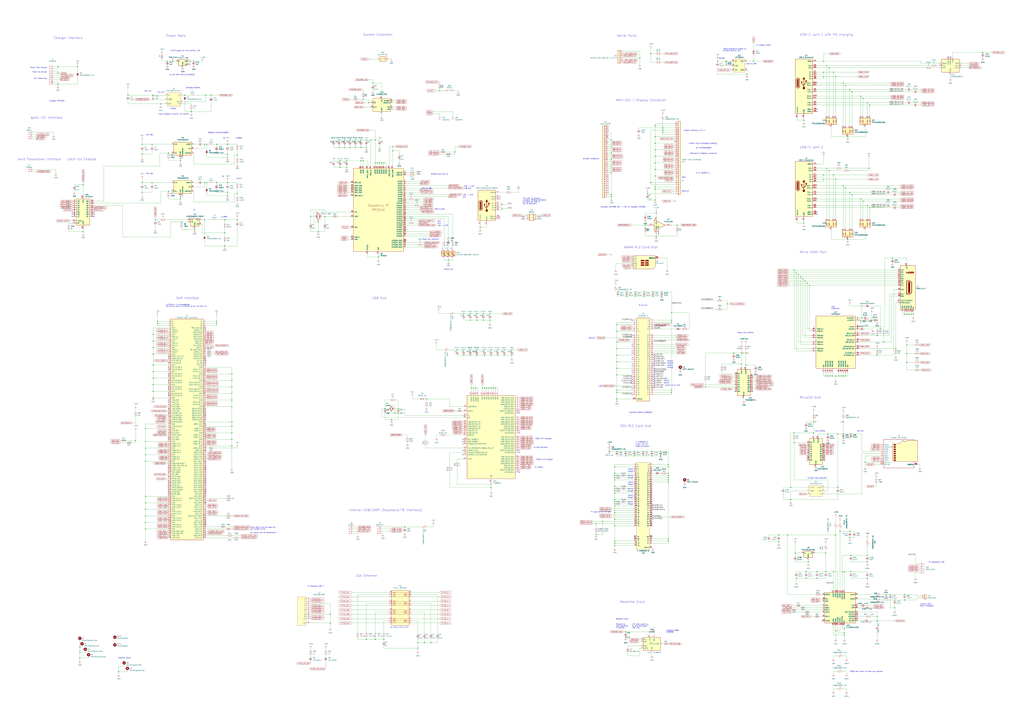
<source format=kicad_sch>
(kicad_sch (version 20230121) (generator eeschema)
  (paper "A0")
  (title_block (title "MNT Pocket Reform") (date "2022-05-27") (rev "D-1") (company "MNT Research GmbH") (comment 1 "Engineer: Lukas \"minute\" Hartmann"))
  (lib_symbols
    (symbol "09452812561:09452812561" (pin_names (offset 0.762))
      (property "Reference" "J4" (at -10.16 7.62 0))
      (property "Value" "09452812561" (at -10.16 5.08 0))
      (symbol "09452812561_0_0"
        (pin passive line (at 0 -10.16 0) (length 5.08) (name "1") (number "1"))
        (pin passive line (at 0 -7.62 0) (length 5.08) (name "2") (number "2"))
        (pin passive line (at 0 -5.08 0) (length 5.08) (name "3") (number "3"))
        (pin passive line (at 0 -2.54 0) (length 5.08) (name "4") (number "4"))
        (pin passive line (at 0 0 0) (length 5.08) (name "5") (number "5"))
        (pin passive line (at 0 -12.7 0) (length 5.08) (name "6") (number "6"))
        (pin passive line (at 0 -15.24 0) (length 5.08) (name "7") (number "7"))
        (pin passive line (at 0 -17.78 0) (length 5.08) (name "8") (number "8"))
        (pin passive line (at 0 -20.32 0) (length 5.08) (name "9") (number "9"))
      )
      (symbol "09452812561_1_0"
        (pin passive line (at 0 -22.86 0) (length 5.08) (name "10") (number "10"))
      )
      (symbol "09452812561_1_1"
        (pin passive line (at 0 -27.94 0) (length 5.08) (name "SH") (number "SH"))
      )
    )
    (symbol "2199230-5:2199230-5" (pin_names (offset 1.016))
      (property "Reference" "J" (at -7.6454 48.9966 0))
      (property "Value" "2199230-5" (at -7.62 -50.8508 0))
      (symbol "2199230-5_0_0"
        (pin passive line (at -12.7 45.72 0) (length 5.08) (name "1") (number "1"))
        (pin passive line (at 12.7 35.56 180) (length 5.08) (name "10") (number "10"))
        (pin passive line (at -12.7 33.02 0) (length 5.08) (name "11") (number "11"))
        (pin passive line (at 12.7 45.72 180) (length 5.08) (name "2") (number "2"))
        (pin passive line (at 12.7 27.94 180) (length 5.08) (name "20") (number "20"))
        (pin passive line (at -12.7 27.94 0) (length 5.08) (name "21") (number "21"))
        (pin passive line (at 12.7 25.4 180) (length 5.08) (name "22") (number "22"))
        (pin passive line (at -12.7 25.4 0) (length 5.08) (name "23") (number "23"))
        (pin passive line (at 12.7 22.86 180) (length 5.08) (name "24") (number "24"))
        (pin passive line (at -12.7 22.86 0) (length 5.08) (name "25") (number "25"))
        (pin passive line (at 12.7 20.32 180) (length 5.08) (name "26") (number "26"))
        (pin passive line (at -12.7 20.32 0) (length 5.08) (name "27") (number "27"))
        (pin passive line (at 12.7 17.78 180) (length 5.08) (name "28") (number "28"))
        (pin passive line (at -12.7 17.78 0) (length 5.08) (name "29") (number "29"))
        (pin passive line (at -12.7 43.18 0) (length 5.08) (name "3") (number "3"))
        (pin passive line (at 12.7 15.24 180) (length 5.08) (name "30") (number "30"))
        (pin passive line (at -12.7 15.24 0) (length 5.08) (name "31") (number "31"))
        (pin passive line (at 12.7 12.7 180) (length 5.08) (name "32") (number "32"))
        (pin passive line (at -12.7 12.7 0) (length 5.08) (name "33") (number "33"))
        (pin passive line (at 12.7 10.16 180) (length 5.08) (name "34") (number "34"))
        (pin passive line (at -12.7 10.16 0) (length 5.08) (name "35") (number "35"))
        (pin passive line (at 12.7 7.62 180) (length 5.08) (name "36") (number "36"))
        (pin passive line (at -12.7 7.62 0) (length 5.08) (name "37") (number "37"))
        (pin passive line (at 12.7 5.08 180) (length 5.08) (name "38") (number "38"))
        (pin passive line (at -12.7 5.08 0) (length 5.08) (name "39") (number "39"))
        (pin passive line (at 12.7 43.18 180) (length 5.08) (name "4") (number "4"))
        (pin passive line (at 12.7 2.54 180) (length 5.08) (name "40") (number "40"))
        (pin passive line (at -12.7 2.54 0) (length 5.08) (name "41") (number "41"))
        (pin passive line (at 12.7 0 180) (length 5.08) (name "42") (number "42"))
        (pin passive line (at -12.7 0 0) (length 5.08) (name "43") (number "43"))
        (pin passive line (at 12.7 -2.54 180) (length 5.08) (name "44") (number "44"))
        (pin passive line (at -12.7 -2.54 0) (length 5.08) (name "45") (number "45"))
        (pin passive line (at 12.7 -5.08 180) (length 5.08) (name "46") (number "46"))
        (pin passive line (at -12.7 -5.08 0) (length 5.08) (name "47") (number "47"))
        (pin passive line (at 12.7 -7.62 180) (length 5.08) (name "48") (number "48"))
        (pin passive line (at -12.7 -7.62 0) (length 5.08) (name "49") (number "49"))
        (pin passive line (at -12.7 40.64 0) (length 5.08) (name "5") (number "5"))
        (pin passive line (at 12.7 -10.16 180) (length 5.08) (name "50") (number "50"))
        (pin passive line (at -12.7 -10.16 0) (length 5.08) (name "51") (number "51"))
        (pin passive line (at 12.7 -12.7 180) (length 5.08) (name "52") (number "52"))
        (pin passive line (at -12.7 -12.7 0) (length 5.08) (name "53") (number "53"))
        (pin passive line (at 12.7 -15.24 180) (length 5.08) (name "54") (number "54"))
        (pin passive line (at -12.7 -15.24 0) (length 5.08) (name "55") (number "55"))
        (pin passive line (at 12.7 -17.78 180) (length 5.08) (name "56") (number "56"))
        (pin passive line (at -12.7 -17.78 0) (length 5.08) (name "57") (number "57"))
        (pin passive line (at 12.7 -20.32 180) (length 5.08) (name "58") (number "58"))
        (pin passive line (at -12.7 -20.32 0) (length 5.08) (name "59") (number "59"))
        (pin passive line (at 12.7 40.64 180) (length 5.08) (name "6") (number "6"))
        (pin passive line (at 12.7 -22.86 180) (length 5.08) (name "60") (number "60"))
        (pin passive line (at -12.7 -22.86 0) (length 5.08) (name "61") (number "61"))
        (pin passive line (at 12.7 -25.4 180) (length 5.08) (name "62") (number "62"))
        (pin passive line (at -12.7 -25.4 0) (length 5.08) (name "63") (number "63"))
        (pin passive line (at 12.7 -27.94 180) (length 5.08) (name "64") (number "64"))
        (pin passive line (at -12.7 -27.94 0) (length 5.08) (name "65") (number "65"))
        (pin passive line (at 12.7 -30.48 180) (length 5.08) (name "66") (number "66"))
        (pin passive line (at -12.7 -30.48 0) (length 5.08) (name "67") (number "67"))
        (pin passive line (at 12.7 -33.02 180) (length 5.08) (name "68") (number "68"))
        (pin passive line (at -12.7 -33.02 0) (length 5.08) (name "69") (number "69"))
        (pin passive line (at -12.7 38.1 0) (length 5.08) (name "7") (number "7"))
        (pin passive line (at 12.7 -35.56 180) (length 5.08) (name "70") (number "70"))
        (pin passive line (at -12.7 -35.56 0) (length 5.08) (name "71") (number "71"))
        (pin passive line (at 12.7 -38.1 180) (length 5.08) (name "72") (number "72"))
        (pin passive line (at -12.7 -38.1 0) (length 5.08) (name "73") (number "73"))
        (pin passive line (at 12.7 -40.64 180) (length 5.08) (name "74") (number "74"))
        (pin passive line (at -12.7 -40.64 0) (length 5.08) (name "75") (number "75"))
        (pin passive line (at 12.7 38.1 180) (length 5.08) (name "8") (number "8"))
        (pin passive line (at -12.7 35.56 0) (length 5.08) (name "9") (number "9"))
        (pin passive line (at -12.7 -45.72 0) (length 5.08) (name "SHIELD") (number "SH1"))
        (pin passive line (at -12.7 -45.72 0) (length 5.08) (name "SHIELD") (number "SH2"))
      )
    )
    (symbol "74xGxx:74LVC1G34"
      (property "Reference" "U" (at 0 7.62 0))
      (property "Value" "74LVC1G34" (at 5.08 -7.62 0))
      (symbol "74LVC1G34_1_1"
        (pin free line (at -2.54 -10.16 90) (length 6.35) (name "NC") (number "1"))
        (pin input line (at -15.24 0 0) (length 7.62) (name "~") (number "2"))
        (pin power_in line (at -5.08 -10.16 90) (length 5.08) (name "GND") (number "3"))
        (pin output line (at 12.7 0 180) (length 7.62) (name "~") (number "4"))
        (pin power_in line (at -5.08 10.16 270) (length 5.08) (name "VCC") (number "5"))
      )
    )
    (symbol "74xx:74LS573" (pin_names (offset 1.016))
      (property "Reference" "U" (at -7.62 16.51 0))
      (property "Value" "74LS573" (at -7.62 -16.51 0))
      (symbol "74LS573_1_0"
        (pin input inverted (at -12.7 -12.7 0) (length 5.08) (name "OE") (number "1"))
        (pin power_in line (at 0 -20.32 90) (length 5.08) (name "GND") (number "10"))
        (pin input line (at -12.7 -10.16 0) (length 5.08) (name "Load") (number "11"))
        (pin tri_state line (at 12.7 -5.08 180) (length 5.08) (name "Q7") (number "12"))
        (pin tri_state line (at 12.7 -2.54 180) (length 5.08) (name "Q6") (number "13"))
        (pin tri_state line (at 12.7 0 180) (length 5.08) (name "Q5") (number "14"))
        (pin tri_state line (at 12.7 2.54 180) (length 5.08) (name "Q4") (number "15"))
        (pin tri_state line (at 12.7 5.08 180) (length 5.08) (name "Q3") (number "16"))
        (pin tri_state line (at 12.7 7.62 180) (length 5.08) (name "Q2") (number "17"))
        (pin tri_state line (at 12.7 10.16 180) (length 5.08) (name "Q1") (number "18"))
        (pin tri_state line (at 12.7 12.7 180) (length 5.08) (name "Q0") (number "19"))
        (pin input line (at -12.7 12.7 0) (length 5.08) (name "D0") (number "2"))
        (pin power_in line (at 0 20.32 270) (length 5.08) (name "VCC") (number "20"))
        (pin input line (at -12.7 10.16 0) (length 5.08) (name "D1") (number "3"))
        (pin input line (at -12.7 7.62 0) (length 5.08) (name "D2") (number "4"))
        (pin input line (at -12.7 5.08 0) (length 5.08) (name "D3") (number "5"))
        (pin input line (at -12.7 2.54 0) (length 5.08) (name "D4") (number "6"))
        (pin input line (at -12.7 0 0) (length 5.08) (name "D5") (number "7"))
        (pin input line (at -12.7 -2.54 0) (length 5.08) (name "D6") (number "8"))
        (pin input line (at -12.7 -5.08 0) (length 5.08) (name "D7") (number "9"))
      )
    )
    (symbol "Audio:TLV320AIC3100"
      (property "Reference" "U" (at -15.24 20.32 0))
      (property "Value" "TLV320AIC3100" (at 0 0 0))
      (symbol "TLV320AIC3100_1_1"
        (pin power_in line (at 0 -20.32 90) (length 2.54) (name "IOVSS") (number "1"))
        (pin input line (at -20.32 10.16 0) (length 2.54) (name "SCL") (number "10"))
        (pin input line (at 20.32 -5.08 180) (length 2.54) (name "VOL/MICDET") (number "11"))
        (pin power_out line (at 20.32 -10.16 180) (length 2.54) (name "MICBIAS") (number "12"))
        (pin input line (at 20.32 -12.7 180) (length 2.54) (name "MIC1LP") (number "13"))
        (pin input line (at 20.32 -15.24 180) (length 2.54) (name "MIC1RP") (number "14"))
        (pin input line (at 20.32 -7.62 180) (length 2.54) (name "MIC1LM") (number "15"))
        (pin power_in line (at -7.62 -20.32 90) (length 2.54) (name "AVSS") (number "16"))
        (pin power_in line (at -7.62 20.32 270) (length 2.54) (name "AVDD") (number "17"))
        (pin power_in line (at -5.08 -20.32 90) (length 2.54) (name "DVSS") (number "18"))
        (pin output line (at 20.32 10.16 180) (length 2.54) (name "SPKM") (number "19"))
        (pin power_in line (at 0 20.32 270) (length 2.54) (name "IOVDD") (number "2"))
        (pin power_in line (at 2.54 -20.32 90) (length 2.54) (name "SPKVSS") (number "20"))
        (pin power_in line (at 2.54 20.32 270) (length 2.54) (name "SPKVDD") (number "21"))
        (pin output line (at 20.32 15.24 180) (length 2.54) (name "SPKP") (number "22"))
        (pin passive line (at 20.32 10.16 180) (length 2.54) hide (name "SPKM") (number "23"))
        (pin power_in line (at 5.08 20.32 270) (length 2.54) (name "SPKVDD") (number "24"))
        (pin passive line (at 2.54 -20.32 90) (length 2.54) hide (name "SPKVSS") (number "25"))
        (pin passive line (at 20.32 15.24 180) (length 2.54) hide (name "SPKP") (number "26"))
        (pin output line (at 20.32 2.54 180) (length 2.54) (name "HPL") (number "27"))
        (pin power_in line (at -2.54 20.32 270) (length 2.54) (name "HPVDD") (number "28"))
        (pin power_in line (at -2.54 -20.32 90) (length 2.54) (name "HPVSS") (number "29"))
        (pin power_in line (at -5.08 20.32 270) (length 2.54) (name "DVDD") (number "3"))
        (pin output line (at 20.32 0 180) (length 2.54) (name "HPR") (number "30"))
        (pin input line (at -20.32 15.24 0) (length 2.54) (name "~{RESET}") (number "31"))
        (pin bidirectional line (at -20.32 -15.24 0) (length 2.54) (name "GPIO1") (number "32"))
        (pin power_in line (at 5.08 -20.32 90) (length 2.54) (name "EP") (number "33"))
        (pin output line (at -20.32 0 0) (length 2.54) (name "DOUT") (number "4"))
        (pin input line (at -20.32 2.54 0) (length 2.54) (name "DIN") (number "5"))
        (pin bidirectional line (at -20.32 -5.08 0) (length 2.54) (name "WCLK") (number "6"))
        (pin bidirectional line (at -20.32 -2.54 0) (length 2.54) (name "BCLK") (number "7"))
        (pin input line (at -20.32 -10.16 0) (length 2.54) (name "MCLK") (number "8"))
        (pin bidirectional line (at -20.32 7.62 0) (length 2.54) (name "SDA") (number "9"))
      )
    )
    (symbol "Connector:Conn_01x02_Pin" (pin_names (offset 1.016) hide)
      (property "Reference" "J" (at 0 2.54 0))
      (property "Value" "Conn_01x02_Pin" (at 0 -5.08 0))
      (symbol "Conn_01x02_Pin_1_1"
        (pin passive line (at 5.08 0 180) (length 3.81) (name "Pin_1") (number "1"))
        (pin passive line (at 5.08 -2.54 180) (length 3.81) (name "Pin_2") (number "2"))
      )
    )
    (symbol "Connector:Conn_01x04_Male" (pin_names (offset 1.016) hide)
      (property "Reference" "J" (at 0 5.08 0))
      (property "Value" "Conn_01x04_Male" (at 0 -7.62 0))
      (symbol "Conn_01x04_Male_1_1"
        (pin passive line (at 5.08 2.54 180) (length 3.81) (name "Pin_1") (number "1"))
        (pin passive line (at 5.08 0 180) (length 3.81) (name "Pin_2") (number "2"))
        (pin passive line (at 5.08 -2.54 180) (length 3.81) (name "Pin_3") (number "3"))
        (pin passive line (at 5.08 -5.08 180) (length 3.81) (name "Pin_4") (number "4"))
      )
    )
    (symbol "Connector:Conn_01x04_Pin" (pin_names (offset 1.016) hide)
      (property "Reference" "J" (at 0 5.08 0))
      (property "Value" "Conn_01x04_Pin" (at 0 -7.62 0))
      (symbol "Conn_01x04_Pin_1_1"
        (pin passive line (at 5.08 2.54 180) (length 3.81) (name "Pin_1") (number "1"))
        (pin passive line (at 5.08 0 180) (length 3.81) (name "Pin_2") (number "2"))
        (pin passive line (at 5.08 -2.54 180) (length 3.81) (name "Pin_3") (number "3"))
        (pin passive line (at 5.08 -5.08 180) (length 3.81) (name "Pin_4") (number "4"))
      )
    )
    (symbol "Connector:Conn_01x05_Socket" (pin_names (offset 1.016) hide)
      (property "Reference" "J" (at 0 7.62 0))
      (property "Value" "Conn_01x05_Socket" (at 0 -7.62 0))
      (symbol "Conn_01x05_Socket_1_1"
        (pin passive line (at -5.08 5.08 0) (length 3.81) (name "Pin_1") (number "1"))
        (pin passive line (at -5.08 2.54 0) (length 3.81) (name "Pin_2") (number "2"))
        (pin passive line (at -5.08 0 0) (length 3.81) (name "Pin_3") (number "3"))
        (pin passive line (at -5.08 -2.54 0) (length 3.81) (name "Pin_4") (number "4"))
        (pin passive line (at -5.08 -5.08 0) (length 3.81) (name "Pin_5") (number "5"))
      )
    )
    (symbol "Connector:Conn_01x09_Male" (pin_names (offset 1.016) hide)
      (property "Reference" "J" (at 0 12.7 0))
      (property "Value" "Conn_01x09_Male" (at 0 -12.7 0))
      (symbol "Conn_01x09_Male_1_1"
        (pin passive line (at 5.08 10.16 180) (length 3.81) (name "Pin_1") (number "1"))
        (pin passive line (at 5.08 7.62 180) (length 3.81) (name "Pin_2") (number "2"))
        (pin passive line (at 5.08 5.08 180) (length 3.81) (name "Pin_3") (number "3"))
        (pin passive line (at 5.08 2.54 180) (length 3.81) (name "Pin_4") (number "4"))
        (pin passive line (at 5.08 0 180) (length 3.81) (name "Pin_5") (number "5"))
        (pin passive line (at 5.08 -2.54 180) (length 3.81) (name "Pin_6") (number "6"))
        (pin passive line (at 5.08 -5.08 180) (length 3.81) (name "Pin_7") (number "7"))
        (pin passive line (at 5.08 -7.62 180) (length 3.81) (name "Pin_8") (number "8"))
        (pin passive line (at 5.08 -10.16 180) (length 3.81) (name "Pin_9") (number "9"))
      )
    )
    (symbol "Connector:HDMI_D_1.4"
      (property "Reference" "J" (at -6.35 26.67 0))
      (property "Value" "HDMI_D_1.4" (at 10.16 26.67 0))
      (symbol "HDMI_D_1.4_1_1"
        (pin passive line (at -10.16 -17.78 0) (length 2.54) (name "HPD/HEAC-") (number "1"))
        (pin power_in line (at 0 -27.94 90) (length 2.54) (name "D0S") (number "10"))
        (pin passive line (at -10.16 7.62 0) (length 2.54) (name "D0-") (number "11"))
        (pin passive line (at -10.16 5.08 0) (length 2.54) (name "CK+") (number "12"))
        (pin power_in line (at 2.54 -27.94 90) (length 2.54) (name "CKS") (number "13"))
        (pin passive line (at -10.16 2.54 0) (length 2.54) (name "CK-") (number "14"))
        (pin bidirectional line (at -10.16 -2.54 0) (length 2.54) (name "CEC") (number "15"))
        (pin power_in line (at 5.08 -27.94 90) (length 2.54) (name "GND") (number "16"))
        (pin passive line (at -10.16 -7.62 0) (length 2.54) (name "SCL") (number "17"))
        (pin bidirectional line (at -10.16 -10.16 0) (length 2.54) (name "SDA") (number "18"))
        (pin power_in line (at 0 27.94 270) (length 2.54) (name "+5V") (number "19"))
        (pin passive line (at -10.16 -15.24 0) (length 2.54) (name "UTILITY/HEAC+") (number "2"))
        (pin passive line (at -10.16 20.32 0) (length 2.54) (name "D2+") (number "3"))
        (pin power_in line (at -5.08 -27.94 90) (length 2.54) (name "D2S") (number "4"))
        (pin passive line (at -10.16 17.78 0) (length 2.54) (name "D2-") (number "5"))
        (pin passive line (at -10.16 15.24 0) (length 2.54) (name "D1+") (number "6"))
        (pin power_in line (at -2.54 -27.94 90) (length 2.54) (name "D1S") (number "7"))
        (pin passive line (at -10.16 12.7 0) (length 2.54) (name "D1-") (number "8"))
        (pin passive line (at -10.16 10.16 0) (length 2.54) (name "D0+") (number "9"))
        (pin passive line (at 7.62 -27.94 90) (length 2.54) (name "SH") (number "SH"))
      )
    )
    (symbol "Connector:Micro_SD_Card_Det" (pin_names (offset 1.016))
      (property "Reference" "J2" (at -1.27 20.7518 0))
      (property "Value" "DM3AT-SF-PEJM5" (at -1.27 18.4404 0))
      (symbol "Micro_SD_Card_Det_1_1"
        (pin bidirectional line (at -22.86 10.16 0) (length 3.81) (name "DAT2") (number "1"))
        (pin bidirectional line (at -22.86 7.62 0) (length 3.81) (name "DAT3/CD") (number "2"))
        (pin input line (at -22.86 5.08 0) (length 3.81) (name "CMD") (number "3"))
        (pin power_in line (at -22.86 2.54 0) (length 3.81) (name "VDD") (number "4"))
        (pin input line (at -22.86 0 0) (length 3.81) (name "CLK") (number "5"))
        (pin power_in line (at -22.86 -2.54 0) (length 3.81) (name "VSS") (number "6"))
        (pin bidirectional line (at -22.86 -5.08 0) (length 3.81) (name "DAT0") (number "7"))
        (pin bidirectional line (at -22.86 -7.62 0) (length 3.81) (name "DAT1") (number "8"))
        (pin passive line (at 20.32 -12.7 180) (length 3.81) (name "SHIELD") (number "P1"))
        (pin passive line (at 20.32 -12.7 180) (length 3.81) (name "SHIELD") (number "P2"))
        (pin passive line (at 20.32 -12.7 180) (length 3.81) (name "SHIELD") (number "P3"))
        (pin passive line (at 20.32 -12.7 180) (length 3.81) (name "SHIELD") (number "P4"))
        (pin passive line (at -22.86 -10.16 0) (length 3.81) (name "DET_A") (number "SWA"))
        (pin passive line (at -22.86 -12.7 0) (length 3.81) (name "DET_B") (number "SWB"))
      )
    )
    (symbol "Connector:SIM_Card"
      (property "Reference" "J8" (at 16.002 2.54 0))
      (property "Value" "SIM_Card" (at 16.002 0.2286 0))
      (symbol "SIM_Card_1_1"
        (pin power_in line (at -12.7 7.62 0) (length 2.54) (name "VCC") (number "1"))
        (pin input line (at -12.7 5.08 0) (length 2.54) (name "RST") (number "2"))
        (pin input line (at -12.7 2.54 0) (length 2.54) (name "CLK") (number "3"))
        (pin power_in line (at -12.7 0 0) (length 2.54) (name "GND") (number "5"))
        (pin input line (at -12.7 -2.54 0) (length 2.54) (name "VPP") (number "6"))
        (pin bidirectional line (at -12.7 -5.08 0) (length 2.54) (name "I/O") (number "7"))
        (pin passive line (at 19.05 6.35 180) (length 3.81) (name "SHIELD") (number "P1"))
        (pin passive line (at 19.05 6.35 180) (length 3.81) (name "SHIELD") (number "P2"))
        (pin passive line (at 19.05 6.35 180) (length 3.81) (name "SHIELD") (number "P3"))
        (pin passive line (at 19.05 6.35 180) (length 3.81) (name "SHIELD") (number "P4"))
      )
    )
    (symbol "Connector:TestPoint" (pin_numbers hide) (pin_names (offset 0.762) hide)
      (property "Reference" "TP" (at 0 6.858 0))
      (property "Value" "TestPoint" (at 0 5.08 0))
      (symbol "TestPoint_1_1"
        (pin passive line (at 0 0 90) (length 2.54) (name "1") (number "1"))
      )
    )
    (symbol "Connector:USB_C_Receptacle" (pin_names (offset 1.016))
      (property "Reference" "J" (at -10.16 29.21 0))
      (property "Value" "USB_C_Receptacle" (at 10.16 29.21 0))
      (symbol "USB_C_Receptacle_1_1"
        (pin passive line (at 0 -40.64 90) (length 5.08) (name "GND") (number "A1"))
        (pin bidirectional line (at 15.24 -15.24 180) (length 5.08) (name "RX2-") (number "A10"))
        (pin bidirectional line (at 15.24 -17.78 180) (length 5.08) (name "RX2+") (number "A11"))
        (pin passive line (at 0 -40.64 90) (length 5.08) hide (name "GND") (number "A12"))
        (pin bidirectional line (at 15.24 -10.16 180) (length 5.08) (name "TX1+") (number "A2"))
        (pin bidirectional line (at 15.24 -7.62 180) (length 5.08) (name "TX1-") (number "A3"))
        (pin passive line (at 15.24 25.4 180) (length 5.08) (name "VBUS") (number "A4"))
        (pin bidirectional line (at 15.24 20.32 180) (length 5.08) (name "CC1") (number "A5"))
        (pin bidirectional line (at 15.24 7.62 180) (length 5.08) (name "D+") (number "A6"))
        (pin bidirectional line (at 15.24 12.7 180) (length 5.08) (name "D-") (number "A7"))
        (pin bidirectional line (at 15.24 -30.48 180) (length 5.08) (name "SBU1") (number "A8"))
        (pin passive line (at 15.24 25.4 180) (length 5.08) hide (name "VBUS") (number "A9"))
        (pin passive line (at 0 -40.64 90) (length 5.08) hide (name "GND") (number "B1"))
        (pin bidirectional line (at 15.24 0 180) (length 5.08) (name "RX1-") (number "B10"))
        (pin bidirectional line (at 15.24 -2.54 180) (length 5.08) (name "RX1+") (number "B11"))
        (pin passive line (at 0 -40.64 90) (length 5.08) hide (name "GND") (number "B12"))
        (pin bidirectional line (at 15.24 -25.4 180) (length 5.08) (name "TX2+") (number "B2"))
        (pin bidirectional line (at 15.24 -22.86 180) (length 5.08) (name "TX2-") (number "B3"))
        (pin passive line (at 15.24 25.4 180) (length 5.08) hide (name "VBUS") (number "B4"))
        (pin bidirectional line (at 15.24 17.78 180) (length 5.08) (name "CC2") (number "B5"))
        (pin bidirectional line (at 15.24 5.08 180) (length 5.08) (name "D+") (number "B6"))
        (pin bidirectional line (at 15.24 10.16 180) (length 5.08) (name "D-") (number "B7"))
        (pin bidirectional line (at 15.24 -33.02 180) (length 5.08) (name "SBU2") (number "B8"))
        (pin passive line (at 15.24 25.4 180) (length 5.08) hide (name "VBUS") (number "B9"))
        (pin passive line (at -7.62 -40.64 90) (length 5.08) (name "SHIELD") (number "S1"))
      )
    )
    (symbol "Connector:USB_C_Receptacle_USB2.0" (pin_names (offset 1.016))
      (property "Reference" "J" (at -10.16 19.05 0))
      (property "Value" "USB_C_Receptacle_USB2.0" (at 19.05 19.05 0))
      (symbol "USB_C_Receptacle_USB2.0_1_1"
        (pin passive line (at 0 -22.86 90) (length 5.08) (name "GND") (number "A1"))
        (pin passive line (at 0 -22.86 90) (length 5.08) hide (name "GND") (number "A12"))
        (pin passive line (at 15.24 15.24 180) (length 5.08) (name "VBUS") (number "A4"))
        (pin bidirectional line (at 15.24 10.16 180) (length 5.08) (name "CC1") (number "A5"))
        (pin bidirectional line (at 15.24 -2.54 180) (length 5.08) (name "D+") (number "A6"))
        (pin bidirectional line (at 15.24 2.54 180) (length 5.08) (name "D-") (number "A7"))
        (pin bidirectional line (at 15.24 -12.7 180) (length 5.08) (name "SBU1") (number "A8"))
        (pin passive line (at 15.24 15.24 180) (length 5.08) hide (name "VBUS") (number "A9"))
        (pin passive line (at 0 -22.86 90) (length 5.08) hide (name "GND") (number "B1"))
        (pin passive line (at 0 -22.86 90) (length 5.08) hide (name "GND") (number "B12"))
        (pin passive line (at 15.24 15.24 180) (length 5.08) hide (name "VBUS") (number "B4"))
        (pin bidirectional line (at 15.24 7.62 180) (length 5.08) (name "CC2") (number "B5"))
        (pin bidirectional line (at 15.24 -5.08 180) (length 5.08) (name "D+") (number "B6"))
        (pin bidirectional line (at 15.24 0 180) (length 5.08) (name "D-") (number "B7"))
        (pin bidirectional line (at 15.24 -15.24 180) (length 5.08) (name "SBU2") (number "B8"))
        (pin passive line (at 15.24 15.24 180) (length 5.08) hide (name "VBUS") (number "B9"))
        (pin passive line (at -7.62 -22.86 90) (length 5.08) (name "SHIELD") (number "S1"))
      )
    )
    (symbol "Connector_Generic:Conn_01x02" (pin_names (offset 1.016) hide)
      (property "Reference" "J" (at 0 2.54 0))
      (property "Value" "Conn_01x02" (at 0 -5.08 0))
      (symbol "Conn_01x02_1_1"
        (pin passive line (at -5.08 0 0) (length 3.81) (name "Pin_1") (number "1"))
        (pin passive line (at -5.08 -2.54 0) (length 3.81) (name "Pin_2") (number "2"))
      )
    )
    (symbol "Connector_Generic:Conn_01x06" (pin_names (offset 1.016) hide)
      (property "Reference" "J" (at 0 7.62 0))
      (property "Value" "Conn_01x06" (at 0 -10.16 0))
      (symbol "Conn_01x06_1_1"
        (pin passive line (at -5.08 5.08 0) (length 3.81) (name "Pin_1") (number "1"))
        (pin passive line (at -5.08 2.54 0) (length 3.81) (name "Pin_2") (number "2"))
        (pin passive line (at -5.08 0 0) (length 3.81) (name "Pin_3") (number "3"))
        (pin passive line (at -5.08 -2.54 0) (length 3.81) (name "Pin_4") (number "4"))
        (pin passive line (at -5.08 -5.08 0) (length 3.81) (name "Pin_5") (number "5"))
        (pin passive line (at -5.08 -7.62 0) (length 3.81) (name "Pin_6") (number "6"))
      )
    )
    (symbol "Connector_Generic:Conn_01x31" (pin_names (offset 1.016) hide)
      (property "Reference" "J13" (at 2.54 1.2701 0))
      (property "Value" "FH35C-31S-0.3HW(50)" (at 2.54 -1.2699 0))
      (symbol "Conn_01x31_1_1"
        (pin passive line (at -5.08 38.1 0) (length 3.81) (name "Pin_1") (number "1"))
        (pin passive line (at -5.08 15.24 0) (length 3.81) (name "Pin_10") (number "10"))
        (pin passive line (at -5.08 12.7 0) (length 3.81) (name "Pin_11") (number "11"))
        (pin passive line (at -5.08 10.16 0) (length 3.81) (name "Pin_12") (number "12"))
        (pin passive line (at -5.08 7.62 0) (length 3.81) (name "Pin_13") (number "13"))
        (pin passive line (at -5.08 5.08 0) (length 3.81) (name "Pin_14") (number "14"))
        (pin passive line (at -5.08 2.54 0) (length 3.81) (name "Pin_15") (number "15"))
        (pin passive line (at -5.08 0 0) (length 3.81) (name "Pin_16") (number "16"))
        (pin passive line (at -5.08 -2.54 0) (length 3.81) (name "Pin_17") (number "17"))
        (pin passive line (at -5.08 -5.08 0) (length 3.81) (name "Pin_18") (number "18"))
        (pin passive line (at -5.08 -7.62 0) (length 3.81) (name "Pin_19") (number "19"))
        (pin passive line (at -5.08 35.56 0) (length 3.81) (name "Pin_2") (number "2"))
        (pin passive line (at -5.08 -10.16 0) (length 3.81) (name "Pin_20") (number "20"))
        (pin passive line (at -5.08 -12.7 0) (length 3.81) (name "Pin_21") (number "21"))
        (pin passive line (at -5.08 -15.24 0) (length 3.81) (name "Pin_22") (number "22"))
        (pin passive line (at -5.08 -17.78 0) (length 3.81) (name "Pin_23") (number "23"))
        (pin passive line (at -5.08 -20.32 0) (length 3.81) (name "Pin_24") (number "24"))
        (pin passive line (at -5.08 -22.86 0) (length 3.81) (name "Pin_25") (number "25"))
        (pin passive line (at -5.08 -25.4 0) (length 3.81) (name "Pin_26") (number "26"))
        (pin passive line (at -5.08 -27.94 0) (length 3.81) (name "Pin_27") (number "27"))
        (pin passive line (at -5.08 -30.48 0) (length 3.81) (name "Pin_28") (number "28"))
        (pin passive line (at -5.08 -33.02 0) (length 3.81) (name "Pin_29") (number "29"))
        (pin passive line (at -5.08 33.02 0) (length 3.81) (name "Pin_3") (number "3"))
        (pin passive line (at -5.08 -35.56 0) (length 3.81) (name "Pin_30") (number "30"))
        (pin passive line (at -5.08 -38.1 0) (length 3.81) (name "Pin_31") (number "31"))
        (pin passive line (at -5.08 30.48 0) (length 3.81) (name "Pin_4") (number "4"))
        (pin passive line (at -5.08 27.94 0) (length 3.81) (name "Pin_5") (number "5"))
        (pin passive line (at -5.08 25.4 0) (length 3.81) (name "Pin_6") (number "6"))
        (pin passive line (at -5.08 22.86 0) (length 3.81) (name "Pin_7") (number "7"))
        (pin passive line (at -5.08 20.32 0) (length 3.81) (name "Pin_8") (number "8"))
        (pin passive line (at -5.08 17.78 0) (length 3.81) (name "Pin_9") (number "9"))
        (pin passive line (at -5.08 -40.64 0) (length 3.81) (name "Pin_32") (number "S1"))
        (pin passive line (at -5.08 -43.18 0) (length 3.81) (name "Pin_33") (number "S2"))
      )
    )
    (symbol "Connector_Generic:Conn_01x33" (pin_names (offset 1.016) hide)
      (property "Reference" "J" (at 0 43.18 0))
      (property "Value" "Conn_01x33" (at 0 -43.18 0))
      (symbol "Conn_01x33_1_1"
        (pin passive line (at -5.08 40.64 0) (length 3.81) (name "Pin_1") (number "1"))
        (pin passive line (at -5.08 17.78 0) (length 3.81) (name "Pin_10") (number "10"))
        (pin passive line (at -5.08 15.24 0) (length 3.81) (name "Pin_11") (number "11"))
        (pin passive line (at -5.08 12.7 0) (length 3.81) (name "Pin_12") (number "12"))
        (pin passive line (at -5.08 10.16 0) (length 3.81) (name "Pin_13") (number "13"))
        (pin passive line (at -5.08 7.62 0) (length 3.81) (name "Pin_14") (number "14"))
        (pin passive line (at -5.08 5.08 0) (length 3.81) (name "Pin_15") (number "15"))
        (pin passive line (at -5.08 2.54 0) (length 3.81) (name "Pin_16") (number "16"))
        (pin passive line (at -5.08 0 0) (length 3.81) (name "Pin_17") (number "17"))
        (pin passive line (at -5.08 -2.54 0) (length 3.81) (name "Pin_18") (number "18"))
        (pin passive line (at -5.08 -5.08 0) (length 3.81) (name "Pin_19") (number "19"))
        (pin passive line (at -5.08 38.1 0) (length 3.81) (name "Pin_2") (number "2"))
        (pin passive line (at -5.08 -7.62 0) (length 3.81) (name "Pin_20") (number "20"))
        (pin passive line (at -5.08 -10.16 0) (length 3.81) (name "Pin_21") (number "21"))
        (pin passive line (at -5.08 -12.7 0) (length 3.81) (name "Pin_22") (number "22"))
        (pin passive line (at -5.08 -15.24 0) (length 3.81) (name "Pin_23") (number "23"))
        (pin passive line (at -5.08 -17.78 0) (length 3.81) (name "Pin_24") (number "24"))
        (pin passive line (at -5.08 -20.32 0) (length 3.81) (name "Pin_25") (number "25"))
        (pin passive line (at -5.08 -22.86 0) (length 3.81) (name "Pin_26") (number "26"))
        (pin passive line (at -5.08 -25.4 0) (length 3.81) (name "Pin_27") (number "27"))
        (pin passive line (at -5.08 -27.94 0) (length 3.81) (name "Pin_28") (number "28"))
        (pin passive line (at -5.08 -30.48 0) (length 3.81) (name "Pin_29") (number "29"))
        (pin passive line (at -5.08 35.56 0) (length 3.81) (name "Pin_3") (number "3"))
        (pin passive line (at -5.08 -33.02 0) (length 3.81) (name "Pin_30") (number "30"))
        (pin passive line (at -5.08 -35.56 0) (length 3.81) (name "Pin_31") (number "31"))
        (pin passive line (at -5.08 -38.1 0) (length 3.81) (name "Pin_32") (number "32"))
        (pin passive line (at -5.08 -40.64 0) (length 3.81) (name "Pin_33") (number "33"))
        (pin passive line (at -5.08 33.02 0) (length 3.81) (name "Pin_4") (number "4"))
        (pin passive line (at -5.08 30.48 0) (length 3.81) (name "Pin_5") (number "5"))
        (pin passive line (at -5.08 27.94 0) (length 3.81) (name "Pin_6") (number "6"))
        (pin passive line (at -5.08 25.4 0) (length 3.81) (name "Pin_7") (number "7"))
        (pin passive line (at -5.08 22.86 0) (length 3.81) (name "Pin_8") (number "8"))
        (pin passive line (at -5.08 20.32 0) (length 3.81) (name "Pin_9") (number "9"))
      )
    )
    (symbol "Connector_Generic:Conn_02x03_Odd_Even" (pin_names (offset 1.016) hide)
      (property "Reference" "J" (at 1.27 5.08 0))
      (property "Value" "Conn_02x03_Odd_Even" (at 1.27 -5.08 0))
      (symbol "Conn_02x03_Odd_Even_1_1"
        (pin passive line (at -5.08 2.54 0) (length 3.81) (name "Pin_1") (number "1"))
        (pin passive line (at 7.62 2.54 180) (length 3.81) (name "Pin_2") (number "2"))
        (pin passive line (at -5.08 0 0) (length 3.81) (name "Pin_3") (number "3"))
        (pin passive line (at 7.62 0 180) (length 3.81) (name "Pin_4") (number "4"))
        (pin passive line (at -5.08 -2.54 0) (length 3.81) (name "Pin_5") (number "5"))
        (pin passive line (at 7.62 -2.54 180) (length 3.81) (name "Pin_6") (number "6"))
      )
    )
    (symbol "Device:C_Polarized_Small" (pin_numbers hide) (pin_names (offset 0.254) hide)
      (property "Reference" "C" (at 0.254 1.778 0))
      (property "Value" "C_Polarized_Small" (at 0.254 -2.032 0))
      (symbol "C_Polarized_Small_1_1"
        (pin passive line (at 0 2.54 270) (length 1.8542) (name "~") (number "1"))
        (pin passive line (at 0 -2.54 90) (length 1.8542) (name "~") (number "2"))
      )
    )
    (symbol "Device:C_Small" (pin_numbers hide) (pin_names (offset 0.254) hide)
      (property "Reference" "C" (at 0.254 1.778 0))
      (property "Value" "C_Small" (at 0.254 -2.032 0))
      (symbol "C_Small_1_1"
        (pin passive line (at 0 2.54 270) (length 2.032) (name "~") (number "1"))
        (pin passive line (at 0 -2.54 90) (length 2.032) (name "~") (number "2"))
      )
    )
    (symbol "Device:Crystal_GND24" (pin_names (offset 1.016) hide)
      (property "Reference" "Y" (at 3.175 5.08 0))
      (property "Value" "Crystal_GND24" (at 3.175 3.175 0))
      (symbol "Crystal_GND24_1_1"
        (pin passive line (at -3.81 0 0) (length 1.27) (name "1") (number "1"))
        (pin passive line (at 0 5.08 270) (length 1.27) (name "2") (number "2"))
        (pin passive line (at 3.81 0 180) (length 1.27) (name "3") (number "3"))
        (pin passive line (at 0 -5.08 90) (length 1.27) (name "4") (number "4"))
      )
    )
    (symbol "Device:Crystal_GND24_Small" (pin_names (offset 1.016) hide)
      (property "Reference" "Y" (at 1.27 4.445 0))
      (property "Value" "Crystal_GND24_Small" (at 1.27 2.54 0))
      (symbol "Crystal_GND24_Small_1_1"
        (pin passive line (at -2.54 0 0) (length 1.27) (name "1") (number "1"))
        (pin passive line (at 0 -2.54 90) (length 0.635) (name "2") (number "2"))
        (pin passive line (at 2.54 0 180) (length 1.27) (name "3") (number "3"))
        (pin passive line (at 0 2.54 270) (length 0.635) (name "4") (number "4"))
      )
    )
    (symbol "Device:Crystal_Small" (pin_numbers hide) (pin_names (offset 1.016) hide)
      (property "Reference" "Y" (at 0 2.54 0))
      (property "Value" "Crystal_Small" (at 0 -2.54 0))
      (symbol "Crystal_Small_1_1"
        (pin passive line (at -2.54 0 0) (length 1.27) (name "1") (number "1"))
        (pin passive line (at 2.54 0 180) (length 1.27) (name "2") (number "2"))
      )
    )
    (symbol "Device:D_Schottky" (pin_numbers hide) (pin_names (offset 1.016) hide)
      (property "Reference" "D" (at 0 2.54 0))
      (property "Value" "D_Schottky" (at 0 -2.54 0))
      (symbol "D_Schottky_1_1"
        (pin passive line (at -3.81 0 0) (length 2.54) (name "K") (number "1"))
        (pin passive line (at 3.81 0 180) (length 2.54) (name "A") (number "2"))
      )
    )
    (symbol "Device:D_Schottky_Small" (pin_numbers hide) (pin_names (offset 0.254) hide)
      (property "Reference" "D" (at -1.27 2.032 0))
      (property "Value" "D_Schottky_Small" (at -7.112 -2.032 0))
      (symbol "D_Schottky_Small_1_1"
        (pin passive line (at -2.54 0 0) (length 1.778) (name "K") (number "1"))
        (pin passive line (at 2.54 0 180) (length 1.778) (name "A") (number "2"))
      )
    )
    (symbol "Device:D_Schottky_Small_Filled" (pin_numbers hide) (pin_names (offset 0.254) hide)
      (property "Reference" "D" (at -1.27 2.032 0))
      (property "Value" "D_Schottky_Small_Filled" (at -7.112 -2.032 0))
      (symbol "D_Schottky_Small_Filled_1_1"
        (pin passive line (at -2.54 0 0) (length 1.778) (name "K") (number "1"))
        (pin passive line (at 2.54 0 180) (length 1.778) (name "A") (number "2"))
      )
    )
    (symbol "Device:FerriteBead_Small" (pin_numbers hide) (pin_names (offset 0))
      (property "Reference" "FB" (at 1.905 1.27 0))
      (property "Value" "FerriteBead_Small" (at 1.905 -1.27 0))
      (symbol "FerriteBead_Small_1_1"
        (pin passive line (at 0 2.54 270) (length 1.27) (name "~") (number "1"))
        (pin passive line (at 0 -2.54 90) (length 1.27) (name "~") (number "2"))
      )
    )
    (symbol "Device:LED_RGB" (pin_names (offset 0) hide)
      (property "Reference" "D" (at 0 9.398 0))
      (property "Value" "LED_RGB" (at 0 -8.89 0))
      (symbol "LED_RGB_0_0"
        (text "B" (at -1.905 -6.35 0) (effects (font (size 1.27 1.27))))
        (text "G" (at -1.905 -1.27 0) (effects (font (size 1.27 1.27))))
        (text "R" (at -1.905 3.81 0) (effects (font (size 1.27 1.27))))
      )
      (symbol "LED_RGB_1_1"
        (pin passive line (at -5.08 5.08 0) (length 2.54) (name "RK") (number "1"))
        (pin passive line (at -5.08 0 0) (length 2.54) (name "GK") (number "2"))
        (pin passive line (at -5.08 -5.08 0) (length 2.54) (name "BK") (number "3"))
        (pin passive line (at 5.08 -5.08 180) (length 2.54) (name "BA") (number "4"))
        (pin passive line (at 5.08 0 180) (length 2.54) (name "GA") (number "5"))
        (pin passive line (at 5.08 5.08 180) (length 2.54) (name "RA") (number "6"))
      )
    )
    (symbol "Device:LED_Small" (pin_numbers hide) (pin_names (offset 0.254) hide)
      (property "Reference" "D" (at -1.27 3.175 0))
      (property "Value" "LED_Small" (at -4.445 -2.54 0))
      (symbol "LED_Small_1_1"
        (pin passive line (at -2.54 0 0) (length 1.778) (name "K") (number "1"))
        (pin passive line (at 2.54 0 180) (length 1.778) (name "A") (number "2"))
      )
    )
    (symbol "Device:L_Small" (pin_numbers hide) (pin_names (offset 0.254) hide)
      (property "Reference" "L" (at 0.762 1.016 0))
      (property "Value" "L_Small" (at 0.762 -1.016 0))
      (symbol "L_Small_1_1"
        (pin passive line (at 0 2.54 270) (length 0.508) (name "~") (number "1"))
        (pin passive line (at 0 -2.54 90) (length 0.508) (name "~") (number "2"))
      )
    )
    (symbol "Device:R_Small" (pin_numbers hide) (pin_names (offset 0.254) hide)
      (property "Reference" "R" (at 0.762 0.508 0))
      (property "Value" "R_Small" (at 0.762 -1.016 0))
      (symbol "R_Small_1_1"
        (pin passive line (at 0 2.54 270) (length 0.762) (name "~") (number "1"))
        (pin passive line (at 0 -2.54 90) (length 0.762) (name "~") (number "2"))
      )
    )
    (symbol "GND_1" (power) (pin_names (offset 0))
      (property "Value" "GND_1" (at 0 -3.81 0))
      (symbol "GND_1_1_1"
        (pin power_in line (at 0 0 270) (length 0) hide (name "GND") (number "1"))
      )
    )
    (symbol "Interface_USB:FUSB302BMPX"
      (property "Reference" "U" (at -10.16 8.89 0))
      (property "Value" "FUSB302BMPX" (at 3.81 8.89 0))
      (symbol "FUSB302BMPX_1_1"
        (pin bidirectional line (at 12.7 -2.54 180) (length 2.54) (name "CC2") (number "1"))
        (pin bidirectional line (at 12.7 0 180) (length 2.54) (name "CC1") (number "10"))
        (pin bidirectional line (at 12.7 0 180) (length 2.54) hide (name "CC1") (number "11"))
        (pin power_in line (at 0 10.16 270) (length 2.54) (name "VCONN") (number "12"))
        (pin power_in line (at 2.54 10.16 270) (length 2.54) (name "VCONN") (number "13"))
        (pin bidirectional line (at 12.7 -2.54 180) (length 2.54) hide (name "CC2") (number "14"))
        (pin passive line (at 0 -10.16 90) (length 2.54) hide (name "GND") (number "15"))
        (pin input line (at 12.7 2.54 180) (length 2.54) (name "VBUS") (number "2"))
        (pin power_in line (at -2.54 10.16 270) (length 2.54) (name "VDD") (number "3"))
        (pin passive line (at -2.54 10.16 270) (length 2.54) hide (name "VDD") (number "4"))
        (pin open_collector line (at -12.7 -2.54 0) (length 2.54) (name "INT_N") (number "5"))
        (pin input line (at -12.7 0 0) (length 2.54) (name "SCL") (number "6"))
        (pin bidirectional line (at -12.7 2.54 0) (length 2.54) (name "SDA") (number "7"))
        (pin power_in line (at 0 -10.16 90) (length 2.54) (name "GND") (number "8"))
        (pin passive line (at 0 -10.16 90) (length 2.54) hide (name "GND") (number "9"))
      )
    )
    (symbol "Interface_USB:TUSB8041" (pin_names (offset 1.016))
      (property "Reference" "U" (at 15.24 53.34 0))
      (property "Value" "TUSB8041" (at 15.24 50.8 0))
      (symbol "TUSB8041_1_1"
        (pin bidirectional line (at 33.02 35.56 180) (length 5.08) (name "USB_DP_DN1") (number "1"))
        (pin bidirectional line (at 33.02 10.16 180) (length 5.08) (name "USB_DM_DN2") (number "10"))
        (pin output line (at 33.02 22.86 180) (length 5.08) (name "USB_SSTXP_DN2") (number "11"))
        (pin output line (at 33.02 20.32 180) (length 5.08) (name "USB_SSTXM_DN2") (number "12"))
        (pin power_in line (at 2.54 53.34 270) (length 5.08) (name "VDD") (number "13"))
        (pin input line (at 33.02 17.78 180) (length 5.08) (name "USB_SSRXP_DN2") (number "14"))
        (pin input line (at 33.02 15.24 180) (length 5.08) (name "USB_SSRXM_DN2") (number "15"))
        (pin power_in line (at -15.24 53.34 270) (length 5.08) (name "VDD33") (number "16"))
        (pin bidirectional line (at 33.02 -10.16 180) (length 5.08) (name "USB_DP_DN3") (number "17"))
        (pin bidirectional line (at 33.02 -12.7 180) (length 5.08) (name "USB_DM_DN3") (number "18"))
        (pin output line (at 33.02 0 180) (length 5.08) (name "USB_SSTXP_DN3") (number "19"))
        (pin bidirectional line (at 33.02 33.02 180) (length 5.08) (name "USB_DM_DN1") (number "2"))
        (pin output line (at 33.02 -2.54 180) (length 5.08) (name "USB_SSTXM_DN3") (number "20"))
        (pin power_in line (at 0 53.34 270) (length 5.08) (name "VDD") (number "21"))
        (pin input line (at 33.02 -5.08 180) (length 5.08) (name "USB_SSRXP_DN3") (number "22"))
        (pin input line (at 33.02 -7.62 180) (length 5.08) (name "USB_SSRXM_DN3") (number "23"))
        (pin bidirectional line (at 33.02 -33.02 180) (length 5.08) (name "USB_DP_DN4") (number "24"))
        (pin bidirectional line (at 33.02 -35.56 180) (length 5.08) (name "USB_DM_DN4") (number "25"))
        (pin output line (at 33.02 -22.86 180) (length 5.08) (name "USB_SSTXP_DN4") (number "26"))
        (pin output line (at 33.02 -25.4 180) (length 5.08) (name "USB_SSTXM_DN4") (number "27"))
        (pin power_in line (at -2.54 53.34 270) (length 5.08) (name "VDD") (number "28"))
        (pin input line (at 33.02 -27.94 180) (length 5.08) (name "USB_SSRXP_DN4") (number "29"))
        (pin output line (at 33.02 45.72 180) (length 5.08) (name "USB_SSTXP_DN1") (number "3"))
        (pin input line (at 33.02 -30.48 180) (length 5.08) (name "USB_SSRXM_DN4") (number "30"))
        (pin power_in line (at -5.08 53.34 270) (length 5.08) (name "VDD") (number "31"))
        (pin bidirectional line (at 33.02 -38.1 180) (length 5.08) (name "PWRCTL4/BATEN4") (number "32"))
        (pin bidirectional line (at 33.02 -15.24 180) (length 5.08) (name "PWRCTL3/BATEN3") (number "33"))
        (pin power_in line (at -17.78 53.34 270) (length 5.08) (name "VDD33") (number "34"))
        (pin bidirectional line (at 33.02 7.62 180) (length 5.08) (name "PWRCTL2/BATEN2") (number "35"))
        (pin bidirectional line (at 33.02 30.48 180) (length 5.08) (name "PWRCTL1/BATEN1") (number "36"))
        (pin bidirectional line (at -33.02 -5.08 0) (length 5.08) (name "SDA/SMBDAT") (number "37"))
        (pin bidirectional line (at -33.02 -2.54 0) (length 5.08) (name "SCL/SMBCLK") (number "38"))
        (pin bidirectional line (at -33.02 -7.62 0) (length 5.08) (name "SMBUSz/SS_SUSPEND") (number "39"))
        (pin output line (at 33.02 43.18 180) (length 5.08) (name "USB_SSTXM_DN1") (number "4"))
        (pin bidirectional line (at -33.02 -12.7 0) (length 5.08) (name "FULLPWRMGMTz/SMBA1/SS_UP") (number "40"))
        (pin bidirectional line (at -33.02 -15.24 0) (length 5.08) (name "PWRCTL_POL") (number "41"))
        (pin bidirectional line (at -33.02 -17.78 0) (length 5.08) (name "GANGED/SMBA2/HS_UP") (number "42"))
        (pin input line (at 33.02 -40.64 180) (length 5.08) (name "OVERCUR4z") (number "43"))
        (pin input line (at 33.02 -17.78 180) (length 5.08) (name "OVERCUR3z") (number "44"))
        (pin bidirectional line (at -33.02 -20.32 0) (length 5.08) (name "AUTOENz/HS_SUSPEND") (number "45"))
        (pin input line (at 33.02 27.94 180) (length 5.08) (name "OVERCUR1z") (number "46"))
        (pin input line (at 33.02 5.08 180) (length 5.08) (name "OVERCUR2z") (number "47"))
        (pin input line (at -33.02 35.56 0) (length 5.08) (name "USB_VBUS") (number "48"))
        (pin input line (at -33.02 -25.4 0) (length 5.08) (name "TEST") (number "49"))
        (pin power_in line (at 7.62 53.34 270) (length 5.08) (name "VDD") (number "5"))
        (pin input line (at -33.02 30.48 0) (length 5.08) (name "GRSTz") (number "50"))
        (pin power_in line (at -7.62 53.34 270) (length 5.08) (name "VDD") (number "51"))
        (pin power_in line (at -20.32 53.34 270) (length 5.08) (name "VDD33") (number "52"))
        (pin bidirectional line (at -33.02 7.62 0) (length 5.08) (name "USB_DP_UP") (number "53"))
        (pin bidirectional line (at -33.02 5.08 0) (length 5.08) (name "USB_DM_UP") (number "54"))
        (pin output line (at -33.02 17.78 0) (length 5.08) (name "USB_SSTXP_UP") (number "55"))
        (pin output line (at -33.02 15.24 0) (length 5.08) (name "USB_SSTXM_UP") (number "56"))
        (pin power_in line (at -10.16 53.34 270) (length 5.08) (name "VDD") (number "57"))
        (pin input line (at -33.02 12.7 0) (length 5.08) (name "USB_SSRXP_UP") (number "58"))
        (pin input line (at -33.02 10.16 0) (length 5.08) (name "USB_SSRXM_UP") (number "59"))
        (pin input line (at 33.02 40.64 180) (length 5.08) (name "USB_SSRXP_DN1") (number "6"))
        (pin no_connect line (at 27.94 -45.72 180) (length 5.08) hide (name "NC") (number "60"))
        (pin output line (at -33.02 22.86 0) (length 5.08) (name "XO") (number "61"))
        (pin input line (at -33.02 25.4 0) (length 5.08) (name "XI") (number "62"))
        (pin power_in line (at -22.86 53.34 270) (length 5.08) (name "VDD33") (number "63"))
        (pin input line (at -33.02 2.54 0) (length 5.08) (name "USB_R1") (number "64"))
        (pin power_in line (at 0 -53.34 90) (length 5.08) (name "VSS") (number "65"))
        (pin input line (at 33.02 38.1 180) (length 5.08) (name "USB_SSRXM_DN1") (number "7"))
        (pin power_in line (at 5.08 53.34 270) (length 5.08) (name "VDD") (number "8"))
        (pin bidirectional line (at 33.02 12.7 180) (length 5.08) (name "USB_DP_DN2") (number "9"))
      )
    )
    (symbol "Logic_LevelTranslator:TXS0108EPW"
      (property "Reference" "U" (at -6.35 16.51 0))
      (property "Value" "TXS0108EPW" (at 3.81 16.51 0))
      (symbol "TXS0108EPW_1_1"
        (pin bidirectional line (at -10.16 7.62 0) (length 2.54) (name "A1") (number "1"))
        (pin input line (at -10.16 10.16 0) (length 2.54) (name "OE") (number "10"))
        (pin power_in line (at 0 -17.78 90) (length 2.54) (name "GND") (number "11"))
        (pin bidirectional line (at 10.16 -10.16 180) (length 2.54) (name "B8") (number "12"))
        (pin bidirectional line (at 10.16 -7.62 180) (length 2.54) (name "B7") (number "13"))
        (pin bidirectional line (at 10.16 -5.08 180) (length 2.54) (name "B6") (number "14"))
        (pin bidirectional line (at 10.16 -2.54 180) (length 2.54) (name "B5") (number "15"))
        (pin bidirectional line (at 10.16 0 180) (length 2.54) (name "B4") (number "16"))
        (pin bidirectional line (at 10.16 2.54 180) (length 2.54) (name "B3") (number "17"))
        (pin bidirectional line (at 10.16 5.08 180) (length 2.54) (name "B2") (number "18"))
        (pin power_in line (at 2.54 17.78 270) (length 2.54) (name "VCCB") (number "19"))
        (pin power_in line (at -2.54 17.78 270) (length 2.54) (name "VCCA") (number "2"))
        (pin bidirectional line (at 10.16 7.62 180) (length 2.54) (name "B1") (number "20"))
        (pin bidirectional line (at -10.16 5.08 0) (length 2.54) (name "A2") (number "3"))
        (pin bidirectional line (at -10.16 2.54 0) (length 2.54) (name "A3") (number "4"))
        (pin bidirectional line (at -10.16 0 0) (length 2.54) (name "A4") (number "5"))
        (pin bidirectional line (at -10.16 -2.54 0) (length 2.54) (name "A5") (number "6"))
        (pin bidirectional line (at -10.16 -5.08 0) (length 2.54) (name "A6") (number "7"))
        (pin bidirectional line (at -10.16 -7.62 0) (length 2.54) (name "A7") (number "8"))
        (pin bidirectional line (at -10.16 -10.16 0) (length 2.54) (name "A8") (number "9"))
      )
    )
    (symbol "MCU_RaspberryPi_and_Boards:RP2040" (pin_names (offset 1.016))
      (property "Reference" "U" (at -29.21 49.53 0))
      (property "Value" "RP2040" (at 24.13 -49.53 0))
      (symbol "RP2040_0_0"
        (text "Raspberry Pi" (at 0 5.08 0) (effects (font (size 2.54 2.54))))
        (text "RP2040" (at 0 0 0) (effects (font (size 2.54 2.54))))
      )
      (symbol "RP2040_1_1"
        (pin power_in line (at 8.89 50.8 270) (length 2.54) (name "IOVDD") (number "1"))
        (pin power_in line (at 6.35 50.8 270) (length 2.54) (name "IOVDD") (number "10"))
        (pin bidirectional line (at 31.75 12.7 180) (length 2.54) (name "GPIO8") (number "11"))
        (pin bidirectional line (at 31.75 10.16 180) (length 2.54) (name "GPIO9") (number "12"))
        (pin bidirectional line (at 31.75 7.62 180) (length 2.54) (name "GPIO10") (number "13"))
        (pin bidirectional line (at 31.75 5.08 180) (length 2.54) (name "GPIO11") (number "14"))
        (pin bidirectional line (at 31.75 2.54 180) (length 2.54) (name "GPIO12") (number "15"))
        (pin bidirectional line (at 31.75 0 180) (length 2.54) (name "GPIO13") (number "16"))
        (pin bidirectional line (at 31.75 -2.54 180) (length 2.54) (name "GPIO14") (number "17"))
        (pin bidirectional line (at 31.75 -5.08 180) (length 2.54) (name "GPIO15") (number "18"))
        (pin passive line (at -12.7 -50.8 90) (length 2.54) (name "TESTEN") (number "19"))
        (pin bidirectional line (at 31.75 33.02 180) (length 2.54) (name "GPIO0") (number "2"))
        (pin input line (at -31.75 -2.54 0) (length 2.54) (name "XIN") (number "20"))
        (pin passive line (at -31.75 -7.62 0) (length 2.54) (name "XOUT") (number "21"))
        (pin power_in line (at 3.81 50.8 270) (length 2.54) (name "IOVDD") (number "22"))
        (pin power_in line (at -17.78 50.8 270) (length 2.54) (name "DVDD") (number "23"))
        (pin output line (at -31.75 -31.75 0) (length 2.54) (name "SWCLK") (number "24"))
        (pin bidirectional line (at -31.75 -34.29 0) (length 2.54) (name "SWD") (number "25"))
        (pin input line (at -31.75 -20.32 0) (length 2.54) (name "RUN") (number "26"))
        (pin bidirectional line (at 31.75 -7.62 180) (length 2.54) (name "GPIO16") (number "27"))
        (pin bidirectional line (at 31.75 -10.16 180) (length 2.54) (name "GPIO17") (number "28"))
        (pin bidirectional line (at 31.75 -12.7 180) (length 2.54) (name "GPIO18") (number "29"))
        (pin bidirectional line (at 31.75 30.48 180) (length 2.54) (name "GPIO1") (number "3"))
        (pin bidirectional line (at 31.75 -15.24 180) (length 2.54) (name "GPIO19") (number "30"))
        (pin bidirectional line (at 31.75 -17.78 180) (length 2.54) (name "GPIO20") (number "31"))
        (pin bidirectional line (at 31.75 -20.32 180) (length 2.54) (name "GPIO21") (number "32"))
        (pin power_in line (at 1.27 50.8 270) (length 2.54) (name "IOVDD") (number "33"))
        (pin bidirectional line (at 31.75 -22.86 180) (length 2.54) (name "GPIO22") (number "34"))
        (pin bidirectional line (at 31.75 -25.4 180) (length 2.54) (name "GPIO23") (number "35"))
        (pin bidirectional line (at 31.75 -27.94 180) (length 2.54) (name "GPIO24") (number "36"))
        (pin bidirectional line (at 31.75 -30.48 180) (length 2.54) (name "GPIO25") (number "37"))
        (pin bidirectional line (at 31.75 -35.56 180) (length 2.54) (name "GPIO26_ADC0") (number "38"))
        (pin bidirectional line (at 31.75 -38.1 180) (length 2.54) (name "GPIO27_ADC1") (number "39"))
        (pin bidirectional line (at 31.75 27.94 180) (length 2.54) (name "GPIO2") (number "4"))
        (pin bidirectional line (at 31.75 -40.64 180) (length 2.54) (name "GPIO28_ADC2") (number "40"))
        (pin bidirectional line (at 31.75 -43.18 180) (length 2.54) (name "GPIO29_ADC3") (number "41"))
        (pin power_in line (at -1.27 50.8 270) (length 2.54) (name "IOVDD") (number "42"))
        (pin power_in line (at 16.51 50.8 270) (length 2.54) (name "ADC_AVDD") (number "43"))
        (pin power_in line (at -8.89 50.8 270) (length 2.54) (name "VREG_IN") (number "44"))
        (pin power_out line (at -12.7 50.8 270) (length 2.54) (name "VREG_VOUT") (number "45"))
        (pin bidirectional line (at 31.75 40.64 180) (length 2.54) (name "USB_DM") (number "46"))
        (pin bidirectional line (at 31.75 43.18 180) (length 2.54) (name "USB_DP") (number "47"))
        (pin power_in line (at 12.7 50.8 270) (length 2.54) (name "USB_VDD") (number "48"))
        (pin power_in line (at -3.81 50.8 270) (length 2.54) (name "IOVDD") (number "49"))
        (pin bidirectional line (at 31.75 25.4 180) (length 2.54) (name "GPIO3") (number "5"))
        (pin power_in line (at -20.32 50.8 270) (length 2.54) (name "DVDD") (number "50"))
        (pin bidirectional line (at -31.75 20.32 0) (length 2.54) (name "QSPI_SD3") (number "51"))
        (pin output line (at -31.75 16.51 0) (length 2.54) (name "QSPI_SCLK") (number "52"))
        (pin bidirectional line (at -31.75 27.94 0) (length 2.54) (name "QSPI_SD0") (number "53"))
        (pin bidirectional line (at -31.75 22.86 0) (length 2.54) (name "QSPI_SD2") (number "54"))
        (pin bidirectional line (at -31.75 25.4 0) (length 2.54) (name "QSPI_SD1") (number "55"))
        (pin bidirectional line (at -31.75 31.75 0) (length 2.54) (name "QSPI_SS") (number "56"))
        (pin power_in line (at 0 -50.8 90) (length 2.54) (name "GND") (number "57"))
        (pin bidirectional line (at 31.75 22.86 180) (length 2.54) (name "GPIO4") (number "6"))
        (pin bidirectional line (at 31.75 20.32 180) (length 2.54) (name "GPIO5") (number "7"))
        (pin bidirectional line (at 31.75 17.78 180) (length 2.54) (name "GPIO6") (number "8"))
        (pin bidirectional line (at 31.75 15.24 180) (length 2.54) (name "GPIO7") (number "9"))
      )
    )
    (symbol "Mechanical:MountingHole" (pin_names (offset 1.016))
      (property "Reference" "H" (at 0 5.08 0))
      (property "Value" "MountingHole" (at 0 3.175 0))
    )
    (symbol "Mechanical:MountingHole_Pad" (pin_numbers hide) (pin_names (offset 1.016) hide)
      (property "Reference" "H" (at 0 6.35 0))
      (property "Value" "MountingHole_Pad" (at 0 4.445 0))
      (symbol "MountingHole_Pad_1_1"
        (pin input line (at 0 -2.54 90) (length 2.54) (name "1") (number "1"))
      )
    )
    (symbol "Memory_Flash:W25Q32JVSS"
      (property "Reference" "U" (at -8.89 8.89 0))
      (property "Value" "W25Q32JVSS" (at 7.62 8.89 0))
      (symbol "W25Q32JVSS_1_1"
        (pin input line (at -12.7 2.54 0) (length 2.54) (name "~{CS}") (number "1"))
        (pin bidirectional line (at 12.7 2.54 180) (length 2.54) (name "DO(IO1)") (number "2"))
        (pin bidirectional line (at 12.7 -2.54 180) (length 2.54) (name "IO2") (number "3"))
        (pin power_in line (at 0 -10.16 90) (length 2.54) (name "GND") (number "4"))
        (pin bidirectional line (at 12.7 5.08 180) (length 2.54) (name "DI(IO0)") (number "5"))
        (pin input line (at -12.7 -2.54 0) (length 2.54) (name "CLK") (number "6"))
        (pin bidirectional line (at 12.7 -5.08 180) (length 2.54) (name "IO3") (number "7"))
        (pin power_in line (at 0 10.16 270) (length 2.54) (name "VCC") (number "8"))
      )
    )
    (symbol "Regulator_Linear:TLV1117-18" (pin_names (offset 0.254))
      (property "Reference" "U4" (at 0 6.1468 0))
      (property "Value" "TLV1117-18" (at 0 3.8354 0))
      (symbol "TLV1117-18_1_1"
        (pin power_in line (at 0 -7.62 90) (length 2.54) (name "GND") (number "1"))
        (pin power_out line (at 7.62 0 180) (length 2.54) (name "VO") (number "2"))
        (pin power_in line (at -7.62 0 0) (length 2.54) (name "VI") (number "3"))
        (pin power_out line (at 8.89 -3.81 180) (length 3.81) (name "VO") (number "4"))
      )
    )
    (symbol "Regulator_Linear:TPS7A0533PDBZ" (pin_names (offset 0.254))
      (property "Reference" "U" (at -3.81 3.175 0))
      (property "Value" "TPS7A0533PDBZ" (at 0 3.175 0))
      (symbol "TPS7A0533PDBZ_1_1"
        (pin power_in line (at 0 -7.62 90) (length 2.54) (name "GND") (number "1"))
        (pin power_out line (at 7.62 0 180) (length 2.54) (name "VO") (number "2"))
        (pin power_in line (at -7.62 0 0) (length 2.54) (name "VI") (number "3"))
      )
    )
    (symbol "Regulator_Switching:TPS5430DDA"
      (property "Reference" "U" (at -10.16 8.89 0))
      (property "Value" "TPS5430DDA" (at -1.27 8.89 0))
      (symbol "TPS5430DDA_1_1"
        (pin input line (at 12.7 5.08 180) (length 2.54) (name "BOOT") (number "1"))
        (pin no_connect line (at -10.16 2.54 0) (length 2.54) hide (name "NC") (number "2"))
        (pin no_connect line (at -10.16 -2.54 0) (length 2.54) hide (name "NC") (number "3"))
        (pin input line (at 12.7 -5.08 180) (length 2.54) (name "VSENSE") (number "4"))
        (pin input line (at -12.7 -5.08 0) (length 2.54) (name "EN") (number "5"))
        (pin power_in line (at -2.54 -10.16 90) (length 2.54) (name "GND") (number "6"))
        (pin power_in line (at -12.7 5.08 0) (length 2.54) (name "VIN") (number "7"))
        (pin output line (at 12.7 0 180) (length 2.54) (name "PH") (number "8"))
        (pin power_in line (at 0 -10.16 90) (length 2.54) (name "GNDPAD") (number "9"))
      )
    )
    (symbol "Switch:SW_DIP_x01" (pin_names (offset 0) hide)
      (property "Reference" "SW" (at 0 3.81 0))
      (property "Value" "SW_DIP_x01" (at 0 -3.81 0))
      (symbol "SW_DIP_x01_1_1"
        (pin passive line (at -7.62 0 0) (length 5.08) (name "~") (number "1"))
        (pin passive line (at 7.62 0 180) (length 5.08) (name "~") (number "2"))
      )
    )
    (symbol "Switch:SW_SPST" (pin_names (offset 0) hide)
      (property "Reference" "SW" (at 0 3.175 0))
      (property "Value" "SW_SPST" (at 0 -2.54 0))
      (symbol "SW_SPST_1_1"
        (pin passive line (at -5.08 0 0) (length 2.54) (name "A") (number "1"))
        (pin passive line (at 5.08 0 180) (length 2.54) (name "B") (number "2"))
      )
    )
    (symbol "Timer_RTC:PCF8523T"
      (property "Reference" "U" (at -10.16 8.89 0))
      (property "Value" "PCF8523T" (at 3.81 8.89 0))
      (symbol "PCF8523T_1_1"
        (pin input line (at -12.7 -2.54 0) (length 2.54) (name "OSCI") (number "1"))
        (pin output line (at -12.7 -5.08 0) (length 2.54) (name "OSCO") (number "2"))
        (pin power_in line (at 2.54 10.16 270) (length 2.54) (name "VBAT") (number "3"))
        (pin power_in line (at 0 -10.16 90) (length 2.54) (name "VSS") (number "4"))
        (pin bidirectional line (at -12.7 2.54 0) (length 2.54) (name "SDA") (number "5"))
        (pin input line (at -12.7 5.08 0) (length 2.54) (name "SCL") (number "6"))
        (pin open_collector line (at 12.7 0 180) (length 2.54) (name "~{INT1}/CLKOUT") (number "7"))
        (pin power_in line (at -2.54 10.16 270) (length 2.54) (name "VDD") (number "8"))
      )
    )
    (symbol "Transformer:TG111-MSC13LF" (pin_names hide)
      (property "Reference" "TR" (at -7.62 21.59 0))
      (property "Value" "TG111-MSC13LF" (at 8.89 21.59 0))
      (symbol "TG111-MSC13LF_0_1"
        (pin passive line (at 12.7 -15.24 180) (length 2.54) (name "TCT1") (number "1"))
        (pin passive line (at 12.7 15.24 180) (length 2.54) (name "TCT4") (number "10"))
        (pin passive line (at 12.7 12.7 180) (length 2.54) (name "TD4+") (number "11"))
        (pin passive line (at 12.7 17.78 180) (length 2.54) (name "TD4-") (number "12"))
        (pin passive line (at -12.7 17.78 0) (length 2.54) (name "MX4-") (number "13"))
        (pin passive line (at -12.7 12.7 0) (length 2.54) (name "MX4+") (number "14"))
        (pin passive line (at -12.7 15.24 0) (length 2.54) (name "MCT4") (number "15"))
        (pin passive line (at -12.7 7.62 0) (length 2.54) (name "MTX3-") (number "16"))
        (pin passive line (at -12.7 2.54 0) (length 2.54) (name "MTX3+") (number "17"))
        (pin passive line (at -12.7 5.08 0) (length 2.54) (name "MCT3") (number "18"))
        (pin passive line (at -12.7 -2.54 0) (length 2.54) (name "MTX2-") (number "19"))
        (pin passive line (at 12.7 -17.78 180) (length 2.54) (name "TD1+") (number "2"))
        (pin passive line (at -12.7 -7.62 0) (length 2.54) (name "MTX2+") (number "20"))
        (pin passive line (at -12.7 -5.08 0) (length 2.54) (name "MCT2") (number "21"))
        (pin passive line (at -12.7 -12.7 0) (length 2.54) (name "MTX1-") (number "22"))
        (pin passive line (at -12.7 -17.78 0) (length 2.54) (name "MTX1+") (number "23"))
        (pin passive line (at -12.7 -15.24 0) (length 2.54) (name "MTC1") (number "24"))
        (pin passive line (at 12.7 -12.7 180) (length 2.54) (name "TD1-") (number "3"))
        (pin passive line (at 12.7 -5.08 180) (length 2.54) (name "TCT2") (number "4"))
        (pin passive line (at 12.7 -7.62 180) (length 2.54) (name "TD2+") (number "5"))
        (pin passive line (at 12.7 -2.54 180) (length 2.54) (name "TD2-") (number "6"))
        (pin passive line (at 12.7 5.08 180) (length 2.54) (name "TCT3") (number "7"))
        (pin passive line (at 12.7 2.54 180) (length 2.54) (name "TD3+") (number "8"))
        (pin passive line (at 12.7 7.62 180) (length 2.54) (name "TD3-") (number "9"))
      )
    )
    (symbol "pocket-reform-motherboard-rescue:Ferrite_Bead_Small-Device" (pin_numbers hide) (pin_names (offset 0))
      (property "Reference" "FB" (at 1.905 1.27 0))
      (property "Value" "Ferrite_Bead_Small-Device" (at 1.905 -1.27 0))
      (symbol "Ferrite_Bead_Small-Device_1_1"
        (pin passive line (at 0 2.54 270) (length 1.27) (name "~") (number "1"))
        (pin passive line (at 0 -2.54 90) (length 1.27) (name "~") (number "2"))
      )
    )
    (symbol "pocket-reform:LM2830XQMFE"
      (property "Reference" "U3" (at 0 8.89 0))
      (property "Value" "LM2830XQMFE" (at 0 6.35 0))
      (symbol "LM2830XQMFE_1_1"
        (pin input line (at 7.62 2.54 180) (length 2.54) (name "SW") (number "1"))
        (pin power_in line (at 0 -7.62 90) (length 2.54) (name "GND") (number "2"))
        (pin input line (at 7.62 -2.54 180) (length 2.54) (name "FB") (number "3"))
        (pin input line (at -7.62 0 0) (length 2.54) (name "EN") (number "4"))
        (pin power_in line (at -7.62 2.54 0) (length 2.54) (name "Vin") (number "5"))
      )
    )
    (symbol "pocket-reform:MAX1837EUT33+T"
      (property "Reference" "U?" (at 0 12.7 0))
      (property "Value" "MAX1837EUT33+T" (at 0 10.16 0))
      (symbol "MAX1837EUT33+T_1_1"
        (pin input line (at 10.16 -5.08 180) (length 2.54) (name "FB") (number "1"))
        (pin power_in line (at -10.16 -5.08 0) (length 2.54) (name "GND") (number "2"))
        (pin power_in line (at -10.16 5.08 0) (length 2.54) (name "IN") (number "3"))
        (pin output line (at 10.16 5.08 180) (length 2.54) (name "LX") (number "4"))
        (pin input line (at -10.16 0 0) (length 2.54) (name "~{SHDN}") (number "5"))
        (pin power_out line (at 10.16 -2.54 180) (length 2.54) (name "OUT") (number "6"))
      )
    )
    (symbol "pocket-reform:TPD4E02B04DQA_RT" (pin_names hide)
      (property "Reference" "U19" (at 7.62 2.5401 0))
      (property "Value" "TPD4E02B04DQA_RT" (at 7.62 0.0001 0))
      (symbol "TPD4E02B04DQA_RT_0_0"
        (pin passive line (at 0 -5.08 90) (length 2.54) (name "G") (number "3"))
      )
      (symbol "TPD4E02B04DQA_RT_1_1"
        (pin passive line (at -5.08 7.62 270) (length 2.54) (name "IO1") (number "1"))
        (pin passive line (at -5.08 7.62 270) (length 2.54) hide (name "IO1") (number "10"))
        (pin passive line (at -2.54 7.62 270) (length 2.54) (name "IO2") (number "2"))
        (pin passive line (at 2.54 7.62 270) (length 2.54) (name "IO3") (number "4"))
        (pin passive line (at 5.08 7.62 270) (length 2.54) (name "IO4") (number "5"))
        (pin passive line (at 5.08 7.62 270) (length 2.54) hide (name "IO4") (number "6") (alternate "" input line))
        (pin passive line (at 2.54 7.62 270) (length 2.54) hide (name "IO3") (number "7") (alternate "" input line))
        (pin passive line (at 0 -5.08 90) (length 2.54) hide (name "G") (number "8"))
        (pin passive line (at -2.54 7.62 270) (length 2.54) hide (name "IO2") (number "9"))
      )
    )
    (symbol "power:+1V1" (power) (pin_names (offset 0))
      (property "Value" "+1V1" (at 0 3.556 0))
      (symbol "+1V1_1_1"
        (pin power_in line (at 0 0 90) (length 0) hide (name "+1V1") (number "1"))
      )
    )
    (symbol "power:+1V8" (power) (pin_names (offset 0))
      (property "Value" "+1V8" (at 0 3.556 0))
      (symbol "+1V8_1_1"
        (pin power_in line (at 0 0 90) (length 0) hide (name "+1V8") (number "1"))
      )
    )
    (symbol "power:+3V3" (power) (pin_names (offset 0))
      (property "Value" "+3V3" (at 0 3.556 0))
      (symbol "+3V3_1_1"
        (pin power_in line (at 0 0 90) (length 0) hide (name "+3V3") (number "1"))
      )
    )
    (symbol "power:+5V" (power) (pin_names (offset 0))
      (property "Value" "+5V" (at 0 3.556 0))
      (symbol "+5V_1_1"
        (pin power_in line (at 0 0 90) (length 0) hide (name "+5V") (number "1"))
      )
    )
    (symbol "power:GND" (power) (pin_names (offset 0))
      (property "Value" "GND" (at 0 -3.81 0))
      (symbol "GND_1_1"
        (pin power_in line (at 0 0 270) (length 0) hide (name "GND") (number "1"))
      )
    )
    (symbol "power:GNDA" (power) (pin_names (offset 0))
      (property "Value" "GNDA" (at 0 -3.81 0))
      (symbol "GNDA_1_1"
        (pin power_in line (at 0 0 270) (length 0) hide (name "GNDA") (number "1"))
      )
    )
    (symbol "power:PWR_FLAG" (power) (pin_numbers hide) (pin_names (offset 0) hide)
      (property "Value" "PWR_FLAG" (at 0 3.81 0))
      (symbol "PWR_FLAG_0_0"
        (pin power_out line (at 0 0 90) (length 0) (name "pwr") (number "1"))
      )
    )
    (symbol "power:VCC" (power) (pin_names (offset 0))
      (property "Value" "VCC" (at 0 3.81 0))
      (symbol "VCC_1_1"
        (pin power_in line (at 0 0 90) (length 0) hide (name "VCC") (number "1"))
      )
    )
    (symbol "reform2-motherboard-rescue:C_Small-reform-motherboard-rescue" (pin_numbers hide) (pin_names (offset 0.254) hide)
      (property "Reference" "C" (at 0.254 1.778 0))
      (property "Value" "C_Small-reform-motherboard-rescue" (at 0.254 -2.032 0))
      (symbol "C_Small-reform-motherboard-rescue_1_1"
        (pin passive line (at 0 2.54 270) (length 2.032) (name "~") (number "1"))
        (pin passive line (at 0 -2.54 90) (length 2.032) (name "~") (number "2"))
      )
    )
    (symbol "reform2:1-2199230-6" (pin_names (offset 1.016))
      (property "Reference" "J" (at -7.6708 51.8414 0))
      (property "Value" "1-2199230-6" (at -7.6454 -53.594 0))
      (symbol "1-2199230-6_0_0"
        (pin passive line (at -10.16 48.26 0) (length 2.54) (name "1") (number "1"))
        (pin passive line (at 10.16 38.1 180) (length 2.54) (name "10") (number "10"))
        (pin passive line (at -10.16 35.56 0) (length 2.54) (name "11") (number "11"))
        (pin passive line (at 10.16 35.56 180) (length 2.54) (name "12") (number "12"))
        (pin passive line (at -10.16 33.02 0) (length 2.54) (name "13") (number "13"))
        (pin passive line (at 10.16 33.02 180) (length 2.54) (name "14") (number "14"))
        (pin passive line (at -10.16 30.48 0) (length 2.54) (name "15") (number "15"))
        (pin passive line (at 10.16 30.48 180) (length 2.54) (name "16") (number "16"))
        (pin passive line (at -10.16 27.94 0) (length 2.54) (name "17") (number "17"))
        (pin passive line (at 10.16 27.94 180) (length 2.54) (name "18") (number "18"))
        (pin passive line (at -10.16 25.4 0) (length 2.54) (name "19") (number "19"))
        (pin passive line (at 10.16 48.26 180) (length 2.54) (name "2") (number "2"))
        (pin passive line (at 10.16 25.4 180) (length 2.54) (name "20") (number "20"))
        (pin passive line (at -10.16 22.86 0) (length 2.54) (name "21") (number "21"))
        (pin passive line (at 10.16 22.86 180) (length 2.54) (name "22") (number "22"))
        (pin passive line (at -10.16 20.32 0) (length 2.54) (name "23") (number "23"))
        (pin passive line (at 10.16 20.32 180) (length 2.54) (name "24") (number "24"))
        (pin passive line (at -10.16 17.78 0) (length 2.54) (name "25") (number "25"))
        (pin passive line (at 10.16 17.78 180) (length 2.54) (name "26") (number "26"))
        (pin passive line (at -10.16 15.24 0) (length 2.54) (name "27") (number "27"))
        (pin passive line (at 10.16 15.24 180) (length 2.54) (name "28") (number "28"))
        (pin passive line (at -10.16 12.7 0) (length 2.54) (name "29") (number "29"))
        (pin passive line (at -10.16 45.72 0) (length 2.54) (name "3") (number "3"))
        (pin passive line (at 10.16 12.7 180) (length 2.54) (name "30") (number "30"))
        (pin passive line (at -10.16 10.16 0) (length 2.54) (name "31") (number "31"))
        (pin passive line (at 10.16 10.16 180) (length 2.54) (name "32") (number "32"))
        (pin passive line (at -10.16 7.62 0) (length 2.54) (name "33") (number "33"))
        (pin passive line (at 10.16 7.62 180) (length 2.54) (name "34") (number "34"))
        (pin passive line (at -10.16 5.08 0) (length 2.54) (name "35") (number "35"))
        (pin passive line (at 10.16 5.08 180) (length 2.54) (name "36") (number "36"))
        (pin passive line (at -10.16 2.54 0) (length 2.54) (name "37") (number "37"))
        (pin passive line (at 10.16 2.54 180) (length 2.54) (name "38") (number "38"))
        (pin passive line (at -10.16 0 0) (length 2.54) (name "39") (number "39"))
        (pin passive line (at 10.16 45.72 180) (length 2.54) (name "4") (number "4"))
        (pin passive line (at 10.16 0 180) (length 2.54) (name "40") (number "40"))
        (pin passive line (at -10.16 -2.54 0) (length 2.54) (name "41") (number "41"))
        (pin passive line (at 10.16 -2.54 180) (length 2.54) (name "42") (number "42"))
        (pin passive line (at -10.16 -5.08 0) (length 2.54) (name "43") (number "43"))
        (pin passive line (at 10.16 -5.08 180) (length 2.54) (name "44") (number "44"))
        (pin passive line (at -10.16 -7.62 0) (length 2.54) (name "45") (number "45"))
        (pin passive line (at 10.16 -7.62 180) (length 2.54) (name "46") (number "46"))
        (pin passive line (at -10.16 -10.16 0) (length 2.54) (name "47") (number "47"))
        (pin passive line (at 10.16 -10.16 180) (length 2.54) (name "48") (number "48"))
        (pin passive line (at -10.16 -12.7 0) (length 2.54) (name "49") (number "49"))
        (pin passive line (at -10.16 43.18 0) (length 2.54) (name "5") (number "5"))
        (pin passive line (at 10.16 -12.7 180) (length 2.54) (name "50") (number "50"))
        (pin passive line (at -10.16 -15.24 0) (length 2.54) (name "51") (number "51"))
        (pin passive line (at 10.16 -15.24 180) (length 2.54) (name "52") (number "52"))
        (pin passive line (at -10.16 -17.78 0) (length 2.54) (name "53") (number "53"))
        (pin passive line (at 10.16 -17.78 180) (length 2.54) (name "54") (number "54"))
        (pin passive line (at -10.16 -20.32 0) (length 2.54) (name "55") (number "55"))
        (pin passive line (at 10.16 -20.32 180) (length 2.54) (name "56") (number "56"))
        (pin passive line (at -10.16 -22.86 0) (length 2.54) (name "57") (number "57"))
        (pin passive line (at 10.16 -22.86 180) (length 2.54) (name "58") (number "58"))
        (pin passive line (at 10.16 43.18 180) (length 2.54) (name "6") (number "6"))
        (pin passive line (at -10.16 -35.56 0) (length 2.54) (name "67") (number "67"))
        (pin passive line (at 10.16 -35.56 180) (length 2.54) (name "68") (number "68"))
        (pin passive line (at -10.16 -38.1 0) (length 2.54) (name "69") (number "69"))
        (pin passive line (at -10.16 40.64 0) (length 2.54) (name "7") (number "7"))
        (pin passive line (at 10.16 -38.1 180) (length 2.54) (name "70") (number "70"))
        (pin passive line (at -10.16 -40.64 0) (length 2.54) (name "71") (number "71"))
        (pin passive line (at 10.16 -40.64 180) (length 2.54) (name "72") (number "72"))
        (pin passive line (at -10.16 -43.18 0) (length 2.54) (name "73") (number "73"))
        (pin passive line (at 10.16 -43.18 180) (length 2.54) (name "74") (number "74"))
        (pin passive line (at -10.16 -45.72 0) (length 2.54) (name "75") (number "75"))
        (pin passive line (at 10.16 40.64 180) (length 2.54) (name "8") (number "8"))
        (pin passive line (at -10.16 38.1 0) (length 2.54) (name "9") (number "9"))
        (pin passive line (at 10.16 -48.26 180) (length 2.54) (name "SHIELD") (number "S1"))
        (pin passive line (at 10.16 -48.26 180) (length 2.54) hide (name "SHIELD") (number "S2"))
      )
    )
    (symbol "reform2:AP22815" (pin_names (offset 1.016))
      (property "Reference" "U" (at 0 -8.89 0))
      (property "Value" "AP22815" (at 0 8.89 0))
      (symbol "AP22815_0_0"
        (pin power_out line (at 8.89 5.08 180) (length 2.54) (name "OUT") (number "1"))
        (pin power_in line (at 8.89 -5.08 180) (length 2.54) (name "GND") (number "2"))
        (pin bidirectional line (at -8.89 0 0) (length 2.54) (name "FLG") (number "3"))
        (pin input line (at -8.89 -5.08 0) (length 2.54) (name "EN") (number "4"))
        (pin power_in line (at -8.89 5.08 0) (length 2.54) (name "IN") (number "5"))
      )
    )
    (symbol "reform2:CM2020-00TR" (pin_names (offset 1.016))
      (property "Reference" "U?" (at -22.9362 31.5976 0))
      (property "Value" "CM2020-00TR" (at -7.62 22.86 0))
      (symbol "CM2020-00TR_0_0"
        (pin power_in line (at 27.94 27.94 180) (length 5.08) (name "5V_SUPPLY") (number "1"))
        (pin input line (at -27.94 7.62 0) (length 5.08) hide (name "TMDS_D0+") (number "10"))
        (pin power_in line (at -6.35 -35.56 90) (length 5.08) (name "TMDS_GND") (number "11"))
        (pin input line (at -27.94 5.08 0) (length 5.08) hide (name "TMDS_D0-") (number "12"))
        (pin input line (at -27.94 15.24 0) (length 5.08) hide (name "TMDS_CK+") (number "13"))
        (pin power_in line (at -3.81 -35.56 90) (length 5.08) (name "TMDS_GND") (number "14"))
        (pin input line (at -27.94 12.7 0) (length 5.08) hide (name "TMDS_CK-") (number "15"))
        (pin input line (at 27.94 -12.7 180) (length 5.08) (name "CE_REMOTE_IN") (number "16"))
        (pin input clock (at 27.94 10.16 180) (length 5.08) (name "DDC_CLK_IN") (number "17"))
        (pin input line (at 27.94 2.54 180) (length 5.08) (name "DDC_DAT_IN") (number "18"))
        (pin input line (at 27.94 -5.08 180) (length 5.08) (name "HOTPLUG_DET_IN") (number "19"))
        (pin power_in line (at 27.94 25.4 180) (length 5.08) (name "LV_SUPPLY") (number "2"))
        (pin output line (at 27.94 -7.62 180) (length 5.08) (name "HOTPLUG_DET_OUT") (number "20"))
        (pin output line (at 27.94 0 180) (length 5.08) (name "DDC_DAT_OUT") (number "21"))
        (pin output clock (at 27.94 7.62 180) (length 5.08) (name "DDC_CLK_OUT") (number "22"))
        (pin output line (at 27.94 -15.24 180) (length 5.08) (name "CE_REMOTE_OUT") (number "23"))
        (pin input line (at -27.94 12.7 0) (length 5.08) (name "TMDS_CK-") (number "24"))
        (pin power_in line (at 3.81 -35.56 90) (length 5.08) (name "TMDS_GND") (number "25"))
        (pin input line (at -27.94 15.24 0) (length 5.08) (name "TMDS_CK+") (number "26"))
        (pin input line (at -27.94 5.08 0) (length 5.08) (name "TMDS_D0-") (number "27"))
        (pin power_in line (at 6.35 -35.56 90) (length 5.08) (name "TMDS_GND") (number "28"))
        (pin input line (at -27.94 7.62 0) (length 5.08) (name "TMDS_D0+") (number "29"))
        (pin power_in line (at -13.97 -35.56 90) (length 5.08) (name "GND") (number "3"))
        (pin input line (at -27.94 -2.54 0) (length 5.08) hide (name "TMDS_D1-") (number "30"))
        (pin power_in line (at 8.89 -35.56 90) (length 5.08) (name "TMDS_GND") (number "31"))
        (pin input line (at -27.94 0 0) (length 5.08) hide (name "TMDS_D1+") (number "32"))
        (pin input line (at -27.94 -10.16 0) (length 5.08) hide (name "TMDS_D2-") (number "33"))
        (pin power_in line (at 11.43 -35.56 90) (length 5.08) (name "TMDS_GND") (number "34"))
        (pin input line (at -27.94 -7.62 0) (length 5.08) hide (name "TMDS_D2+") (number "35"))
        (pin power_in line (at 13.97 -35.56 90) (length 5.08) (name "GND") (number "36"))
        (pin passive line (at 27.94 15.24 180) (length 5.08) (name "ESD_BYP") (number "37"))
        (pin output line (at 27.94 17.78 180) (length 5.08) (name "5V_OUT") (number "38"))
        (pin input line (at -27.94 -7.62 0) (length 5.08) (name "TMDS_D2+") (number "4"))
        (pin power_in line (at -11.43 -35.56 90) (length 5.08) (name "TMDS_GND") (number "5"))
        (pin input line (at -27.94 -10.16 0) (length 5.08) (name "TMDS_D2-") (number "6"))
        (pin input line (at -27.94 0 0) (length 5.08) (name "TMDS_D1+") (number "7"))
        (pin power_in line (at -8.89 -35.56 90) (length 5.08) (name "TMDS_GND") (number "8"))
        (pin input line (at -27.94 -2.54 0) (length 5.08) (name "TMDS_D1-") (number "9"))
      )
    )
    (symbol "reform2:SN74AVC1T45" (pin_names (offset 1.016))
      (property "Reference" "U" (at 0 -8.89 0))
      (property "Value" "SN74AVC1T45" (at 0 -11.43 0))
      (symbol "SN74AVC1T45_1_1"
        (pin power_in line (at -10.16 3.81 0) (length 2.54) (name "VCCA") (number "1"))
        (pin power_in line (at -10.16 0 0) (length 2.54) (name "GND") (number "2"))
        (pin input line (at -10.16 -3.81 0) (length 2.54) (name "A") (number "3"))
        (pin output line (at 10.16 -3.81 180) (length 2.54) (name "B") (number "4"))
        (pin input line (at 10.16 0 180) (length 2.54) (name "DIR") (number "5"))
        (pin power_in line (at 10.16 3.81 180) (length 2.54) (name "VCCB") (number "6"))
      )
    )
    (symbol "reform2:reform2-som-connector" (pin_names (offset 1.016))
      (property "Reference" "U" (at 0 129.54 0))
      (property "Value" "reform2-som-connector" (at 1.27 127 0))
      (symbol "reform2-som-connector_0_0"
        (pin input line (at -20.32 81.28 0) (length 2.54) (name "SPDIF_EXT_CLK") (number "33"))
      )
      (symbol "reform2-som-connector_1_1"
        (pin power_out line (at -20.32 121.92 0) (length 2.54) (name "5V") (number "1"))
        (pin input line (at 22.86 111.76 180) (length 2.54) (name "SLOW_CLK") (number "10"))
        (pin bidirectional line (at 22.86 -2.54 180) (length 2.54) (name "USB1_D_N") (number "100"))
        (pin output line (at -20.32 -5.08 0) (length 2.54) (name "I2C3_SCL") (number "101"))
        (pin bidirectional line (at 22.86 -5.08 180) (length 2.54) (name "USB1_D_P") (number "102"))
        (pin bidirectional line (at -20.32 -7.62 0) (length 2.54) (name "I2C3_SDA") (number "103"))
        (pin power_in line (at 22.86 -7.62 180) (length 2.54) (name "GND") (number "104"))
        (pin bidirectional line (at -20.32 -10.16 0) (length 2.54) (name "GPIO1_IO10") (number "105"))
        (pin output line (at 22.86 -10.16 180) (length 2.54) (name "USB1_TX_N") (number "106"))
        (pin output line (at -20.32 -12.7 0) (length 2.54) (name "I2C4_SCL") (number "107"))
        (pin output line (at 22.86 -12.7 180) (length 2.54) (name "USB1_TX_P") (number "108"))
        (pin bidirectional line (at -20.32 -15.24 0) (length 2.54) (name "I2C4_SDA") (number "109"))
        (pin bidirectional line (at -20.32 109.22 0) (length 2.54) (name "TRX3_P") (number "11"))
        (pin power_in line (at 22.86 -15.24 180) (length 2.54) (name "GND") (number "110"))
        (pin power_in line (at -20.32 -17.78 0) (length 2.54) (name "GND") (number "111"))
        (pin input line (at 22.86 -17.78 180) (length 2.54) (name "USB1_RX_N") (number "112"))
        (pin output line (at -20.32 -20.32 0) (length 2.54) (name "USB2_TX_P") (number "113"))
        (pin input line (at 22.86 -20.32 180) (length 2.54) (name "USB1_RX_P") (number "114"))
        (pin output line (at -20.32 -22.86 0) (length 2.54) (name "USB2_TX_N") (number "115"))
        (pin power_in line (at 22.86 -22.86 180) (length 2.54) (name "GND") (number "116"))
        (pin power_in line (at -20.32 -25.4 0) (length 2.54) (name "GND") (number "117"))
        (pin input line (at 22.86 -25.4 180) (length 2.54) (name "USB1_VBUS") (number "118"))
        (pin input line (at -20.32 -27.94 0) (length 2.54) (name "USB2_RX_P") (number "119"))
        (pin bidirectional line (at 22.86 109.22 180) (length 2.54) (name "SD2_DATA0") (number "12"))
        (pin input line (at 22.86 -27.94 180) (length 2.54) (name "USB1_OC") (number "120"))
        (pin input line (at -20.32 -30.48 0) (length 2.54) (name "USB2_RX_N") (number "121"))
        (pin input line (at 22.86 -30.48 180) (length 2.54) (name "UART2_RXD") (number "122"))
        (pin power_in line (at -20.32 -33.02 0) (length 2.54) (name "GND") (number "123"))
        (pin output line (at 22.86 -33.02 180) (length 2.54) (name "UART2_TXD") (number "124"))
        (pin bidirectional line (at -20.32 -35.56 0) (length 2.54) (name "USB2_D_N") (number "125"))
        (pin input line (at 22.86 -35.56 180) (length 2.54) (name "UART1_RXD") (number "126"))
        (pin bidirectional line (at -20.32 -38.1 0) (length 2.54) (name "USB2_D_P") (number "127"))
        (pin output line (at 22.86 -38.1 180) (length 2.54) (name "UART1_TXD") (number "128"))
        (pin power_in line (at -20.32 -40.64 0) (length 2.54) (name "GND") (number "129"))
        (pin power_in line (at -20.32 106.68 0) (length 2.54) (name "GND") (number "13"))
        (pin output line (at 22.86 -40.64 180) (length 2.54) (name "SAI1_MCLK") (number "130"))
        (pin output line (at -20.32 -43.18 0) (length 2.54) (name "USB_HUB_RESET") (number "131"))
        (pin input line (at 22.86 -43.18 180) (length 2.54) (name "SAI1_TXD1") (number "132"))
        (pin output line (at -20.32 -45.72 0) (length 2.54) (name "USB1_OTG_PWR_EN") (number "133"))
        (pin output line (at 22.86 -45.72 180) (length 2.54) (name "SAI1_TXD2") (number "134"))
        (pin output line (at -20.32 -48.26 0) (length 2.54) (name "UART4_TXD") (number "135"))
        (pin output line (at 22.86 -48.26 180) (length 2.54) (name "SAI1_TXD3") (number "136"))
        (pin input line (at -20.32 -50.8 0) (length 2.54) (name "UART4_RXD") (number "137"))
        (pin output line (at 22.86 -50.8 180) (length 2.54) (name "SAI1_TXD4") (number "138"))
        (pin input line (at -20.32 -53.34 0) (length 2.54) (name "FAST_BOOT") (number "139"))
        (pin bidirectional line (at 22.86 106.68 180) (length 2.54) (name "SD2_DATA1") (number "14"))
        (pin output line (at 22.86 -53.34 180) (length 2.54) (name "SAI1_TXD5") (number "140"))
        (pin input line (at -20.32 -55.88 0) (length 2.54) (name "RTC_IRQ") (number "141"))
        (pin output line (at 22.86 -55.88 180) (length 2.54) (name "SAI1_TXD6") (number "142"))
        (pin input line (at -20.32 -58.42 0) (length 2.54) (name "GP_M4_NMI") (number "143"))
        (pin output line (at 22.86 -58.42 180) (length 2.54) (name "SAI1_TXD7") (number "144"))
        (pin input line (at -20.32 -60.96 0) (length 2.54) (name "GPIO1_IO3") (number "145"))
        (pin input line (at 22.86 -60.96 180) (length 2.54) (name "SAI1_RXD1") (number "146"))
        (pin input line (at -20.32 -63.5 0) (length 2.54) (name "NAND_NCE1") (number "147"))
        (pin input line (at 22.86 -63.5 180) (length 2.54) (name "SAI1_RXD2") (number "148"))
        (pin input line (at -20.32 -66.04 0) (length 2.54) (name "NAND_NCE3") (number "149"))
        (pin bidirectional line (at -20.32 104.14 0) (length 2.54) (name "TRX2_N") (number "15"))
        (pin input line (at 22.86 -66.04 180) (length 2.54) (name "SAI1_RXD3") (number "150"))
        (pin input line (at -20.32 -68.58 0) (length 2.54) (name "NAND_CLE") (number "151"))
        (pin input line (at 22.86 -68.58 180) (length 2.54) (name "SAI1_RXD4") (number "152"))
        (pin input line (at -20.32 -71.12 0) (length 2.54) (name "NAND_NREADY") (number "153"))
        (pin input line (at 22.86 -71.12 180) (length 2.54) (name "SAI1_RXD5") (number "154"))
        (pin input line (at -20.32 -73.66 0) (length 2.54) (name "NAND_DATA05") (number "155"))
        (pin input line (at 22.86 -73.66 180) (length 2.54) (name "SAI1_RXD6") (number "156"))
        (pin input line (at -20.32 -76.2 0) (length 2.54) (name "NAND_NWP") (number "157"))
        (pin input line (at 22.86 -76.2 180) (length 2.54) (name "SAI1_RXD7") (number "158"))
        (pin input line (at -20.32 -78.74 0) (length 2.54) (name "NAND_DQS") (number "159"))
        (pin bidirectional line (at 22.86 104.14 180) (length 2.54) (name "SD2_DATA2") (number "16"))
        (pin input line (at 22.86 -78.74 180) (length 2.54) (name "SAI1_RXC") (number "160"))
        (pin power_in line (at -20.32 -81.28 0) (length 2.54) (name "GND") (number "161"))
        (pin output line (at 22.86 -81.28 180) (length 2.54) (name "SAI1_RXFS") (number "162"))
        (pin output line (at -20.32 -83.82 0) (length 2.54) (name "HDMI_CLK_N") (number "163"))
        (pin input line (at 22.86 -83.82 180) (length 2.54) (name "SPDIF_RX/PWM2") (number "164"))
        (pin output line (at -20.32 -86.36 0) (length 2.54) (name "HDMI_CLK_P") (number "165"))
        (pin input line (at 22.86 -86.36 180) (length 2.54) (name "SAI2_RXD") (number "166"))
        (pin power_in line (at -20.32 -88.9 0) (length 2.54) (name "GND") (number "167"))
        (pin output line (at 22.86 -88.9 180) (length 2.54) (name "SAI2_RXFS") (number "168"))
        (pin output line (at -20.32 -91.44 0) (length 2.54) (name "HDMI_TX0_N") (number "169"))
        (pin bidirectional line (at -20.32 101.6 0) (length 2.54) (name "TRX2_P") (number "17"))
        (pin output line (at 22.86 -91.44 180) (length 2.54) (name "SAI2_TXC") (number "170"))
        (pin output line (at -20.32 -93.98 0) (length 2.54) (name "HDMI_TX0_P") (number "171"))
        (pin output line (at 22.86 -93.98 180) (length 2.54) (name "SAI2_TXFS") (number "172"))
        (pin power_in line (at -20.32 -96.52 0) (length 2.54) (name "GND") (number "173"))
        (pin input line (at 22.86 -96.52 180) (length 2.54) (name "SAI2_RXC") (number "174"))
        (pin output line (at -20.32 -99.06 0) (length 2.54) (name "HDMI_TX1_N") (number "175"))
        (pin output line (at 22.86 -99.06 180) (length 2.54) (name "SAI2_MCLK") (number "176"))
        (pin output line (at -20.32 -101.6 0) (length 2.54) (name "HDMI_TX1_P") (number "177"))
        (pin output line (at 22.86 -101.6 180) (length 2.54) (name "SAI2_TXD") (number "178"))
        (pin power_in line (at -20.32 -104.14 0) (length 2.54) (name "GND") (number "179"))
        (pin bidirectional line (at 22.86 101.6 180) (length 2.54) (name "SD2_DATA3") (number "18"))
        (pin output line (at 22.86 -104.14 180) (length 2.54) (name "SAI3_MCLK/PWM4") (number "180"))
        (pin output line (at -20.32 -106.68 0) (length 2.54) (name "HDMI_TX2_N") (number "181"))
        (pin output line (at 22.86 -106.68 180) (length 2.54) (name "SAI1_TXFS") (number "182"))
        (pin output line (at -20.32 -109.22 0) (length 2.54) (name "HDMI_TX2_P") (number "183"))
        (pin output line (at 22.86 -109.22 180) (length 2.54) (name "SAI1_TXC") (number "184"))
        (pin power_in line (at -20.32 -111.76 0) (length 2.54) (name "GND") (number "185"))
        (pin input line (at 22.86 -111.76 180) (length 2.54) (name "SAI1_RXD0") (number "186"))
        (pin bidirectional line (at -20.32 -114.3 0) (length 2.54) (name "HDMI_AUX_P") (number "187"))
        (pin output line (at 22.86 -114.3 180) (length 2.54) (name "SAI1_TXD0") (number "188"))
        (pin bidirectional line (at -20.32 -116.84 0) (length 2.54) (name "HDMI_AUX_N") (number "189"))
        (pin power_in line (at -20.32 99.06 0) (length 2.54) (name "GND") (number "19"))
        (pin output line (at 22.86 -116.84 180) (length 2.54) (name "SAI3_TXFS") (number "190"))
        (pin power_in line (at -20.32 -119.38 0) (length 2.54) (name "GND") (number "191"))
        (pin output line (at 22.86 -119.38 180) (length 2.54) (name "SAI3_TXC") (number "192"))
        (pin input line (at -20.32 -121.92 0) (length 2.54) (name "HDMI_DDC_SDA") (number "193"))
        (pin input line (at 22.86 -121.92 180) (length 2.54) (name "SAI3_RXD") (number "194"))
        (pin output line (at -20.32 -124.46 0) (length 2.54) (name "HDMI_DDC_SCL") (number "195"))
        (pin output line (at 22.86 -124.46 180) (length 2.54) (name "SAI3_TXD") (number "196"))
        (pin bidirectional line (at -20.32 -127 0) (length 2.54) (name "HDMI_CEC") (number "197"))
        (pin output line (at 22.86 -127 180) (length 2.54) (name "SAI3_RXFS") (number "198"))
        (pin input line (at -20.32 -129.54 0) (length 2.54) (name "HDMI_HPD") (number "199"))
        (pin power_out line (at 22.86 121.92 180) (length 2.54) (name "5V") (number "2"))
        (pin output line (at 22.86 99.06 180) (length 2.54) (name "SD2_CMD") (number "20"))
        (pin input line (at 22.86 -129.54 180) (length 2.54) (name "SAI3_RXC") (number "200"))
        (pin bidirectional line (at -20.32 96.52 0) (length 2.54) (name "TRX1_N") (number "21"))
        (pin output line (at 22.86 96.52 180) (length 2.54) (name "SD2_CLK") (number "22"))
        (pin bidirectional line (at -20.32 93.98 0) (length 2.54) (name "TRX1_P") (number "23"))
        (pin output line (at 22.86 93.98 180) (length 2.54) (name "WIFI_RESET") (number "24"))
        (pin power_in line (at -20.32 91.44 0) (length 2.54) (name "GND") (number "25"))
        (pin input line (at 22.86 91.44 180) (length 2.54) (name "SD2_CD") (number "26"))
        (pin bidirectional line (at -20.32 88.9 0) (length 2.54) (name "TRX0_N") (number "27"))
        (pin output line (at 22.86 88.9 180) (length 2.54) (name "BT_HOST_WAKE") (number "28"))
        (pin bidirectional line (at -20.32 86.36 0) (length 2.54) (name "TRX0_P") (number "29"))
        (pin power_out line (at -20.32 119.38 0) (length 2.54) (name "5V") (number "3"))
        (pin output line (at 22.86 86.36 180) (length 2.54) (name "UART3_TXD") (number "30"))
        (pin power_in line (at -20.32 83.82 0) (length 2.54) (name "GND") (number "31"))
        (pin input line (at 22.86 83.82 180) (length 2.54) (name "UART3_RXD") (number "32"))
        (pin input line (at 22.86 81.28 180) (length 2.54) (name "UART3_RTS") (number "34"))
        (pin input line (at -20.32 78.74 0) (length 2.54) (name "USB1_OTG_ID") (number "35"))
        (pin input line (at 22.86 78.74 180) (length 2.54) (name "UART3_CTS") (number "36"))
        (pin output line (at -20.32 76.2 0) (length 2.54) (name "PCIE_RST_B") (number "37"))
        (pin output line (at 22.86 76.2 180) (length 2.54) (name "WL_EN") (number "38"))
        (pin output line (at -20.32 73.66 0) (length 2.54) (name "PCIE_DIS_B") (number "39"))
        (pin power_out line (at 22.86 119.38 180) (length 2.54) (name "5V") (number "4"))
        (pin output line (at 22.86 73.66 180) (length 2.54) (name "WL_IRQ") (number "40"))
        (pin power_in line (at -20.32 71.12 0) (length 2.54) (name "GND") (number "41"))
        (pin input line (at 22.86 71.12 180) (length 2.54) (name "BT_EN") (number "42"))
        (pin input line (at -20.32 68.58 0) (length 2.54) (name "CSI_P2_D0_N") (number "43"))
        (pin power_in line (at 22.86 68.58 180) (length 2.54) (name "GND") (number "44"))
        (pin input line (at -20.32 66.04 0) (length 2.54) (name "CSI_P2_D0_P") (number "45"))
        (pin output line (at 22.86 66.04 180) (length 2.54) (name "PCIE1_TX_P") (number "46"))
        (pin power_in line (at -20.32 63.5 0) (length 2.54) (name "GND") (number "47"))
        (pin output line (at 22.86 63.5 180) (length 2.54) (name "PCIE1_TX_N") (number "48"))
        (pin input line (at -20.32 60.96 0) (length 2.54) (name "CSI_P2_D1_N") (number "49"))
        (pin power_out line (at -20.32 116.84 0) (length 2.54) (name "5V") (number "5"))
        (pin power_in line (at 22.86 60.96 180) (length 2.54) (name "GND") (number "50"))
        (pin input line (at -20.32 58.42 0) (length 2.54) (name "CSI_P2_D1_P") (number "51"))
        (pin input line (at 22.86 58.42 180) (length 2.54) (name "PCIE1_RX_P") (number "52"))
        (pin power_in line (at -20.32 55.88 0) (length 2.54) (name "GND") (number "53"))
        (pin input line (at 22.86 55.88 180) (length 2.54) (name "PCIE1_RX_N") (number "54"))
        (pin input line (at -20.32 53.34 0) (length 2.54) (name "CSI_P2_D2_N") (number "55"))
        (pin power_in line (at 22.86 53.34 180) (length 2.54) (name "GND") (number "56"))
        (pin input line (at -20.32 50.8 0) (length 2.54) (name "CSI_P2_D2_P") (number "57"))
        (pin output line (at 22.86 50.8 180) (length 2.54) (name "PCIE1_REFCLK_P") (number "58"))
        (pin power_in line (at -20.32 48.26 0) (length 2.54) (name "GND") (number "59"))
        (pin power_out line (at 22.86 116.84 180) (length 2.54) (name "5V") (number "6"))
        (pin output line (at 22.86 48.26 180) (length 2.54) (name "PCIE1_REFCLK_N") (number "60"))
        (pin input line (at -20.32 45.72 0) (length 2.54) (name "CSI_P2_D3_N") (number "61"))
        (pin power_in line (at 22.86 45.72 180) (length 2.54) (name "GND") (number "62"))
        (pin input line (at -20.32 43.18 0) (length 2.54) (name "CSI_P2_D3_P") (number "63"))
        (pin input line (at 22.86 43.18 180) (length 2.54) (name "PCIE2_REFCLK_P") (number "64"))
        (pin power_in line (at -20.32 40.64 0) (length 2.54) (name "GND") (number "65"))
        (pin input line (at 22.86 40.64 180) (length 2.54) (name "PCIE2_REFCLK_N") (number "66"))
        (pin input line (at -20.32 38.1 0) (length 2.54) (name "CSI_P2_CK_N") (number "67"))
        (pin power_in line (at 22.86 38.1 180) (length 2.54) (name "GND") (number "68"))
        (pin input line (at -20.32 35.56 0) (length 2.54) (name "CSI_P2_CK_P") (number "69"))
        (pin power_in line (at -20.32 114.3 0) (length 2.54) (name "GND") (number "7"))
        (pin output line (at 22.86 35.56 180) (length 2.54) (name "PCIE2_TX_P") (number "70"))
        (pin power_in line (at -20.32 33.02 0) (length 2.54) (name "GND") (number "71"))
        (pin output line (at 22.86 33.02 180) (length 2.54) (name "PCIE2_TX_N") (number "72"))
        (pin input line (at -20.32 30.48 0) (length 2.54) (name "JTAG_TCK") (number "73"))
        (pin power_in line (at 22.86 30.48 180) (length 2.54) (name "GND") (number "74"))
        (pin input line (at -20.32 27.94 0) (length 2.54) (name "JTAG_TDI") (number "75"))
        (pin input line (at 22.86 27.94 180) (length 2.54) (name "PCIE2_RX_P") (number "76"))
        (pin input line (at -20.32 25.4 0) (length 2.54) (name "JTAG_TMS") (number "77"))
        (pin input line (at 22.86 25.4 180) (length 2.54) (name "PCIE2_RX_N") (number "78"))
        (pin input line (at -20.32 22.86 0) (length 2.54) (name "JTAG_MOD") (number "79"))
        (pin output line (at 22.86 114.3 180) (length 2.54) (name "PMIC_ON_REQ") (number "8"))
        (pin power_in line (at 22.86 22.86 180) (length 2.54) (name "GND") (number "80"))
        (pin input line (at -20.32 20.32 0) (length 2.54) (name "JTAG_NTRST") (number "81"))
        (pin input line (at 22.86 20.32 180) (length 2.54) (name "QSPIA_DATA4") (number "82"))
        (pin output line (at -20.32 17.78 0) (length 2.54) (name "JTAG_TDO") (number "83"))
        (pin input line (at 22.86 17.78 180) (length 2.54) (name "QSPIA_DATA3") (number "84"))
        (pin input line (at -20.32 15.24 0) (length 2.54) (name "CAMERA_CLK") (number "85"))
        (pin input line (at 22.86 15.24 180) (length 2.54) (name "QSPIA_DATA2") (number "86"))
        (pin input line (at -20.32 12.7 0) (length 2.54) (name "EXT_RESET_N") (number "87"))
        (pin input line (at 22.86 12.7 180) (length 2.54) (name "QSPIA_DATA1") (number "88"))
        (pin input line (at -20.32 10.16 0) (length 2.54) (name "ECSPI2_SS0") (number "89"))
        (pin bidirectional line (at -20.32 111.76 0) (length 2.54) (name "TRX3_N") (number "9"))
        (pin input line (at 22.86 10.16 180) (length 2.54) (name "QSPIA_DATA0") (number "90"))
        (pin input line (at -20.32 7.62 0) (length 2.54) (name "ECSPI2_MOSI") (number "91"))
        (pin input line (at 22.86 7.62 180) (length 2.54) (name "QSPIA_NSS0") (number "92"))
        (pin input line (at -20.32 5.08 0) (length 2.54) (name "ECSPI2_MISO") (number "93"))
        (pin power_in line (at 22.86 5.08 180) (length 2.54) (name "GND") (number "94"))
        (pin power_in line (at -20.32 2.54 0) (length 2.54) (name "GND") (number "95"))
        (pin input line (at 22.86 2.54 180) (length 2.54) (name "QSPIA_CLK") (number "96"))
        (pin input line (at -20.32 0 0) (length 2.54) (name "ECSPI2_SCLK") (number "97"))
        (pin power_in line (at 22.86 0 180) (length 2.54) (name "GND") (number "98"))
        (pin power_in line (at -20.32 -2.54 0) (length 2.54) (name "GND") (number "99"))
      )
    )
  )
  (junction (at 960.12 195.58))
  (junction (at 209.55 231.14))
  (junction (at 759.46 734.06))
  (junction (at 462.28 480.06))
  (junction (at 1007.11 119.38))
  (junction (at 1033.78 690.88))
  (junction (at 435.61 742.95))
  (junction (at 956.31 203.2))
  (junction (at 948.69 671.83))
  (junction (at 570.23 406.4))
  (junction (at 999.49 231.14))
  (junction (at 861.06 422.91))
  (junction (at 553.72 406.4))
  (junction (at 1012.19 372.11))
  (junction (at 406.4 162.56))
  (junction (at 552.45 450.85))
  (junction (at 716.28 524.51))
  (junction (at 727.71 339.09))
  (junction (at 713.74 628.65))
  (junction (at 713.74 633.73))
  (junction (at 843.28 71.12))
  (junction (at 981.71 436.88))
  (junction (at 546.1 364.49))
  (junction (at 986.79 617.22))
  (junction (at 275.59 224.79))
  (junction (at 762 274.32))
  (junction (at 779.78 453.39))
  (junction (at 137.795 780.415))
  (junction (at 984.25 278.13))
  (junction (at 938.53 652.78))
  (junction (at 226.06 266.7))
  (junction (at 594.36 406.4))
  (junction (at 1057.91 365.125))
  (junction (at 458.47 480.06))
  (junction (at 976.63 436.88))
  (junction (at 269.24 434.34))
  (junction (at 240.03 212.09))
  (junction (at 988.06 645.16))
  (junction (at 737.87 344.17))
  (junction (at 275.59 255.27))
  (junction (at 713.74 595.63))
  (junction (at 165.1 179.07))
  (junction (at 176.53 167.64))
  (junction (at 264.16 223.52))
  (junction (at 546.1 412.75))
  (junction (at 713.74 542.29))
  (junction (at 709.93 228.6))
  (junction (at 737.87 339.09))
  (junction (at 568.96 364.49))
  (junction (at 430.53 162.56))
  (junction (at 582.93 237.49))
  (junction (at 716.28 420.37))
  (junction (at 394.97 194.31))
  (junction (at 727.71 344.17))
  (junction (at 713.74 631.19))
  (junction (at 269.24 457.2))
  (junction (at 966.47 436.88))
  (junction (at 264.16 227.33))
  (junction (at 182.88 373.38))
  (junction (at 245.11 110.49))
  (junction (at 67.31 85.09))
  (junction (at 999.49 111.76))
  (junction (at 779.78 363.22))
  (junction (at 1052.83 400.685))
  (junction (at 713.74 554.99))
  (junction (at 275.59 180.34))
  (junction (at 195.58 177.8))
  (junction (at 1141.095 60.96))
  (junction (at 970.28 732.79))
  (junction (at 748.03 344.17))
  (junction (at 264.16 182.88))
  (junction (at 394.97 186.69))
  (junction (at 716.28 455.93))
  (junction (at 767.08 524.51))
  (junction (at 833.12 71.12))
  (junction (at 760.73 146.05))
  (junction (at 707.39 524.51))
  (junction (at 986.79 223.52))
  (junction (at 736.6 529.59))
  (junction (at 754.38 734.06))
  (junction (at 956.31 208.28))
  (junction (at 485.14 746.76))
  (junction (at 425.45 162.56))
  (junction (at 716.28 453.39))
  (junction (at 251.46 212.09))
  (junction (at 577.85 412.75))
  (junction (at 177.8 424.18))
  (junction (at 260.985 270.51))
  (junction (at 561.34 364.49))
  (junction (at 195.58 222.25))
  (junction (at 92.71 764.54))
  (junction (at 168.91 528.32))
  (junction (at 570.23 562.61))
  (junction (at 168.91 607.06))
  (junction (at 716.28 412.75))
  (junction (at 269.24 441.96))
  (junction (at 751.84 224.79))
  (junction (at 956.31 83.82))
  (junction (at 168.91 591.82))
  (junction (at 713.74 567.69))
  (junction (at 260.985 255.27))
  (junction (at 538.48 406.4))
  (junction (at 1000.76 355.6))
  (junction (at 500.38 746.76))
  (junction (at 1018.54 389.89))
  (junction (at 445.77 742.95))
  (junction (at 979.17 215.9))
  (junction (at 756.92 529.59))
  (junction (at 972.82 504.19))
  (junction (at 1009.65 241.3))
  (junction (at 726.44 524.51))
  (junction (at 186.69 120.65))
  (junction (at 1022.35 382.27))
  (junction (at 553.72 412.75))
  (junction (at 958.85 436.88))
  (junction (at 937.26 328.93))
  (junction (at 956.31 88.9))
  (junction (at 549.91 450.85))
  (junction (at 575.31 450.85))
  (junction (at 469.9 612.14))
  (junction (at 421.64 115.57))
  (junction (at 547.37 450.85))
  (junction (at 168.91 614.68))
  (junction (at 538.48 364.49))
  (junction (at 209.55 228.6))
  (junction (at 716.28 384.81))
  (junction (at 975.36 617.22))
  (junction (at 1050.29 365.125))
  (junction (at 760.73 158.75))
  (junction (at 989.33 226.06))
  (junction (at 922.02 502.92))
  (junction (at 979.17 490.22))
  (junction (at 269.24 502.92))
  (junction (at 1052.83 421.005))
  (junction (at 455.93 175.26))
  (junction (at 748.03 339.09))
  (junction (at 177.8 411.48))
  (junction (at 961.39 504.19))
  (junction (at 177.8 388.62))
  (junction (at 775.97 560.07))
  (junction (at 168.91 599.44))
  (junction (at 934.72 326.39))
  (junction (at 200.66 71.12))
  (junction (at 562.61 406.4))
  (junction (at 775.97 626.11))
  (junction (at 567.69 450.85))
  (junction (at 935.99 664.21))
  (junction (at 713.74 582.93))
  (junction (at 224.79 71.12))
  (junction (at 980.44 735.33))
  (junction (at 214.63 110.49))
  (junction (at 760.73 173.99))
  (junction (at 412.75 171.45))
  (junction (at 979.17 436.88))
  (junction (at 755.65 212.09))
  (junction (at 768.35 344.17))
  (junction (at 1018.54 721.36))
  (junction (at 716.28 435.61))
  (junction (at 383.54 723.9))
  (junction (at 775.97 552.45))
  (junction (at 585.47 406.4))
  (junction (at 1007.11 652.78))
  (junction (at 986.79 624.84))
  (junction (at 1002.03 233.68))
  (junction (at 209.55 186.69))
  (junction (at 726.44 529.59))
  (junction (at 713.74 565.15))
  (junction (at 948.69 664.21))
  (junction (at 438.15 189.23))
  (junction (at 970.28 436.88))
  (junction (at 594.36 412.75))
  (junction (at 960.12 76.2))
  (junction (at 251.46 167.64))
  (junction (at 439.42 298.45))
  (junction (at 553.72 364.49))
  (junction (at 716.28 405.13))
  (junction (at 980.44 664.21))
  (junction (at 775.97 549.91))
  (junction (at 251.46 373.38))
  (junction (at 427.99 119.38))
  (junction (at 709.93 185.42))
  (junction (at 974.09 436.88))
  (junction (at 194.31 71.12))
  (junction (at 220.98 71.12))
  (junction (at 421.64 186.69))
  (junction (at 980.44 737.87))
  (junction (at 269.24 518.16))
  (junction (at 393.7 162.56))
  (junction (at 485.14 753.11))
  (junction (at 1018.54 716.28))
  (junction (at 177.8 396.24))
  (junction (at 904.24 629.285))
  (junction (at 90.17 77.47))
  (junction (at 238.76 110.49))
  (junction (at 924.56 671.83))
  (junction (at 779.78 455.93))
  (junction (at 914.4 621.665))
  (junction (at 177.8 115.57))
  (junction (at 560.07 450.85))
  (junction (at 758.19 339.09))
  (junction (at 538.48 412.75))
  (junction (at 433.07 96.52))
  (junction (at 922.02 514.35))
  (junction (at 709.93 193.04))
  (junction (at 562.61 412.75))
  (junction (at 568.96 372.11))
  (junction (at 775.97 557.53))
  (junction (at 963.93 436.88))
  (junction (at 760.73 196.85))
  (junction (at 716.28 397.51))
  (junction (at 713.74 572.77))
  (junction (at 182.88 375.92))
  (junction (at 67.31 77.47))
  (junction (at 970.28 88.9))
  (junction (at 400.05 171.45))
  (junction (at 967.74 664.21))
  (junction (at 819.15 449.58))
  (junction (at 988.06 504.19))
  (junction (at 746.76 529.59))
  (junction (at 1050.29 690.88))
  (junction (at 775.97 554.99))
  (junction (at 939.8 331.47))
  (junction (at 240.03 167.64))
  (junction (at 1050.29 697.23))
  (junction (at 755.65 62.23))
  (junction (at 96.52 269.24))
  (junction (at 1018.54 372.11))
  (junction (at 1009.65 121.92))
  (junction (at 1009.015 195.58))
  (junction (at 713.74 585.47))
  (junction (at 717.55 339.09))
  (junction (at 922.02 313.69))
  (junction (at 570.23 412.75))
  (junction (at 944.88 502.92))
  (junction (at 435.61 162.56))
  (junction (at 1007.11 671.83))
  (junction (at 269.24 495.3))
  (junction (at 168.91 513.08))
  (junction (at 760.73 181.61))
  (junction (at 157.48 511.81))
  (junction (at 495.3 463.55))
  (junction (at 264.16 212.09))
  (junction (at 530.86 406.4))
  (junction (at 929.64 321.31))
  (junction (at 692.15 621.03))
  (junction (at 572.77 450.85))
  (junction (at 962.66 198.12))
  (junction (at 775.97 539.75))
  (junction (at 713.74 549.91))
  (junction (at 447.04 474.98))
  (junction (at 1007.11 645.16))
  (junction (at 709.93 170.18))
  (junction (at 251.46 375.92))
  (junction (at 861.06 410.21))
  (junction (at 762 247.65))
  (junction (at 767.08 529.59))
  (junction (at 269.24 449.58))
  (junction (at 165.1 223.52))
  (junction (at 462.28 474.98))
  (junction (at 92.71 751.84))
  (junction (at 443.23 189.23))
  (junction (at 369.57 257.81))
  (junction (at 269.24 464.82))
  (junction (at 972.82 566.42))
  (junction (at 980.44 730.25))
  (junction (at 269.24 472.44))
  (junction (at 577.85 406.4))
  (junction (at 756.92 524.51))
  (junction (at 148.59 110.49))
  (junction (at 177.8 403.86))
  (junction (at 400.05 162.56))
  (junction (at 981.71 99.06))
  (junction (at 210.82 257.81))
  (junction (at 237.49 212.09))
  (junction (at 749.3 261.62))
  (junction (at 918.21 566.42))
  (junction (at 570.23 566.42))
  (junction (at 377.19 251.46))
  (junction (at 875.03 71.12))
  (junction (at 1018.54 412.75))
  (junction (at 1036.32 299.72))
  (junction (at 779.78 372.11))
  (junction (at 393.7 171.45))
  (junction (at 866.14 410.21))
  (junction (at 1004.57 537.21))
  (junction (at 440.69 189.23))
  (junction (at 419.1 171.45))
  (junction (at 970.28 208.28))
  (junction (at 746.76 524.51))
  (junction (at 520.7 302.26))
  (junction (at 177.8 439.42))
  (junction (at 165.1 167.64))
  (junction (at 570.23 450.85))
  (junction (at 986.79 104.14))
  (junction (at 565.15 450.85))
  (junction (at 692.15 608.33))
  (junction (at 1038.86 706.12))
  (junction (at 758.19 344.17))
  (junction (at 561.34 372.11))
  (junction (at 553.72 372.11))
  (junction (at 562.61 450.85))
  (junction (at 760.73 219.71))
  (junction (at 962.66 78.74))
  (junction (at 419.1 162.56))
  (junction (at 742.95 67.31))
  (junction (at 709.93 177.8))
  (junction (at 979.17 504.19))
  (junction (at 988.06 664.21))
  (junction (at 264.16 179.07))
  (junction (at 168.91 535.94))
  (junction (at 1038.86 697.23))
  (junction (at 958.85 642.62))
  (junction (at 1055.37 365.125))
  (junction (at 1000.76 369.57))
  (junction (at 402.59 186.69))
  (junction (at 177.8 110.49))
  (junction (at 1026.16 397.51))
  (junction (at 935.99 671.83))
  (junction (at 867.41 86.36))
  (junction (at 177.8 431.8))
  (junction (at 924.56 316.23))
  (junction (at 775.97 628.65))
  (junction (at 180.34 255.27))
  (junction (at 260.985 285.75))
  (junction (at 918.21 580.39))
  (junction (at 168.91 584.2))
  (junction (at 546.1 372.11))
  (junction (at 760.73 232.41))
  (junction (at 1002.03 114.3))
  (junction (at 958.85 664.21))
  (junction (at 222.25 129.54))
  (junction (at 844.55 353.06))
  (junction (at 736.6 524.51))
  (junction (at 713.74 603.25))
  (junction (at 582.93 242.57))
  (junction (at 984.25 158.75))
  (junction (at 760.73 166.37))
  (junction (at 209.55 184.15))
  (junction (at 1007.11 238.76))
  (junction (at 1052.83 365.125))
  (junction (at 425.45 171.45))
  (junction (at 360.68 251.46))
  (junction (at 933.45 139.7))
  (junction (at 96.52 214.63))
  (junction (at 92.71 758.19))
  (junction (at 716.28 463.55))
  (junction (at 927.1 318.77))
  (junction (at 435.61 189.23))
  (junction (at 177.8 447.04))
  (junction (at 713.74 557.53))
  (junction (at 237.49 255.27))
  (junction (at 989.33 106.68))
  (junction (at 264.16 167.64))
  (junction (at 716.28 427.99))
  (junction (at 585.47 412.75))
  (junction (at 528.32 176.53))
  (junction (at 769.62 153.67))
  (junction (at 760.73 217.17))
  (junction (at 709.93 200.66))
  (junction (at 412.75 162.56))
  (junction (at 67.31 97.79))
  (junction (at 510.54 105.41))
  (junction (at 769.62 148.59))
  (junction (at 866.14 424.18))
  (junction (at 557.53 264.16))
  (junction (at 786.13 261.62))
  (junction (at 269.24 490.22))
  (junction (at 419.1 186.69))
  (junction (at 455.93 170.18))
  (junction (at 775.97 542.29))
  (junction (at 425.45 742.95))
  (junction (at 369.57 269.24))
  (junction (at 852.17 410.21))
  (junction (at 406.4 171.45))
  (junction (at 177.8 454.66))
  (junction (at 956.31 71.12))
  (junction (at 177.8 462.28))
  (junction (at 716.28 377.19))
  (junction (at 1040.13 405.13))
  (junction (at 699.77 605.79))
  (junction (at 933.45 259.08))
  (junction (at 726.44 734.06))
  (junction (at 760.73 189.23))
  (junction (at 932.18 323.85))
  (junction (at 970.28 621.665))
  (junction (at 269.24 510.54))
  (junction (at 713.74 610.87))
  (junction (at 923.29 642.62))
  (junction (at 168.91 520.7))
  (junction (at 1052.83 410.845))
  (junction (at 168.91 497.84))
  (junction (at 999.49 372.11))
  (junction (at 713.74 552.45))
  (junction (at 546.1 406.4))
  (junction (at 1060.45 365.125))
  (junction (at 979.17 509.27))
  (junction (at 383.54 713.74))
  (junction (at 237.49 167.64))
  (junction (at 709.93 162.56))
  (junction (at 967.74 203.2))
  (junction (at 904.24 621.665))
  (junction (at 961.39 436.88))
  (junction (at 760.73 204.47))
  (junction (at 979.17 96.52))
  (junction (at 768.35 339.09))
  (junction (at 402.59 194.31))
  (junction (at 713.74 570.23))
  (junction (at 176.53 212.09))
  (junction (at 779.78 374.65))
  (junction (at 769.62 151.13))
  (junction (at 709.93 226.06))
  (junction (at 713.74 580.39))
  (junction (at 445.77 189.23))
  (junction (at 977.9 664.21))
  (junction (at 492.76 746.76))
  (junction (at 165.1 212.09))
  (junction (at 454.66 487.68))
  (junction (at 944.88 490.22))
  (junction (at 967.74 83.82))
  (junction (at 981.71 218.44))
  (junction (at 713.74 588.01))
  (junction (at 168.91 576.58))
  (no_connect (at 1042.67 349.25))
  (no_connect (at 238.76 523.24))
  (no_connect (at 706.12 205.74))
  (no_connect (at 709.93 295.91))
  (no_connect (at 957.58 529.59))
  (no_connect (at 756.92 565.15))
  (no_connect (at 756.92 562.61))
  (no_connect (at 195.58 561.34))
  (no_connect (at 706.12 208.28))
  (no_connect (at 1103.63 66.04))
  (no_connect (at 734.06 372.11))
  (no_connect (at 937.26 534.67))
  (no_connect (at 756.92 570.23))
  (no_connect (at 195.58 510.54))
  (no_connect (at 195.58 508))
  (no_connect (at 759.46 427.99))
  (no_connect (at 948.69 127))
  (no_connect (at 238.76 485.14))
  (no_connect (at 756.92 608.33))
  (no_connect (at 756.92 577.85))
  (no_connect (at 195.58 459.74))
  (no_connect (at 937.26 532.13))
  (no_connect (at 995.68 718.82))
  (no_connect (at 603.25 523.24))
  (no_connect (at 195.58 434.34))
  (no_connect (at 238.76 584.2))
  (no_connect (at 756.92 544.83))
  (no_connect (at 238.76 482.6))
  (no_connect (at 195.58 416.56))
  (no_connect (at 756.92 598.17))
  (no_connect (at 537.21 515.62))
  (no_connect (at 756.92 572.77))
  (no_connect (at 471.17 264.16))
  (no_connect (at 471.17 266.7))
  (no_connect (at 603.25 480.06))
  (no_connect (at 734.06 417.83))
  (no_connect (at 580.39 254))
  (no_connect (at 195.58 563.88))
  (no_connect (at 238.76 474.98))
  (no_connect (at 537.21 528.32))
  (no_connect (at 734.06 407.67))
  (no_connect (at 580.39 228.6))
  (no_connect (at 734.06 430.53))
  (no_connect (at 706.12 149.86))
  (no_connect (at 759.46 435.61))
  (no_connect (at 759.46 438.15))
  (no_connect (at 734.06 438.15))
  (no_connect (at 734.06 440.69))
  (no_connect (at 580.39 231.14))
  (no_connect (at 736.6 544.83))
  (no_connect (at 706.12 213.36))
  (no_connect (at 603.25 500.38))
  (no_connect (at 195.58 469.9))
  (no_connect (at 734.06 422.91))
  (no_connect (at 195.58 452.12))
  (no_connect (at 195.58 457.2))
  (no_connect (at 195.58 441.96))
  (no_connect (at 195.58 467.36))
  (no_connect (at 756.92 605.79))
  (no_connect (at 734.06 410.21))
  (no_connect (at 759.46 430.53))
  (no_connect (at 948.69 246.38))
  (no_connect (at 756.92 585.47))
  (no_connect (at 195.58 480.06))
  (no_connect (at 195.58 574.04))
  (no_connect (at 734.06 443.23))
  (no_connect (at 756.92 582.93))
  (no_connect (at 195.58 553.72))
  (no_connect (at 109.22 246.38))
  (no_connect (at 756.92 567.69))
  (no_connect (at 238.76 477.52))
  (no_connect (at 195.58 541.02))
  (no_connect (at 734.06 445.77))
  (no_connect (at 948.69 129.54))
  (no_connect (at 995.68 713.74))
  (no_connect (at 238.76 424.18))
  (no_connect (at 238.76 414.02))
  (no_connect (at 759.46 417.83))
  (no_connect (at 759.46 415.29))
  (no_connect (at 759.46 448.31))
  (no_connect (at 759.46 425.45))
  (no_connect (at 759.46 420.37))
  (no_connect (at 759.46 422.91))
  (no_connect (at 759.46 450.85))
  (no_connect (at 759.46 412.75))
  (no_connect (at 948.69 248.92))
  (no_connect (at 706.12 157.48))
  (no_connect (at 238.76 487.68))
  (no_connect (at 537.21 523.24))
  (no_connect (at 955.04 721.36))
  (no_connect (at 537.21 513.08))
  (no_connect (at 109.22 248.92))
  (no_connect (at 706.12 152.4))
  (no_connect (at 937.26 529.59))
  (no_connect (at 756.92 593.09))
  (no_connect (at 195.58 444.5))
  (no_connect (at 759.46 445.77))
  (no_connect (at 1101.09 66.04))
  (no_connect (at 603.25 548.64))
  (no_connect (at 783.59 163.83))
  (no_connect (at 195.58 548.64))
  (no_connect (at 195.58 429.26))
  (no_connect (at 756.92 590.55))
  (no_connect (at 238.76 541.02))
  (no_connect (at 238.76 535.94))
  (no_connect (at 238.76 568.96))
  (no_connect (at 238.76 563.88))
  (no_connect (at 238.76 571.5))
  (no_connect (at 238.76 566.42))
  (no_connect (at 238.76 561.34))
  (no_connect (at 238.76 558.8))
  (no_connect (at 238.76 546.1))
  (no_connect (at 238.76 538.48))
  (no_connect (at 238.76 556.26))
  (no_connect (at 238.76 553.72))
  (no_connect (at 238.76 548.64))
  (no_connect (at 238.76 551.18))
  (no_connect (at 238.76 543.56))
  (no_connect (at 756.92 595.63))
  (no_connect (at 756.92 588.01))
  (no_connect (at 195.58 546.1))
  (no_connect (at 736.6 562.61))
  (no_connect (at 706.12 160.02))
  (no_connect (at 537.21 510.54))
  (no_connect (at 756.92 623.57))
  (no_connect (at 736.6 626.11))
  (no_connect (at 736.6 547.37))
  (no_connect (at 734.06 415.29))
  (no_connect (at 195.58 421.64))
  (no_connect (at 759.46 443.23))
  (no_connect (at 759.46 433.07))
  (no_connect (at 580.39 251.46))
  (no_connect (at 734.06 425.45))
  (no_connect (at 238.76 416.56))
  (no_connect (at 238.76 576.58))
  (no_connect (at 238.76 574.04))
  (no_connect (at 853.44 454.66))
  (no_connect (at 706.12 203.2))
  (no_connect (at 603.25 477.52))
  (no_connect (at 706.12 218.44))
  (no_connect (at 238.76 419.1))
  (no_connect (at 238.76 421.64))
  (no_connect (at 195.58 464.82))
  (no_connect (at 736.6 560.07))
  (no_connect (at 756.92 603.25))
  (no_connect (at 195.58 474.98))
  (no_connect (at 736.6 623.57))
  (no_connect (at 83.82 246.38))
  (no_connect (at 603.25 502.92))
  (no_connect (at 734.06 400.05))
  (no_connect (at 195.58 568.96))
  (no_connect (at 603.25 546.1))
  (no_connect (at 756.92 575.31))
  (no_connect (at 238.76 591.82))
  (no_connect (at 957.58 532.13))
  (no_connect (at 706.12 220.98))
  (no_connect (at 756.92 610.87))
  (no_connect (at 195.58 566.42))
  (no_connect (at 83.82 251.46))
  (no_connect (at 603.25 525.78))
  (no_connect (at 238.76 609.6))
  (no_connect (at 238.76 607.06))
  (no_connect (at 238.76 604.52))
  (no_connect (at 238.76 601.98))
  (no_connect (at 195.58 436.88))
  (no_connect (at 783.59 233.68))
  (no_connect (at 736.6 577.85))
  (no_connect (at 195.58 426.72))
  (no_connect (at 759.46 440.69))
  (no_connect (at 706.12 223.52))
  (no_connect (at 734.06 458.47))
  (no_connect (at 734.06 450.85))
  (no_connect (at 734.06 389.89))
  (no_connect (at 195.58 571.5))
  (no_connect (at 873.76 454.66))
  (no_connect (at 734.06 402.59))
  (no_connect (at 764.54 271.78))
  (no_connect (at 195.58 449.58))
  (no_connect (at 957.58 534.67))
  (no_connect (at 238.76 381))
  (no_connect (at 238.76 383.54))
  (no_connect (at 83.82 248.92))
  (no_connect (at 270.51 579.12))
  (no_connect (at 195.58 558.8))
  (no_connect (at 756.92 580.39))
  (no_connect (at 471.17 279.4))
  (no_connect (at 734.06 433.07))
  (no_connect (at 706.12 147.32))
  (no_connect (at 756.92 547.37))
  (no_connect (at 238.76 480.06))
  (no_connect (at 238.76 492.76))
  (no_connect (at 736.6 575.31))
  (no_connect (at 195.58 543.56))
  (no_connect (at 195.58 414.02))
  (no_connect (at 706.12 215.9))
  (no_connect (at 109.22 251.46))
  (no_connect (at 706.12 210.82))
  (wire (pts (xy 177.8 396.24) (xy 177.8 403.86)))
  (wire (pts (xy 819.15 449.58) (xy 819.15 441.96)))
  (wire (pts (xy 393.7 163.83) (xy 393.7 162.56)))
  (wire (pts (xy 177.8 403.86) (xy 177.8 411.48)))
  (wire (pts (xy 866.14 410.21) (xy 866.14 424.18)))
  (wire (pts (xy 444.5 621.03) (xy 444.5 619.76)))
  (wire (pts (xy 403.86 212.09) (xy 407.67 212.09)))
  (wire (pts (xy 716.28 455.93) (xy 716.28 463.55)))
  (wire (pts (xy 948.69 210.82) (xy 956.31 210.82)))
  (wire (pts (xy 557.53 261.62) (xy 557.53 264.16)))
  (wire (pts (xy 38.1 161.29) (xy 41.91 161.29)))
  (wire (pts (xy 977.9 779.78) (xy 982.98 779.78)))
  (wire (pts (xy 1040.13 411.48) (xy 1040.13 414.02)))
  (wire (pts (xy 1068.07 539.75) (xy 1065.53 539.75)))
  (wire (pts (xy 833.12 71.12) (xy 843.28 71.12)))
  (wire (pts (xy 976.63 433.07) (xy 976.63 436.88)))
  (wire (pts (xy 195.58 424.18) (xy 177.8 424.18)))
  (wire (pts (xy 96.52 269.24) (xy 80.01 269.24)))
  (wire (pts (xy 751.84 224.79) (xy 783.59 224.79)))
  (wire (pts (xy 565.15 454.66) (xy 565.15 450.85)))
  (wire (pts (xy 726.44 524.51) (xy 736.6 524.51)))
  (wire (pts (xy 777.24 748.03) (xy 775.97 748.03)))
  (wire (pts (xy 137.795 774.065) (xy 137.795 780.415)))
  (wire (pts (xy 180.34 266.7) (xy 180.34 261.62)))
  (wire (pts (xy 1040.13 406.4) (xy 1040.13 405.13)))
  (wire (pts (xy 755.65 55.88) (xy 755.65 62.23)))
  (wire (pts (xy 986.79 624.84) (xy 986.79 626.11)))
  (wire (pts (xy 786.13 261.62) (xy 786.13 264.16)))
  (wire (pts (xy 1038.86 702.31) (xy 1038.86 706.12)))
  (wire (pts (xy 147.955 780.415) (xy 137.795 780.415)))
  (wire (pts (xy 224.79 167.64) (xy 229.87 167.64)))
  (wire (pts (xy 933.45 137.16) (xy 933.45 139.7)))
  (wire (pts (xy 999.49 372.11) (xy 998.22 372.11)))
  (wire (pts (xy 1037.59 336.55) (xy 1042.67 336.55)))
  (wire (pts (xy 929.64 703.58) (xy 955.04 703.58)))
  (wire (pts (xy 425.45 171.45) (xy 419.1 171.45)))
  (wire (pts (xy 546.1 412.75) (xy 538.48 412.75)))
  (wire (pts (xy 1042.67 316.23) (xy 924.56 316.23)))
  (wire (pts (xy 736.6 572.77) (xy 713.74 572.77)))
  (wire (pts (xy 186.69 123.19) (xy 186.69 120.65)))
  (wire (pts (xy 195.58 186.69) (xy 209.55 186.69)))
  (wire (pts (xy 260.985 280.67) (xy 260.985 285.75)))
  (wire (pts (xy 970.28 621.665) (xy 970.28 685.8)))
  (wire (pts (xy 867.41 81.28) (xy 867.41 86.36)))
  (wire (pts (xy 688.34 608.33) (xy 692.15 608.33)))
  (wire (pts (xy 224.79 217.17) (xy 237.49 217.17)))
  (wire (pts (xy 471.17 210.82) (xy 487.68 210.82)))
  (wire (pts (xy 271.78 224.79) (xy 275.59 224.79)))
  (wire (pts (xy 238.76 375.92) (xy 251.46 375.92)))
  (wire (pts (xy 956.31 190.5) (xy 948.69 190.5)))
  (wire (pts (xy 485.14 721.36) (xy 485.14 736.6)))
  (wire (pts (xy 759.46 394.97) (xy 786.13 394.97)))
  (wire (pts (xy 707.39 524.51) (xy 716.28 524.51)))
  (wire (pts (xy 1004.57 703.58) (xy 1014.73 703.58)))
  (wire (pts (xy 759.46 410.21) (xy 786.13 410.21)))
  (wire (pts (xy 929.64 321.31) (xy 915.67 321.31)))
  (wire (pts (xy 924.56 664.21) (xy 924.56 665.48)))
  (wire (pts (xy 779.78 458.47) (xy 779.78 455.93)))
  (wire (pts (xy 1057.91 119.38) (xy 1069.34 119.38)))
  (wire (pts (xy 711.2 172.72) (xy 706.12 172.72)))
  (wire (pts (xy 1040.13 351.79) (xy 1042.67 351.79)))
  (wire (pts (xy 706.12 182.88) (xy 711.2 182.88)))
  (wire (pts (xy 195.58 378.46) (xy 182.88 378.46)))
  (wire (pts (xy 528.32 170.18) (xy 528.32 176.53)))
  (wire (pts (xy 195.58 228.6) (xy 195.58 231.14)))
  (wire (pts (xy 736.6 588.01) (xy 713.74 588.01)))
  (wire (pts (xy 929.64 706.12) (xy 919.48 706.12)))
  (wire (pts (xy 1038.86 706.12) (xy 1038.86 709.93)))
  (wire (pts (xy 393.7 162.56) (xy 400.05 162.56)))
  (wire (pts (xy 369.57 269.24) (xy 377.19 269.24)))
  (wire (pts (xy 408.94 703.58) (xy 452.12 703.58)))
  (wire (pts (xy 961.39 570.23) (xy 957.58 570.23)))
  (wire (pts (xy 251.46 219.71) (xy 251.46 223.52)))
  (wire (pts (xy 759.46 374.65) (xy 779.78 374.65)))
  (wire (pts (xy 938.53 650.24) (xy 938.53 652.78)))
  (wire (pts (xy 732.79 261.62) (xy 749.3 261.62)))
  (wire (pts (xy 212.09 228.6) (xy 212.09 227.33)))
  (wire (pts (xy 775.97 560.07) (xy 775.97 626.11)))
  (wire (pts (xy 152.4 514.35) (xy 157.48 514.35)))
  (wire (pts (xy 986.79 223.52) (xy 986.79 265.43)))
  (wire (pts (xy 713.74 565.15) (xy 713.74 567.69)))
  (wire (pts (xy 582.93 242.57) (xy 582.93 243.84)))
  (wire (pts (xy 552.45 450.85) (xy 554.99 450.85)))
  (wire (pts (xy 410.21 612.14) (xy 415.29 612.14)))
  (wire (pts (xy 979.17 436.88) (xy 981.71 436.88)))
  (wire (pts (xy 275.59 233.68) (xy 275.59 236.22)))
  (wire (pts (xy 492.76 746.76) (xy 485.14 746.76)))
  (wire (pts (xy 958.85 670.56) (xy 958.85 671.83)))
  (wire (pts (xy 775.97 628.65) (xy 775.97 631.19)))
  (wire (pts (xy 956.31 62.23) (xy 956.31 71.12)))
  (wire (pts (xy 970.28 613.41) (xy 970.28 621.665)))
  (wire (pts (xy 948.69 223.52) (xy 986.79 223.52)))
  (wire (pts (xy 238.76 525.78) (xy 241.3 525.78)))
  (wire (pts (xy 269.24 510.54) (xy 269.24 518.16)))
  (wire (pts (xy 1013.46 372.11) (xy 1012.19 372.11)))
  (wire (pts (xy 510.54 105.41) (xy 516.89 105.41)))
  (wire (pts (xy 553.72 370.84) (xy 553.72 372.11)))
  (wire (pts (xy 471.17 274.32) (xy 499.11 274.32)))
  (wire (pts (xy 234.95 260.35) (xy 233.68 260.35)))
  (wire (pts (xy 463.55 185.42) (xy 463.55 189.23)))
  (wire (pts (xy 80.01 259.08) (xy 80.01 261.62)))
  (wire (pts (xy 736.6 529.59) (xy 726.44 529.59)))
  (wire (pts (xy 500.38 736.6) (xy 500.38 701.04)))
  (wire (pts (xy 237.49 285.75) (xy 260.985 285.75)))
  (wire (pts (xy 933.45 139.7) (xy 933.45 142.24)))
  (wire (pts (xy 948.69 664.21) (xy 935.99 664.21)))
  (wire (pts (xy 935.99 671.83) (xy 924.56 671.83)))
  (wire (pts (xy 873.76 439.42) (xy 877.57 439.42)))
  (wire (pts (xy 538.48 406.4) (xy 546.1 406.4)))
  (wire (pts (xy 1080.77 78.74) (xy 1090.93 78.74)))
  (wire (pts (xy 62.23 157.48) (xy 62.23 153.67)))
  (wire (pts (xy 400.05 171.45) (xy 393.7 171.45)))
  (wire (pts (xy 1067.435 429.895) (xy 1068.705 429.895)))
  (wire (pts (xy 1013.46 383.54) (xy 1013.46 382.27)))
  (wire (pts (xy 751.84 232.41) (xy 751.84 231.14)))
  (wire (pts (xy 713.74 610.87) (xy 713.74 628.65)))
  (wire (pts (xy 238.76 426.72) (xy 269.24 426.72)))
  (wire (pts (xy 194.31 386.08) (xy 195.58 386.08)))
  (wire (pts (xy 923.29 631.19) (xy 923.29 642.62)))
  (wire (pts (xy 728.98 762) (xy 742.95 762)))
  (wire (pts (xy 866.14 406.4) (xy 866.14 410.21)))
  (wire (pts (xy 177.8 411.48) (xy 177.8 424.18)))
  (wire (pts (xy 774.7 313.69) (xy 774.7 299.72)))
  (wire (pts (xy 394.97 194.31) (xy 402.59 194.31)))
  (wire (pts (xy 1068.07 665.48) (xy 1062.99 665.48)))
  (wire (pts (xy 238.76 624.84) (xy 271.78 624.84)))
  (wire (pts (xy 977.9 664.21) (xy 980.44 664.21)))
  (wire (pts (xy 495.3 472.44) (xy 495.3 473.71)))
  (wire (pts (xy 415.29 742.95) (xy 415.29 740.41)))
  (wire (pts (xy 422.91 124.46) (xy 430.53 124.46)))
  (wire (pts (xy 746.76 529.59) (xy 736.6 529.59)))
  (wire (pts (xy 967.74 83.82) (xy 967.74 134.62)))
  (wire (pts (xy 892.81 628.015) (xy 892.81 629.285)))
  (wire (pts (xy 546.1 370.84) (xy 546.1 372.11)))
  (wire (pts (xy 412.75 162.56) (xy 419.1 162.56)))
  (wire (pts (xy 510.54 95.25) (xy 509.27 95.25)))
  (wire (pts (xy 477.52 703.58) (xy 510.54 703.58)))
  (wire (pts (xy 570.23 450.85) (xy 570.23 454.66)))
  (wire (pts (xy 471.17 281.94) (xy 492.76 281.94)))
  (wire (pts (xy 988.06 504.19) (xy 1000.76 504.19)))
  (wire (pts (xy 440.69 189.23) (xy 443.23 189.23)))
  (wire (pts (xy 760.73 181.61) (xy 783.59 181.61)))
  (wire (pts (xy 914.4 690.88) (xy 947.42 690.88)))
  (wire (pts (xy 195.58 184.15) (xy 195.58 186.69)))
  (wire (pts (xy 875.03 71.12) (xy 885.19 71.12)))
  (wire (pts (xy 447.04 474.98) (xy 447.04 464.82)))
  (wire (pts (xy 948.69 238.76) (xy 1007.11 238.76)))
  (wire (pts (xy 435.61 742.95) (xy 435.61 740.41)))
  (wire (pts (xy 756.92 539.75) (xy 775.97 539.75)))
  (wire (pts (xy 1103.63 86.36) (xy 1103.63 91.44)))
  (wire (pts (xy 561.34 364.49) (xy 568.96 364.49)))
  (wire (pts (xy 360.68 770.89) (xy 360.68 768.35)))
  (wire (pts (xy 1064.26 690.88) (xy 1064.26 692.15)))
  (wire (pts (xy 717.55 339.09) (xy 727.71 339.09)))
  (wire (pts (xy 852.17 410.21) (xy 852.17 411.48)))
  (wire (pts (xy 62.23 80.01) (xy 67.31 80.01)))
  (wire (pts (xy 430.53 119.38) (xy 427.99 119.38)))
  (wire (pts (xy 454.66 68.58) (xy 452.12 68.58)))
  (wire (pts (xy 412.75 171.45) (xy 406.4 171.45)))
  (wire (pts (xy 778.51 233.68) (xy 783.59 233.68)))
  (wire (pts (xy 760.73 146.05) (xy 760.73 143.51)))
  (wire (pts (xy 922.02 510.54) (xy 922.02 514.35)))
  (wire (pts (xy 774.7 299.72) (xy 764.54 299.72)))
  (wire (pts (xy 458.47 464.82) (xy 462.28 464.82)))
  (wire (pts (xy 373.38 251.46) (xy 377.19 251.46)))
  (wire (pts (xy 1052.83 421.005) (xy 1052.83 429.895)))
  (wire (pts (xy 1018.54 727.71) (xy 1018.54 721.36)))
  (wire (pts (xy 702.31 392.43) (xy 734.06 392.43)))
  (wire (pts (xy 168.91 513.08) (xy 168.91 520.7)))
  (wire (pts (xy 209.55 228.6) (xy 209.55 231.14)))
  (wire (pts (xy 187.96 68.58) (xy 187.96 71.12)))
  (wire (pts (xy 387.35 162.56) (xy 393.7 162.56)))
  (wire (pts (xy 38.1 156.21) (xy 41.91 156.21)))
  (wire (pts (xy 565.15 264.16) (xy 565.15 261.62)))
  (wire (pts (xy 1033.78 111.76) (xy 999.49 111.76)))
  (wire (pts (xy 394.97 187.96) (xy 394.97 186.69)))
  (wire (pts (xy 1026.16 383.54) (xy 1026.16 382.27)))
  (wire (pts (xy 264.16 179.07) (xy 264.16 182.88)))
  (wire (pts (xy 981.71 218.44) (xy 1045.21 218.44)))
  (wire (pts (xy 62.23 90.17) (xy 69.85 90.17)))
  (wire (pts (xy 209.55 227.33) (xy 209.55 228.6)))
  (wire (pts (xy 553.72 364.49) (xy 553.72 365.76)))
  (wire (pts (xy 1007.11 119.38) (xy 1052.83 119.38)))
  (wire (pts (xy 92.71 751.84) (xy 92.71 758.19)))
  (wire (pts (xy 956.31 181.61) (xy 956.31 190.5)))
  (wire (pts (xy 775.97 549.91) (xy 775.97 552.45)))
  (wire (pts (xy 716.28 412.75) (xy 716.28 420.37)))
  (wire (pts (xy 849.63 452.12) (xy 853.44 452.12)))
  (wire (pts (xy 168.91 591.82) (xy 195.58 591.82)))
  (wire (pts (xy 942.34 384.81) (xy 939.8 384.81)))
  (wire (pts (xy 247.65 520.7) (xy 275.59 520.7)))
  (wire (pts (xy 67.31 77.47) (xy 90.17 77.47)))
  (wire (pts (xy 800.1 363.22) (xy 800.1 382.27)))
  (wire (pts (xy 819.15 410.21) (xy 819.15 436.88)))
  (wire (pts (xy 251.46 167.64) (xy 264.16 167.64)))
  (wire (pts (xy 962.66 198.12) (xy 980.44 198.12)))
  (wire (pts (xy 988.06 652.78) (xy 988.06 651.51)))
  (wire (pts (xy 194.31 617.22) (xy 195.58 617.22)))
  (wire (pts (xy 251.46 167.64) (xy 251.46 170.18)))
  (wire (pts (xy 455.93 119.38) (xy 459.74 119.38)))
  (wire (pts (xy 481.33 203.2) (xy 483.87 203.2)))
  (wire (pts (xy 377.19 246.38) (xy 377.19 243.84)))
  (wire (pts (xy 942.34 405.13) (xy 922.02 405.13)))
  (wire (pts (xy 419.1 186.69) (xy 419.1 193.04)))
  (wire (pts (xy 364.49 246.38) (xy 364.49 257.81)))
  (wire (pts (xy 419.1 162.56) (xy 425.45 162.56)))
  (wire (pts (xy 195.58 393.7) (xy 194.31 393.7)))
  (wire (pts (xy 165.1 212.09) (xy 176.53 212.09)))
  (wire (pts (xy 186.69 222.25) (xy 195.58 222.25)))
  (wire (pts (xy 709.93 590.55) (xy 736.6 590.55)))
  (wire (pts (xy 165.1 167.64) (xy 165.1 170.18)))
  (wire (pts (xy 222.25 121.92) (xy 222.25 120.65)))
  (wire (pts (xy 210.82 257.81) (xy 218.44 257.81)))
  (wire (pts (xy 956.31 208.28) (xy 970.28 208.28)))
  (wire (pts (xy 789.94 382.27) (xy 792.48 382.27)))
  (wire (pts (xy 237.49 255.27) (xy 246.38 255.27)))
  (wire (pts (xy 1009.65 706.12) (xy 1014.73 706.12)))
  (wire (pts (xy 977.9 800.1) (xy 982.98 800.1)))
  (wire (pts (xy 269.24 490.22) (xy 269.24 495.3)))
  (wire (pts (xy 713.74 572.77) (xy 713.74 580.39)))
  (wire (pts (xy 1004.57 158.75) (xy 1004.57 147.32)))
  (wire (pts (xy 986.79 623.57) (xy 986.79 624.84)))
  (wire (pts (xy 238.76 530.86) (xy 241.3 530.86)))
  (wire (pts (xy 425.45 171.45) (xy 425.45 168.91)))
  (wire (pts (xy 177.8 439.42) (xy 177.8 447.04)))
  (wire (pts (xy 443.23 617.22) (xy 453.39 617.22)))
  (wire (pts (xy 760.73 189.23) (xy 760.73 181.61)))
  (wire (pts (xy 977.9 685.8) (xy 977.9 664.21)))
  (wire (pts (xy 525.78 248.92) (xy 525.78 280.67)))
  (wire (pts (xy 989.33 226.06) (xy 989.33 265.43)))
  (wire (pts (xy 182.88 365.76) (xy 182.88 373.38)))
  (wire (pts (xy 276.86 624.84) (xy 279.4 624.84)))
  (wire (pts (xy 549.91 450.85) (xy 549.91 454.66)))
  (wire (pts (xy 713.74 582.93) (xy 721.36 582.93)))
  (wire (pts (xy 972.82 572.77) (xy 972.82 580.39)))
  (wire (pts (xy 956.31 88.9) (xy 970.28 88.9)))
  (wire (pts (xy 783.59 153.67) (xy 769.62 153.67)))
  (wire (pts (xy 948.69 78.74) (xy 962.66 78.74)))
  (wire (pts (xy 1052.83 299.72) (xy 1052.83 306.07)))
  (wire (pts (xy 238.76 579.12) (xy 262.89 579.12)))
  (wire (pts (xy 485.14 746.76) (xy 485.14 753.11)))
  (wire (pts (xy 177.8 115.57) (xy 191.77 115.57)))
  (wire (pts (xy 873.76 444.5) (xy 877.57 444.5)))
  (wire (pts (xy 269.24 464.82) (xy 269.24 472.44)))
  (wire (pts (xy 471.17 231.14) (xy 474.98 231.14)))
  (wire (pts (xy 194.31 622.3) (xy 195.58 622.3)))
  (wire (pts (xy 478.79 459.74) (xy 478.79 463.55)))
  (wire (pts (xy 393.7 171.45) (xy 387.35 171.45)))
  (wire (pts (xy 525.78 129.54) (xy 502.92 129.54)))
  (wire (pts (xy 960.12 195.58) (xy 971.55 195.58)))
  (wire (pts (xy 271.78 180.34) (xy 275.59 180.34)))
  (wire (pts (xy 942.34 382.27) (xy 937.26 382.27)))
  (wire (pts (xy 760.73 219.71) (xy 760.73 217.17)))
  (wire (pts (xy 852.17 410.21) (xy 819.15 410.21)))
  (wire (pts (xy 435.61 162.56) (xy 440.69 162.56)))
  (wire (pts (xy 956.31 205.74) (xy 956.31 203.2)))
  (wire (pts (xy 816.61 449.58) (xy 819.15 449.58)))
  (wire (pts (xy 419.1 171.45) (xy 412.75 171.45)))
  (wire (pts (xy 477.52 718.82) (xy 510.54 718.82)))
  (wire (pts (xy 553.72 406.4) (xy 562.61 406.4)))
  (wire (pts (xy 173.99 115.57) (xy 177.8 115.57)))
  (wire (pts (xy 979.17 96.52) (xy 979.17 146.05)))
  (wire (pts (xy 967.74 762) (xy 972.82 762)))
  (wire (pts (xy 530.86 537.21) (xy 530.86 533.4)))
  (wire (pts (xy 435.61 189.23) (xy 435.61 193.04)))
  (wire (pts (xy 923.29 652.78) (xy 923.29 651.51)))
  (wire (pts (xy 986.79 355.6) (xy 1000.76 355.6)))
  (wire (pts (xy 394.97 186.69) (xy 387.35 186.69)))
  (wire (pts (xy 779.78 339.09) (xy 779.78 363.22)))
  (wire (pts (xy 198.12 257.81) (xy 210.82 257.81)))
  (wire (pts (xy 769.62 156.21) (xy 769.62 153.67)))
  (wire (pts (xy 251.46 373.38) (xy 238.76 373.38)))
  (wire (pts (xy 458.47 480.06) (xy 462.28 480.06)))
  (wire (pts (xy 995.68 695.96) (xy 1008.38 695.96)))
  (wire (pts (xy 1033.78 706.12) (xy 1038.86 706.12)))
  (wire (pts (xy 137.795 780.415) (xy 137.795 784.225)))
  (wire (pts (xy 716.28 384.81) (xy 716.28 397.51)))
  (wire (pts (xy 477.52 701.04) (xy 500.38 701.04)))
  (wire (pts (xy 760.73 189.23) (xy 783.59 189.23)))
  (wire (pts (xy 716.28 405.13) (xy 734.06 405.13)))
  (wire (pts (xy 267.97 614.68) (xy 270.51 614.68)))
  (wire (pts (xy 723.9 734.06) (xy 726.44 734.06)))
  (wire (pts (xy 998.22 405.13) (xy 1040.13 405.13)))
  (wire (pts (xy 716.28 397.51) (xy 734.06 397.51)))
  (wire (pts (xy 962.66 78.74) (xy 1075.69 78.74)))
  (wire (pts (xy 264.16 175.26) (xy 264.16 179.07)))
  (wire (pts (xy 961.39 436.88) (xy 963.93 436.88)))
  (wire (pts (xy 492.76 741.68) (xy 492.76 746.76)))
  (wire (pts (xy 904.24 621.665) (xy 914.4 621.665)))
  (wire (pts (xy 1052.83 400.685) (xy 1062.355 400.685)))
  (wire (pts (xy 759.46 458.47) (xy 779.78 458.47)))
  (wire (pts (xy 800.1 382.27) (xy 797.56 382.27)))
  (wire (pts (xy 760.73 217.17) (xy 783.59 217.17)))
  (wire (pts (xy 454.66 477.52) (xy 454.66 480.06)))
  (wire (pts (xy 86.36 220.98) (xy 86.36 223.52)))
  (wire (pts (xy 1002.03 369.57) (xy 1000.76 369.57)))
  (wire (pts (xy 557.53 264.16) (xy 565.15 264.16)))
  (wire (pts (xy 168.91 584.2) (xy 168.91 591.82)))
  (wire (pts (xy 1008.38 721.36) (xy 1018.54 721.36)))
  (wire (pts (xy 271.78 234.95) (xy 271.78 224.79)))
  (wire (pts (xy 716.28 524.51) (xy 726.44 524.51)))
  (wire (pts (xy 271.78 190.5) (xy 271.78 180.34)))
  (wire (pts (xy 102.87 764.54) (xy 92.71 764.54)))
  (wire (pts (xy 838.2 359.41) (xy 844.55 359.41)))
  (wire (pts (xy 407.67 215.9) (xy 403.86 215.9)))
  (wire (pts (xy 510.54 179.07) (xy 518.16 179.07)))
  (wire (pts (xy 452.12 170.18) (xy 452.12 193.04)))
  (wire (pts (xy 38.1 158.75) (xy 41.91 158.75)))
  (wire (pts (xy 486.41 238.76) (xy 491.49 238.76)))
  (wire (pts (xy 500.38 746.76) (xy 508 746.76)))
  (wire (pts (xy 168.91 497.84) (xy 168.91 513.08)))
  (wire (pts (xy 716.28 453.39) (xy 734.06 453.39)))
  (wire (pts (xy 922.02 514.35) (xy 922.02 557.53)))
  (wire (pts (xy 782.32 171.45) (xy 783.59 171.45)))
  (wire (pts (xy 421.64 115.57) (xy 427.99 115.57)))
  (wire (pts (xy 736.6 582.93) (xy 726.44 582.93)))
  (wire (pts (xy 972.82 664.21) (xy 972.82 685.8)))
  (wire (pts (xy 720.09 585.47) (xy 736.6 585.47)))
  (wire (pts (xy 168.91 607.06) (xy 195.58 607.06)))
  (wire (pts (xy 430.53 193.04) (xy 430.53 162.56)))
  (wire (pts (xy 937.26 328.93) (xy 1042.67 328.93)))
  (wire (pts (xy 177.8 381) (xy 177.8 388.62)))
  (wire (pts (xy 220.98 71.12) (xy 224.79 71.12)))
  (wire (pts (xy 715.01 306.07) (xy 732.79 306.07)))
  (wire (pts (xy 986.79 617.22) (xy 986.79 618.49)))
  (wire (pts (xy 440.69 193.04) (xy 440.69 189.23)))
  (wire (pts (xy 783.59 214.63) (xy 755.65 214.63)))
  (wire (pts (xy 977.9 645.16) (xy 988.06 645.16)))
  (wire (pts (xy 1000.76 524.51) (xy 1022.35 524.51)))
  (wire (pts (xy 984.25 278.13) (xy 984.25 279.4)))
  (wire (pts (xy 275.59 252.73) (xy 275.59 255.27)))
  (wire (pts (xy 572.77 450.85) (xy 572.77 454.66)))
  (wire (pts (xy 233.68 255.27) (xy 237.49 255.27)))
  (wire (pts (xy 120.65 233.68) (xy 109.22 233.68)))
  (wire (pts (xy 469.9 613.41) (xy 469.9 612.14)))
  (wire (pts (xy 1018.54 721.36) (xy 1038.86 721.36)))
  (wire (pts (xy 704.85 295.91) (xy 709.93 295.91)))
  (wire (pts (xy 1033.78 96.52) (xy 979.17 96.52)))
  (wire (pts (xy 177.8 447.04) (xy 195.58 447.04)))
  (wire (pts (xy 960.12 76.2) (xy 960.12 134.62)))
  (wire (pts (xy 447.04 480.06) (xy 447.04 487.68)))
  (wire (pts (xy 965.2 266.7) (xy 965.2 278.13)))
  (wire (pts (xy 713.74 567.69) (xy 713.74 570.23)))
  (wire (pts (xy 427.99 68.58) (xy 436.88 68.58)))
  (wire (pts (xy 782.32 201.93) (xy 783.59 201.93)))
  (wire (pts (xy 480.06 259.08) (xy 486.41 259.08)))
  (wire (pts (xy 720.09 570.23) (xy 736.6 570.23)))
  (wire (pts (xy 1052.83 400.685) (xy 1052.83 410.845)))
  (wire (pts (xy 400.05 162.56) (xy 406.4 162.56)))
  (wire (pts (xy 866.14 398.78) (xy 866.14 401.32)))
  (wire (pts (xy 195.58 177.8) (xy 199.39 177.8)))
  (wire (pts (xy 935.99 670.56) (xy 935.99 671.83)))
  (wire (pts (xy 383.54 701.04) (xy 383.54 713.74)))
  (wire (pts (xy 90.17 97.79) (xy 90.17 88.9)))
  (wire (pts (xy 948.69 195.58) (xy 960.12 195.58)))
  (wire (pts (xy 245.11 411.48) (xy 250.19 411.48)))
  (wire (pts (xy 991.87 618.49) (xy 991.87 617.22)))
  (wire (pts (xy 1064.26 694.69) (xy 1064.26 697.23)))
  (wire (pts (xy 240.03 212.09) (xy 240.03 218.44)))
  (wire (pts (xy 547.37 447.04) (xy 547.37 450.85)))
  (wire (pts (xy 1069.34 71.12) (xy 1069.34 73.66)))
  (wire (pts (xy 427.99 92.71) (xy 433.07 92.71)))
  (wire (pts (xy 210.82 257.81) (xy 210.82 259.08)))
  (wire (pts (xy 477.52 693.42) (xy 510.54 693.42)))
  (wire (pts (xy 760.73 549.91) (xy 756.92 549.91)))
  (wire (pts (xy 192.405 487.68) (xy 195.58 487.68)))
  (wire (pts (xy 991.87 624.84) (xy 991.87 623.57)))
  (wire (pts (xy 508 690.88) (xy 508 736.6)))
  (wire (pts (xy 782.32 161.29) (xy 783.59 161.29)))
  (wire (pts (xy 867.41 86.36) (xy 833.12 86.36)))
  (wire (pts (xy 506.73 406.4) (xy 506.73 400.05)))
  (wire (pts (xy 444.5 619.76) (xy 443.23 619.76)))
  (wire (pts (xy 185.42 193.04) (xy 185.42 177.8)))
  (wire (pts (xy 716.28 420.37) (xy 734.06 420.37)))
  (wire (pts (xy 1033.78 99.06) (xy 981.71 99.06)))
  (wire (pts (xy 454.66 471.17) (xy 458.47 471.17)))
  (wire (pts (xy 1035.05 344.17) (xy 1042.67 344.17)))
  (wire (pts (xy 956.31 71.12) (xy 1069.34 71.12)))
  (wire (pts (xy 264.16 223.52) (xy 264.16 227.33)))
  (wire (pts (xy 709.93 200.66) (xy 709.93 226.06)))
  (wire (pts (xy 948.69 233.68) (xy 1002.03 233.68)))
  (wire (pts (xy 275.59 173.99) (xy 275.59 180.34)))
  (wire (pts (xy 378.46 753.11) (xy 378.46 755.65)))
  (wire (pts (xy 1000.76 527.05) (xy 1022.35 527.05)))
  (wire (pts (xy 782.32 191.77) (xy 783.59 191.77)))
  (wire (pts (xy 195.58 411.48) (xy 177.8 411.48)))
  (wire (pts (xy 967.74 800.1) (xy 967.74 803.91)))
  (wire (pts (xy 956.31 86.36) (xy 948.69 86.36)))
  (wire (pts (xy 715.01 585.47) (xy 713.74 585.47)))
  (wire (pts (xy 948.69 231.14) (xy 999.49 231.14)))
  (wire (pts (xy 1052.83 365.125) (xy 1055.37 365.125)))
  (wire (pts (xy 970.28 208.28) (xy 1007.11 208.28)))
  (wire (pts (xy 1022.35 355.6) (xy 1022.35 382.27)))
  (wire (pts (xy 421.64 193.04) (xy 421.64 186.69)))
  (wire (pts (xy 538.48 406.4) (xy 538.48 407.67)))
  (wire (pts (xy 426.72 298.45) (xy 439.42 298.45)))
  (wire (pts (xy 748.03 339.09) (xy 758.19 339.09)))
  (wire (pts (xy 427.99 115.57) (xy 427.99 119.38)))
  (wire (pts (xy 500.38 746.76) (xy 500.38 741.68)))
  (wire (pts (xy 956.31 62.23) (xy 962.66 62.23)))
  (wire (pts (xy 86.36 214.63) (xy 96.52 214.63)))
  (wire (pts (xy 195.58 528.32) (xy 168.91 528.32)))
  (wire (pts (xy 935.99 490.22) (xy 935.99 491.49)))
  (wire (pts (xy 861.06 410.21) (xy 852.17 410.21)))
  (wire (pts (xy 767.08 72.39) (xy 770.89 72.39)))
  (wire (pts (xy 948.69 671.83) (xy 935.99 671.83)))
  (wire (pts (xy 425.45 162.56) (xy 430.53 162.56)))
  (wire (pts (xy 769.62 133.35) (xy 769.62 134.62)))
  (wire (pts (xy 755.65 214.63) (xy 755.65 212.09)))
  (wire (pts (xy 1018.54 711.2) (xy 1018.54 716.28)))
  (wire (pts (xy 165.1 223.52) (xy 176.53 223.52)))
  (wire (pts (xy 448.31 189.23) (xy 448.31 193.04)))
  (wire (pts (xy 944.88 486.41) (xy 944.88 490.22)))
  (wire (pts (xy 92.71 745.49) (xy 92.71 751.84)))
  (wire (pts (xy 760.73 233.68) (xy 760.73 232.41)))
  (wire (pts (xy 1009.015 182.88) (xy 1009.015 195.58)))
  (wire (pts (xy 447.04 474.98) (xy 452.12 474.98)))
  (wire (pts (xy 438.15 193.04) (xy 438.15 189.23)))
  (wire (pts (xy 515.62 254) (xy 515.62 280.67)))
  (wire (pts (xy 210.82 264.16) (xy 210.82 266.7)))
  (wire (pts (xy 240.03 227.33) (xy 264.16 227.33)))
  (wire (pts (xy 833.12 86.36) (xy 833.12 77.47)))
  (wire (pts (xy 369.57 257.81) (xy 369.57 269.24)))
  (wire (pts (xy 1013.46 382.27) (xy 1003.3 382.27)))
  (wire (pts (xy 275.59 189.23) (xy 275.59 191.77)))
  (wire (pts (xy 713.74 552.45) (xy 721.36 552.45)))
  (wire (pts (xy 92.71 758.19) (xy 92.71 764.54)))
  (wire (pts (xy 575.31 450.85) (xy 577.85 450.85)))
  (wire (pts (xy 709.93 162.56) (xy 709.93 170.18)))
  (wire (pts (xy 471.17 223.52) (xy 487.68 223.52)))
  (wire (pts (xy 471.17 213.36) (xy 487.68 213.36)))
  (wire (pts (xy 561.34 372.11) (xy 553.72 372.11)))
  (wire (pts (xy 769.62 153.67) (xy 769.62 151.13)))
  (wire (pts (xy 867.41 71.12) (xy 875.03 71.12)))
  (wire (pts (xy 985.52 198.12) (xy 1009.015 198.12)))
  (wire (pts (xy 426.72 294.64) (xy 426.72 298.45)))
  (wire (pts (xy 958.85 671.83) (xy 948.69 671.83)))
  (wire (pts (xy 520.7 299.72) (xy 520.7 302.26)))
  (wire (pts (xy 182.88 373.38) (xy 195.58 373.38)))
  (wire (pts (xy 692.15 608.33) (xy 736.6 608.33)))
  (wire (pts (xy 1033.78 238.76) (xy 1045.21 238.76)))
  (wire (pts (xy 251.46 212.09) (xy 251.46 214.63)))
  (wire (pts (xy 194.31 398.78) (xy 195.58 398.78)))
  (wire (pts (xy 240.03 167.64) (xy 240.03 173.99)))
  (wire (pts (xy 775.97 542.29) (xy 756.92 542.29)))
  (wire (pts (xy 1027.43 299.72) (xy 1036.32 299.72)))
  (wire (pts (xy 965.2 147.32) (xy 965.2 158.75)))
  (wire (pts (xy 699.77 605.79) (xy 699.77 613.41)))
  (wire (pts (xy 979.17 433.07) (xy 979.17 436.88)))
  (wire (pts (xy 264.16 223.52) (xy 251.46 223.52)))
  (wire (pts (xy 1067.435 410.845) (xy 1068.705 410.845)))
  (wire (pts (xy 220.98 71.12) (xy 220.98 74.93)))
  (wire (pts (xy 275.59 180.34) (xy 275.59 184.15)))
  (wire (pts (xy 692.15 621.03) (xy 692.15 618.49)))
  (wire (pts (xy 1018.54 732.79) (xy 1018.54 742.95)))
  (wire (pts (xy 967.74 664.21) (xy 972.82 664.21)))
  (wire (pts (xy 918.21 566.42) (xy 937.26 566.42)))
  (wire (pts (xy 260.985 264.795) (xy 260.985 270.51)))
  (wire (pts (xy 715.01 570.23) (xy 713.74 570.23)))
  (wire (pts (xy 999.49 111.76) (xy 999.49 134.62)))
  (wire (pts (xy 168.91 492.76) (xy 168.91 497.84)))
  (wire (pts (xy 445.77 742.95) (xy 435.61 742.95)))
  (wire (pts (xy 958.85 638.81) (xy 958.85 642.62)))
  (wire (pts (xy 769.62 151.13) (xy 769.62 148.59)))
  (wire (pts (xy 937.26 570.23) (xy 918.21 570.23)))
  (wire (pts (xy 982.98 783.59) (xy 982.98 779.78)))
  (wire (pts (xy 144.145 774.065) (xy 137.795 774.065)))
  (wire (pts (xy 402.59 187.96) (xy 402.59 186.69)))
  (wire (pts (xy 1004.57 278.13) (xy 984.25 278.13)))
  (wire (pts (xy 998.22 389.89) (xy 1018.54 389.89)))
  (wire (pts (xy 706.12 175.26) (xy 711.2 175.26)))
  (wire (pts (xy 1018.54 369.57) (xy 1018.54 372.11)))
  (wire (pts (xy 762 247.65) (xy 749.3 247.65)))
  (wire (pts (xy 120.65 193.04) (xy 120.65 233.68)))
  (wire (pts (xy 195.58 462.28) (xy 177.8 462.28)))
  (wire (pts (xy 527.05 364.49) (xy 538.48 364.49)))
  (wire (pts (xy 939.8 711.2) (xy 955.04 711.2)))
  (wire (pts (xy 459.74 116.84) (xy 455.93 116.84)))
  (wire (pts (xy 553.72 364.49) (xy 561.34 364.49)))
  (wire (pts (xy 984.25 160.02) (xy 984.25 158.75)))
  (wire (pts (xy 570.23 406.4) (xy 577.85 406.4)))
  (wire (pts (xy 970.28 726.44) (xy 970.28 732.79)))
  (wire (pts (xy 922.02 557.53) (xy 961.39 557.53)))
  (wire (pts (xy 445.77 740.41) (xy 445.77 742.95)))
  (wire (pts (xy 187.96 62.23) (xy 187.96 63.5)))
  (wire (pts (xy 749.3 261.62) (xy 751.84 261.62)))
  (wire (pts (xy 238.76 614.68) (xy 262.89 614.68)))
  (wire (pts (xy 260.985 270.51) (xy 234.95 270.51)))
  (wire (pts (xy 782.32 168.91) (xy 783.59 168.91)))
  (wire (pts (xy 462.28 480.06) (xy 462.28 487.68)))
  (wire (pts (xy 716.28 427.99) (xy 734.06 427.99)))
  (wire (pts (xy 383.54 713.74) (xy 383.54 723.9)))
  (wire (pts (xy 1004.57 529.59) (xy 1022.35 529.59)))
  (wire (pts (xy 177.8 388.62) (xy 177.8 396.24)))
  (wire (pts (xy 713.74 585.47) (xy 713.74 588.01)))
  (wire (pts (xy 759.46 407.67) (xy 786.13 407.67)))
  (wire (pts (xy 538.48 370.84) (xy 538.48 372.11)))
  (wire (pts (xy 471.17 259.08) (xy 474.98 259.08)))
  (wire (pts (xy 260.985 255.27) (xy 275.59 255.27)))
  (wire (pts (xy 177.8 454.66) (xy 177.8 462.28)))
  (wire (pts (xy 195.58 497.84) (xy 168.91 497.84)))
  (wire (pts (xy 995.68 716.28) (xy 1005.84 716.28)))
  (wire (pts (xy 988.06 504.19) (xy 979.17 504.19)))
  (wire (pts (xy 980.44 730.25) (xy 980.44 726.44)))
  (wire (pts (xy 1018.54 388.62) (xy 1018.54 389.89)))
  (wire (pts (xy 238.76 401.32) (xy 250.19 401.32)))
  (wire (pts (xy 176.53 223.52) (xy 176.53 219.71)))
  (wire (pts (xy 1042.67 331.47) (xy 939.8 331.47)))
  (wire (pts (xy 760.73 204.47) (xy 760.73 196.85)))
  (wire (pts (xy 234.95 270.51) (xy 234.95 260.35)))
  (wire (pts (xy 378.46 760.73) (xy 378.46 763.27)))
  (wire (pts (xy 477.52 688.34) (xy 510.54 688.34)))
  (wire (pts (xy 224.79 71.12) (xy 234.95 71.12)))
  (wire (pts (xy 226.06 266.7) (xy 226.06 267.97)))
  (wire (pts (xy 193.04 505.46) (xy 195.58 505.46)))
  (wire (pts (xy 387.35 186.69) (xy 387.35 187.96)))
  (wire (pts (xy 67.31 100.33) (xy 67.31 97.79)))
  (wire (pts (xy 506.73 509.27) (xy 506.73 505.46)))
  (wire (pts (xy 454.66 487.68) (xy 454.66 488.95)))
  (wire (pts (xy 759.46 400.05) (xy 784.86 400.05)))
  (wire (pts (xy 546.1 406.4) (xy 546.1 407.67)))
  (wire (pts (xy 195.58 222.25) (xy 195.58 223.52)))
  (wire (pts (xy 982.98 765.81) (xy 982.98 762)))
  (wire (pts (xy 270.51 599.44) (xy 267.97 599.44)))
  (wire (pts (xy 1033.78 114.3) (xy 1002.03 114.3)))
  (wire (pts (xy 193.04 482.6) (xy 195.58 482.6)))
  (wire (pts (xy 948.69 106.68) (xy 989.33 106.68)))
  (wire (pts (xy 364.49 257.81) (xy 369.57 257.81)))
  (wire (pts (xy 467.36 505.46) (xy 473.075 505.46)))
  (wire (pts (xy 711.2 165.1) (xy 706.12 165.1)))
  (wire (pts (xy 1009.65 121.92) (xy 1009.65 134.62)))
  (wire (pts (xy 142.24 275.59) (xy 142.24 238.76)))
  (wire (pts (xy 749.3 261.62) (xy 749.3 264.16)))
  (wire (pts (xy 1068.07 655.32) (xy 1062.99 655.32)))
  (wire (pts (xy 67.31 95.25) (xy 67.31 97.79)))
  (wire (pts (xy 509.27 360.68) (xy 509.27 364.49)))
  (wire (pts (xy 1022.35 690.88) (xy 1026.16 690.88)))
  (wire (pts (xy 445.77 193.04) (xy 445.77 189.23)))
  (wire (pts (xy 711.2 195.58) (xy 706.12 195.58)))
  (wire (pts (xy 443.23 485.14) (xy 537.21 485.14)))
  (wire (pts (xy 957.58 574.04) (xy 1000.76 574.04)))
  (wire (pts (xy 237.49 167.64) (xy 240.03 167.64)))
  (wire (pts (xy 779.78 363.22) (xy 800.1 363.22)))
  (wire (pts (xy 713.74 570.23) (xy 713.74 572.77)))
  (wire (pts (xy 237.49 167.64) (xy 237.49 172.72)))
  (wire (pts (xy 742.95 762) (xy 742.95 753.11)))
  (wire (pts (xy 165.1 219.71) (xy 165.1 223.52)))
  (wire (pts (xy 191.77 255.27) (xy 218.44 255.27)))
  (wire (pts (xy 510.54 102.87) (xy 510.54 105.41)))
  (wire (pts (xy 759.46 455.93) (xy 779.78 455.93)))
  (wire (pts (xy 972.82 726.44) (xy 972.82 735.33)))
  (wire (pts (xy 477.52 721.36) (xy 485.14 721.36)))
  (wire (pts (xy 779.78 363.22) (xy 779.78 372.11)))
  (wire (pts (xy 948.69 203.2) (xy 956.31 203.2)))
  (wire (pts (xy 264.16 167.64) (xy 264.16 170.18)))
  (wire (pts (xy 505.46 105.41) (xy 510.54 105.41)))
  (wire (pts (xy 1052.83 410.845) (xy 1062.355 410.845)))
  (wire (pts (xy 1057.91 361.95) (xy 1057.91 365.125)))
  (wire (pts (xy 1022.35 382.27) (xy 1018.54 382.27)))
  (wire (pts (xy 435.61 189.23) (xy 438.15 189.23)))
  (wire (pts (xy 238.76 378.46) (xy 251.46 378.46)))
  (wire (pts (xy 932.18 323.85) (xy 1042.67 323.85)))
  (wire (pts (xy 918.21 570.23) (xy 918.21 580.39)))
  (wire (pts (xy 577.85 406.4) (xy 577.85 407.67)))
  (wire (pts (xy 775.97 539.75) (xy 775.97 542.29)))
  (wire (pts (xy 260.985 285.75) (xy 275.59 285.75)))
  (wire (pts (xy 458.47 170.18) (xy 455.93 170.18)))
  (wire (pts (xy 726.44 735.33) (xy 726.44 734.06)))
  (wire (pts (xy 165.1 207.01) (xy 165.1 212.09)))
  (wire (pts (xy 219.71 71.12) (xy 220.98 71.12)))
  (wire (pts (xy 775.97 524.51) (xy 775.97 539.75)))
  (wire (pts (xy 582.93 236.22) (xy 582.93 237.49)))
  (wire (pts (xy 269.24 441.96) (xy 269.24 449.58)))
  (wire (pts (xy 238.76 533.4) (xy 241.3 533.4)))
  (wire (pts (xy 713.74 603.25) (xy 713.74 610.87)))
  (wire (pts (xy 967.74 800.1) (xy 972.82 800.1)))
  (wire (pts (xy 570.23 562.61) (xy 530.86 562.61)))
  (wire (pts (xy 471.17 228.6) (xy 520.7 228.6)))
  (wire (pts (xy 751.84 223.52) (xy 751.84 224.79)))
  (wire (pts (xy 1032.51 341.63) (xy 1042.67 341.63)))
  (wire (pts (xy 471.17 251.46) (xy 520.7 251.46)))
  (wire (pts (xy 463.55 175.26) (xy 455.93 175.26)))
  (wire (pts (xy 977.9 762) (xy 982.98 762)))
  (wire (pts (xy 148.59 102.87) (xy 148.59 110.49)))
  (wire (pts (xy 1067.435 400.685) (xy 1068.705 400.685)))
  (wire (pts (xy 988.06 645.16) (xy 1007.11 645.16)))
  (wire (pts (xy 979.17 478.79) (xy 979.17 481.33)))
  (wire (pts (xy 269.24 472.44) (xy 269.24 490.22)))
  (wire (pts (xy 185.42 177.8) (xy 195.58 177.8)))
  (wire (pts (xy 956.31 88.9) (xy 948.69 88.9)))
  (wire (pts (xy 195.58 388.62) (xy 177.8 388.62)))
  (wire (pts (xy 991.87 617.22) (xy 986.79 617.22)))
  (wire (pts (xy 247.65 212.09) (xy 251.46 212.09)))
  (wire (pts (xy 728.98 758.19) (xy 728.98 762)))
  (wire (pts (xy 768.35 549.91) (xy 765.81 549.91)))
  (wire (pts (xy 471.17 261.62) (xy 486.41 261.62)))
  (wire (pts (xy 269.24 449.58) (xy 269.24 457.2)))
  (wire (pts (xy 706.12 162.56) (xy 709.93 162.56)))
  (wire (pts (xy 853.44 434.34) (xy 838.2 434.34)))
  (wire (pts (xy 264.16 179.07) (xy 251.46 179.07)))
  (wire (pts (xy 452.12 711.2) (xy 435.61 711.2)))
  (wire (pts (xy 706.12 154.94) (xy 709.93 154.94)))
  (wire (pts (xy 458.47 471.17) (xy 458.47 480.06)))
  (wire (pts (xy 956.31 91.44) (xy 948.69 91.44)))
  (wire (pts (xy 508 746.76) (xy 508 741.68)))
  (wire (pts (xy 238.76 472.44) (xy 269.24 472.44)))
  (wire (pts (xy 988.06 645.16) (xy 988.06 646.43)))
  (wire (pts (xy 585.47 412.75) (xy 594.36 412.75)))
  (wire (pts (xy 1007.11 651.51) (xy 1007.11 652.78)))
  (wire (pts (xy 849.63 441.96) (xy 853.44 441.96)))
  (wire (pts (xy 1008.38 695.96) (xy 1008.38 697.23)))
  (wire (pts (xy 176.53 179.07) (xy 176.53 175.26)))
  (wire (pts (xy 998.22 379.73) (xy 1027.43 379.73)))
  (wire (pts (xy 168.91 614.68) (xy 195.58 614.68)))
  (wire (pts (xy 706.12 177.8) (xy 709.93 177.8)))
  (wire (pts (xy 260.985 270.51) (xy 260.985 275.59)))
  (wire (pts (xy 490.22 284.48) (xy 492.76 284.48)))
  (wire (pts (xy 62.23 92.71) (xy 69.85 92.71)))
  (wire (pts (xy 1012.19 372.11) (xy 1009.65 372.11)))
  (wire (pts (xy 1026.16 388.62) (xy 1026.16 397.51)))
  (wire (pts (xy 967.74 664.21) (xy 958.85 664.21)))
  (wire (pts (xy 1052.83 429.895) (xy 1062.355 429.895)))
  (wire (pts (xy 948.69 670.56) (xy 948.69 671.83)))
  (wire (pts (xy 495.3 612.14) (xy 502.92 612.14)))
  (wire (pts (xy 1031.24 690.88) (xy 1033.78 690.88)))
  (wire (pts (xy 741.68 154.94) (xy 741.68 156.21)))
  (wire (pts (xy 713.74 628.65) (xy 713.74 631.19)))
  (wire (pts (xy 186.69 120.65) (xy 191.77 120.65)))
  (wire (pts (xy 443.23 474.98) (xy 443.23 485.14)))
  (wire (pts (xy 956.31 88.9) (xy 956.31 91.44)))
  (wire (pts (xy 716.28 435.61) (xy 734.06 435.61)))
  (wire (pts (xy 425.45 163.83) (xy 425.45 162.56)))
  (wire (pts (xy 760.73 173.99) (xy 760.73 166.37)))
  (wire (pts (xy 734.06 463.55) (xy 716.28 463.55)))
  (wire (pts (xy 195.58 177.8) (xy 195.58 179.07)))
  (wire (pts (xy 974.09 436.88) (xy 976.63 436.88)))
  (wire (pts (xy 109.22 236.22) (xy 186.69 236.22)))
  (wire (pts (xy 176.53 167.64) (xy 199.39 167.64)))
  (wire (pts (xy 64.77 201.93) (xy 64.77 196.85)))
  (wire (pts (xy 988.06 664.21) (xy 1007.11 664.21)))
  (wire (pts (xy 692.15 621.03) (xy 699.77 621.03)))
  (wire (pts (xy 520.7 302.26) (xy 520.7 304.8)))
  (wire (pts (xy 407.67 275.59) (xy 403.86 275.59)))
  (wire (pts (xy 972.82 580.39) (xy 918.21 580.39)))
  (wire (pts (xy 403.86 218.44) (xy 407.67 218.44)))
  (wire (pts (xy 762 247.65) (xy 762 251.46)))
  (wire (pts (xy 779.78 374.65) (xy 779.78 372.11)))
  (wire (pts (xy 530.86 533.4) (xy 537.21 533.4)))
  (wire (pts (xy 1047.75 365.125) (xy 1050.29 365.125)))
  (wire (pts (xy 1041.4 241.3) (xy 1045.21 241.3)))
  (wire (pts (xy 568.96 375.92) (xy 568.96 372.11)))
  (wire (pts (xy 67.31 82.55) (xy 67.31 85.09)))
  (wire (pts (xy 759.46 405.13) (xy 786.13 405.13)))
  (wire (pts (xy 942.34 407.67) (xy 924.56 407.67)))
  (wire (pts (xy 443.23 193.04) (xy 443.23 189.23)))
  (wire (pts (xy 736.6 552.45) (xy 726.44 552.45)))
  (wire (pts (xy 275.59 262.89) (xy 275.59 285.75)))
  (wire (pts (xy 212.09 110.49) (xy 214.63 110.49)))
  (wire (pts (xy 471.17 248.92) (xy 525.78 248.92)))
  (wire (pts (xy 1007.11 645.16) (xy 1007.11 646.43)))
  (wire (pts (xy 986.79 104.14) (xy 986.79 146.05)))
  (wire (pts (xy 177.8 424.18) (xy 177.8 431.8)))
  (wire (pts (xy 716.28 435.61) (xy 716.28 453.39)))
  (wire (pts (xy 977.9 726.44) (xy 977.9 730.25)))
  (wire (pts (xy 952.5 695.96) (xy 955.04 695.96)))
  (wire (pts (xy 709.93 598.17) (xy 736.6 598.17)))
  (wire (pts (xy 260.985 255.27) (xy 260.985 259.715)))
  (wire (pts (xy 62.23 87.63) (xy 69.85 87.63)))
  (wire (pts (xy 407.67 220.98) (xy 403.86 220.98)))
  (wire (pts (xy 833.12 72.39) (xy 833.12 71.12)))
  (wire (pts (xy 762 271.78) (xy 762 274.32)))
  (wire (pts (xy 970.28 436.88) (xy 970.28 441.96)))
  (wire (pts (xy 861.06 406.4) (xy 861.06 410.21)))
  (wire (pts (xy 976.63 195.58) (xy 1009.015 195.58)))
  (wire (pts (xy 426.72 193.04) (xy 426.72 186.69)))
  (wire (pts (xy 425.45 701.04) (xy 452.12 701.04)))
  (wire (pts (xy 275.59 168.91) (xy 275.59 167.64)))
  (wire (pts (xy 473.075 513.715) (xy 473.075 515.62)))
  (wire (pts (xy 407.67 264.16) (xy 406.4 264.16)))
  (wire (pts (xy 922.02 405.13) (xy 922.02 313.69)))
  (wire (pts (xy 447.04 487.68) (xy 454.66 487.68)))
  (wire (pts (xy 844.55 359.41) (xy 844.55 353.06)))
  (wire (pts (xy 1007.11 671.83) (xy 1007.11 676.91)))
  (wire (pts (xy 377.19 269.24) (xy 377.19 265.43)))
  (wire (pts (xy 1055.37 365.125) (xy 1057.91 365.125)))
  (wire (pts (xy 904.24 628.015) (xy 904.24 629.285)))
  (wire (pts (xy 594.36 416.56) (xy 594.36 412.75)))
  (wire (pts (xy 200.66 71.12) (xy 204.47 71.12)))
  (wire (pts (xy 748.03 344.17) (xy 758.19 344.17)))
  (wire (pts (xy 452.12 690.88) (xy 415.29 690.88)))
  (wire (pts (xy 90.17 75.565) (xy 90.17 77.47)))
  (wire (pts (xy 1007.11 652.78) (xy 1007.11 655.32)))
  (wire (pts (xy 962.66 78.74) (xy 962.66 134.62)))
  (wire (pts (xy 1004.57 266.7) (xy 1004.57 278.13)))
  (wire (pts (xy 706.12 190.5) (xy 711.2 190.5)))
  (wire (pts (xy 1014.73 539.75) (xy 1022.35 539.75)))
  (wire (pts (xy 369.57 269.24) (xy 369.57 270.51)))
  (wire (pts (xy 713.74 554.99) (xy 713.74 557.53)))
  (wire (pts (xy 972.82 566.42) (xy 972.82 504.19)))
  (wire (pts (xy 406.4 162.56) (xy 412.75 162.56)))
  (wire (pts (xy 192.405 538.48) (xy 195.58 538.48)))
  (wire (pts (xy 1038.86 697.23) (xy 1050.29 697.23)))
  (wire (pts (xy 195.58 231.14) (xy 209.55 231.14)))
  (wire (pts (xy 209.55 182.88) (xy 209.55 184.15)))
  (wire (pts (xy 760.73 181.61) (xy 760.73 173.99)))
  (wire (pts (xy 958.85 433.07) (xy 958.85 436.88)))
  (wire (pts (xy 195.58 222.25) (xy 199.39 222.25)))
  (wire (pts (xy 1033.78 695.96) (xy 1033.78 706.12)))
  (wire (pts (xy 80.01 269.24) (xy 80.01 266.7)))
  (wire (pts (xy 758.19 339.09) (xy 768.35 339.09)))
  (wire (pts (xy 523.24 179.07) (xy 528.32 179.07)))
  (wire (pts (xy 275.59 224.79) (xy 275.59 228.6)))
  (wire (pts (xy 751.84 226.06) (xy 751.84 224.79)))
  (wire (pts (xy 1116.33 73.66) (xy 1125.22 73.66)))
  (wire (pts (xy 455.93 175.26) (xy 455.93 193.04)))
  (wire (pts (xy 699.77 605.79) (xy 736.6 605.79)))
  (wire (pts (xy 972.82 735.33) (xy 980.44 735.33)))
  (wire (pts (xy 769.62 148.59) (xy 741.68 148.59)))
  (wire (pts (xy 242.57 520.7) (xy 238.76 520.7)))
  (wire (pts (xy 214.63 129.54) (xy 222.25 129.54)))
  (wire (pts (xy 195.58 408.94) (xy 194.31 408.94)))
  (wire (pts (xy 193.04 556.26) (xy 195.58 556.26)))
  (wire (pts (xy 360.68 269.24) (xy 360.68 265.43)))
  (wire (pts (xy 977.9 664.21) (xy 977.9 645.16)))
  (wire (pts (xy 1036.32 300.99) (xy 1036.32 299.72)))
  (wire (pts (xy 1041.4 226.06) (xy 1045.21 226.06)))
  (wire (pts (xy 226.06 110.49) (xy 238.76 110.49)))
  (wire (pts (xy 269.24 457.2) (xy 269.24 464.82)))
  (wire (pts (xy 715.01 337.82) (xy 715.01 339.09)))
  (wire (pts (xy 734.06 374.65) (xy 716.28 374.65)))
  (wire (pts (xy 546.1 406.4) (xy 553.72 406.4)))
  (wire (pts (xy 561.34 370.84) (xy 561.34 372.11)))
  (wire (pts (xy 570.23 406.4) (xy 570.23 407.67)))
  (wire (pts (xy 760.73 232.41) (xy 760.73 219.71)))
  (wire (pts (xy 193.04 472.44) (xy 195.58 472.44)))
  (wire (pts (xy 582.93 237.49) (xy 589.28 237.49)))
  (wire (pts (xy 435.61 742.95) (xy 425.45 742.95)))
  (wire (pts (xy 238.76 586.74) (xy 241.3 586.74)))
  (wire (pts (xy 967.74 779.78) (xy 967.74 783.59)))
  (wire (pts (xy 742.95 59.69) (xy 742.95 67.31)))
  (wire (pts (xy 706.12 198.12) (xy 711.2 198.12)))
  (wire (pts (xy 275.59 167.64) (xy 264.16 167.64)))
  (wire (pts (xy 1060.45 361.95) (xy 1060.45 365.125)))
  (wire (pts (xy 713.74 567.69) (xy 721.36 567.69)))
  (wire (pts (xy 775.97 631.19) (xy 756.92 631.19)))
  (wire (pts (xy 96.52 214.63) (xy 96.52 226.06)))
  (wire (pts (xy 736.6 603.25) (xy 713.74 603.25)))
  (wire (pts (xy 716.28 397.51) (xy 716.28 405.13)))
  (wire (pts (xy 473.075 505.46) (xy 473.075 508.635)))
  (wire (pts (xy 222.25 129.54) (xy 222.25 132.08)))
  (wire (pts (xy 948.69 664.21) (xy 948.69 665.48)))
  (wire (pts (xy 530.86 562.61) (xy 530.86 542.29)))
  (wire (pts (xy 568.96 364.49) (xy 582.93 364.49)))
  (wire (pts (xy 1042.67 321.31) (xy 929.64 321.31)))
  (wire (pts (xy 1018.54 372.11) (xy 1018.54 374.015)))
  (wire (pts (xy 861.06 422.91) (xy 861.06 426.72)))
  (wire (pts (xy 445.77 721.36) (xy 445.77 735.33)))
  (wire (pts (xy 909.32 572.77) (xy 909.32 580.39)))
  (wire (pts (xy 948.69 226.06) (xy 989.33 226.06)))
  (wire (pts (xy 759.46 389.89) (xy 784.86 389.89)))
  (wire (pts (xy 709.93 193.04) (xy 709.93 200.66)))
  (wire (pts (xy 267.97 579.12) (xy 270.51 579.12)))
  (wire (pts (xy 537.21 472.44) (xy 521.97 472.44)))
  (wire (pts (xy 972.82 566.42) (xy 957.58 566.42)))
  (wire (pts (xy 410.21 614.68) (xy 415.29 614.68)))
  (wire (pts (xy 709.93 228.6) (xy 706.12 228.6)))
  (wire (pts (xy 1007.11 652.78) (xy 988.06 652.78)))
  (wire (pts (xy 510.54 134.62) (xy 510.54 132.08)))
  (wire (pts (xy 412.75 168.91) (xy 412.75 171.45)))
  (wire (pts (xy 782.32 186.69) (xy 783.59 186.69)))
  (wire (pts (xy 193.04 551.18) (xy 195.58 551.18)))
  (wire (pts (xy 195.58 520.7) (xy 168.91 520.7)))
  (wire (pts (xy 168.91 628.65) (xy 168.91 614.68)))
  (wire (pts (xy 979.17 96.52) (xy 948.69 96.52)))
  (wire (pts (xy 610.87 250.19) (xy 605.79 250.19)))
  (wire (pts (xy 760.73 204.47) (xy 783.59 204.47)))
  (wire (pts (xy 962.66 198.12) (xy 962.66 254)))
  (wire (pts (xy 438.15 189.23) (xy 440.69 189.23)))
  (wire (pts (xy 538.48 364.49) (xy 546.1 364.49)))
  (wire (pts (xy 934.72 706.12) (xy 955.04 706.12)))
  (wire (pts (xy 980.44 664.21) (xy 988.06 664.21)))
  (wire (pts (xy 570.23 450.85) (xy 572.77 450.85)))
  (wire (pts (xy 1004.57 537.21) (xy 1004.57 529.59)))
  (wire (pts (xy 532.13 106.68) (xy 532.13 105.41)))
  (wire (pts (xy 709.93 154.94) (xy 709.93 162.56)))
  (wire (pts (xy 989.33 106.68) (xy 1060.45 106.68)))
  (wire (pts (xy 986.79 353.06) (xy 986.79 355.6)))
  (wire (pts (xy 393.7 168.91) (xy 393.7 171.45)))
  (wire (pts (xy 580.39 241.3) (xy 582.93 241.3)))
  (wire (pts (xy 706.12 226.06) (xy 709.93 226.06)))
  (wire (pts (xy 269.24 502.92) (xy 269.24 510.54)))
  (wire (pts (xy 760.73 166.37) (xy 760.73 158.75)))
  (wire (pts (xy 62.23 95.25) (xy 67.31 95.25)))
  (wire (pts (xy 981.71 99.06) (xy 948.69 99.06)))
  (wire (pts (xy 904.24 629.285) (xy 904.24 631.825)))
  (wire (pts (xy 552.45 450.85) (xy 552.45 454.66)))
  (wire (pts (xy 95.25 751.84) (xy 92.71 751.84)))
  (wire (pts (xy 245.11 110.49) (xy 245.11 113.03)))
  (wire (pts (xy 927.1 318.77) (xy 1042.67 318.77)))
  (wire (pts (xy 759.46 372.11) (xy 779.78 372.11)))
  (wire (pts (xy 767.08 62.23) (xy 770.89 62.23)))
  (wire (pts (xy 775.97 549.91) (xy 773.43 549.91)))
  (wire (pts (xy 942.34 397.51) (xy 927.1 397.51)))
  (wire (pts (xy 904.24 621.665) (xy 904.24 622.935)))
  (wire (pts (xy 549.91 450.85) (xy 552.45 450.85)))
  (wire (pts (xy 961.39 504.19) (xy 961.39 505.46)))
  (wire (pts (xy 247.65 167.64) (xy 251.46 167.64)))
  (wire (pts (xy 709.93 593.09) (xy 736.6 593.09)))
  (wire (pts (xy 741.68 148.59) (xy 741.68 149.86)))
  (wire (pts (xy 570.23 566.42) (xy 521.97 566.42)))
  (wire (pts (xy 471.17 233.68) (xy 491.49 233.68)))
  (wire (pts (xy 942.34 716.28) (xy 946.15 716.28)))
  (wire (pts (xy 892.81 629.285) (xy 904.24 629.285)))
  (wire (pts (xy 238.76 490.22) (xy 269.24 490.22)))
  (wire (pts (xy 844.55 349.25) (xy 838.2 349.25)))
  (wire (pts (xy 760.73 219.71) (xy 783.59 219.71)))
  (wire (pts (xy 193.04 500.38) (xy 195.58 500.38)))
  (wire (pts (xy 709.93 170.18) (xy 709.93 177.8)))
  (wire (pts (xy 706.12 200.66) (xy 709.93 200.66)))
  (wire (pts (xy 535.94 477.52) (xy 537.21 477.52)))
  (wire (pts (xy 157.48 474.98) (xy 157.48 478.79)))
  (wire (pts (xy 715.01 448.31) (xy 734.06 448.31)))
  (wire (pts (xy 525.78 134.62) (xy 525.78 129.54)))
  (wire (pts (xy 873.76 441.96) (xy 877.57 441.96)))
  (wire (pts (xy 769.62 151.13) (xy 755.65 151.13)))
  (wire (pts (xy 727.71 344.17) (xy 717.55 344.17)))
  (wire (pts (xy 195.58 576.58) (xy 168.91 576.58)))
  (wire (pts (xy 688.34 605.79) (xy 699.77 605.79)))
  (wire (pts (xy 1087.12 76.2) (xy 1090.93 76.2)))
  (wire (pts (xy 403.86 227.33) (xy 407.67 227.33)))
  (wire (pts (xy 1017.27 554.99) (xy 1017.27 556.26)))
  (wire (pts (xy 944.88 490.22) (xy 944.88 502.92)))
  (wire (pts (xy 433.07 106.68) (xy 433.07 104.14)))
  (wire (pts (xy 1141.095 60.96) (xy 1141.095 61.595)))
  (wire (pts (xy 224.79 222.25) (xy 224.79 234.95)))
  (wire (pts (xy 562.61 450.85) (xy 565.15 450.85)))
  (wire (pts (xy 999.49 231.14) (xy 999.49 254)))
  (wire (pts (xy 463.55 180.34) (xy 463.55 175.26)))
  (wire (pts (xy 193.04 477.52) (xy 195.58 477.52)))
  (wire (pts (xy 238.76 411.48) (xy 240.03 411.48)))
  (wire (pts (xy 756.92 636.27) (xy 758.19 636.27)))
  (wire (pts (xy 970.28 732.79) (xy 970.28 742.95)))
  (wire (pts (xy 565.15 450.85) (xy 567.69 450.85)))
  (wire (pts (xy 557.53 264.16) (xy 557.53 266.7)))
  (wire (pts (xy 958.85 631.19) (xy 958.85 633.73)))
  (wire (pts (xy 1007.11 624.84) (xy 1007.11 628.015)))
  (wire (pts (xy 828.04 349.25) (xy 833.12 349.25)))
  (wire (pts (xy 142.24 238.76) (xy 109.22 238.76)))
  (wire (pts (xy 770.89 748.03) (xy 769.62 748.03)))
  (wire (pts (xy 923.29 642.62) (xy 923.29 646.43)))
  (wire (pts (xy 716.28 455.93) (xy 734.06 455.93)))
  (wire (pts (xy 251.46 175.26) (xy 251.46 179.07)))
  (wire (pts (xy 692.15 613.41) (xy 692.15 608.33)))
  (wire (pts (xy 966.47 436.88) (xy 970.28 436.88)))
  (wire (pts (xy 967.74 664.21) (xy 967.74 685.8)))
  (wire (pts (xy 1106.17 60.96) (xy 1141.095 60.96)))
  (wire (pts (xy 471.17 243.84) (xy 487.68 243.84)))
  (wire (pts (xy 554.99 450.85) (xy 554.99 454.66)))
  (wire (pts (xy 195.58 513.08) (xy 168.91 513.08)))
  (wire (pts (xy 269.24 622.3) (xy 279.4 622.3)))
  (wire (pts (xy 251.46 212.09) (xy 264.16 212.09)))
  (wire (pts (xy 214.63 111.76) (xy 214.63 110.49)))
  (wire (pts (xy 731.52 394.97) (xy 734.06 394.97)))
  (wire (pts (xy 838.2 422.91) (xy 861.06 422.91)))
  (wire (pts (xy 471.17 241.3) (xy 487.68 241.3)))
  (wire (pts (xy 553.72 372.11) (xy 546.1 372.11)))
  (wire (pts (xy 577.85 406.4) (xy 585.47 406.4)))
  (wire (pts (xy 238.76 457.2) (xy 269.24 457.2)))
  (wire (pts (xy 471.17 236.22) (xy 491.49 236.22)))
  (wire (pts (xy 165.1 179.07) (xy 176.53 179.07)))
  (wire (pts (xy 995.68 711.2) (xy 1018.54 711.2)))
  (wire (pts (xy 956.31 203.2) (xy 967.74 203.2)))
  (wire (pts (xy 237.49 212.09) (xy 237.49 217.17)))
  (wire (pts (xy 981.71 436.88) (xy 984.25 436.88)))
  (wire (pts (xy 195.58 381) (xy 177.8 381)))
  (wire (pts (xy 168.91 584.2) (xy 195.58 584.2)))
  (wire (pts (xy 454.66 487.68) (xy 462.28 487.68)))
  (wire (pts (xy 919.48 711.2) (xy 934.72 711.2)))
  (wire (pts (xy 365.76 251.46) (xy 360.68 251.46)))
  (wire (pts (xy 711.2 187.96) (xy 706.12 187.96)))
  (wire (pts (xy 939.8 331.47) (xy 915.67 331.47)))
  (wire (pts (xy 537.21 520.7) (xy 494.03 520.7)))
  (wire (pts (xy 723.9 67.31) (xy 742.95 67.31)))
  (wire (pts (xy 394.97 193.04) (xy 394.97 194.31)))
  (wire (pts (xy 478.79 463.55) (xy 487.68 463.55)))
  (wire (pts (xy 944.88 490.22) (xy 935.99 490.22)))
  (wire (pts (xy 933.45 259.08) (xy 925.83 259.08)))
  (wire (pts (xy 786.13 261.62) (xy 779.78 261.62)))
  (wire (pts (xy 245.11 408.94) (xy 250.19 408.94)))
  (wire (pts (xy 471.17 256.54) (xy 486.41 256.54)))
  (wire (pts (xy 925.83 256.54) (xy 925.83 259.08)))
  (wire (pts (xy 585.47 406.4) (xy 594.36 406.4)))
  (wire (pts (xy 195.58 619.76) (xy 194.31 619.76)))
  (wire (pts (xy 435.61 162.56) (xy 435.61 189.23)))
  (wire (pts (xy 572.77 450.85) (xy 575.31 450.85)))
  (wire (pts (xy 948.69 104.14) (xy 986.79 104.14)))
  (wire (pts (xy 443.23 96.52) (xy 443.23 111.76)))
  (wire (pts (xy 403.86 223.52) (xy 407.67 223.52)))
  (wire (pts (xy 582.93 237.49) (xy 582.93 238.76)))
  (wire (pts (xy 251.46 255.27) (xy 260.985 255.27)))
  (wire (pts (xy 168.91 576.58) (xy 168.91 584.2)))
  (wire (pts (xy 979.17 509.27) (xy 988.06 509.27)))
  (wire (pts (xy 963.93 436.88) (xy 966.47 436.88)))
  (wire (pts (xy 1064.26 692.15) (xy 1069.34 692.15)))
  (wire (pts (xy 948.69 215.9) (xy 979.17 215.9)))
  (wire (pts (xy 560.07 447.04) (xy 560.07 450.85)))
  (wire (pts (xy 492.76 746.76) (xy 500.38 746.76)))
  (wire (pts (xy 713.74 595.63) (xy 713.74 603.25)))
  (wire (pts (xy 471.17 203.2) (xy 476.25 203.2)))
  (wire (pts (xy 1052.83 361.95) (xy 1052.83 365.125)))
  (wire (pts (xy 960.12 76.2) (xy 1082.04 76.2)))
  (wire (pts (xy 975.36 726.44) (xy 975.36 732.79)))
  (wire (pts (xy 965.2 278.13) (xy 984.25 278.13)))
  (wire (pts (xy 153.67 491.49) (xy 157.48 491.49)))
  (wire (pts (xy 237.49 278.765) (xy 237.49 285.75)))
  (wire (pts (xy 238.76 599.44) (xy 262.89 599.44)))
  (wire (pts (xy 838.2 430.53) (xy 838.2 434.34)))
  (wire (pts (xy 716.28 453.39) (xy 716.28 455.93)))
  (wire (pts (xy 628.65 250.19) (xy 623.57 250.19)))
  (wire (pts (xy 443.23 474.98) (xy 447.04 474.98)))
  (wire (pts (xy 958.85 664.21) (xy 948.69 664.21)))
  (wire (pts (xy 948.69 218.44) (xy 981.71 218.44)))
  (wire (pts (xy 1141.095 60.96) (xy 1151.255 60.96)))
  (wire (pts (xy 873.76 447.04) (xy 877.57 447.04)))
  (wire (pts (xy 929.64 400.05) (xy 929.64 321.31)))
  (wire (pts (xy 984.25 436.88) (xy 984.25 433.07)))
  (wire (pts (xy 1000.76 355.6) (xy 1004.57 355.6)))
  (wire (pts (xy 736.6 595.63) (xy 713.74 595.63)))
  (wire (pts (xy 925.83 139.7) (xy 925.83 137.16)))
  (wire (pts (xy 378.46 777.24) (xy 377.19 777.24)))
  (wire (pts (xy 180.34 255.27) (xy 186.69 255.27)))
  (wire (pts (xy 238.76 449.58) (xy 269.24 449.58)))
  (wire (pts (xy 970.28 88.9) (xy 995.68 88.9)))
  (wire (pts (xy 783.59 156.21) (xy 769.62 156.21)))
  (wire (pts (xy 713.74 552.45) (xy 713.74 554.99)))
  (wire (pts (xy 194.31 391.16) (xy 195.58 391.16)))
  (wire (pts (xy 779.78 339.09) (xy 768.35 339.09)))
  (wire (pts (xy 177.8 110.49) (xy 191.77 110.49)))
  (wire (pts (xy 728.98 753.11) (xy 728.98 750.57)))
  (wire (pts (xy 937.26 382.27) (xy 937.26 328.93)))
  (wire (pts (xy 744.22 745.49) (xy 741.68 745.49)))
  (wire (pts (xy 62.23 82.55) (xy 67.31 82.55)))
  (wire (pts (xy 245.11 110.49) (xy 255.27 110.49)))
  (wire (pts (xy 525.78 299.72) (xy 525.78 302.26)))
  (wire (pts (xy 1032.51 389.89) (xy 1032.51 341.63)))
  (wire (pts (xy 369.57 256.54) (xy 369.57 257.81)))
  (wire (pts (xy 986.79 223.52) (xy 1028.7 223.52)))
  (wire (pts (xy 1067.435 421.005) (xy 1068.705 421.005)))
  (wire (pts (xy 1026.16 382.27) (xy 1022.35 382.27)))
  (wire (pts (xy 1050.29 365.125) (xy 1052.83 365.125)))
  (wire (pts (xy 979.17 490.22) (xy 979.17 504.19)))
  (wire (pts (xy 582.93 238.76) (xy 580.39 238.76)))
  (wire (pts (xy 720.09 554.99) (xy 736.6 554.99)))
  (wire (pts (xy 737.87 344.17) (xy 727.71 344.17)))
  (wire (pts (xy 1000.76 504.19) (xy 1000.76 524.51)))
  (wire (pts (xy 998.22 412.75) (xy 1018.54 412.75)))
  (wire (pts (xy 981.71 99.06) (xy 981.71 146.05)))
  (wire (pts (xy 176.53 212.09) (xy 199.39 212.09)))
  (wire (pts (xy 986.79 104.14) (xy 1052.83 104.14)))
  (wire (pts (xy 457.2 474.98) (xy 462.28 474.98)))
  (wire (pts (xy 967.74 726.44) (xy 967.74 737.87)))
  (wire (pts (xy 760.73 166.37) (xy 783.59 166.37)))
  (wire (pts (xy 275.59 212.09) (xy 264.16 212.09)))
  (wire (pts (xy 965.2 158.75) (xy 984.25 158.75)))
  (wire (pts (xy 214.63 110.49) (xy 220.98 110.49)))
  (wire (pts (xy 867.41 87.63) (xy 867.41 86.36)))
  (wire (pts (xy 1052.83 400.685) (xy 1052.83 397.51)))
  (wire (pts (xy 275.59 218.44) (xy 275.59 224.79)))
  (wire (pts (xy 1002.03 233.68) (xy 1002.03 254)))
  (wire (pts (xy 716.28 420.37) (xy 716.28 427.99)))
  (wire (pts (xy 195.58 492.76) (xy 168.91 492.76)))
  (wire (pts (xy 1057.91 104.14) (xy 1069.34 104.14)))
  (wire (pts (xy 716.28 405.13) (xy 716.28 412.75)))
  (wire (pts (xy 238.76 518.16) (xy 269.24 518.16)))
  (wire (pts (xy 561.34 364.49) (xy 561.34 365.76)))
  (wire (pts (xy 967.74 737.87) (xy 980.44 737.87)))
  (wire (pts (xy 892.81 621.665) (xy 904.24 621.665)))
  (wire (pts (xy 455.93 127) (xy 459.74 127)))
  (wire (pts (xy 980.44 735.33) (xy 980.44 737.87)))
  (wire (pts (xy 909.32 566.42) (xy 909.32 567.69)))
  (wire (pts (xy 455.93 170.18) (xy 455.93 175.26)))
  (wire (pts (xy 769.62 148.59) (xy 783.59 148.59)))
  (wire (pts (xy 755.65 151.13) (xy 755.65 212.09)))
  (wire (pts (xy 168.91 599.44) (xy 168.91 607.06)))
  (wire (pts (xy 594.36 406.4) (xy 594.36 407.67)))
  (wire (pts (xy 546.1 412.75) (xy 553.72 412.75)))
  (wire (pts (xy 234.95 212.09) (xy 237.49 212.09)))
  (wire (pts (xy 1009.65 355.6) (xy 1022.35 355.6)))
  (wire (pts (xy 575.31 450.85) (xy 575.31 454.66)))
  (wire (pts (xy 995.68 703.58) (xy 999.49 703.58)))
  (wire (pts (xy 942.34 400.05) (xy 929.64 400.05)))
  (wire (pts (xy 580.39 223.52) (xy 588.01 223.52)))
  (wire (pts (xy 1050.29 690.88) (xy 1064.26 690.88)))
  (wire (pts (xy 269.24 426.72) (xy 269.24 434.34)))
  (wire (pts (xy 819.15 449.58) (xy 853.44 449.58)))
  (wire (pts (xy 62.23 77.47) (xy 67.31 77.47)))
  (wire (pts (xy 1014.73 565.15) (xy 1017.27 565.15)))
  (wire (pts (xy 934.72 326.39) (xy 915.67 326.39)))
  (wire (pts (xy 937.26 514.35) (xy 922.02 514.35)))
  (wire (pts (xy 713.74 631.19) (xy 713.74 633.73)))
  (wire (pts (xy 1000.76 369.57) (xy 998.22 369.57)))
  (wire (pts (xy 736.6 524.51) (xy 746.76 524.51)))
  (wire (pts (xy 187.96 71.12) (xy 194.31 71.12)))
  (wire (pts (xy 927.1 397.51) (xy 927.1 318.77)))
  (wire (pts (xy 469.9 482.6) (xy 537.21 482.6)))
  (wire (pts (xy 716.28 374.65) (xy 716.28 377.19)))
  (wire (pts (xy 828.04 359.41) (xy 833.12 359.41)))
  (wire (pts (xy 975.36 617.22) (xy 975.36 685.8)))
  (wire (pts (xy 532.13 170.18) (xy 528.32 170.18)))
  (wire (pts (xy 275.59 255.27) (xy 275.59 257.81)))
  (wire (pts (xy 427.99 119.38) (xy 422.91 119.38)))
  (wire (pts (xy 759.46 453.39) (xy 779.78 453.39)))
  (wire (pts (xy 849.63 444.5) (xy 853.44 444.5)))
  (wire (pts (xy 1002.03 114.3) (xy 948.69 114.3)))
  (wire (pts (xy 952.5 698.5) (xy 955.04 698.5)))
  (wire (pts (xy 716.28 377.19) (xy 716.28 384.81)))
  (wire (pts (xy 430.53 162.56) (xy 435.61 162.56)))
  (wire (pts (xy 168.91 591.82) (xy 168.91 599.44)))
  (wire (pts (xy 967.74 203.2) (xy 1007.11 203.2)))
  (wire (pts (xy 786.13 274.32) (xy 786.13 269.24)))
  (wire (pts (xy 1007.11 633.095) (xy 1007.11 645.16)))
  (wire (pts (xy 269.24 495.3) (xy 269.24 502.92)))
  (wire (pts (xy 749.3 247.65) (xy 749.3 250.19)))
  (wire (pts (xy 984.25 158.75) (xy 1004.57 158.75)))
  (wire (pts (xy 224.79 234.95) (xy 271.78 234.95)))
  (wire (pts (xy 238.76 510.54) (xy 269.24 510.54)))
  (wire (pts (xy 760.73 173.99) (xy 783.59 173.99)))
  (wire (pts (xy 502.92 612.14) (xy 502.92 609.6)))
  (wire (pts (xy 245.11 118.11) (xy 245.11 129.54)))
  (wire (pts (xy 168.91 607.06) (xy 168.91 614.68)))
  (wire (pts (xy 67.31 85.09) (xy 69.85 85.09)))
  (wire (pts (xy 892.81 621.665) (xy 892.81 622.935)))
  (wire (pts (xy 783.59 151.13) (xy 769.62 151.13)))
  (wire (pts (xy 762 246.38) (xy 762 247.65)))
  (wire (pts (xy 961.39 433.07) (xy 961.39 436.88)))
  (wire (pts (xy 979.17 215.9) (xy 979.17 265.43)))
  (wire (pts (xy 180.34 255.27) (xy 180.34 256.54)))
  (wire (pts (xy 944.88 477.52) (xy 944.88 481.33)))
  (wire (pts (xy 377.19 251.46) (xy 377.19 260.35)))
  (wire (pts (xy 736.6 549.91) (xy 713.74 549.91)))
  (wire (pts (xy 767.08 524.51) (xy 775.97 524.51)))
  (wire (pts (xy 1040.13 405.13) (xy 1040.13 351.79)))
  (wire (pts (xy 948.69 205.74) (xy 956.31 205.74)))
  (wire (pts (xy 1009.65 241.3) (xy 1009.65 254)))
  (wire (pts (xy 585.47 406.4) (xy 585.47 407.67)))
  (wire (pts (xy 1106.17 60.96) (xy 1106.17 66.04)))
  (wire (pts (xy 547.37 450.85) (xy 549.91 450.85)))
  (wire (pts (xy 711.2 180.34) (xy 706.12 180.34)))
  (wire (pts (xy 408.94 693.42) (xy 452.12 693.42)))
  (wire (pts (xy 378.46 768.35) (xy 378.46 777.24)))
  (wire (pts (xy 760.73 146.05) (xy 783.59 146.05)))
  (wire (pts (xy 182.88 378.46) (xy 182.88 375.92)))
  (wire (pts (xy 760.73 158.75) (xy 783.59 158.75)))
  (wire (pts (xy 1065.53 106.68) (xy 1069.34 106.68)))
  (wire (pts (xy 1026.16 397.51) (xy 1035.05 397.51)))
  (wire (pts (xy 195.58 375.92) (xy 182.88 375.92)))
  (wire (pts (xy 562.61 412.75) (xy 570.23 412.75)))
  (wire (pts (xy 402.59 186.69) (xy 394.97 186.69)))
  (wire (pts (xy 863.6 466.09) (xy 863.6 462.28)))
  (wire (pts (xy 582.93 241.3) (xy 582.93 242.57)))
  (wire (pts (xy 938.53 652.78) (xy 923.29 652.78)))
  (wire (pts (xy 410.21 115.57) (xy 406.4 115.57)))
  (wire (pts (xy 999.49 111.76) (xy 948.69 111.76)))
  (wire (pts (xy 1042.67 326.39) (xy 934.72 326.39)))
  (wire (pts (xy 238.76 619.76) (xy 241.3 619.76)))
  (wire (pts (xy 492.76 711.2) (xy 492.76 736.6)))
  (wire (pts (xy 934.72 392.43) (xy 934.72 326.39)))
  (wire (pts (xy 1018.54 716.28) (xy 1018.54 721.36)))
  (wire (pts (xy 240.03 182.88) (xy 264.16 182.88)))
  (wire (pts (xy 782.32 199.39) (xy 783.59 199.39)))
  (wire (pts (xy 769.62 139.7) (xy 769.62 148.59)))
  (wire (pts (xy 148.59 120.65) (xy 148.59 116.84)))
  (wire (pts (xy 238.76 594.36) (xy 241.3 594.36)))
  (wire (pts (xy 435.61 151.13) (xy 435.61 162.56)))
  (wire (pts (xy 157.48 491.49) (xy 157.48 483.87)))
  (wire (pts (xy 429.26 151.13) (xy 435.61 151.13)))
  (wire (pts (xy 251.46 375.92) (xy 251.46 373.38)))
  (wire (pts (xy 67.31 80.01) (xy 67.31 77.47)))
  (wire (pts (xy 271.78 190.5) (xy 224.79 190.5)))
  (wire (pts (xy 469.9 474.98) (xy 469.9 482.6)))
  (wire (pts (xy 833.12 68.58) (xy 833.12 71.12)))
  (wire (pts (xy 1004.57 543.56) (xy 1004.57 537.21)))
  (wire (pts (xy 515.62 285.75) (xy 515.62 289.56)))
  (wire (pts (xy 975.36 732.79) (xy 970.28 732.79)))
  (wire (pts (xy 212.09 184.15) (xy 212.09 182.88)))
  (wire (pts (xy 915.67 328.93) (xy 937.26 328.93)))
  (wire (pts (xy 736.6 565.15) (xy 713.74 565.15)))
  (wire (pts (xy 1064.26 697.23) (xy 1050.29 697.23)))
  (wire (pts (xy 709.93 185.42) (xy 709.93 193.04)))
  (wire (pts (xy 914.4 621.665) (xy 970.28 621.665)))
  (wire (pts (xy 1018.54 382.27) (xy 1018.54 383.54)))
  (wire (pts (xy 1018.54 406.4) (xy 1018.54 403.86)))
  (wire (pts (xy 511.81 176.53) (xy 510.54 176.53)))
  (wire (pts (xy 736.6 580.39) (xy 713.74 580.39)))
  (wire (pts (xy 1009.65 121.92) (xy 1060.45 121.92)))
  (wire (pts (xy 791.21 261.62) (xy 786.13 261.62)))
  (wire (pts (xy 222.25 120.65) (xy 212.09 120.65)))
  (wire (pts (xy 275.59 213.36) (xy 275.59 212.09)))
  (wire (pts (xy 83.82 259.08) (xy 80.01 259.08)))
  (wire (pts (xy 1033.78 690.88) (xy 1050.29 690.88)))
  (wire (pts (xy 922.02 505.46) (xy 922.02 502.92)))
  (wire (pts (xy 918.21 502.92) (xy 918.21 566.42)))
  (wire (pts (xy 963.93 433.07) (xy 963.93 436.88)))
  (wire (pts (xy 948.69 208.28) (xy 956.31 208.28)))
  (wire (pts (xy 877.57 424.18) (xy 866.14 424.18)))
  (wire (pts (xy 1057.91 365.125) (xy 1060.45 365.125)))
  (wire (pts (xy 264.16 182.88) (xy 264.16 184.15)))
  (wire (pts (xy 779.78 453.39) (xy 779.78 374.65)))
  (wire (pts (xy 406.4 168.91) (xy 406.4 171.45)))
  (wire (pts (xy 909.32 580.39) (xy 918.21 580.39)))
  (wire (pts (xy 935.99 664.21) (xy 935.99 665.48)))
  (wire (pts (xy 713.74 631.19) (xy 736.6 631.19)))
  (wire (pts (xy 1062.99 665.48) (xy 1062.99 671.83)))
  (wire (pts (xy 1000.76 574.04) (xy 1000.76 527.05)))
  (wire (pts (xy 756.92 560.07) (xy 775.97 560.07)))
  (wire (pts (xy 439.42 294.64) (xy 439.42 298.45)))
  (wire (pts (xy 1068.07 543.56) (xy 1068.07 539.75)))
  (wire (pts (xy 980.44 730.25) (xy 980.44 735.33)))
  (wire (pts (xy 933.45 259.08) (xy 933.45 261.62)))
  (wire (pts (xy 238.76 589.28) (xy 241.3 589.28)))
  (wire (pts (xy 238.76 502.92) (xy 269.24 502.92)))
  (wire (pts (xy 387.35 171.45) (xy 387.35 168.91)))
  (wire (pts (xy 762 274.32) (xy 749.3 274.32)))
  (wire (pts (xy 238.76 612.14) (xy 256.54 612.14)))
  (wire (pts (xy 238.76 495.3) (xy 269.24 495.3)))
  (wire (pts (xy 471.17 284.48) (xy 485.14 284.48)))
  (wire (pts (xy 977.9 730.25) (xy 980.44 730.25)))
  (wire (pts (xy 775.97 552.45) (xy 775.97 554.99)))
  (wire (pts (xy 546.1 372.11) (xy 538.48 372.11)))
  (wire (pts (xy 560.07 450.85) (xy 562.61 450.85)))
  (wire (pts (xy 195.58 454.66) (xy 177.8 454.66)))
  (wire (pts (xy 492.76 463.55) (xy 495.3 463.55)))
  (wire (pts (xy 471.17 287.02) (xy 492.76 287.02)))
  (wire (pts (xy 485.14 753.11) (xy 485.14 756.92)))
  (wire (pts (xy 421.64 186.69) (xy 419.1 186.69)))
  (wire (pts (xy 146.05 511.81) (xy 157.48 511.81)))
  (wire (pts (xy 998.22 397.51) (xy 1026.16 397.51)))
  (wire (pts (xy 402.59 186.69) (xy 419.1 186.69)))
  (wire (pts (xy 96.52 269.24) (xy 96.52 271.78)))
  (wire (pts (xy 970.28 208.28) (xy 970.28 254)))
  (wire (pts (xy 756.92 762) (xy 756.92 758.19)))
  (wire (pts (xy 741.68 742.95) (xy 744.22 742.95)))
  (wire (pts (xy 982.98 803.91) (xy 982.98 800.1)))
  (wire (pts (xy 1031.24 697.23) (xy 1038.86 697.23)))
  (wire (pts (xy 477.52 698.5) (xy 510.54 698.5)))
  (wire (pts (xy 180.34 252.73) (xy 180.34 255.27)))
  (wire (pts (xy 62.23 85.09) (xy 67.31 85.09)))
  (wire (pts (xy 843.28 71.12) (xy 849.63 71.12)))
  (wire (pts (xy 86.36 214.63) (xy 86.36 215.9)))
  (wire (pts (xy 238.76 464.82) (xy 269.24 464.82)))
  (wire (pts (xy 387.35 162.56) (xy 387.35 163.83)))
  (wire (pts (xy 970.28 436.88) (xy 974.09 436.88)))
  (wire (pts (xy 562.61 406.4) (xy 562.61 407.67)))
  (wire (pts (xy 96.52 266.7) (xy 96.52 269.24)))
  (wire (pts (xy 165.1 212.09) (xy 165.1 214.63)))
  (wire (pts (xy 995.68 690.88) (xy 1017.27 690.88)))
  (wire (pts (xy 157.48 514.35) (xy 157.48 511.81)))
  (wire (pts (xy 264.16 219.71) (xy 264.16 223.52)))
  (wire (pts (xy 932.18 389.89) (xy 932.18 323.85)))
  (wire (pts (xy 506.73 406.4) (xy 515.62 406.4)))
  (wire (pts (xy 923.29 642.62) (xy 930.91 642.62)))
  (wire (pts (xy 967.74 203.2) (xy 967.74 254)))
  (wire (pts (xy 924.56 671.83) (xy 924.56 676.91)))
  (wire (pts (xy 99.06 758.19) (xy 92.71 758.19)))
  (wire (pts (xy 713.74 542.29) (xy 713.74 549.91)))
  (wire (pts (xy 1033.78 223.52) (xy 1045.21 223.52)))
  (wire (pts (xy 525.78 302.26) (xy 520.7 302.26)))
  (wire (pts (xy 530.86 406.4) (xy 538.48 406.4)))
  (wire (pts (xy 1018.54 389.89) (xy 1032.51 389.89)))
  (wire (pts (xy 775.97 557.53) (xy 756.92 557.53)))
  (wire (pts (xy 443.23 612.14) (xy 469.9 612.14)))
  (wire (pts (xy 477.52 713.74) (xy 510.54 713.74)))
  (wire (pts (xy 245.11 129.54) (xy 222.25 129.54)))
  (wire (pts (xy 782.32 184.15) (xy 783.59 184.15)))
  (wire (pts (xy 521.97 566.42) (xy 521.97 547.37)))
  (wire (pts (xy 408.94 713.74) (xy 452.12 713.74)))
  (wire (pts (xy 165.1 175.26) (xy 165.1 179.07)))
  (wire (pts (xy 408.94 723.9) (xy 452.12 723.9)))
  (wire (pts (xy 360.68 269.24) (xy 369.57 269.24)))
  (wire (pts (xy 1009.015 198.12) (xy 1009.015 195.58)))
  (wire (pts (xy 547.37 450.85) (xy 547.37 454.66)))
  (wire (pts (xy 995.68 706.12) (xy 1004.57 706.12)))
  (wire (pts (xy 1037.59 412.75) (xy 1037.59 336.55)))
  (wire (pts (xy 426.72 186.69) (xy 421.64 186.69)))
  (wire (pts (xy 956.31 83.82) (xy 967.74 83.82)))
  (wire (pts (xy 264.16 227.33) (xy 264.16 228.6)))
  (wire (pts (xy 924.56 703.58) (xy 919.48 703.58)))
  (wire (pts (xy 775.97 626.11) (xy 756.92 626.11)))
  (wire (pts (xy 939.8 384.81) (xy 939.8 331.47)))
  (wire (pts (xy 577.85 450.85) (xy 577.85 454.66)))
  (wire (pts (xy 546.1 364.49) (xy 553.72 364.49)))
  (wire (pts (xy 195.58 401.32) (xy 194.31 401.32)))
  (wire (pts (xy 759.46 382.27) (xy 784.86 382.27)))
  (wire (pts (xy 264.16 165.1) (xy 264.16 167.64)))
  (wire (pts (xy 443.23 135.89) (xy 443.23 132.08)))
  (wire (pts (xy 360.68 701.04) (xy 383.54 701.04)))
  (wire (pts (xy 186.69 120.65) (xy 148.59 120.65)))
  (wire (pts (xy 433.07 96.52) (xy 433.07 99.06)))
  (wire (pts (xy 440.69 163.83) (xy 440.69 162.56)))
  (wire (pts (xy 495.3 467.36) (xy 495.3 463.55)))
  (wire (pts (xy 237.49 212.09) (xy 240.03 212.09)))
  (wire (pts (xy 471.17 200.66) (xy 476.25 200.66)))
  (wire (pts (xy 421.64 104.14) (xy 421.64 107.95)))
  (wire (pts (xy 706.12 193.04) (xy 709.93 193.04)))
  (wire (pts (xy 240.03 223.52) (xy 240.03 227.33)))
  (wire (pts (xy 915.67 318.77) (xy 927.1 318.77)))
  (wire (pts (xy 81.28 256.54) (xy 83.82 256.54)))
  (wire (pts (xy 975.36 617.22) (xy 986.79 617.22)))
  (wire (pts (xy 760.73 143.51) (xy 783.59 143.51)))
  (wire (pts (xy 970.28 600.075) (xy 970.28 608.33)))
  (wire (pts (xy 92.71 764.54) (xy 92.71 768.35)))
  (wire (pts (xy 756.92 554.99) (xy 775.97 554.99)))
  (wire (pts (xy 715.01 554.99) (xy 713.74 554.99)))
  (wire (pts (xy 509.27 364.49) (xy 521.97 364.49)))
  (wire (pts (xy 237.49 255.27) (xy 237.49 273.685)))
  (wire (pts (xy 481.33 200.66) (xy 483.87 200.66)))
  (wire (pts (xy 538.48 364.49) (xy 538.48 365.76)))
  (wire (pts (xy 425.45 742.95) (xy 415.29 742.95)))
  (wire (pts (xy 177.8 431.8) (xy 177.8 439.42)))
  (wire (pts (xy 406.4 163.83) (xy 406.4 162.56)))
  (wire (pts (xy 264.16 212.09) (xy 264.16 214.63)))
  (wire (pts (xy 369.57 246.38) (xy 364.49 246.38)))
  (wire (pts (xy 1007.11 369.57) (xy 1018.54 369.57)))
  (wire (pts (xy 1066.8 660.4) (xy 1068.07 660.4)))
  (wire (pts (xy 471.17 215.9) (xy 520.7 215.9)))
  (wire (pts (xy 425.45 735.33) (xy 425.45 701.04)))
  (wire (pts (xy 142.24 275.59) (xy 198.12 275.59)))
  (wire (pts (xy 186.69 236.22) (xy 186.69 222.25)))
  (wire (pts (xy 748.03 344.17) (xy 737.87 344.17)))
  (wire (pts (xy 194.31 406.4) (xy 195.58 406.4)))
  (wire (pts (xy 226.06 266.7) (xy 210.82 266.7)))
  (wire (pts (xy 96.52 212.09) (xy 96.52 214.63)))
  (wire (pts (xy 981.71 218.44) (xy 981.71 265.43)))
  (wire (pts (xy 402.59 194.31) (xy 402.59 193.04)))
  (wire (pts (xy 360.68 713.74) (xy 383.54 713.74)))
  (wire (pts (xy 956.31 83.82) (xy 948.69 83.82)))
  (wire (pts (xy 716.28 463.55) (xy 716.28 464.82)))
  (wire (pts (xy 594.36 406.4) (xy 600.71 406.4)))
  (wire (pts (xy 737.87 339.09) (xy 748.03 339.09)))
  (wire (pts (xy 439.42 298.45) (xy 439.42 302.26)))
  (wire (pts (xy 713.74 542.29) (xy 713.74 539.75)))
  (wire (pts (xy 715.01 339.09) (xy 717.55 339.09)))
  (wire (pts (xy 866.14 424.18) (xy 866.14 426.72)))
  (wire (pts (xy 67.31 97.79) (xy 62.23 97.79)))
  (wire (pts (xy 238.76 441.96) (xy 269.24 441.96)))
  (wire (pts (xy 948.69 76.2) (xy 960.12 76.2)))
  (wire (pts (xy 1004.57 537.21) (xy 1022.35 537.21)))
  (wire (pts (xy 1002.03 233.68) (xy 1045.21 233.68)))
  (wire (pts (xy 755.65 72.39) (xy 755.65 62.23)))
  (wire (pts (xy 716.28 427.99) (xy 716.28 435.61)))
  (wire (pts (xy 1050.29 361.95) (xy 1050.29 365.125)))
  (wire (pts (xy 1141.095 66.675) (xy 1141.095 67.31)))
  (wire (pts (xy 516.89 505.46) (xy 537.21 505.46)))
  (wire (pts (xy 261.62 612.14) (xy 270.51 612.14)))
  (wire (pts (xy 377.19 243.84) (xy 360.68 243.84)))
  (wire (pts (xy 477.52 723.9) (xy 510.54 723.9)))
  (wire (pts (xy 709.93 177.8) (xy 709.93 185.42)))
  (wire (pts (xy 238.76 581.66) (xy 241.3 581.66)))
  (wire (pts (xy 967.74 83.82) (xy 995.68 83.82)))
  (wire (pts (xy 958.85 642.62) (xy 958.85 664.21)))
  (wire (pts (xy 445.77 753.11) (xy 445.77 750.57)))
  (wire (pts (xy 209.55 228.6) (xy 212.09 228.6)))
  (wire (pts (xy 715.01 330.2) (xy 715.01 332.74)))
  (wire (pts (xy 360.68 723.9) (xy 383.54 723.9)))
  (wire (pts (xy 995.68 721.36) (xy 1003.3 721.36)))
  (wire (pts (xy 742.95 753.11) (xy 744.22 753.11)))
  (wire (pts (xy 139.7 514.35) (xy 147.32 514.35)))
  (wire (pts (xy 782.32 179.07) (xy 783.59 179.07)))
  (wire (pts (xy 452.12 721.36) (xy 445.77 721.36)))
  (wire (pts (xy 974.09 433.07) (xy 974.09 436.88)))
  (wire (pts (xy 727.71 339.09) (xy 737.87 339.09)))
  (wire (pts (xy 759.46 392.43) (xy 784.86 392.43)))
  (wire (pts (xy 238.76 118.11) (xy 238.76 110.49)))
  (wire (pts (xy 946.15 642.62) (xy 958.85 642.62)))
  (wire (pts (xy 975.36 604.52) (xy 975.36 608.33)))
  (wire (pts (xy 956.31 210.82) (xy 956.31 208.28)))
  (wire (pts (xy 782.32 176.53) (xy 783.59 176.53)))
  (wire (pts (xy 706.12 185.42) (xy 709.93 185.42)))
  (wire (pts (xy 440.69 168.91) (xy 440.69 171.45)))
  (wire (pts (xy 944.88 502.92) (xy 944.88 506.73)))
  (wire (pts (xy 875.03 64.77) (xy 875.03 71.12)))
  (wire (pts (xy 989.33 226.06) (xy 1036.32 226.06)))
  (wire (pts (xy 90.17 77.47) (xy 90.17 83.82)))
  (wire (pts (xy 400.05 168.91) (xy 400.05 171.45)))
  (wire (pts (xy 742.95 59.69) (xy 723.9 59.69)))
  (wire (pts (xy 980.44 664.21) (xy 980.44 685.8)))
  (wire (pts (xy 709.93 231.14) (xy 709.93 228.6)))
  (wire (pts (xy 238.76 596.9) (xy 241.3 596.9)))
  (wire (pts (xy 966.47 433.07) (xy 966.47 436.88)))
  (wire (pts (xy 1022.35 697.23) (xy 1026.16 697.23)))
  (wire (pts (xy 918.21 566.42) (xy 909.32 566.42)))
  (wire (pts (xy 120.65 193.04) (xy 185.42 193.04)))
  (wire (pts (xy 961.39 557.53) (xy 961.39 570.23)))
  (wire (pts (xy 415.29 622.3) (xy 415.29 619.76)))
  (wire (pts (xy 553.72 412.75) (xy 562.61 412.75)))
  (wire (pts (xy 756.92 524.51) (xy 767.08 524.51)))
  (wire (pts (xy 1018.54 411.48) (xy 1018.54 412.75)))
  (wire (pts (xy 568.96 372.11) (xy 561.34 372.11)))
  (wire (pts (xy 967.74 762) (xy 967.74 765.81)))
  (wire (pts (xy 521.97 472.44) (xy 521.97 463.55)))
  (wire (pts (xy 952.5 690.88) (xy 955.04 690.88)))
  (wire (pts (xy 194.31 71.12) (xy 200.66 71.12)))
  (wire (pts (xy 546.1 364.49) (xy 546.1 365.76)))
  (wire (pts (xy 209.55 186.69) (xy 209.55 189.23)))
  (wire (pts (xy 168.91 599.44) (xy 195.58 599.44)))
  (wire (pts (xy 754.38 734.06) (xy 754.38 737.87)))
  (wire (pts (xy 445.77 742.95) (xy 445.77 745.49)))
  (wire (pts (xy 948.69 119.38) (xy 1007.11 119.38)))
  (wire (pts (xy 756.92 628.65) (xy 775.97 628.65)))
  (wire (pts (xy 62.23 153.67) (xy 38.1 153.67)))
  (wire (pts (xy 538.48 412.75) (xy 530.86 412.75)))
  (wire (pts (xy 972.82 504.19) (xy 961.39 504.19)))
  (wire (pts (xy 942.34 389.89) (xy 932.18 389.89)))
  (wire (pts (xy 521.97 525.78) (xy 537.21 525.78)))
  (wire (pts (xy 758.19 344.17) (xy 768.35 344.17)))
  (wire (pts (xy 948.69 121.92) (xy 1009.65 121.92)))
  (wire (pts (xy 707.39 524.51) (xy 707.39 523.24)))
  (wire (pts (xy 425.45 742.95) (xy 425.45 740.41)))
  (wire (pts (xy 410.21 617.22) (xy 415.29 617.22)))
  (wire (pts (xy 238.76 622.3) (xy 264.16 622.3)))
  (wire (pts (xy 471.17 218.44) (xy 520.7 218.44)))
  (wire (pts (xy 762 274.32) (xy 786.13 274.32)))
  (wire (pts (xy 956.31 436.88) (xy 958.85 436.88)))
  (wire (pts (xy 471.17 271.78) (xy 499.11 271.78)))
  (wire (pts (xy 582.93 242.57) (xy 589.28 242.57)))
  (wire (pts (xy 360.68 753.11) (xy 360.68 755.65)))
  (wire (pts (xy 873.76 449.58) (xy 877.57 449.58)))
  (wire (pts (xy 67.31 97.79) (xy 90.17 97.79)))
  (wire (pts (xy 443.23 614.68) (xy 453.39 614.68)))
  (wire (pts (xy 238.76 434.34) (xy 269.24 434.34)))
  (wire (pts (xy 760.73 217.17) (xy 760.73 204.47)))
  (wire (pts (xy 195.58 624.84) (xy 194.31 624.84)))
  (wire (pts (xy 553.72 406.4) (xy 553.72 407.67)))
  (wire (pts (xy 570.23 566.42) (xy 570.23 571.5)))
  (wire (pts (xy 1007.11 671.83) (xy 988.06 671.83)))
  (wire (pts (xy 521.97 542.29) (xy 521.97 525.78)))
  (wire (pts (xy 176.53 212.09) (xy 176.53 214.63)))
  (wire (pts (xy 209.55 184.15) (xy 209.55 186.69)))
  (wire (pts (xy 755.65 212.09) (xy 783.59 212.09)))
  (wire (pts (xy 443.23 189.23) (xy 445.77 189.23)))
  (wire (pts (xy 238.76 617.22) (xy 241.3 617.22)))
  (wire (pts (xy 736.6 633.73) (xy 713.74 633.73)))
  (wire (pts (xy 194.31 419.1) (xy 195.58 419.1)))
  (wire (pts (xy 861.06 410.21) (xy 861.06 422.91)))
  (wire (pts (xy 1007.11 670.56) (xy 1007.11 671.83)))
  (wire (pts (xy 182.88 375.92) (xy 182.88 373.38)))
  (wire (pts (xy 967.74 779.78) (xy 972.82 779.78)))
  (wire (pts (xy 528.32 179.07) (xy 528.32 176.53)))
  (wire (pts (xy 749.3 274.32) (xy 749.3 269.24)))
  (wire (pts (xy 415.29 690.88) (xy 415.29 735.33)))
  (wire (pts (xy 1018.54 412.75) (xy 1037.59 412.75)))
  (wire (pts (xy 433.07 92.71) (xy 433.07 96.52)))
  (wire (pts (xy 408.94 688.34) (xy 452.12 688.34)))
  (wire (pts (xy 980.44 737.87) (xy 980.44 742.95)))
  (wire (pts (xy 195.58 431.8) (xy 177.8 431.8)))
  (wire (pts (xy 760.73 196.85) (xy 783.59 196.85)))
  (wire (pts (xy 494.03 505.46) (xy 494.03 511.81)))
  (wire (pts (xy 238.76 528.32) (xy 241.3 528.32)))
  (wire (pts (xy 979.17 215.9) (xy 1045.21 215.9)))
  (wire (pts (xy 699.77 621.03) (xy 699.77 618.49)))
  (wire (pts (xy 454.66 69.85) (xy 454.66 68.58)))
  (wire (pts (xy 406.4 171.45) (xy 400.05 171.45)))
  (wire (pts (xy 1007.11 238.76) (xy 1007.11 254)))
  (wire (pts (xy 713.74 557.53) (xy 713.74 565.15)))
  (wire (pts (xy 1047.75 361.95) (xy 1047.75 365.125)))
  (wire (pts (xy 577.85 412.75) (xy 570.23 412.75)))
  (wire (pts (xy 377.19 246.38) (xy 407.67 246.38)))
  (wire (pts (xy 775.97 554.99) (xy 775.97 557.53)))
  (wire (pts (xy 979.17 509.27) (xy 979.17 510.54)))
  (wire (pts (xy 520.7 251.46) (xy 520.7 275.59)))
  (wire (pts (xy 972.82 504.19) (xy 979.17 504.19)))
  (wire (pts (xy 956.31 433.07) (xy 956.31 436.88)))
  (wire (pts (xy 421.64 113.03) (xy 421.64 115.57)))
  (wire (pts (xy 209.55 233.68) (xy 209.55 231.14)))
  (wire (pts (xy 1018.54 716.28) (xy 1010.92 716.28)))
  (wire (pts (xy 758.19 636.27) (xy 758.19 637.54)))
  (wire (pts (xy 240.03 212.09) (xy 242.57 212.09)))
  (wire (pts (xy 165.1 167.64) (xy 176.53 167.64)))
  (wire (pts (xy 420.37 104.14) (xy 421.64 104.14)))
  (wire (pts (xy 582.93 243.84) (xy 580.39 243.84)))
  (wire (pts (xy 1009.65 241.3) (xy 1036.32 241.3)))
  (wire (pts (xy 157.48 500.38) (xy 157.48 511.81)))
  (wire (pts (xy 435.61 711.2) (xy 435.61 735.33)))
  (wire (pts (xy 1069.34 73.66) (xy 1090.93 73.66)))
  (wire (pts (xy 728.98 750.57) (xy 744.22 750.57)))
  (wire (pts (xy 849.63 436.88) (xy 853.44 436.88)))
  (wire (pts (xy 1035.05 397.51) (xy 1035.05 344.17)))
  (wire (pts (xy 988.06 671.83) (xy 988.06 670.56)))
  (wire (pts (xy 377.19 251.46) (xy 386.08 251.46)))
  (wire (pts (xy 585.47 412.75) (xy 577.85 412.75)))
  (wire (pts (xy 601.98 223.52) (xy 593.09 223.52)))
  (wire (pts (xy 782.32 194.31) (xy 783.59 194.31)))
  (wire (pts (xy 567.69 450.85) (xy 567.69 454.66)))
  (wire (pts (xy 212.09 118.11) (xy 238.76 118.11)))
  (wire (pts (xy 775.97 557.53) (xy 775.97 560.07)))
  (wire (pts (xy 1008.38 697.23) (xy 1017.27 697.23)))
  (wire (pts (xy 494.03 520.7) (xy 494.03 516.89)))
  (wire (pts (xy 986.79 624.84) (xy 991.87 624.84)))
  (wire (pts (xy 838.2 425.45) (xy 838.2 422.91)))
  (wire (pts (xy 516.89 176.53) (xy 528.32 176.53)))
  (wire (pts (xy 525.78 285.75) (xy 525.78 289.56)))
  (wire (pts (xy 692.15 622.3) (xy 692.15 621.03)))
  (wire (pts (xy 403.86 278.13) (xy 407.67 278.13)))
  (wire (pts (xy 402.59 195.58) (xy 402.59 194.31)))
  (wire (pts (xy 873.76 452.12) (xy 877.57 452.12)))
  (wire (pts (xy 360.68 251.46) (xy 360.68 260.35)))
  (wire (pts (xy 736.6 557.53) (xy 713.74 557.53)))
  (wire (pts (xy 1000.76 355.6) (xy 1000.76 369.57)))
  (wire (pts (xy 1116.33 76.2) (xy 1125.22 76.2)))
  (wire (pts (xy 877.57 424.18) (xy 877.57 425.45)))
  (wire (pts (xy 264.16 209.55) (xy 264.16 212.09)))
  (wire (pts (xy 713.74 580.39) (xy 713.74 582.93)))
  (wire (pts (xy 419.1 168.91) (xy 419.1 171.45)))
  (wire (pts (xy 861.06 398.78) (xy 861.06 401.32)))
  (wire (pts (xy 214.63 116.84) (xy 214.63 129.54)))
  (wire (pts (xy 445.77 189.23) (xy 448.31 189.23)))
  (wire (pts (xy 269.24 434.34) (xy 269.24 441.96)))
  (wire (pts (xy 177.8 454.66) (xy 177.8 447.04)))
  (wire (pts (xy 408.94 708.66) (xy 452.12 708.66)))
  (wire (pts (xy 433.07 96.52) (xy 443.23 96.52)))
  (wire (pts (xy 1007.11 119.38) (xy 1007.11 134.62)))
  (wire (pts (xy 762 72.39) (xy 755.65 72.39)))
  (wire (pts (xy 359.41 770.89) (xy 360.68 770.89)))
  (wire (pts (xy 781.05 222.25) (xy 783.59 222.25)))
  (wire (pts (xy 938.53 652.78) (xy 938.53 655.32)))
  (wire (pts (xy 956.31 83.82) (xy 956.31 86.36)))
  (wire (pts (xy 844.55 353.06) (xy 844.55 349.25)))
  (wire (pts (xy 709.93 226.06) (xy 709.93 228.6)))
  (wire (pts (xy 360.68 760.73) (xy 360.68 763.27)))
  (wire (pts (xy 520.7 302.26) (xy 515.62 302.26)))
  (wire (pts (xy 746.76 529.59) (xy 756.92 529.59)))
  (wire (pts (xy 224.79 190.5) (xy 224.79 177.8)))
  (wire (pts (xy 1052.83 410.845) (xy 1052.83 421.005)))
  (wire (pts (xy 713.74 633.73) (xy 713.74 637.54)))
  (wire (pts (xy 168.91 535.94) (xy 168.91 576.58)))
  (wire (pts (xy 933.45 256.54) (xy 933.45 259.08)))
  (wire (pts (xy 1007.11 238.76) (xy 1028.7 238.76)))
  (wire (pts (xy 1027.43 379.73) (xy 1027.43 299.72)))
  (wire (pts (xy 948.69 198.12) (xy 962.66 198.12)))
  (wire (pts (xy 914.4 690.88) (xy 914.4 621.665)))
  (wire (pts (xy 222.25 127) (xy 222.25 129.54)))
  (wire (pts (xy 1055.37 361.95) (xy 1055.37 365.125)))
  (wire (pts (xy 848.36 81.28) (xy 849.63 81.28)))
  (wire (pts (xy 240.03 179.07) (xy 240.03 182.88)))
  (wire (pts (xy 477.52 711.2) (xy 492.76 711.2)))
  (wire (pts (xy 918.21 502.92) (xy 922.02 502.92)))
  (wire (pts (xy 462.28 474.98) (xy 469.9 474.98)))
  (wire (pts (xy 1065.53 121.92) (xy 1069.34 121.92)))
  (wire (pts (xy 711.2 167.64) (xy 706.12 167.64)))
  (wire (pts (xy 419.1 163.83) (xy 419.1 162.56)))
  (wire (pts (xy 756.92 529.59) (xy 767.08 529.59)))
  (wire (pts (xy 510.54 132.08) (xy 502.92 132.08)))
  (wire (pts (xy 195.58 535.94) (xy 168.91 535.94)))
  (wire (pts (xy 759.46 737.87) (xy 759.46 734.06)))
  (wire (pts (xy 988.06 664.21) (xy 988.06 665.48)))
  (wire (pts (xy 949.96 504.19) (xy 949.96 506.73)))
  (wire (pts (xy 715.01 313.69) (xy 715.01 306.07)))
  (wire (pts (xy 742.95 67.31) (xy 742.95 74.93)))
  (wire (pts (xy 781.05 209.55) (xy 783.59 209.55)))
  (wire (pts (xy 408.94 718.82) (xy 452.12 718.82)))
  (wire (pts (xy 849.63 76.2) (xy 843.28 76.2)))
  (wire (pts (xy 958.85 436.88) (xy 961.39 436.88)))
  (wire (pts (xy 383.54 723.9) (xy 383.54 730.25)))
  (wire (pts (xy 391.16 251.46) (xy 407.67 251.46)))
  (wire (pts (xy 746.76 524.51) (xy 756.92 524.51)))
  (wire (pts (xy 736.6 628.65) (xy 713.74 628.65)))
  (wire (pts (xy 148.59 110.49) (xy 148.59 111.76)))
  (wire (pts (xy 209.55 184.15) (xy 212.09 184.15)))
  (wire (pts (xy 782.32 207.01) (xy 783.59 207.01)))
  (wire (pts (xy 224.79 212.09) (xy 229.87 212.09)))
  (wire (pts (xy 580.39 236.22) (xy 582.93 236.22)))
  (wire (pts (xy 459.74 124.46) (xy 455.93 124.46)))
  (wire (pts (xy 193.04 502.92) (xy 195.58 502.92)))
  (wire (pts (xy 238.76 110.49) (xy 245.11 110.49)))
  (wire (pts (xy 716.28 412.75) (xy 734.06 412.75)))
  (wire (pts (xy 981.71 433.07) (xy 981.71 436.88)))
  (wire (pts (xy 269.24 518.16) (xy 269.24 544.83)))
  (wire (pts (xy 726.44 734.06) (xy 754.38 734.06)))
  (wire (pts (xy 198.12 257.81) (xy 198.12 275.59)))
  (wire (pts (xy 1060.45 365.125) (xy 1060.45 368.3)))
  (wire (pts (xy 1064.26 694.69) (xy 1069.34 694.69)))
  (wire (pts (xy 918.21 580.39) (xy 918.21 582.93)))
  (wire (pts (xy 260.985 285.75) (xy 260.985 287.02)))
  (wire (pts (xy 471.17 269.24) (xy 499.11 269.24)))
  (wire (pts (xy 958.85 664.21) (xy 958.85 665.48)))
  (wire (pts (xy 528.32 477.52) (xy 530.86 477.52)))
  (wire (pts (xy 415.29 115.57) (xy 421.64 115.57)))
  (wire (pts (xy 240.03 167.64) (xy 242.57 167.64)))
  (wire (pts (xy 165.1 223.52) (xy 165.1 228.6)))
  (wire (pts (xy 1012.19 363.22) (xy 1012.19 372.11)))
  (wire (pts (xy 224.79 172.72) (xy 237.49 172.72)))
  (wire (pts (xy 520.7 280.67) (xy 520.7 289.56)))
  (wire (pts (xy 1116.33 78.74) (xy 1125.22 78.74)))
  (wire (pts (xy 462.28 464.82) (xy 462.28 474.98)))
  (wire (pts (xy 471.17 238.76) (xy 481.33 238.76)))
  (wire (pts (xy 975.36 613.41) (xy 975.36 617.22)))
  (wire (pts (xy 779.78 455.93) (xy 779.78 453.39)))
  (wire (pts (xy 165.1 162.56) (xy 165.1 167.64)))
  (wire (pts (xy 485.14 741.68) (xy 485.14 746.76)))
  (wire (pts (xy 168.91 520.7) (xy 168.91 528.32)))
  (wire (pts (xy 736.6 567.69) (xy 726.44 567.69)))
  (wire (pts (xy 400.05 163.83) (xy 400.05 162.56)))
  (wire (pts (xy 924.56 708.66) (xy 955.04 708.66)))
  (wire (pts (xy 816.61 447.04) (xy 853.44 447.04)))
  (wire (pts (xy 775.97 542.29) (xy 775.97 549.91)))
  (wire (pts (xy 1004.57 372.11) (xy 999.49 372.11)))
  (wire (pts (xy 477.52 708.66) (xy 510.54 708.66)))
  (wire (pts (xy 455.93 170.18) (xy 452.12 170.18)))
  (wire (pts (xy 192.405 490.22) (xy 195.58 490.22)))
  (wire (pts (xy 875.03 49.53) (xy 875.03 57.15)))
  (wire (pts (xy 847.09 353.06) (xy 844.55 353.06)))
  (wire (pts (xy 477.52 690.88) (xy 508 690.88)))
  (wire (pts (xy 972.82 567.69) (xy 972.82 566.42)))
  (wire (pts (xy 755.65 62.23) (xy 762 62.23)))
  (wire (pts (xy 716.28 384.81) (xy 734.06 384.81)))
  (wire (pts (xy 251.46 378.46) (xy 251.46 375.92)))
  (wire (pts (xy 979.17 486.41) (xy 979.17 490.22)))
  (wire (pts (xy 506.73 505.46) (xy 511.81 505.46)))
  (wire (pts (xy 568.96 370.84) (xy 568.96 372.11)))
  (wire (pts (xy 454.66 472.44) (xy 454.66 471.17)))
  (wire (pts (xy 447.04 464.82) (xy 453.39 464.82)))
  (wire (pts (xy 38.1 199.39) (xy 41.91 199.39)))
  (wire (pts (xy 176.53 167.64) (xy 176.53 170.18)))
  (wire (pts (xy 471.17 254) (xy 515.62 254)))
  (wire (pts (xy 234.95 167.64) (xy 237.49 167.64)))
  (wire (pts (xy 970.28 88.9) (xy 970.28 134.62)))
  (wire (pts (xy 251.46 365.76) (xy 251.46 373.38)))
  (wire (pts (xy 560.07 450.85) (xy 560.07 454.66)))
  (wire (pts (xy 935.99 664.21) (xy 924.56 664.21)))
  (wire (pts (xy 873.76 436.88) (xy 877.57 436.88)))
  (wire (pts (xy 195.58 396.24) (xy 177.8 396.24)))
  (wire (pts (xy 226.06 265.43) (xy 226.06 266.7)))
  (wire (pts (xy 195.58 403.86) (xy 177.8 403.86)))
  (wire (pts (xy 387.35 193.04) (xy 387.35 194.31)))
  (wire (pts (xy 1036.32 299.72) (xy 1052.83 299.72)))
  (wire (pts (xy 567.69 450.85) (xy 570.23 450.85)))
  (wire (pts (xy 1002.03 114.3) (xy 1002.03 134.62)))
  (wire (pts (xy 713.74 549.91) (xy 713.74 552.45)))
  (wire (pts (xy 469.9 612.14) (xy 490.22 612.14)))
  (wire (pts (xy 1066.8 662.94) (xy 1068.07 662.94)))
  (wire (pts (xy 471.17 220.98) (xy 487.68 220.98)))
  (wire (pts (xy 756.92 552.45) (xy 775.97 552.45)))
  (wire (pts (xy 942.34 392.43) (xy 934.72 392.43)))
  (wire (pts (xy 948.69 241.3) (xy 1009.65 241.3)))
  (wire (pts (xy 412.75 163.83) (xy 412.75 162.56)))
  (wire (pts (xy 165.1 179.07) (xy 165.1 184.15)))
  (wire (pts (xy 469.9 618.49) (xy 469.9 619.76)))
  (wire (pts (xy 387.35 194.31) (xy 394.97 194.31)))
  (wire (pts (xy 736.6 542.29) (xy 713.74 542.29)))
  (wire (pts (xy 1050.29 695.96) (xy 1050.29 697.23)))
  (wire (pts (xy 762 274.32) (xy 762 275.59)))
  (wire (pts (xy 956.31 71.12) (xy 948.69 71.12)))
  (wire (pts (xy 713.74 588.01) (xy 713.74 595.63)))
  (wire (pts (xy 736.6 610.87) (xy 713.74 610.87)))
  (wire (pts (xy 454.66 480.06) (xy 458.47 480.06)))
  (wire (pts (xy 709.93 600.71) (xy 736.6 600.71)))
  (wire (pts (xy 148.59 110.49) (xy 177.8 110.49)))
  (wire (pts (xy 849.63 439.42) (xy 853.44 439.42)))
  (wire (pts (xy 713.74 539.75) (xy 736.6 539.75)))
  (wire (pts (xy 1052.83 421.005) (xy 1062.355 421.005)))
  (wire (pts (xy 408.94 698.5) (xy 452.12 698.5)))
  (wire (pts (xy 961.39 504.19) (xy 949.96 504.19)))
  (wire (pts (xy 495.3 463.55) (xy 521.97 463.55)))
  (wire (pts (xy 168.91 528.32) (xy 168.91 535.94)))
  (wire (pts (xy 922.02 313.69) (xy 1042.67 313.69)))
  (wire (pts (xy 192.405 495.3) (xy 195.58 495.3)))
  (wire (pts (xy 515.62 302.26) (xy 515.62 299.72)))
  (wire (pts (xy 480.06 231.14) (xy 491.49 231.14)))
  (wire (pts (xy 570.23 562.61) (xy 570.23 566.42)))
  (wire (pts (xy 275.59 520.7) (xy 275.59 519.43)))
  (wire (pts (xy 760.73 232.41) (xy 751.84 232.41)))
  (wire (pts (xy 601.98 220.98) (xy 601.98 223.52)))
  (wire (pts (xy 960.12 195.58) (xy 960.12 254)))
  (wire (pts (xy 195.58 439.42) (xy 177.8 439.42)))
  (wire (pts (xy 760.73 196.85) (xy 760.73 189.23)))
  (wire (pts (xy 360.68 243.84) (xy 360.68 251.46)))
  (wire (pts (xy 922.02 502.92) (xy 944.88 502.92)))
  (wire (pts (xy 1007.11 664.21) (xy 1007.11 665.48)))
  (wire (pts (xy 1066.8 657.86) (xy 1068.07 657.86)))
  (wire (pts (xy 915.67 313.69) (xy 922.02 313.69)))
  (wire (pts (xy 924.56 670.56) (xy 924.56 671.83)))
  (wire (pts (xy 760.73 158.75) (xy 760.73 146.05)))
  (wire (pts (xy 532.13 105.41) (xy 527.05 105.41)))
  (wire (pts (xy 562.61 406.4) (xy 570.23 406.4)))
  (wire (pts (xy 775.97 626.11) (xy 775.97 628.65)))
  (wire (pts (xy 924.56 407.67) (xy 924.56 316.23)))
  (wire (pts (xy 726.44 529.59) (xy 716.28 529.59)))
  (wire (pts (xy 471.17 246.38) (xy 488.95 246.38)))
  (wire (pts (xy 562.61 450.85) (xy 562.61 454.66)))
  (wire (pts (xy 140.97 511.81) (xy 139.7 511.81)))
  (wire (pts (xy 925.83 139.7) (xy 933.45 139.7)))
  (wire (pts (xy 726.44 741.68) (xy 726.44 740.41)))
  (wire (pts (xy 713.74 582.93) (xy 713.74 585.47)))
  (wire (pts (xy 924.56 316.23) (xy 915.67 316.23)))
  (wire (pts (xy 976.63 436.88) (xy 979.17 436.88)))
  (wire (pts (xy 410.21 619.76) (xy 415.29 619.76)))
  (wire (pts (xy 64.77 196.85) (xy 38.1 196.85)))
  (wire (pts (xy 716.28 377.19) (xy 734.06 377.19)))
  (wire (pts (xy 778.51 600.71) (xy 756.92 600.71)))
  (wire (pts (xy 999.49 231.14) (xy 1045.21 231.14)))
  (wire (pts (xy 471.17 226.06) (xy 520.7 226.06)))
  (wire (pts (xy 915.67 323.85) (xy 932.18 323.85)))
  (wire (pts (xy 192.405 485.14) (xy 195.58 485.14)))
  (wire (pts (xy 568.96 364.49) (xy 568.96 365.76)))
  (wire (pts (xy 530.86 406.4) (xy 530.86 407.67)))
  (wire (pts (xy 570.23 561.34) (xy 570.23 562.61)))
  (wire (pts (xy 238.76 408.94) (xy 240.03 408.94)))
  (wire (pts (xy 706.12 170.18) (xy 709.93 170.18)))
  (wire (pts (xy 510.54 95.25) (xy 510.54 97.79)))
  (wire (pts (xy 520.7 406.4) (xy 530.86 406.4)))
  (wire (pts (xy 425.45 172.72) (xy 425.45 171.45)))
  (wire (pts (xy 989.33 106.68) (xy 989.33 146.05)))
  (wire (pts (xy 955.04 716.28) (xy 951.23 716.28)))
  (wire (pts (xy 1062.99 645.16) (xy 1062.99 655.32)))
  (wire (pts (xy 195.58 383.54) (xy 194.31 383.54)))
  (wire (pts (xy 485.14 753.11) (xy 445.77 753.11)))
  (wire (pts (xy 1017.27 565.15) (xy 1017.27 561.34)))
  (wire (pts (xy 759.46 402.59) (xy 786.13 402.59)))
  (text "Power Rails" (at 193.04 43.18 0) (effects (font (size 2.54 2.54)) (justify left bottom)))
  (text "RP2040 has 3.3V IO" (at 500.38 203.2 0) (effects (font (size 1.27 1.27)) (justify left bottom)))
  (text "3V3" (at 508 260.35 0) (effects (font (size 1.27 1.27)) (justify left bottom)))
  (text "MAX 24V" (at 167.64 106.68 0) (effects (font (size 1.27 1.27)) (justify left bottom)))
  (text "Backlight is digitally controlled" (at 801.37 179.07 0) (effects (font (size 1.27 1.27)) (justify left bottom)))
  (text "consider: ANX7580 eDP -> DSI to integrate LS1028A" (at 697.23 241.3 0) (effects (font (size 1.27 1.27)) (justify left bottom)))
  (text "To headphone PCB" (at 1078.23 654.05 0) (effects (font (size 1.27 1.27)) (justify left bottom)))
  (text "MCLK+BCLK are the same for\nthe modem (CLK).\n\nall clocks can be bidrectional." (at 290.83 619.76 0) (effects (font (size 1.27 1.27)) (justify left bottom)))
  (text "1V8 -> 3V3" (at 538.48 217.17 0) (effects (font (size 1.27 1.27)) (justify left bottom)))
  (text "PERp1" (at 728.98 579.12 0) (effects (font (size 1.27 1.27)) (justify left bottom)))
  (text "PETp1" (at 728.98 586.74 0) (effects (font (size 1.27 1.27)) (justify left bottom)))
  (text "or: ON SEMI NCV1117ST18T3G" (at 196.85 87.63 0) (effects (font (size 1.27 1.27)) (justify left bottom)))
  (text "1V8 -> 3V3" (at 537.21 227.33 0) (effects (font (size 1.27 1.27)) (justify left bottom)))
  (text "TODO: N/P swapped" (at 621.03 510.54 0) (effects (font (size 1.27 1.27)) (justify left bottom)))
  (text "PERp3" (at 728.98 548.64 0) (effects (font (size 1.27 1.27)) (justify left bottom)))
  (text "SSD M.2 Card Slot" (at 720.09 496.57 0) (effects (font (size 2.54 2.54)) (justify left bottom)))
  (text "R" (at 518.16 289.56 0) (effects (font (size 1.27 1.27)) (justify left bottom)))
  (text "TE" (at 791.21 210.82 0) (effects (font (size 1.27 1.27)) (justify left bottom)))
  (text "Realtime Clock" (at 715.01 720.09 0) (effects (font (size 1.27 1.27)) (justify left bottom)))
  (text "1Gb Ethernet" (at 412.75 670.56 0) (effects (font (size 2.54 2.54)) (justify left bottom)))
  (text "MIPI-DSI / Display Connector" (at 715.01 118.11 0) (effects (font (size 2.54 2.54)) (justify left bottom)))
  (text "TODO: ordered B version by\naccident (active low)" (at 839.47 59.69 0) (effects (font (size 1.27 1.27)) (justify left bottom)))
  (text "SOURCE" (at 834.39 68.58 0) (effects (font (size 1.27 1.27)) (justify left bottom)))
  (text "GPIO43" (at 774.7 422.91 0) (effects (font (size 1.27 1.27)) (justify left bottom)))
  (text "3V3" (at 537.21 229.87 0) (effects (font (size 1.27 1.27)) (justify left bottom)))
  (text "Keystone 2998\nC238096" (at 773.43 735.33 0) (effects (font (size 1.27 1.27)) (justify left bottom)))
  (text "UART to KBD" (at 488.95 219.71 0) (effects (font (size 1.27 1.27)) (justify left bottom)))
  (text "Charger Interface" (at 62.23 45.72 0) (effects (font (size 2.54 2.54)) (justify left bottom)))
  (text "PERn2" (at 728.98 561.34 0) (effects (font (size 1.27 1.27)) (justify left bottom)))
  (text "Latch for Enables" (at 77.47 186.69 0) (effects (font (size 2.54 2.54)) (justify left bottom)))
  (text "=3.34V" (at 273.685 208.28 0) (effects (font (size 1.27 1.27)) (justify left bottom)))
  (text "JDI LT070ME05000" (at 807.72 172.72 0) (effects (font (size 1.27 1.27)) (justify left bottom)))
  (text "3V3" (at 508 257.81 0) (effects (font (size 1.27 1.27)) (justify left bottom)))
  (text "PETp3" (at 728.98 556.26 0) (effects (font (size 1.27 1.27)) (justify left bottom)))
  (text "1.25mm pitch\nMolex Picoblade" (at 1068.07 704.85 0) (effects (font (size 1.27 1.27)) (justify left bottom)))
  (text "Power to charger" (at 54.61 84.455 0) (effects (font (size 1.27 1.27)) (justify right bottom)))
  (text "1V8 -> 3V3" (at 508 262.89 0) (effects (font (size 1.27 1.27)) (justify left bottom)))
  (text "Status LED" (at 515.62 313.69 0) (effects (font (size 1.27 1.27)) (justify left bottom)))
  (text "or: Heling MT24-S1T1" (at 452.755 729.615 0) (effects (font (size 1.27 1.27)) (justify left bottom)))
  (text "USB Hub" (at 431.8 347.98 0) (effects (font (size 2.54 2.54)) (justify left bottom)))
  (text "4.5-24V" (at 182.88 107.95 0) (effects (font (size 1.27 1.27)) (justify left bottom)))
  (text "M Key 42H M.2" (at 737.87 516.89 0) (effects (font (size 1.27 1.27)) (justify left bottom)))
  (text "1V8 OD" (at 683.26 393.7 0) (effects (font (size 1.27 1.27)) (justify left bottom)))
  (text "MAX 36V" (at 169.545 202.565 0) (effects (font (size 1.27 1.27)) (justify left bottom)))
  (text "PERp2" (at 728.98 563.88 0) (effects (font (size 1.27 1.27)) (justify left bottom)))
  (text "iX Industrial 10B-1" (at 356.87 681.99 0) (effects (font (size 1.27 1.27)) (justify left bottom)))
  (text "UART to SOC" (at 504.19 243.84 0) (effects (font (size 1.27 1.27)) (justify left bottom)))
  (text "Power rail switches" (at 490.22 278.765 0) (effects (font (size 1.27 1.27)) (justify left bottom)))
  (text "TODO: test which of these are required" (at 986.79 781.05 0) (effects (font (size 1.27 1.27)) (justify left bottom)))
  (text "Serial Ports" (at 716.28 43.18 0) (effects (font (size 2.54 2.54)) (justify left bottom)))
  (text "PETn1" (at 728.98 584.2 0) (effects (font (size 1.27 1.27)) (justify left bottom)))
  (text "2280 formfactor" (at 737.87 519.43 0) (effects (font (size 1.27 1.27)) (justify left bottom)))
  (text "Hard Powerdown Interface" (at 20.32 186.69 0) (effects (font (size 2.54 2.54)) (justify left bottom)))
  (text "1473149-4 is incompatible! \nthe correct one is 1473149-1! (or 1717254-1)" (at 192.405 356.87 0) (effects (font (size 1.27 1.27)) (justify left bottom)))
  (text "MicroSD Slot" (at 928.37 463.55 0) (effects (font (size 2.54 2.54)) (justify left bottom)))
  (text "=1.095V" (at 255.905 252.73 0) (effects (font (size 1.27 1.27)) (justify left bottom)))
  (text "TE 3-2328724-1" (at 807.72 201.93 0) (effects (font (size 1.27 1.27)) (justify left bottom)))
  (text "Flipped vertically vs D-1" (at 793.75 152.4 0) (effects (font (size 1.27 1.27)) (justify left bottom)))
  (text "DCDC_EN" (at 791.21 222.885 0) (effects (font (size 1.27 1.27)) (justify left bottom)))
  (text "250mA" (at 198.12 127 0) (effects (font (size 1.27 1.27)) (justify left bottom)))
  (text "5A" (at 259.08 161.29 0) (effects (font (size 1.27 1.27)) (justify left bottom)))
  (text "Heatsink Mount" (at 137.16 765.175 0) (effects (font (size 1.27 1.27)) (justify left bottom)))
  (text "Power from charger" (at 54.61 79.375 0) (effects (font (size 1.27 1.27)) (justify right bottom)))
  (text "Realtime Clock" (at 720.09 701.04 0) (effects (font (size 2.54 2.54)) (justify left bottom)))
  (text "1V8" (at 694.69 449.58 0) (effects (font (size 1.27 1.27)) (justify left bottom)))
  (text "Port\nProtection" (at 965.2 359.41 0) (effects (font (size 1.27 1.27)) (justify left bottom)))
  (text "NRH3012T220MN" (at 215.9 102.87 0) (effects (font (size 1.27 1.27)) (justify left bottom)))
  (text "Phone Level Shifter" (at 855.98 387.35 0) (effects (font (size 1.27 1.27)) (justify left bottom)))
  (text "1-2199230-5" (at 737.87 514.35 0) (effects (font (size 1.27 1.27)) (justify left bottom)))
  (text "to kbd/trackball" (at 619.76 520.7 0) (effects (font (size 1.27 1.27)) (justify left bottom)))
  (text "MAX 36V" (at 169.545 157.48 0) (effects (font (size 1.27 1.27)) (justify left bottom)))
  (text "PERn1" (at 728.98 576.58 0) (effects (font (size 1.27 1.27)) (justify left bottom)))
  (text "GPIO41" (at 774.7 425.45 0) (effects (font (size 1.27 1.27)) (justify left bottom)))
  (text "1V1" (at 418.465 184.785 0) (effects (font (size 1.27 1.27)) (justify left bottom)))
  (text "5A" (at 257.81 205.74 0) (effects (font (size 1.27 1.27)) (justify left bottom)))
  (text "PETp2" (at 728.98 571.5 0) (effects (font (size 1.27 1.27)) (justify left bottom)))
  (text "SFV33R-1STBE1HLF " (at 676.91 185.42 0) (effects (font (size 1.27 1.27)) (justify left bottom)))
  (text "=5.085V" (at 273.05 161.29 0) (effects (font (size 1.27 1.27)) (justify left bottom)))
  (text "TX caps are on the SoM" (at 685.8 595.63 0) (effects (font (size 1.27 1.27)) (justify left bottom)))
  (text "1A" (at 224.155 244.475 0) (effects (font (size 1.27 1.27)) (justify left bottom)))
  (text "GPIO44" (at 774.7 420.37 0) (effects (font (size 1.27 1.27)) (justify left bottom)))
  (text "Level Shifter" (at 946.15 501.65 0) (effects (font (size 1.27 1.27)) (justify left bottom)))
  (text "B Key M.2" (at 741.68 355.6 0) (effects (font (size 1.27 1.27)) (justify left bottom)))
  (text "USB-C port 1 with PD charging" (at 928.37 41.91 0) (effects (font (size 2.54 2.54)) (justify left bottom)))
  (text "System Controller" (at 421.64 41.91 0) (effects (font (size 2.54 2.54)) (justify left bottom)))
  (text "GPIO3" (at 770.89 445.77 0) (effects (font (size 1.27 1.27)) (justify left bottom)))
  (text "1V8/3V3" (at 538.48 219.71 0) (effects (font (size 1.27 1.27)) (justify left bottom)))
  (text "WWAN M.2 Card Slot" (at 724.535 288.925 0) (effects (font (size 2.54 2.54)) (justify left bottom)))
  (text "I2C lines pulled up\nby SYS 3v3 power\nnear DAC" (at 734.06 730.25 0) (effects (font (size 1.27 1.27)) (justify left bottom)))
  (text "PETn3" (at 728.98 553.72 0) (effects (font (size 1.27 1.27)) (justify left bottom)))
  (text "TODO: N/P swapped" (at 622.3 534.67 0) (effects (font (size 1.27 1.27)) (justify left bottom)))
  (text "Internal USB/UART (Keyboard/TB Interface)" (at 405.13 594.36 0) (effects (font (size 2.54 2.54)) (justify left bottom)))
  (text "Powered by \nmain batteries\nin standby" (at 715.01 730.25 0) (effects (font (size 1.27 1.27)) (justify left bottom)))
  (text "To charger (SINK)" (at 877.57 53.34 0) (effects (font (size 1.27 1.27)) (justify left bottom)))
  (text "XRES" (at 791.21 207.01 0) (effects (font (size 1.27 1.27)) (justify left bottom)))
  (text "to modem" (at 621.03 543.56 0) (effects (font (size 1.27 1.27)) (justify left bottom)))
  (text "ROQANG RVT0J331M0605" (at 241.3 154.94 0) (effects (font (size 1.27 1.27)) (justify left bottom)))
  (text "Qwiic I2C Interface" (at 35.56 138.43 0) (effects (font (size 2.54 2.54)) (justify left bottom)))
  (text "pulled up on card" (at 772.16 448.31 0) (effects (font (size 1.27 1.27)) (justify left bottom)))
  (text "USB-C port 2" (at 928.37 172.72 0) (effects (font (size 2.54 2.54)) (justify left bottom)))
  (text "SoM Interface" (at 204.47 347.98 0) (effects (font (size 2.54 2.54)) (justify left bottom)))
  (text "FH35C-31S-0.3HW(50) (HIROSE)" (at 800.1 167.64 0) (effects (font (size 1.27 1.27)) (justify left bottom)))
  (text "rated to 28V" (at 866.14 74.93 0) (effects (font (size 1.27 1.27)) (justify left bottom)))
  (text "PETn2" (at 728.98 568.96 0) (effects (font (size 1.27 1.27)) (justify left bottom)))
  (text "I2C control bus" (at 54.61 92.075 0) (effects (font (size 1.27 1.27)) (justify right bottom)))
  (text "input shutdown current: 7uA (3uA?)" (at 184.15 133.35 0) (effects (font (size 1.27 1.27)) (justify left bottom)))
  (text "PERn3" (at 728.98 546.1 0) (effects (font (size 1.27 1.27)) (justify left bottom)))
  (text "Charger: MP2762A" (at 57.15 118.11 0) (effects (font (size 1.27 1.27)) (justify left bottom)))
  (text "Example: SIMCOM sim8262e" (at 730.25 480.06 0) (effects (font (size 1.27 1.27)) (justify left bottom)))
  (text "Micro HDMI Port" (at 928.37 294.64 0) (effects (font (size 2.54 2.54)) (justify left bottom)))
  (text "G" (at 513.08 289.56 0) (effects (font (size 1.27 1.27)) (justify left bottom)))
  (text "B" (at 523.24 289.56 0) (effects (font (size 1.27 1.27)) (justify left bottom)))
  (text "GPIO77" (at 770.89 443.23 0) (effects (font (size 1.27 1.27)) (justify left bottom)))
  (text "GPIO40" (at 774.7 427.99 0) (effects (font (size 1.27 1.27)) (justify left bottom)))
  (text "VCCIO supply for level shifter, LCM" (at 198.12 59.69 0) (effects (font (size 1.27 1.27)) (justify left bottom)))
  (text "Includes ESD protection" (at 937.26 556.26 0) (effects (font (size 1.27 1.27)) (justify left bottom)))
  (text "SD VCC" (at 995.68 501.65 0) (effects (font (size 1.27 1.27)) (justify left bottom)))
  (text "This pair of jumpers\nconnects RP2040 (SYSCON)\nto either the SOC or\nthe J9 USB port." (at 607.06 237.49 0) (effects (font (size 1.27 1.27)) (justify left bottom)))
  (label "~{M_W_DISABLE2}" (at 759.46 397.51 0))
  (label "USBH_2A_AC_TXN" (at 1032.51 104.14 0))
  (label "USBH_2B_AC_TXP" (at 1032.51 121.92 0))
  (label "XUD-" (at 589.28 237.49 0))
  (label "M_CONFIG_1" (at 734.06 450.85 180))
  (label "XUD-" (at 610.87 255.27 180))
  (label "USBH_1B_AC_TXP" (at 1011.6477 241.3 0))
  (label "USBH_1A_AC_TXP" (at 1011.6477 226.06 0))
  (label "M_CONFIG_0" (at 734.06 389.89 180))
  (label "M_I2S_MCLK(IO)" (at 759.46 440.69 0))
  (label "RUD-" (at 483.87 203.2 0))
  (label "~{M_W_DISABLE1}" (at 759.46 379.73 0))
  (label "XUD+" (at 623.57 255.27 0))
  (label "XUD+" (at 589.28 242.57 0))
  (label "M_ANTCTL2" (at 759.46 438.15 0))
  (label "~{PCIE2_WAKE}" (at 759.46 433.07 0))
  (label "M_SIM2_DATA" (at 759.46 417.83 0))
  (label "M_VIO_1V8" (at 734.06 445.77 180))
  (label "~{M_W_DISABLE1}" (at 828.04 349.25 180))
  (label "AUD_3V3" (at 1062.99 645.16 180))
  (label "~{M_LED1}" (at 759.46 382.27 0))
  (label "M_SIM2_CLK" (at 759.46 420.37 0))
  (label "M_SIM1_DET" (at 759.46 448.31 0))
  (label "M_ANTCTL3" (at 759.46 435.61 0))
  (label "USBH_2A_AC_TXP" (at 1032.51 106.68 0))
  (label "M_SIM2_RESET" (at 759.46 422.91 0))
  (label "RUD+" (at 483.87 200.66 0))
  (label "M_I2C_SDA" (at 759.46 450.85 0))
  (label "MODEM_3V3" (at 779.78 353.06 0))
  (label "M_I2C_SCL" (at 759.46 412.75 0))
  (label "USBH_1B_AC_TXN" (at 1011.6477 238.76 0))
  (label "M_SIM2_DET" (at 759.46 415.29 0))
  (label "~{M_WOWWAN}" (at 734.06 392.43 180))
  (label "USBH_1A_AC_TXN" (at 1011.6477 223.52 0))
  (label "~{M_W_DISABLE2}" (at 828.04 359.41 180))
  (label "M_COEX2" (at 759.46 443.23 0))
  (label "M2_PERSTn" (at 756.92 600.71 0))
  (label "M_ANTCTL1" (at 734.06 440.69 180))
  (label "USBH_2B_AC_TXN" (at 1032.51 119.38 0))
  (label "M_SIM2_PWR" (at 759.46 425.45 0))
  (label "RUD+" (at 623.57 252.73 0))
  (label "M_CONFIG_2" (at 734.06 458.47 180))
  (label "M_COEX1" (at 759.46 445.77 0))
  (label "M2_SMB_DATA" (at 756.92 590.55 0))
  (label "M2_SMB_CLK" (at 756.92 588.01 0))
  (label "M_ANTCTL0" (at 734.06 438.15 180))
  (label "M_LAA_TX_EN" (at 734.06 443.23 180))
  (label "M_CONFIG_3" (at 734.06 372.11 180))
  (label "M2_CLKREQn" (at 756.92 603.25 0))
  (label "RUD-" (at 610.87 252.73 180))
  (label "AUD_3V3" (at 967.74 678.18 180))
  (label "M2_SMB_ALERTn" (at 756.92 593.09 0))
  (label "~{PCIE2_CLKREQ}" (at 759.46 430.53 0))
  (global_label "BACKLIGHT_EN" (shape output) (at 193.04 505.46 180) (property "Intersheetrefs" "${INTERSHEET_REFS}" (effects hide)))
  (global_label "HEAD_HPL" (shape input) (at 1066.8 660.4 180) (property "Intersheetrefs" "${INTERSHEET_REFS}" (effects hide)))
  (global_label "USBH_1V1" (shape input) (at 560.07 447.04 90) (property "Intersheetrefs" "${INTERSHEET_REFS}" (effects hide)))
  (global_label "HDMI_CLKP" (shape input) (at 195.58 581.66 180) (property "Intersheetrefs" "${INTERSHEET_REFS}" (effects hide)))
  (global_label "HDMI_CEC" (shape bidirectional) (at 1068.705 429.895 0) (property "Intersheetrefs" "${INTERSHEET_REFS}" (effects hide)))
  (global_label "STANDBY_3V3" (shape input) (at 509.27 95.25 180) (property "Intersheetrefs" "${INTERSHEET_REFS}" (effects hide)))
  (global_label "USBH_1A_RXP" (shape input) (at 1045.21 218.44 0) (property "Intersheetrefs" "${INTERSHEET_REFS}" (effects hide)))
  (global_label "STANDBY_3V3" (shape output) (at 255.27 110.49 0) (property "Intersheetrefs" "${INTERSHEET_REFS}" (effects hide)))
  (global_label "BACKLIGHT_EN" (shape input) (at 782.32 161.29 180) (property "Intersheetrefs" "${INTERSHEET_REFS}" (effects hide)))
  (global_label "PCIE1_CLK_P" (shape input) (at 688.34 608.33 180) (property "Intersheetrefs" "${INTERSHEET_REFS}" (effects hide)))
  (global_label "QSPI_SD0" (shape bidirectional) (at 459.74 116.84 0) (property "Intersheetrefs" "${INTERSHEET_REFS}" (effects hide)))
  (global_label "DISP_EN" (shape output) (at 520.7 228.6 0) (property "Intersheetrefs" "${INTERSHEET_REFS}" (effects hide)))
  (global_label "HDMI_TX2P" (shape input) (at 915.67 313.69 180) (property "Intersheetrefs" "${INTERSHEET_REFS}" (effects hide)))
  (global_label "RP_UART2_RX" (shape input) (at 487.68 243.84 0) (property "Intersheetrefs" "${INTERSHEET_REFS}" (effects hide)))
  (global_label "RP_FUSB_INT" (shape output) (at 1125.22 78.74 0) (property "Intersheetrefs" "${INTERSHEET_REFS}" (effects hide)))
  (global_label "USBH_1B_RXN" (shape input) (at 1045.21 231.14 0) (property "Intersheetrefs" "${INTERSHEET_REFS}" (effects hide)))
  (global_label "PHONE_DOUT" (shape input) (at 849.63 441.96 180) (property "Intersheetrefs" "${INTERSHEET_REFS}" (effects hide)))
  (global_label "~{DISP_RESET_L}" (shape output) (at 109.22 241.3 0) (property "Intersheetrefs" "${INTERSHEET_REFS}" (effects hide)))
  (global_label "DSI_D3_P" (shape input) (at 782.32 171.45 180) (property "Intersheetrefs" "${INTERSHEET_REFS}" (effects hide)))
  (global_label "HDMI_SDA" (shape bidirectional) (at 998.22 394.97 0) (property "Intersheetrefs" "${INTERSHEET_REFS}" (effects hide)))
  (global_label "PHONE_DOUT_3V3" (shape output) (at 877.57 441.96 0) (property "Intersheetrefs" "${INTERSHEET_REFS}" (effects hide)))
  (global_label "SD_DET" (shape output) (at 1014.73 565.15 180) (property "Intersheetrefs" "${INTERSHEET_REFS}" (effects hide)))
  (global_label "HDMI_HPD" (shape output) (at 194.31 624.84 180) (property "Intersheetrefs" "${INTERSHEET_REFS}" (effects hide)))
  (global_label "VCHG" (shape output) (at 875.03 49.53 90) (property "Intersheetrefs" "${INTERSHEET_REFS}" (effects hide)))
  (global_label "QSPI_SD0" (shape bidirectional) (at 403.86 215.9 180) (property "Intersheetrefs" "${INTERSHEET_REFS}" (effects hide)))
  (global_label "SDC_D1" (shape bidirectional) (at 957.58 524.51 0) (property "Intersheetrefs" "${INTERSHEET_REFS}" (effects hide)))
  (global_label "SWC" (shape input) (at 502.92 129.54 180) (effects (font (size 1.524 1.524))) (property "Intersheetrefs" "${INTERSHEET_REFS}" (effects hide)))
  (global_label "PCIE1_TX_N" (shape input) (at 238.76 431.8 0) (property "Intersheetrefs" "${INTERSHEET_REFS}" (effects hide)))
  (global_label "PCIE1_CLK_N" (shape input) (at 238.76 447.04 0) (property "Intersheetrefs" "${INTERSHEET_REFS}" (effects hide)))
  (global_label "HDMI_TX1N" (shape input) (at 915.67 321.31 180) (property "Intersheetrefs" "${INTERSHEET_REFS}" (effects hide)))
  (global_label "PHONE_DPR_3V3" (shape output) (at 492.76 281.94 0) (property "Intersheetrefs" "${INTERSHEET_REFS}" (effects hide)))
  (global_label "USB1_DP" (shape input) (at 537.21 500.38 180) (property "Intersheetrefs" "${INTERSHEET_REFS}" (effects hide)))
  (global_label "USBH_3V3" (shape input) (at 582.93 364.49 0) (property "Intersheetrefs" "${INTERSHEET_REFS}" (effects hide)))
  (global_label "USBH_2B_TXP" (shape input) (at 603.25 533.4 0) (property "Intersheetrefs" "${INTERSHEET_REFS}" (effects hide)))
  (global_label "USBH_1A_TXP" (shape input) (at 603.25 462.28 0) (property "Intersheetrefs" "${INTERSHEET_REFS}" (effects hide)))
  (global_label "SWD" (shape input) (at 502.92 132.08 180) (effects (font (size 1.524 1.524))) (property "Intersheetrefs" "${INTERSHEET_REFS}" (effects hide)))
  (global_label "STANDBY_3V3" (shape input) (at 96.52 212.09 90) (property "Intersheetrefs" "${INTERSHEET_REFS}" (effects hide)))
  (global_label "HDMI_AUXN" (shape input) (at 195.58 612.14 180) (property "Intersheetrefs" "${INTERSHEET_REFS}" (effects hide)))
  (global_label "UIM_CLK" (shape input) (at 732.79 303.53 180) (property "Intersheetrefs" "${INTERSHEET_REFS}" (effects hide)))
  (global_label "SWD" (shape input) (at 403.86 278.13 180) (effects (font (size 1.524 1.524))) (property "Intersheetrefs" "${INTERSHEET_REFS}" (effects hide)))
  (global_label "QSPI_SCK" (shape input) (at 422.91 124.46 180) (property "Intersheetrefs" "${INTERSHEET_REFS}" (effects hide)))
  (global_label "PROG" (shape input) (at 406.4 115.57 180) (effects (font (size 1.524 1.524))) (property "Intersheetrefs" "${INTERSHEET_REFS}" (effects hide)))
  (global_label "RP_SCL0" (shape input) (at 510.54 176.53 180) (effects (font (size 1.524 1.524))) (property "Intersheetrefs" "${INTERSHEET_REFS}" (effects hide)))
  (global_label "USBH_2_DP" (shape input) (at 995.68 88.9 0) (property "Intersheetrefs" "${INTERSHEET_REFS}" (effects hide)))
  (global_label "IMX_UART2_RX" (shape input) (at 723.9 62.23 0) (property "Intersheetrefs" "${INTERSHEET_REFS}" (effects hide)))
  (global_label "RP_UART1_TX" (shape output) (at 487.68 220.98 0) (property "Intersheetrefs" "${INTERSHEET_REFS}" (effects hide)))
  (global_label "~{DISP_RESET_1V8}" (shape input) (at 782.32 207.01 180) (property "Intersheetrefs" "${INTERSHEET_REFS}" (effects hide)))
  (global_label "USBH_2B_RXN" (shape input) (at 603.25 535.94 0) (property "Intersheetrefs" "${INTERSHEET_REFS}" (effects hide)))
  (global_label "SD_D2" (shape bidirectional) (at 238.76 391.16 0) (property "Intersheetrefs" "${INTERSHEET_REFS}" (effects hide)))
  (global_label "DSI_CLK_P" (shape input) (at 782.32 186.69 180) (property "Intersheetrefs" "${INTERSHEET_REFS}" (effects hide)))
  (global_label "USBH_4_DP" (shape input) (at 603.25 541.02 0) (property "Intersheetrefs" "${INTERSHEET_REFS}" (effects hide)))
  (global_label "DAC_BCLK" (shape output) (at 241.3 586.74 0) (property "Intersheetrefs" "${INTERSHEET_REFS}" (effects hide)))
  (global_label "~{DISP_RESET}" (shape input) (at 83.82 241.3 180) (property "Intersheetrefs" "${INTERSHEET_REFS}" (effects hide)))
  (global_label "DAC_BCLK" (shape input) (at 919.48 708.66 180) (property "Intersheetrefs" "${INTERSHEET_REFS}" (effects hide)))
  (global_label "PHONE_DIN_3V3" (shape input) (at 877.57 439.42 0) (property "Intersheetrefs" "${INTERSHEET_REFS}" (effects hide)))
  (global_label "PWREN_LATCH" (shape output) (at 492.76 287.02 0) (property "Intersheetrefs" "${INTERSHEET_REFS}" (effects hide)))
  (global_label "DAC_SCL" (shape output) (at 193.04 500.38 180) (property "Intersheetrefs" "${INTERSHEET_REFS}" (effects hide)))
  (global_label "ETH0_DD-" (shape bidirectional) (at 360.68 718.82 0) (effects (font (size 1.524 1.524))) (property "Intersheetrefs" "${INTERSHEET_REFS}" (effects hide)))
  (global_label "USB1_TXP" (shape input) (at 537.21 495.3 180) (property "Intersheetrefs" "${INTERSHEET_REFS}" (effects hide)))
  (global_label "SD_D2" (shape input) (at 937.26 521.97 180) (property "Intersheetrefs" "${INTERSHEET_REFS}" (effects hide)))
  (global_label "IMX_UART1_TX" (shape output) (at 723.9 72.39 0) (property "Intersheetrefs" "${INTERSHEET_REFS}" (effects hide)))
  (global_label "HDMI_TX2N" (shape input) (at 915.67 316.23 180) (property "Intersheetrefs" "${INTERSHEET_REFS}" (effects hide)))
  (global_label "UIM_CLK" (shape output) (at 786.13 405.13 0) (property "Intersheetrefs" "${INTERSHEET_REFS}" (effects hide)))
  (global_label "USBH_1B_TXN" (shape input) (at 603.25 508 0) (property "Intersheetrefs" "${INTERSHEET_REFS}" (effects hide)))
  (global_label "ETH0_LED_RX" (shape output) (at 193.04 472.44 180) (property "Intersheetrefs" "${INTERSHEET_REFS}" (effects hide)))
  (global_label "ETH0_DC-" (shape bidirectional) (at 408.94 698.5 180) (effects (font (size 1.524 1.524))) (property "Intersheetrefs" "${INTERSHEET_REFS}" (effects hide)))
  (global_label "~{DISP_RESET_1V8}" (shape output) (at 791.21 261.62 0) (property "Intersheetrefs" "${INTERSHEET_REFS}" (effects hide)))
  (global_label "IMX_UART2_TX" (shape output) (at 241.3 528.32 0) (property "Intersheetrefs" "${INTERSHEET_REFS}" (effects hide)))
  (global_label "USBH_1A_RXP" (shape input) (at 603.25 467.36 0) (property "Intersheetrefs" "${INTERSHEET_REFS}" (effects hide)))
  (global_label "USB1_DN" (shape input) (at 238.76 497.84 0) (property "Intersheetrefs" "${INTERSHEET_REFS}" (effects hide)))
  (global_label "SD_D1" (shape bidirectional) (at 238.76 388.62 0) (property "Intersheetrefs" "${INTERSHEET_REFS}" (effects hide)))
  (global_label "USB_SRC_EN" (shape input) (at 848.36 81.28 180) (property "Intersheetrefs" "${INTERSHEET_REFS}" (effects hide)))
  (global_label "USB1_RXN" (shape input) (at 537.21 492.76 180) (property "Intersheetrefs" "${INTERSHEET_REFS}" (effects hide)))
  (global_label "ETH0_LED_LINK1" (shape output) (at 193.04 477.52 180) (property "Intersheetrefs" "${INTERSHEET_REFS}" (effects hide)))
  (global_label "ETH0_D+" (shape input) (at 510.54 693.42 0) (effects (font (size 1.524 1.524))) (property "Intersheetrefs" "${INTERSHEET_REFS}" (effects hide)))
  (global_label "DAC_SCL" (shape output) (at 741.68 742.95 180) (property "Intersheetrefs" "${INTERSHEET_REFS}" (effects hide)))
  (global_label "QSPI_SD3" (shape bidirectional) (at 403.86 223.52 180) (property "Intersheetrefs" "${INTERSHEET_REFS}" (effects hide)))
  (global_label "IMX_UART1_TX" (shape output) (at 241.3 533.4 0) (property "Intersheetrefs" "${INTERSHEET_REFS}" (effects hide)))
  (global_label "SD_D3" (shape bidirectional) (at 238.76 393.7 0) (property "Intersheetrefs" "${INTERSHEET_REFS}" (effects hide)))
  (global_label "UIM_RST" (shape output) (at 786.13 402.59 0) (property "Intersheetrefs" "${INTERSHEET_REFS}" (effects hide)))
  (global_label "ETH0_A-" (shape output) (at 194.31 406.4 180) (effects (font (size 1.524 1.524))) (property "Intersheetrefs" "${INTERSHEET_REFS}" (effects hide)))
  (global_label "ETH0_C-" (shape input) (at 510.54 698.5 0) (effects (font (size 1.524 1.524))) (property "Intersheetrefs" "${INTERSHEET_REFS}" (effects hide)))
  (global_label "USBH_2B_TXN" (shape input) (at 603.25 530.86 0) (property "Intersheetrefs" "${INTERSHEET_REFS}" (effects hide)))
  (global_label "UIM_PWR" (shape input) (at 732.79 298.45 180) (property "Intersheetrefs" "${INTERSHEET_REFS}" (effects hide)))
  (global_label "HDMI_HPD" (shape output) (at 1068.705 400.685 0) (property "Intersheetrefs" "${INTERSHEET_REFS}" (effects hide)))
  (global_label "QSPI_SD1" (shape bidirectional) (at 403.86 218.44 180) (property "Intersheetrefs" "${INTERSHEET_REFS}" (effects hide)))
  (global_label "USB2_DN" (shape input) (at 605.79 250.19 180) (property "Intersheetrefs" "${INTERSHEET_REFS}" (effects hide)))
  (global_label "SD_DET" (shape input) (at 238.76 403.86 0) (property "Intersheetrefs" "${INTERSHEET_REFS}" (effects hide)))
  (global_label "QSPI_SD3" (shape bidirectional) (at 459.74 127 0) (property "Intersheetrefs" "${INTERSHEET_REFS}" (effects hide)))
  (global_label "VCHG" (shape input) (at 69.85 85.09 0) (property "Intersheetrefs" "${INTERSHEET_REFS}" (effects hide)))
  (global_label "IMX_UART2_TX" (shape output) (at 723.9 64.77 0) (property "Intersheetrefs" "${INTERSHEET_REFS}" (effects hide)))
  (global_label "IMX_RESETn" (shape input) (at 153.67 491.49 180) (property "Intersheetrefs" "${INTERSHEET_REFS}" (effects hide)))
  (global_label "HDMI_TX0P" (shape input) (at 195.58 589.28 180) (property "Intersheetrefs" "${INTERSHEET_REFS}" (effects hide)))
  (global_label "PHONE_CLK_3V3" (shape bidirectional) (at 877.57 436.88 0) (property "Intersheetrefs" "${INTERSHEET_REFS}" (effects hide)))
  (global_label "WOWWAN_3V3" (shape input) (at 520.7 226.06 0) (property "Intersheetrefs" "${INTERSHEET_REFS}" (effects hide)))
  (global_label "ETH0_C-" (shape output) (at 194.31 391.16 180) (effects (font (size 1.524 1.524))) (property "Intersheetrefs" "${INTERSHEET_REFS}" (effects hide)))
  (global_label "USB2_RXP" (shape input) (at 195.58 523.24 180) (property "Intersheetrefs" "${INTERSHEET_REFS}" (effects hide)))
  (global_label "HDMI_TX0P" (shape input) (at 915.67 323.85 180) (property "Intersheetrefs" "${INTERSHEET_REFS}" (effects hide)))
  (global_label "RP_FLIGHTMODE" (shape input) (at 847.09 353.06 0) (property "Intersheetrefs" "${INTERSHEET_REFS}" (effects hide)))
  (global_label "USB2_TXN" (shape input) (at 195.58 518.16 180) (property "Intersheetrefs" "${INTERSHEET_REFS}" (effects hide)))
  (global_label "IMX_UART1_RX" (shape input) (at 241.3 530.86 0) (property "Intersheetrefs" "${INTERSHEET_REFS}" (effects hide)))
  (global_label "ETH0_DA-" (shape bidirectional) (at 408.94 718.82 180) (effects (font (size 1.524 1.524))) (property "Intersheetrefs" "${INTERSHEET_REFS}" (effects hide)))
  (global_label "ETH0_A+" (shape input) (at 510.54 723.9 0) (effects (font (size 1.524 1.524))) (property "Intersheetrefs" "${INTERSHEET_REFS}" (effects hide)))
  (global_label "USBH_2_DN" (shape input) (at 603.25 497.84 0) (property "Intersheetrefs" "${INTERSHEET_REFS}" (effects hide)))
  (global_label "SD_DET" (shape output) (at 1014.73 539.75 180) (property "Intersheetrefs" "${INTERSHEET_REFS}" (effects hide)))
  (global_label "SDC_CMD" (shape bidirectional) (at 957.58 516.89 0) (property "Intersheetrefs" "${INTERSHEET_REFS}" (effects hide)))
  (global_label "ETH0_C+" (shape input) (at 510.54 703.58 0) (effects (font (size 1.524 1.524))) (property "Intersheetrefs" "${INTERSHEET_REFS}" (effects hide)))
  (global_label "ETH0_DA+" (shape bidirectional) (at 408.94 723.9 180) (effects (font (size 1.524 1.524))) (property "Intersheetrefs" "${INTERSHEET_REFS}" (effects hide)))
  (global_label "USBH_1B_RXP" (shape input) (at 1045.21 233.68 0) (property "Intersheetrefs" "${INTERSHEET_REFS}" (effects hide)))
  (global_label "USBH_3V3" (shape input) (at 547.37 447.04 90) (property "Intersheetrefs" "${INTERSHEET_REFS}" (effects hide)))
  (global_label "RP_SCL0" (shape input) (at 1125.22 76.2 0) (property "Intersheetrefs" "${INTERSHEET_REFS}" (effects hide)))
  (global_label "ETH0_LED_RX" (shape output) (at 359.41 770.89 180) (property "Intersheetrefs" "${INTERSHEET_REFS}" (effects hide)))
  (global_label "USBH_1B_TXP" (shape input) (at 603.25 510.54 0) (property "Intersheetrefs" "${INTERSHEET_REFS}" (effects hide)))
  (global_label "USBH_1A_TXN" (shape input) (at 603.25 464.82 0) (property "Intersheetrefs" "${INTERSHEET_REFS}" (effects hide)))
  (global_label "USBH_1B_TXN" (shape input) (at 1045.21 238.76 0) (property "Intersheetrefs" "${INTERSHEET_REFS}" (effects hide)))
  (global_label "ETH0_B-" (shape input) (at 510.54 708.66 0) (effects (font (size 1.524 1.524))) (property "Intersheetrefs" "${INTERSHEET_REFS}" (effects hide)))
  (global_label "USBH_3V3" (shape input) (at 494.03 505.46 90) (property "Intersheetrefs" "${INTERSHEET_REFS}" (effects hide)))
  (global_label "DSI_D1_P" (shape input) (at 782.32 194.31 180) (property "Intersheetrefs" "${INTERSHEET_REFS}" (effects hide)))
  (global_label "PCIE1_RX_N" (shape input) (at 709.93 590.55 180) (property "Intersheetrefs" "${INTERSHEET_REFS}" (effects hide)))
  (global_label "SDC_D3" (shape bidirectional) (at 957.58 519.43 0) (property "Intersheetrefs" "${INTERSHEET_REFS}" (effects hide)))
  (global_label "SD_CLK" (shape output) (at 238.76 398.78 0) (property "Intersheetrefs" "${INTERSHEET_REFS}" (effects hide)))
  (global_label "DAC_DIN" (shape output) (at 919.48 706.12 180) (property "Intersheetrefs" "${INTERSHEET_REFS}" (effects hide)))
  (global_label "USB_VBUS" (shape bidirectional) (at 885.19 71.12 0) (property "Intersheetrefs" "${INTERSHEET_REFS}" (effects hide)))
  (global_label "USBH_3_DP" (shape input) (at 453.39 617.22 0) (property "Intersheetrefs" "${INTERSHEET_REFS}" (effects hide)))
  (global_label "RP_SDA0" (shape bidirectional) (at 487.68 210.82 0) (property "Intersheetrefs" "${INTERSHEET_REFS}" (effects hide)))
  (global_label "~{DISP_RESET_L}" (shape input) (at 732.79 261.62 180) (property "Intersheetrefs" "${INTERSHEET_REFS}" (effects hide)))
  (global_label "PCIE1_TX_P" (shape input) (at 238.76 429.26 0) (property "Intersheetrefs" "${INTERSHEET_REFS}" (effects hide)))
  (global_label "HDMI_TX1P" (shape input) (at 915.67 318.77 180) (property "Intersheetrefs" "${INTERSHEET_REFS}" (effects hide)))
  (global_label "HDMI_CLKN" (shape input) (at 915.67 331.47 180) (property "Intersheetrefs" "${INTERSHEET_REFS}" (effects hide)))
  (global_label "USBH_1_DP" (shape input) (at 1007.11 208.28 0) (property "Intersheetrefs" "${INTERSHEET_REFS}" (effects hide)))
  (global_label "HEAD_HPR" (shape output) (at 1014.73 706.12 0) (property "Intersheetrefs" "${INTERSHEET_REFS}" (effects hide)))
  (global_label "DSI_D2_P" (shape output) (at 711.2 187.96 0) (property "Intersheetrefs" "${INTERSHEET_REFS}" (effects hide)))
  (global_label "SDC_D3" (shape bidirectional) (at 1022.35 519.43 180) (property "Intersheetrefs" "${INTERSHEET_REFS}" (effects hide)))
  (global_label "ETH0_DC+" (shape bidirectional) (at 408.94 703.58 180) (effects (font (size 1.524 1.524))) (property "Intersheetrefs" "${INTERSHEET_REFS}" (effects hide)))
  (global_label "ETH0_D-" (shape output) (at 194.31 383.54 180) (effects (font (size 1.524 1.524))) (property "Intersheetrefs" "${INTERSHEET_REFS}" (effects hide)))
  (global_label "USB1_TXN" (shape input) (at 537.21 497.84 180) (property "Intersheetrefs" "${INTERSHEET_REFS}" (effects hide)))
  (global_label "LPC_MOSI" (shape input) (at 491.49 231.14 0) (property "Intersheetrefs" "${INTERSHEET_REFS}" (effects hide)))
  (global_label "DISP_EN_L" (shape output) (at 109.22 243.84 0) (property "Intersheetrefs" "${INTERSHEET_REFS}" (effects hide)))
  (global_label "UIM_PWR" (shape output) (at 786.13 410.21 0) (property "Intersheetrefs" "${INTERSHEET_REFS}" (effects hide)))
  (global_label "LPC_MOSI" (shape output) (at 192.405 487.68 180) (property "Intersheetrefs" "${INTERSHEET_REFS}" (effects hide)))
  (global_label "RP_UART2_TX" (shape input) (at 250.19 411.48 0) (property "Intersheetrefs" "${INTERSHEET_REFS}" (effects hide)))
  (global_label "RP_UART1_TX" (shape input) (at 415.29 614.68 0) (property "Intersheetrefs" "${INTERSHEET_REFS}" (effects hide)))
  (global_label "PCIE1_RX_P" (shape input) (at 709.93 593.09 180) (property "Intersheetrefs" "${INTERSHEET_REFS}" (effects hide)))
  (global_label "ETH0_B+" (shape output) (at 194.31 401.32 180) (effects (font (size 1.524 1.524))) (property "Intersheetrefs" "${INTERSHEET_REFS}" (effects hide)))
  (global_label "USBH_1A_RXN" (shape input) (at 603.25 469.9 0) (property "Intersheetrefs" "${INTERSHEET_REFS}" (effects hide)))
  (global_label "SD_D3" (shape input) (at 937.26 519.43 180) (property "Intersheetrefs" "${INTERSHEET_REFS}" (effects hide)))
  (global_label "DSI_D1_N" (shape output) (at 711.2 175.26 0) (property "Intersheetrefs" "${INTERSHEET_REFS}" (effects hide)))
  (global_label "HDMI_SDA" (shape output) (at 1068.705 421.005 0) (property "Intersheetrefs" "${INTERSHEET_REFS}" (effects hide)))
  (global_label "5V_ENABLE" (shape input) (at 83.82 233.68 180) (property "Intersheetrefs" "${INTERSHEET_REFS}" (effects hide)))
  (global_label "DAC_SDA" (shape bidirectional) (at 952.5 698.5 180) (property "Intersheetrefs" "${INTERSHEET_REFS}" (effects hide)))
  (global_label "LPC_MISO" (shape output) (at 491.49 238.76 0) (property "Intersheetrefs" "${INTERSHEET_REFS}" (effects hide)))
  (global_label "DSI_D0_P" (shape input) (at 782.32 179.07 180) (property "Intersheetrefs" "${INTERSHEET_REFS}" (effects hide)))
  (global_label "PCIE1_CLK_P" (shape input) (at 238.76 444.5 0) (property "Intersheetrefs" "${INTERSHEET_REFS}" (effects hide)))
  (global_label "USB2_DP" (shape input) (at 195.58 533.4 180) (property "Intersheetrefs" "${INTERSHEET_REFS}" (effects hide)))
  (global_label "USBH_1A_TXP" (shape input) (at 1045.21 226.06 0) (property "Intersheetrefs" "${INTERSHEET_REFS}" (effects hide)))
  (global_label "USBH_2A_RXP" (shape input) (at 1033.78 99.06 0) (property "Intersheetrefs" "${INTERSHEET_REFS}" (effects hide)))
  (global_label "RP_SDA0" (shape input) (at 510.54 179.07 180) (effects (font (size 1.524 1.524))) (property "Intersheetrefs" "${INTERSHEET_REFS}" (effects hide)))
  (global_label "~{USBH_RESET}" (shape input) (at 528.32 477.52 180) (property "Intersheetrefs" "${INTERSHEET_REFS}" (effects hide)))
  (global_label "DAC_SDA" (shape bidirectional) (at 139.7 514.35 180) (property "Intersheetrefs" "${INTERSHEET_REFS}" (effects hide)))
  (global_label "USBH_1V1" (shape input) (at 600.71 406.4 0) (property "Intersheetrefs" "${INTERSHEET_REFS}" (effects hide)))
  (global_label "PCIE1_RX_P" (shape input) (at 238.76 436.88 0) (property "Intersheetrefs" "${INTERSHEET_REFS}" (effects hide)))
  (global_label "PCIE2_TX_P" (shape input) (at 238.76 459.74 0) (property "Intersheetrefs" "${INTERSHEET_REFS}" (effects hide)))
  (global_label "USBH_1A_RXN" (shape input) (at 1045.21 215.9 0) (property "Intersheetrefs" "${INTERSHEET_REFS}" (effects hide)))
  (global_label "LPC_SCK" (shape input) (at 491.49 236.22 0) (property "Intersheetrefs" "${INTERSHEET_REFS}" (effects hide)))
  (global_label "LPC_SS0" (shape input) (at 491.49 233.68 0) (property "Intersheetrefs" "${INTERSHEET_REFS}" (effects hide)))
  (global_label "PHONE_DOUT" (shape output) (at 786.13 394.97 0) (property "Intersheetrefs" "${INTERSHEET_REFS}" (effects hide)))
  (global_label "RP_SDA0" (shape bidirectional) (at 41.91 158.75 0) (property "Intersheetrefs" "${INTERSHEET_REFS}" (effects hide)))
  (global_label "PHONE_DPR_3V3" (shape input) (at 877.57 452.12 0) (property "Intersheetrefs" "${INTERSHEET_REFS}" (effects hide)))
  (global_label "5V_ENABLE" (shape output) (at 499.11 274.32 0) (property "Intersheetrefs" "${INTERSHEET_REFS}" (effects hide)))
  (global_label "USB2_DP" (shape input) (at 628.65 250.19 0) (property "Intersheetrefs" "${INTERSHEET_REFS}" (effects hide)))
  (global_label "USB2_RXN" (shape input) (at 195.58 525.78 180) (property "Intersheetrefs" "${INTERSHEET_REFS}" (effects hide)))
  (global_label "USBH_4_DN" (shape input) (at 603.25 543.56 0) (property "Intersheetrefs" "${INTERSHEET_REFS}" (effects hide)))
  (global_label "ETH0_A+" (shape output) (at 194.31 408.94 180) (effects (font (size 1.524 1.524))) (property "Intersheetrefs" "${INTERSHEET_REFS}" (effects hide)))
  (global_label "IMX_RESETn" (shape input) (at 193.04 482.6 180) (property "Intersheetrefs" "${INTERSHEET_REFS}" (effects hide)))
  (global_label "PHONE_DPR" (shape output) (at 849.63 452.12 180) (property "Intersheetrefs" "${INTERSHEET_REFS}" (effects hide)))
  (global_label "PHONE_DIN" (shape output) (at 849.63 439.42 180) (property "Intersheetrefs" "${INTERSHEET_REFS}" (effects hide)))
  (global_label "PCIE1_RX_N" (shape input) (at 238.76 439.42 0) (property "Intersheetrefs" "${INTERSHEET_REFS}" (effects hide)))
  (global_label "MODEM_RESET" (shape output) (at 816.61 447.04 180) (property "Intersheetrefs" "${INTERSHEET_REFS}" (effects hide)))
  (global_label "HDMI_HPD" (shape output) (at 998.22 402.59 0) (property "Intersheetrefs" "${INTERSHEET_REFS}" (effects hide)))
  (global_label "DSI_CLK_P" (shape output) (at 711.2 180.34 0) (property "Intersheetrefs" "${INTERSHEET_REFS}" (effects hide)))
  (global_label "USBH_2A_TXP" (shape input) (at 1069.34 106.68 0) (property "Intersheetrefs" "${INTERSHEET_REFS}" (effects hide)))
  (global_label "USBH_2A_RXN" (shape input) (at 1033.78 96.52 0) (property "Intersheetrefs" "${INTERSHEET_REFS}" (effects hide)))
  (global_label "USBH_2A_TXN" (shape input) (at 603.25 487.68 0) (property "Intersheetrefs" "${INTERSHEET_REFS}" (effects hide)))
  (global_label "STANDBY_3V3" (shape input) (at 427.99 92.71 180) (property "Intersheetrefs" "${INTERSHEET_REFS}" (effects hide)))
  (global_label "DAC_SDA" (shape bidirectional) (at 741.68 745.49 180) (property "Intersheetrefs" "${INTERSHEET_REFS}" (effects hide)))
  (global_label "USB1_DP" (shape input) (at 238.76 500.38 0) (property "Intersheetrefs" "${INTERSHEET_REFS}" (effects hide)))
  (global_label "RESET" (shape input) (at 505.46 105.41 180) (effects (font (size 1.524 1.524))) (property "Intersheetrefs" "${INTERSHEET_REFS}" (effects hide)))
  (global_label "USB1_RXN" (shape input) (at 238.76 513.08 0) (property "Intersheetrefs" "${INTERSHEET_REFS}" (effects hide)))
  (global_label "USBH_2A_TXP" (shape input) (at 603.25 485.14 0) (property "Intersheetrefs" "${INTERSHEET_REFS}" (effects hide)))
  (global_label "PCIE2_RX_N" (shape input) (at 238.76 469.9 0) (property "Intersheetrefs" "${INTERSHEET_REFS}" (effects hide)))
  (global_label "DSI_CLK_N" (shape input) (at 782.32 184.15 180) (property "Intersheetrefs" "${INTERSHEET_REFS}" (effects hide)))
  (global_label "USB1_RXP" (shape input) (at 537.21 490.22 180) (property "Intersheetrefs" "${INTERSHEET_REFS}" (effects hide)))
  (global_label "PCIE1_RESETn" (shape output) (at 194.31 419.1 180) (property "Intersheetrefs" "${INTERSHEET_REFS}" (effects hide)))
  (global_label "HDMI_TX2P" (shape input) (at 195.58 604.52 180) (property "Intersheetrefs" "${INTERSHEET_REFS}" (effects hide)))
  (global_label "DISP_EN" (shape input) (at 83.82 243.84 180) (property "Intersheetrefs" "${INTERSHEET_REFS}" (effects hide)))
  (global_label "USB1_TXN" (shape input) (at 238.76 505.46 0) (property "Intersheetrefs" "${INTERSHEET_REFS}" (effects hide)))
  (global_label "~{DISP_RESET}" (shape output) (at 520.7 215.9 0) (property "Intersheetrefs" "${INTERSHEET_REFS}" (effects hide)))
  (global_label "PHONE_SYNC_3V3" (shape bidirectional) (at 270.51 612.14 0) (property "Intersheetrefs" "${INTERSHEET_REFS}" (effects hide)))
  (global_label "PROG" (shape input) (at 427.99 68.58 180) (effects (font (size 1.524 1.524))) (property "Intersheetrefs" "${INTERSHEET_REFS}" (effects hide)))
  (global_label "WOWWAN_3V3" (shape output) (at 877.57 449.58 0) (property "Intersheetrefs" "${INTERSHEET_REFS}" (effects hide)))
  (global_label "USBH_2_DP" (shape input) (at 603.25 495.3 0) (property "Intersheetrefs" "${INTERSHEET_REFS}" (effects hide)))
  (global_label "DSI_D0_N" (shape input) (at 782.32 176.53 180) (property "Intersheetrefs" "${INTERSHEET_REFS}" (effects hide)))
  (global_label "DSI_D3_P" (shape output) (at 711.2 195.58 0) (property "Intersheetrefs" "${INTERSHEET_REFS}" (effects hide)))
  (global_label "LPC_SCK" (shape output) (at 192.405 495.3 180) (property "Intersheetrefs" "${INTERSHEET_REFS}" (effects hide)))
  (global_label "PHONE_DIN" (shape input) (at 784.86 392.43 0) (property "Intersheetrefs" "${INTERSHEET_REFS}" (effects hide)))
  (global_label "ETH0_DB+" (shape bidirectional) (at 360.68 708.66 0) (effects (font (size 1.524 1.524))) (property "Intersheetrefs" "${INTERSHEET_REFS}" (effects hide)))
  (global_label "SWC" (shape input) (at 403.86 275.59 180) (effects (font (size 1.524 1.524))) (property "Intersheetrefs" "${INTERSHEET_REFS}" (effects hide)))
  (global_label "HDMI_TX0N" (shape input) (at 915.67 326.39 180) (property "Intersheetrefs" "${INTERSHEET_REFS}" (effects hide)))
  (global_label "USBH_1_DN" (shape input) (at 603.25 474.98 0) (property "Intersheetrefs" "${INTERSHEET_REFS}" (effects hide)))
  (global_label "ETH0_DB-" (shape bidirectional) (at 360.68 711.2 0) (effects (font (size 1.524 1.524))) (property "Intersheetrefs" "${INTERSHEET_REFS}" (effects hide)))
  (global_label "USBH_3_DN" (shape input) (at 603.25 520.7 0) (property "Intersheetrefs" "${INTERSHEET_REFS}" (effects hide)))
  (global_label "RP_UART2_RX" (shape output) (at 250.19 408.94 0) (property "Intersheetrefs" "${INTERSHEET_REFS}" (effects hide)))
  (global_label "PCIE2_TX_N" (shape input) (at 238.76 462.28 0) (property "Intersheetrefs" "${INTERSHEET_REFS}" (effects hide)))
  (global_label "DAC_SDA" (shape bidirectional) (at 193.04 502.92 180) (property "Intersheetrefs" "${INTERSHEET_REFS}" (effects hide)))
  (global_label "SD_D1" (shape input) (at 937.26 524.51 180) (property "Intersheetrefs" "${INTERSHEET_REFS}" (effects hide)))
  (global_label "STANDBY_3V3" (shape input) (at 723.9 734.06 180) (property "Intersheetrefs" "${INTERSHEET_REFS}" (effects hide)))
  (global_label "PCIE1_RESETn" (shape input) (at 778.51 600.71 0) (property "Intersheetrefs" "${INTERSHEET_REFS}" (effects hide)))
  (global_label "QSPI_CS" (shape bidirectional) (at 403.86 212.09 180) (property "Intersheetrefs" "${INTERSHEET_REFS}" (effects hide)))
  (global_label "ETH0_DC-" (shape bidirectional) (at 360.68 695.96 0) (effects (font (size 1.524 1.524))) (property "Intersheetrefs" "${INTERSHEET_REFS}" (effects hide)))
  (global_label "HDMI_SCL" (shape output) (at 194.31 619.76 180) (property "Intersheetrefs" "${INTERSHEET_REFS}" (effects hide)))
  (global_label "HEAD_HPL" (shape output) (at 1014.73 703.58 0) (property "Intersheetrefs" "${INTERSHEET_REFS}" (effects hide)))
  (global_label "DAC_DOUT" (shape input) (at 919.48 703.58 180) (property "Intersheetrefs" "${INTERSHEET_REFS}" (effects hide)))
  (global_label "USBH_2_DN" (shape input) (at 995.68 83.82 0) (property "Intersheetrefs" "${INTERSHEET_REFS}" (effects hide)))
  (global_label "QSPI_SCK" (shape input) (at 403.86 227.33 180) (property "Intersheetrefs" "${INTERSHEET_REFS}" (effects hide)))
  (global_label "1V1_ENABLE" (shape input) (at 83.82 238.76 180) (property "Intersheetrefs" "${INTERSHEET_REFS}" (effects hide)))
  (global_label "USBH_1B_TXP" (shape input) (at 1045.21 241.3 0) (property "Intersheetrefs" "${INTERSHEET_REFS}" (effects hide)))
  (global_label "LPC_SS0" (shape output) (at 192.405 485.14 180) (property "Intersheetrefs" "${INTERSHEET_REFS}" (effects hide)))
  (global_label "PCIE2_RX_P" (shape input) (at 238.76 467.36 0) (property "Intersheetrefs" "${INTERSHEET_REFS}" (effects hide)))
  (global_label "USBH_2A_RXN" (shape input) (at 603.25 492.76 0) (property "Intersheetrefs" "${INTERSHEET_REFS}" (effects hide)))
  (global_label "MODEM_RESET_3V3" (shape input) (at 877.57 447.04 0) (property "Intersheetrefs" "${INTERSHEET_REFS}" (effects hide)))
  (global_label "STANDBY_3V3" (shape input) (at 429.26 151.13 180) (property "Intersheetrefs" "${INTERSHEET_REFS}" (effects hide)))
  (global_label "DSI_D1_P" (shape output) (at 711.2 172.72 0) (property "Intersheetrefs" "${INTERSHEET_REFS}" (effects hide)))
  (global_label "UIM_RST" (shape input) (at 732.79 300.99 180) (property "Intersheetrefs" "${INTERSHEET_REFS}" (effects hide)))
  (global_label "USBH_3V3" (shape input) (at 180.34 252.73 90) (property "Intersheetrefs" "${INTERSHEET_REFS}" (effects hide)))
  (global_label "DSI_CLK_N" (shape output) (at 711.2 182.88 0) (property "Intersheetrefs" "${INTERSHEET_REFS}" (effects hide)))
  (global_label "RP_UART1_RX" (shape input) (at 487.68 223.52 0) (property "Intersheetrefs" "${INTERSHEET_REFS}" (effects hide)))
  (global_label "PWREN_LATCH" (shape input) (at 81.28 256.54 180) (property "Intersheetrefs" "${INTERSHEET_REFS}" (effects hide)))
  (global_label "STANDBY_3V3" (shape input) (at 420.37 104.14 180) (property "Intersheetrefs" "${INTERSHEET_REFS}" (effects hide)))
  (global_label "RP_FLIGHTMODE" (shape output) (at 520.7 218.44 0) (property "Intersheetrefs" "${INTERSHEET_REFS}" (effects hide)))
  (global_label "MODEM_RESET_3V3" (shape output) (at 486.41 261.62 0) (property "Intersheetrefs" "${INTERSHEET_REFS}" (effects hide)))
  (global_label "STANDBY_3V3" (shape input) (at 458.47 170.18 0) (property "Intersheetrefs" "${INTERSHEET_REFS}" (effects hide)))
  (global_label "ETH0_DA+" (shape bidirectional) (at 360.68 706.12 0) (effects (font (size 1.524 1.524))) (property "Intersheetrefs" "${INTERSHEET_REFS}" (effects hide)))
  (global_label "ETH0_DD-" (shape bidirectional) (at 408.94 688.34 180) (effects (font (size 1.524 1.524))) (property "Intersheetrefs" "${INTERSHEET_REFS}" (effects hide)))
  (global_label "RP_SDA0" (shape bidirectional) (at 69.85 90.17 0) (property "Intersheetrefs" "${INTERSHEET_REFS}" (effects hide)))
  (global_label "SDC_CMD" (shape bidirectional) (at 1022.35 521.97 180) (property "Intersheetrefs" "${INTERSHEET_REFS}" (effects hide)))
  (global_label "USBH_3_DN" (shape input) (at 453.39 614.68 0) (property "Intersheetrefs" "${INTERSHEET_REFS}" (effects hide)))
  (global_label "HDMI_TX1P" (shape input) (at 195.58 596.9 180) (property "Intersheetrefs" "${INTERSHEET_REFS}" (effects hide)))
  (global_label "USB_VBUS" (shape bidirectional) (at 962.66 62.23 0) (property "Intersheetrefs" "${INTERSHEET_REFS}" (effects hide)))
  (global_label "DAC_MCLK" (shape output) (at 241.3 594.36 0) (property "Intersheetrefs" "${INTERSHEET_REFS}" (effects hide)))
  (global_label "ETH0_D-" (shape input) (at 510.54 688.34 0) (effects (font (size 1.524 1.524))) (property "Intersheetrefs" "${INTERSHEET_REFS}" (effects hide)))
  (global_label "SD_D0" (shape input) (at 937.26 527.05 180) (property "Intersheetrefs" "${INTERSHEET_REFS}" (effects hide)))
  (global_label "3V3_ENABLE" (shape input) (at 83.82 236.22 180) (property "Intersheetrefs" "${INTERSHEET_REFS}" (effects hide)))
  (global_label "UIM_IO" (shape input) (at 732.79 311.15 180) (property "Intersheetrefs" "${INTERSHEET_REFS}" (effects hide)))
  (global_label "DISP_EN_L" (shape input) (at 781.05 222.25 180) (property "Intersheetrefs" "${INTERSHEET_REFS}" (effects hide)))
  (global_label "IMX_WAKE" (shape output) (at 486.41 259.08 0) (property "Intersheetrefs" "${INTERSHEET_REFS}" (effects hide)))
  (global_label "IMX_UART1_RX" (shape input) (at 723.9 69.85 0) (property "Intersheetrefs" "${INTERSHEET_REFS}" (effects hide)))
  (global_label "DSI_D3_N" (shape input) (at 782.32 168.91 180) (property "Intersheetrefs" "${INTERSHEET_REFS}" (effects hide)))
  (global_label "ETH0_B+" (shape input) (at 510.54 713.74 0) (effects (font (size 1.524 1.524))) (property "Intersheetrefs" "${INTERSHEET_REFS}" (effects hide)))
  (global_label "PHONE_DOUT_3V3" (shape input) (at 241.3 617.22 0) (property "Intersheetrefs" "${INTERSHEET_REFS}" (effects hide)))
  (global_label "QSPI_SD1" (shape bidirectional) (at 459.74 119.38 0) (property "Intersheetrefs" "${INTERSHEET_REFS}" (effects hide)))
  (global_label "SDC_D0" (shape bidirectional) (at 957.58 527.05 0) (property "Intersheetrefs" "${INTERSHEET_REFS}" (effects hide)))
  (global_label "IMX_RTC_IRQ" (shape input) (at 193.04 551.18 180) (property "Intersheetrefs" "${INTERSHEET_REFS}" (effects hide)))
  (global_label "USB1_RXP" (shape input) (at 238.76 515.62 0) (property "Intersheetrefs" "${INTERSHEET_REFS}" (effects hide)))
  (global_label "RP_UART1_RX" (shape output) (at 415.29 617.22 0) (property "Intersheetrefs" "${INTERSHEET_REFS}" (effects hide)))
  (global_label "PHONE_CLK_3V3" (shape bidirectional) (at 279.4 624.84 0) (property "Intersheetrefs" "${INTERSHEET_REFS}" (effects hide)))
  (global_label "PHONE_SYNC" (shape bidirectional) (at 849.63 444.5 180) (property "Intersheetrefs" "${INTERSHEET_REFS}" (effects hide)))
  (global_label "IMX_RTC_IRQ" (shape output) (at 777.24 748.03 0) (property "Intersheetrefs" "${INTERSHEET_REFS}" (effects hide)))
  (global_label "IMX_WAKE" (shape input) (at 193.04 556.26 180) (property "Intersheetrefs" "${INTERSHEET_REFS}" (effects hide)))
  (global_label "USBH_1A_TXN" (shape input) (at 1045.21 223.52 0) (property "Intersheetrefs" "${INTERSHEET_REFS}" (effects hide)))
  (global_label "1V1_ENABLE" (shape output) (at 499.11 269.24 0) (property "Intersheetrefs" "${INTERSHEET_REFS}" (effects hide)))
  (global_label "RP_FUSB_INT" (shape input) (at 488.95 246.38 0) (property "Intersheetrefs" "${INTERSHEET_REFS}" (effects hide)))
  (global_label "DSI_D2_P" (shape input) (at 782.32 201.93 180) (property "Intersheetrefs" "${INTERSHEET_REFS}" (effects hide)))
  (global_label "HDMI_SDA" (shape bidirectional) (at 194.31 617.22 180) (property "Intersheetrefs" "${INTERSHEET_REFS}" (effects hide)))
  (global_label "USBH_2A_RXP" (shape input) (at 603.25 490.22 0) (property "Intersheetrefs" "${INTERSHEET_REFS}" (effects hide)))
  (global_label "STANDBY_3V3" (shape input) (at 69.85 87.63 0) (property "Intersheetrefs" "${INTERSHEET_REFS}" (effects hide)))
  (global_label "USBH_1_DP" (shape input) (at 603.25 472.44 0) (property "Intersheetrefs" "${INTERSHEET_REFS}" (effects hide)))
  (global_label "WOWWAN" (shape output) (at 702.31 392.43 180) (property "Intersheetrefs" "${INTERSHEET_REFS}" (effects hide)))
  (global_label "IMX_UART2_RX" (shape input) (at 241.3 525.78 0) (property "Intersheetrefs" "${INTERSHEET_REFS}" (effects hide)))
  (global_label "HDMI_CLKP" (shape input) (at 915.67 328.93 180) (property "Intersheetrefs" "${INTERSHEET_REFS}" (effects hide)))
  (global_label "PCIE2_CLK_N" (shape input) (at 238.76 454.66 0) (property "Intersheetrefs" "${INTERSHEET_REFS}" (effects hide)))
  (global_label "DAC_SCL" (shape input) (at 139.7 511.81 180) (property "Intersheetrefs" "${INTERSHEET_REFS}" (effects hide)))
  (global_label "DAC_MCLK" (shape input) (at 942.34 716.28 180) (property "Intersheetrefs" "${INTERSHEET_REFS}" (effects hide)))
  (global_label "PCIE2_CLK_P" (shape input) (at 238.76 452.12 0) (property "Intersheetrefs" "${INTERSHEET_REFS}" (effects hide)))
  (global_label "USB2_TXP" (shape input) (at 195.58 515.62 180) (property "Intersheetrefs" "${INTERSHEET_REFS}" (effects hide)))
  (global_label "USB1_TXP" (shape input) (at 238.76 508 0) (property "Intersheetrefs" "${INTERSHEET_REFS}" (effects hide)))
  (global_label "IMX_UART1_RX" (shape input) (at 770.89 72.39 0) (property "Intersheetrefs" "${INTERSHEET_REFS}" (effects hide)))
  (global_label "HEAD_MIC" (shape input) (at 1066.8 657.86 180) (property "Intersheetrefs" "${INTERSHEET_REFS}" (effects hide)))
  (global_label "UIM_IO" (shape bidirectional) (at 786.13 407.67 0) (property "Intersheetrefs" "${INTERSHEET_REFS}" (effects hide)))
  (global_label "HDMI_CEC" (shape bidirectional) (at 194.31 622.3 180) (property "Intersheetrefs" "${INTERSHEET_REFS}" (effects hide)))
  (global_label "SDC_D2" (shape bidirectional) (at 1022.35 516.89 180) (property "Intersheetrefs" "${INTERSHEET_REFS}" (effects hide)))
  (global_label "RESET" (shape input) (at 406.4 264.16 180) (effects (font (size 1.524 1.524))) (property "Intersheetrefs" "${INTERSHEET_REFS}" (effects hide)))
  (global_label "HEAD_MIC" (shape input) (at 1038.86 721.36 0) (property "Intersheetrefs" "${INTERSHEET_REFS}" (effects hide)))
  (global_label "HDMI_TX1N" (shape input) (at 195.58 594.36 180) (property "Intersheetrefs" "${INTERSHEET_REFS}" (effects hide)))
  (global_label "HDMI_SCL" (shape output) (at 1068.705 410.845 0) (property "Intersheetrefs" "${INTERSHEET_REFS}" (effects hide)))
  (global_label "PHONE_CLK_3V3" (shape bidirectional) (at 270.51 599.44 0) (property "Intersheetrefs" "${INTERSHEET_REFS}" (effects hide)))
  (global_label "DISP_TE" (shape output) (at 778.51 233.68 180) (property "Intersheetrefs" "${INTERSHEET_REFS}" (effects hide)))
  (global_label "RP_SDA0" (shape bidirectional) (at 1125.22 73.66 0) (property "Intersheetrefs" "${INTERSHEET_REFS}" (effects hide)))
  (global_label "DAC_DIN" (shape input) (at 241.3 581.66 0) (property "Intersheetrefs" "${INTERSHEET_REFS}" (effects hide)))
  (global_label "USBH_1B_RXN" (shape input) (at 603.25 513.08 0) (property "Intersheetrefs" "${INTERSHEET_REFS}" (effects hide)))
  (global_label "PHONE_SYNC" (shape output) (at 784.86 400.05 0) (property "Intersheetrefs" "${INTERSHEET_REFS}" (effects hide)))
  (global_label "ETH0_DC+" (shape bidirectional) (at 360.68 698.5 0) (effects (font (size 1.524 1.524))) (property "Intersheetrefs" "${INTERSHEET_REFS}" (effects hide)))
  (global_label "STANDBY_3V3" (shape input) (at 415.29 612.14 0) (property "Intersheetrefs" "${INTERSHEET_REFS}" (effects hide)))
  (global_label "SD_D0" (shape bidirectional) (at 238.76 386.08 0) (property "Intersheetrefs" "${INTERSHEET_REFS}" (effects hide)))
  (global_label "ETH0_B-" (shape output) (at 194.31 398.78 180) (effects (font (size 1.524 1.524))) (property "Intersheetrefs" "${INTERSHEET_REFS}" (effects hide)))
  (global_label "USB_SRC_EN" (shape output) (at 492.76 284.48 0) (property "Intersheetrefs" "${INTERSHEET_REFS}" (effects hide)))
  (global_label "PCIE1_TX_N" (shape input) (at 709.93 598.17 180) (property "Intersheetrefs" "${INTERSHEET_REFS}" (effects hide)))
  (global_label "~{USBH_RESET}" (shape input) (at 467.36 505.46 180) (property "Intersheetrefs" "${INTERSHEET_REFS}" (effects hide)))
  (global_label "USBH_4_DN" (shape input) (at 734.06 382.27 180) (property "Intersheetrefs" "${INTERSHEET_REFS}" (effects hide)))
  (global_label "SDC_D0" (shape bidirectional) (at 1022.35 532.13 180) (property "Intersheetrefs" "${INTERSHEET_REFS}" (effects hide)))
  (global_label "MODEM_PWROFFn" (shape output) (at 486.41 256.54 0) (property "Intersheetrefs" "${INTERSHEET_REFS}" (effects hide)))
  (global_label "QSPI_CS" (shape input) (at 422.91 119.38 180) (property "Intersheetrefs" "${INTERSHEET_REFS}" (effects hide)))
  (global_label "STANDBY_3V3" (shape input) (at 41.91 156.21 0) (property "Intersheetrefs" "${INTERSHEET_REFS}" (effects hide)))
  (global_label "ETH0_A-" (shape input) (at 510.54 718.82 0) (effects (font (size 1.524 1.524))) (property "Intersheetrefs" "${INTERSHEET_REFS}" (effects hide)))
  (global_label "DSI_D2_N" (shape output) (at 711.2 190.5 0) (property "Intersheetrefs" "${INTERSHEET_REFS}" (effects hide)))
  (global_label "PHONE_CLK" (shape bidirectional) (at 784.86 389.89 0) (property "Intersheetrefs" "${INTERSHEET_REFS}" (effects hide)))
  (global_label "WOWWAN" (shape input) (at 816.61 449.58 180) (property "Intersheetrefs" "${INTERSHEET_REFS}" (effects hide)))
  (global_label "~{STANDBY_SHDN}" (shape input) (at 173.99 115.57 180) (property "Intersheetrefs" "${INTERSHEET_REFS}" (effects hide)))
  (global_label "ETH0_LED_LINK1" (shape output) (at 377.19 777.24 180) (property "Intersheetrefs" "${INTERSHEET_REFS}" (effects hide)))
  (global_label "IMX_UART2_RX" (shape input) (at 770.89 62.23 0) (property "Intersheetrefs" "${INTERSHEET_REFS}" (effects hide)))
  (global_label "PCIE2_RESETn" (shape output) (at 250.19 401.32 0) (property "Intersheetrefs" "${INTERSHEET_REFS}" (effects hide)))
  (global_label "USB1_DN" (shape input) (at 537.21 502.92 180) (property "Intersheetrefs" "${INTERSHEET_REFS}" (effects hide)))
  (global_label "HDMI_AUXP" (shape input) (at 195.58 609.6 180) (property "Intersheetrefs" "${INTERSHEET_REFS}" (effects hide)))
  (global_label "USB2_DN" (shape input) (at 195.58 530.86 180) (property "Intersheetrefs" "${INTERSHEET_REFS}" (effects hide)))
  (global_label "UIM_VPP" (shape input) (at 704.85 295.91 180) (property "Intersheetrefs" "${INTERSHEET_REFS}" (effects hide)))
  (global_label "DSI_D1_N" (shape input) (at 782.32 191.77 180) (property "Intersheetrefs" "${INTERSHEET_REFS}" (effects hide)))
  (global_label "HDMI_TX0N" (shape input) (at 195.58 586.74 180) (property "Intersheetrefs" "${INTERSHEET_REFS}" (effects hide)))
  (global_label "ETH0_C+" (shape output) (at 194.31 393.7 180) (effects (font (size 1.524 1.524))) (property "Intersheetrefs" "${INTERSHEET_REFS}" (effects hide)))
  (global_label "PHONE_DPR" (shape input) (at 731.52 394.97 180) (property "Intersheetrefs" "${INTERSHEET_REFS}" (effects hide)))
  (global_label "SD_CLK" (shape input) (at 937.26 574.04 180) (property "Intersheetrefs" "${INTERSHEET_REFS}" (effects hide)))
  (global_label "DAC_TXFS" (shape output) (at 241.3 589.28 0) (property "Intersheetrefs" "${INTERSHEET_REFS}" (effects hide)))
  (global_label "DSI_D0_P" (shape output) (at 711.2 165.1 0) (property "Intersheetrefs" "${INTERSHEET_REFS}" (effects hide)))
  (global_label "USBH_3_DP" (shape input) (at 603.25 518.16 0) (property "Intersheetrefs" "${INTERSHEET_REFS}" (effects hide)))
  (global_label "STANDBY_3V3" (shape input) (at 532.13 170.18 0) (property "Intersheetrefs" "${INTERSHEET_REFS}" (effects hide)))
  (global_label "PHONE_CLK" (shape bidirectional) (at 849.63 436.88 180) (property "Intersheetrefs" "${INTERSHEET_REFS}" (effects hide)))
  (global_label "USBH_2B_RXN" (shape input) (at 1033.78 111.76 0) (property "Intersheetrefs" "${INTERSHEET_REFS}" (effects hide)))
  (global_label "ETH0_DB-" (shape bidirectional) (at 408.94 708.66 180) (effects (font (size 1.524 1.524))) (property "Intersheetrefs" "${INTERSHEET_REFS}" (effects hide)))
  (global_label "SD_CMD" (shape input) (at 937.26 516.89 180) (property "Intersheetrefs" "${INTERSHEET_REFS}" (effects hide)))
  (global_label "3V3_ENABLE" (shape output) (at 499.11 271.78 0) (property "Intersheetrefs" "${INTERSHEET_REFS}" (effects hide)))
  (global_label "LPC_MISO" (shape input) (at 192.405 490.22 180) (property "Intersheetrefs" "${INTERSHEET_REFS}" (effects hide)))
  (global_label "RP_SCL0" (shape output) (at 41.91 161.29 0) (property "Intersheetrefs" "${INTERSHEET_REFS}" (effects hide)))
  (global_label "USBH_2B_TXP" (shape input) (at 1069.34 121.92 0) (property "Intersheetrefs" "${INTERSHEET_REFS}" (effects hide)))
  (global_label "USBH_1B_RXP" (shape input) (at 603.25 515.62 0) (property "Intersheetrefs" "${INTERSHEET_REFS}" (effects hide)))
  (global_label "USBH_1_DN" (shape input) (at 1007.11 203.2 0) (property "Intersheetrefs" "${INTERSHEET_REFS}" (effects hide)))
  (global_label "DISP_TE" (shape output) (at 781.05 209.55 180) (property "Intersheetrefs" "${INTERSHEET_REFS}" (effects hide)))
  (global_label "QSPI_SD2" (shape bidirectional) (at 459.74 124.46 0) (property "Intersheetrefs" "${INTERSHEET_REFS}" (effects hide)))
  (global_label "RP_SCL0" (shape output) (at 487.68 213.36 0) (property "Intersheetrefs" "${INTERSHEET_REFS}" (effects hide)))
  (global_label "QSPI_SD2" (shape bidirectional) (at 403.86 220.98 180) (property "Intersheetrefs" "${INTERSHEET_REFS}" (effects hide)))
  (global_label "SD_CMD" (shape output) (at 238.76 396.24 0) (property "Intersheetrefs" "${INTERSHEET_REFS}" (effects hide)))
  (global_label "SDC_D2" (shape bidirectional) (at 957.58 521.97 0) (property "Intersheetrefs" "${INTERSHEET_REFS}" (effects hide)))
  (global_label "DSI_D3_N" (shape output) (at 711.2 198.12 0) (property "Intersheetrefs" "${INTERSHEET_REFS}" (effects hide)))
  (global_label "USBH_4_DP" (shape input) (at 734.06 379.73 180) (property "Intersheetrefs" "${INTERSHEET_REFS}" (effects hide)))
  (global_label "HDMI_CLKN" (shape input) (at 195.58 579.12 180) (property "Intersheetrefs" "${INTERSHEET_REFS}" (effects hide)))
  (global_label "USBH_2A_TXN" (shape input) (at 1069.34 104.14 0) (property "Intersheetrefs" "${INTERSHEET_REFS}" (effects hide)))
  (global_label "DSI_D2_N" (shape input) (at 782.32 199.39 180) (property "Intersheetrefs" "${INTERSHEET_REFS}" (effects hide)))
  (global_label "ETH0_DA-" (shape bidirectional) (at 360.68 703.58 0) (effects (font (size 1.524 1.524))) (property "Intersheetrefs" "${INTERSHEET_REFS}" (effects hide)))
  (global_label "~{STANDBY_SHDN}" (shape input) (at 41.91 199.39 0) (property "Intersheetrefs" "${INTERSHEET_REFS}" (effects hide)))
  (global_label "DAC_SCL" (shape input) (at 952.5 695.96 180) (property "Intersheetrefs" "${INTERSHEET_REFS}" (effects hide)))
  (global_label "SDC_D1" (shape bidirectional) (at 1022.35 534.67 180) (property "Intersheetrefs" "${INTERSHEET_REFS}" (effects hide)))
  (global_label "ETH0_DD+" (shape bidirectional) (at 408.94 693.42 180) (effects (font (size 1.524 1.524))) (property "Intersheetrefs" "${INTERSHEET_REFS}" (effects hide)))
  (global_label "DSI_D0_N" (shape output) (at 711.2 167.64 0) (property "Intersheetrefs" "${INTERSHEET_REFS}" (effects hide)))
  (global_label "PHONE_SYNC_3V3" (shape bidirectional) (at 877.57 444.5 0) (property "Intersheetrefs" "${INTERSHEET_REFS}" (effects hide)))
  (global_label "RP_SCL0" (shape output) (at 69.85 92.71 0) (property "Intersheetrefs" "${INTERSHEET_REFS}" (effects hide)))
  (global_label "ETH0_DB+" (shape bidirectional) (at 408.94 713.74 180) (effects (font (size 1.524 1.524))) (property "Intersheetrefs" "${INTERSHEET_REFS}" (effects hide)))
  (global_label "HDMI_TX2N" (shape input) (at 195.58 601.98 180) (property "Intersheetrefs" "${INTERSHEET_REFS}" (effects hide)))
  (global_label "MODEM_RESET" (shape input) (at 715.01 448.31 180) (property "Intersheetrefs" "${INTERSHEET_REFS}" (effects hide)))
  (global_label "PHONE_SYNC_3V3" (shape bidirectional) (at 279.4 622.3 0) (property "Intersheetrefs" "${INTERSHEET_REFS}" (effects hide)))
  (global_label "HEAD_HPR" (shape input) (at 1066.8 662.94 180) (property "Intersheetrefs" "${INTERSHEET_REFS}" (effects hide)))
  (global_label "~{USBH_RESET}" (shape output) (at 192.405 538.48 180) (property "Intersheetrefs" "${INTERSHEET_REFS}" (effects hide)))
  (global_label "USBH_2B_TXN" (shape input) (at 1069.34 119.38 0) (property "Intersheetrefs" "${INTERSHEET_REFS}" (effects hide)))
  (global_label "MODEM_PWROFFn" (shape input) (at 759.46 377.19 0) (property "Intersheetrefs" "${INTERSHEET_REFS}" (effects hide)))
  (global_label "HDMI_SCL" (shape input) (at 998.22 387.35 0) (property "Intersheetrefs" "${INTERSHEET_REFS}" (effects hide)))
  (global_label "PHONE_CLK_3V3" (shape bidirectional) (at 270.51 614.68 0) (property "Intersheetrefs" "${INTERSHEET_REFS}" (effects hide)))
  (global_label "USBH_2B_RXP" (shape input) (at 1033.78 114.3 0) (property "Intersheetrefs" "${INTERSHEET_REFS}" (effects hide)))
  (global_label "DAC_DOUT" (shape output) (at 241.3 596.9 0) (property "Intersheetrefs" "${INTERSHEET_REFS}" (effects hide)))
  (global_label "DAC_TXFS" (shape input) (at 919.48 711.2 180) (property "Intersheetrefs" "${INTERSHEET_REFS}" (effects hide)))
  (global_label "ETH0_DD+" (shape bidirectional) (at 360.68 716.28 0) (effects (font (size 1.524 1.524))) (property "Intersheetrefs" "${INTERSHEET_REFS}" (effects hide)))
  (global_label "USBH_2B_RXP" (shape input) (at 603.25 538.48 0) (property "Intersheetrefs" "${INTERSHEET_REFS}" (effects hide)))
  (global_label "PCIE1_TX_P" (shape input) (at 709.93 600.71 180) (property "Intersheetrefs" "${INTERSHEET_REFS}" (effects hide)))
  (global_label "ETH0_D+" (shape output) (at 194.31 386.08 180) (effects (font (size 1.524 1.524))) (property "Intersheetrefs" "${INTERSHEET_REFS}" (effects hide)))
  (global_label "PHONE_DIN_3V3" (shape output) (at 241.3 619.76 0) (property "Intersheetrefs" "${INTERSHEET_REFS}" (effects hide)))
  (global_label "RP_UART2_TX" (shape output) (at 487.68 241.3 0) (property "Intersheetrefs" "${INTERSHEET_REFS}" (effects hide)))
  (global_label "PCIE1_CLK_N" (shape input) (at 688.34 605.79 180) (property "Intersheetrefs" "${INTERSHEET_REFS}" (effects hide)))
  (global_label "UIM_VPP" (shape input) (at 732.79 308.61 180) (property "Intersheetrefs" "${INTERSHEET_REFS}" (effects hide)))
  (global_label "STANDBY_3V3" (shape input) (at 1151.255 60.96 0) (property "Intersheetrefs" "${INTERSHEET_REFS}" (effects hide)))
  (global_label "HDMI_CEC" (shape bidirectional) (at 998.22 410.21 0) (property "Intersheetrefs" "${INTERSHEET_REFS}" (effects hide)))
  (symbol (lib_id "Device:LED_Small") (at 763.27 549.91 0) (unit 1)
    (property "Reference" "D23" (at 763.27 543.941 0))
    (property "Value" "LED_NVME" (at 763.27 546.2524 0))
    (property "Footprint" "LED_SMD:LED_0603_1608Metric" (effects hide))
    (property "Manufacturer" "Everlight" (effects hide))
    (property "Manufacturer_No" "19-217/R6C-AL1M2VY/3T" (effects hide))
    (property "LCSC" "C72044" (effects hide))
  )
  (symbol (lib_id "Device:R_Small") (at 770.89 549.91 270) (unit 1)
    (property "Reference" "R110" (at 770.89 544.9316 90))
    (property "Value" "1k" (at 770.89 547.243 90))
    (property "Footprint" "Resistor_SMD:R_0402_1005Metric" (effects hide))
    (property "Manufacturer" "Yageo" (effects hide))
    (property "Manufacturer_No" "RC0402FR-071KL" (effects hide))
    (property "LCSC" "C106235" (effects hide))
  )
  (symbol (lib_id "Device:R_Small") (at 723.9 552.45 270) (unit 1)
    (property "Reference" "R107" (at 723.9 549.91 90))
    (property "Value" "0" (at 723.9 552.45 90))
    (property "Footprint" "Resistor_SMD:R_0402_1005Metric" (effects hide))
    (property "Manufacturer" "Panasonic" (effects hide))
    (property "Manufacturer_No" "ERJ2GE0R00X" (effects hide))
    (property "LCSC" "C242160" (effects hide))
  )
  (symbol (lib_id "Device:R_Small") (at 717.55 554.99 270) (unit 1)
    (property "Reference" "R104" (at 717.55 552.45 90))
    (property "Value" "0" (at 717.55 554.99 90))
    (property "Footprint" "Resistor_SMD:R_0402_1005Metric" (effects hide))
    (property "Manufacturer" "Panasonic" (effects hide))
    (property "Manufacturer_No" "ERJ2GE0R00X" (effects hide))
    (property "LCSC" "C242160" (effects hide))
  )
  (symbol (lib_id "Device:R_Small") (at 723.9 567.69 270) (unit 1)
    (property "Reference" "R108" (at 723.9 565.15 90))
    (property "Value" "0" (at 723.9 567.69 90))
    (property "Footprint" "Resistor_SMD:R_0402_1005Metric" (effects hide))
    (property "Manufacturer" "Panasonic" (effects hide))
    (property "Manufacturer_No" "ERJ2GE0R00X" (effects hide))
    (property "LCSC" "C242160" (effects hide))
  )
  (symbol (lib_id "Device:R_Small") (at 717.55 570.23 270) (unit 1)
    (property "Reference" "R105" (at 717.55 567.69 90))
    (property "Value" "0" (at 717.55 570.23 90))
    (property "Footprint" "Resistor_SMD:R_0402_1005Metric" (effects hide))
    (property "Manufacturer" "Panasonic" (effects hide))
    (property "Manufacturer_No" "ERJ2GE0R00X" (effects hide))
    (property "LCSC" "C242160" (effects hide))
  )
  (symbol (lib_id "Device:R_Small") (at 723.9 582.93 270) (unit 1)
    (property "Reference" "R109" (at 723.9 580.39 90))
    (property "Value" "0" (at 723.9 582.93 90))
    (property "Footprint" "Resistor_SMD:R_0402_1005Metric" (effects hide))
    (property "Manufacturer" "Panasonic" (effects hide))
    (property "Manufacturer_No" "ERJ2GE0R00X" (effects hide))
    (property "LCSC" "C242160" (effects hide))
  )
  (symbol (lib_id "Device:R_Small") (at 717.55 585.47 270) (unit 1)
    (property "Reference" "R106" (at 717.55 582.93 90))
    (property "Value" "0" (at 717.55 585.47 90))
    (property "Footprint" "Resistor_SMD:R_0402_1005Metric" (effects hide))
    (property "Manufacturer" "Panasonic" (effects hide))
    (property "Manufacturer_No" "ERJ2GE0R00X" (effects hide))
    (property "LCSC" "C242160" (effects hide))
  )
  (symbol (lib_id "power:+3V3") (at 715.01 330.2 0) (unit 1)
    (property "Reference" "#PWR043" (effects hide))
    (property "Value" "+3V3" (at 715.391 325.8058 0))
  )
  (symbol (lib_id "pocket-reform-motherboard-rescue:Ferrite_Bead_Small-Device") (at 715.01 335.28 0) (unit 1)
    (property "Reference" "FB3" (at 717.55 334.1116 0) (effects (justify left)))
    (property "Value" "100@100MHz 3A" (at 717.55 336.423 0) (effects (justify left)))
    (property "Footprint" "Inductor_SMD:L_0603_1608Metric" (effects hide))
    (property "Manufacturer" "Murata" (effects hide))
    (property "Manufacturer_No" "BLM18PG121SN1D" (effects hide))
    (property "LCSC" "C14709" (effects hide))
  )
  (symbol (lib_id "power:+3V3") (at 707.39 518.16 0) (unit 1)
    (property "Reference" "#PWR047" (effects hide))
    (property "Value" "+3V3" (at 707.771 513.7658 0))
  )
  (symbol (lib_id "pocket-reform-motherboard-rescue:Ferrite_Bead_Small-Device") (at 707.39 520.7 0) (unit 1)
    (property "Reference" "FB4" (at 709.93 519.5316 0) (effects (justify left)))
    (property "Value" "100@100MHz 3A" (at 709.93 521.843 0) (effects (justify left)))
    (property "Footprint" "Inductor_SMD:L_0603_1608Metric" (effects hide))
    (property "Manufacturer" "Murata" (effects hide))
    (property "Manufacturer_No" "BLM18PG121SN1D" (effects hide))
    (property "LCSC" "C14709" (effects hide))
  )
  (symbol (lib_id "Device:C_Small") (at 758.19 341.63 0) (unit 1)
    (property "Reference" "C83" (at 760.5268 340.4616 0) (effects (justify left)))
    (property "Value" "47uF" (at 760.5268 342.773 0) (effects (justify left)))
    (property "Footprint" "Capacitor_SMD:C_0603_1608Metric" (effects hide))
    (property "Manufacturer" "Murata" (effects hide))
    (property "Manufacturer_No" "GRM188R60J476ME15D" (effects hide))
    (property "LCSC" "C140782" (effects hide))
  )
  (symbol (lib_id "Device:C_Small") (at 768.35 341.63 0) (unit 1)
    (property "Reference" "C123" (at 770.6868 340.4616 0) (effects (justify left)))
    (property "Value" "47uF" (at 770.6868 342.773 0) (effects (justify left)))
    (property "Footprint" "Capacitor_SMD:C_0603_1608Metric" (effects hide))
    (property "Manufacturer" "Murata" (effects hide))
    (property "Manufacturer_No" "GRM188R60J476ME15D" (effects hide))
    (property "LCSC" "C140782" (effects hide))
  )
  (symbol (lib_id "Device:C_Small") (at 756.92 527.05 0) (unit 1)
    (property "Reference" "C124" (at 759.2568 525.8816 0) (effects (justify left)))
    (property "Value" "47uF" (at 759.2568 528.193 0) (effects (justify left)))
    (property "Footprint" "Capacitor_SMD:C_0603_1608Metric" (effects hide))
    (property "Manufacturer" "Murata" (effects hide))
    (property "Manufacturer_No" "GRM188R60J476ME15D" (effects hide))
    (property "LCSC" "C140782" (effects hide))
  )
  (symbol (lib_id "Device:C_Small") (at 767.08 527.05 0) (unit 1)
    (property "Reference" "C126" (at 769.4168 525.8816 0) (effects (justify left)))
    (property "Value" "47uF" (at 769.4168 528.193 0) (effects (justify left)))
    (property "Footprint" "Capacitor_SMD:C_0603_1608Metric" (effects hide))
    (property "Manufacturer" "Murata" (effects hide))
    (property "Manufacturer_No" "GRM188R60J476ME15D" (effects hide))
    (property "LCSC" "C140782" (effects hide))
  )
  (symbol (lib_id "Device:R_Small") (at 692.15 615.95 180) (unit 1)
    (property "Reference" "R198" (at 693.6486 614.7816 0) (effects (justify right)))
    (property "Value" "49.9" (at 693.6486 617.093 0) (effects (justify right)))
    (property "Footprint" "Resistor_SMD:R_0402_1005Metric" (effects hide))
    (property "Manufacturer" "Yageo" (effects hide))
    (property "Manufacturer_No" "RC0402FR-0749R9L" (effects hide))
    (property "LCSC" "C87044" (effects hide))
  )
  (symbol (lib_id "Device:R_Small") (at 699.77 615.95 180) (unit 1)
    (property "Reference" "R199" (at 701.2686 614.7816 0) (effects (justify right)))
    (property "Value" "49.9" (at 701.2686 617.093 0) (effects (justify right)))
    (property "Footprint" "Resistor_SMD:R_0402_1005Metric" (effects hide))
    (property "Manufacturer" "Yageo" (effects hide))
    (property "Manufacturer_No" "RC0402FR-0749R9L" (effects hide))
    (property "LCSC" "C87044" (effects hide))
  )
  (symbol (lib_id "power:GND") (at 692.15 622.3 0) (unit 1)
    (property "Reference" "#PWR025" (effects hide))
    (property "Value" "GND" (at 692.277 626.6942 0))
  )
  (symbol (lib_id "reform2:reform2-som-connector") (at 215.9 495.3 0) (unit 1)
    (property "Reference" "U1" (at 217.17 366.5982 0))
    (property "Value" "reform2-som-connector" (at 217.17 368.9096 0))
    (property "Footprint" "footprints:TE_1473149-4" (effects hide))
    (property "Manufacturer" "TE" (effects hide))
    (property "Manufacturer_No" "1473149-1" (effects hide))
  )
  (symbol (lib_id "Connector:USB_C_Receptacle") (at 933.45 215.9 0) (unit 1)
    (property "Reference" "J3" (at 936.1678 183.7182 0))
    (property "Value" "USB_C_Receptacle" (at 936.1678 186.0296 0))
    (property "Footprint" "footprints:MOLEX_105450-0101" (effects hide))
    (property "Datasheet" "https://www.usb.org/sites/default/files/documents/usb_type-c.zip" (effects hide))
    (property "LCSC" "C134092" (effects hide))
    (property "Manufacturer" "Molex" (effects hide))
    (property "Manufacturer_No" "105450-0101" (effects hide))
  )
  (symbol (lib_id "Connector:Micro_SD_Card_Det") (at 1045.21 527.05 0) (unit 1)
    (property "Reference" "J2" (at 1043.94 506.2982 0))
    (property "Value" "DM3AT-SF-PEJM5" (at 1043.94 508.6096 0))
    (property "Footprint" "footprints:DM3AT-SF-PEJM5" (effects hide))
    (property "Datasheet" "https://www.hirose.com/product/en/download_file/key_name/DM3/category/Catalog/doc_file_id/49662/?file_category_id=4&item_id=195&is_series=1" (effects hide))
    (property "LCSC" "C114218" (effects hide))
    (property "Manufacturer" "Hirose" (effects hide))
    (property "Manufacturer_No" "DM3AT-SF-PEJM5" (effects hide))
  )
  (symbol (lib_id "Connector:Conn_01x09_Male") (at 57.15 87.63 0) (unit 1)
    (property "Reference" "J1" (at 60.96 68.58 0))
    (property "Value" "CHARGER" (at 60.96 71.12 0))
    (property "Footprint" "Connector_JST:JST_PH_S9B-PH-SM4-TB_1x09-1MP_P2.00mm_Horizontal" (effects hide))
    (property "Manufacturer" "HR(Joint Tech Elec)" (effects hide))
    (property "LCSC" "C278795" (effects hide))
    (property "Manufacturer_No" "A2001WR-S-09PD01" (effects hide))
  )
  (symbol (lib_id "power:GND") (at 67.31 100.33 0) (unit 1)
    (property "Reference" "#PWR02" (effects hide))
    (property "Value" "GND" (at 67.437 104.7242 0))
  )
  (symbol (lib_id "power:+5V") (at 182.88 365.76 0) (unit 1)
    (property "Reference" "#PWR03" (effects hide))
    (property "Value" "+5V" (at 183.261 361.3658 0))
  )
  (symbol (lib_id "power:+5V") (at 251.46 365.76 0) (mirror y) (unit 1)
    (property "Reference" "#PWR04" (effects hide))
    (property "Value" "+5V" (at 251.079 361.3658 0))
  )
  (symbol (lib_id "Connector:HDMI_D_1.4") (at 1052.83 334.01 0) (unit 1)
    (property "Reference" "J7" (at 1063.752 332.8416 0) (effects (justify left)))
    (property "Value" "HDMI_D_1.4" (at 1063.752 335.153 0) (effects (justify left)))
    (property "Footprint" "Connector_HDMI:HDMI_Micro-D_Molex_46765-0x01" (effects hide))
    (property "Datasheet" "http://pinoutguide.com/PortableDevices/micro_hdmi_type_d_pinout.shtml" (effects hide))
    (property "Manufacturer" "Molex" (effects hide))
    (property "Manufacturer_No" "467650001" (effects hide))
    (property "LCSC" "C585444" (effects hide))
  )
  (symbol (lib_id "Mechanical:MountingHole_Pad") (at 92.71 742.95 0) (unit 1)
    (property "Reference" "H1" (at 95.25 741.7054 0) (effects (justify left)))
    (property "Value" "MountingHole_Pad" (at 95.25 744.0168 0) (effects (justify left)))
    (property "Footprint" "MountingHole:MountingHole_2.2mm_M2_DIN965_Pad" (effects hide))
    (property "LCSC" "DNP" (effects hide))
  )
  (symbol (lib_id "Mechanical:MountingHole_Pad") (at 95.25 749.3 0) (unit 1)
    (property "Reference" "H2" (at 97.79 748.0554 0) (effects (justify left)))
    (property "Value" "MountingHole_Pad" (at 97.79 750.3668 0) (effects (justify left)))
    (property "Footprint" "MountingHole:MountingHole_2.2mm_M2_DIN965_Pad" (effects hide))
    (property "LCSC" "DNP" (effects hide))
  )
  (symbol (lib_id "Mechanical:MountingHole_Pad") (at 99.06 755.65 0) (unit 1)
    (property "Reference" "H3" (at 101.6 754.4054 0) (effects (justify left)))
    (property "Value" "MountingHole_Pad" (at 101.6 756.7168 0) (effects (justify left)))
    (property "Footprint" "MountingHole:MountingHole_2.2mm_M2_DIN965_Pad" (effects hide))
    (property "LCSC" "DNP" (effects hide))
  )
  (symbol (lib_id "Mechanical:MountingHole_Pad") (at 102.87 762 0) (unit 1)
    (property "Reference" "H4" (at 105.41 760.7554 0) (effects (justify left)))
    (property "Value" "MountingHole_Pad" (at 105.41 763.0668 0) (effects (justify left)))
    (property "Footprint" "MountingHole:MountingHole_2.2mm_M2_DIN965_Pad" (effects hide))
    (property "LCSC" "DNP" (effects hide))
  )
  (symbol (lib_id "power:GND") (at 92.71 768.35 0) (unit 1)
    (property "Reference" "#PWR0107" (effects hide))
    (property "Value" "GND" (at 92.837 772.7442 0))
  )
  (symbol (lib_id "Mechanical:MountingHole") (at 133.35 749.3 0) (unit 1)
    (property "Reference" "GFX1" (at 135.89 748.1316 0) (effects (justify left)))
    (property "Value" "MountingHole" (at 135.89 750.443 0) (effects (justify left)))
    (property "Footprint" "footprints:pocket-reform" (effects hide))
    (property "LCSC" "DNP" (effects hide))
  )
  (symbol (lib_id "Connector:SIM_Card") (at 745.49 306.07 0) (unit 1)
    (property "Reference" "J8" (at 761.492 303.53 0) (effects (justify left)))
    (property "Value" "SIM_Card" (at 761.492 305.8414 0) (effects (justify left)))
    (property "Footprint" "footprints:MOLEX_78800-0001" (effects hide))
    (property "Datasheet" " ~" (effects hide))
    (property "LCSC" "C127364" (effects hide))
    (property "Manufacturer" "Molex" (effects hide))
    (property "Manufacturer_No" "788000001" (effects hide))
  )
  (symbol (lib_id "Device:C_Small") (at 717.55 341.63 0) (unit 1)
    (property "Reference" "C52" (at 719.8868 340.4616 0) (effects (justify left)))
    (property "Value" "10nF" (at 719.8868 342.773 0) (effects (justify left)))
    (property "Footprint" "Capacitor_SMD:C_0603_1608Metric" (effects hide))
    (property "Manufacturer" "Samsung" (effects hide))
    (property "Manufacturer_No" "CL10B103KB8NNNC" (effects hide))
    (property "LCSC" "C1589" (effects hide))
  )
  (symbol (lib_id "Device:C_Small") (at 727.71 341.63 0) (unit 1)
    (property "Reference" "C53" (at 730.0468 340.4616 0) (effects (justify left)))
    (property "Value" "0.1uF" (at 730.0468 342.773 0) (effects (justify left)))
    (property "Footprint" "Capacitor_SMD:C_0402_1005Metric" (effects hide))
    (property "Manufacturer" "Samsung" (effects hide))
    (property "Manufacturer_No" "CL05B104KO5NNNC" (effects hide))
    (property "LCSC" "C1525" (effects hide))
  )
  (symbol (lib_id "Device:C_Small") (at 737.87 341.63 0) (unit 1)
    (property "Reference" "C54" (at 740.2068 340.4616 0) (effects (justify left)))
    (property "Value" "0.1uF" (at 740.2068 342.773 0) (effects (justify left)))
    (property "Footprint" "Capacitor_SMD:C_0402_1005Metric" (effects hide))
    (property "Manufacturer" "Samsung" (effects hide))
    (property "Manufacturer_No" "CL05B104KO5NNNC" (effects hide))
    (property "LCSC" "C1525" (effects hide))
  )
  (symbol (lib_id "Device:C_Small") (at 748.03 341.63 0) (unit 1)
    (property "Reference" "C55" (at 750.3668 340.4616 0) (effects (justify left)))
    (property "Value" "0.1uF" (at 750.3668 342.773 0) (effects (justify left)))
    (property "Footprint" "Capacitor_SMD:C_0402_1005Metric" (effects hide))
    (property "Manufacturer" "Samsung" (effects hide))
    (property "Manufacturer_No" "CL05B104KO5NNNC" (effects hide))
    (property "LCSC" "C1525" (effects hide))
  )
  (symbol (lib_id "power:GND") (at 768.35 344.17 0) (unit 1)
    (property "Reference" "#PWR0174" (effects hide))
    (property "Value" "GND" (at 768.477 348.5642 0))
  )
  (symbol (lib_id "reform2:1-2199230-6") (at 746.76 588.01 0) (unit 1)
    (property "Reference" "J10" (at 746.76 642.62 0))
    (property "Value" "1-2199230-6" (at 746.76 640.08 0))
    (property "Footprint" "footprints:TE_1-2199230-6" (effects hide))
    (property "Manufacturer" "TE" (effects hide))
    (property "Manufacturer_No" "1-2199230-6" (effects hide))
    (property "LCSC" "Global Sourcing" (effects hide))
  )
  (symbol (lib_id "power:GND") (at 713.74 637.54 0) (unit 1)
    (property "Reference" "#PWR0176" (effects hide))
    (property "Value" "GND" (at 713.867 641.9342 0))
  )
  (symbol (lib_id "power:GND") (at 758.19 637.54 0) (unit 1)
    (property "Reference" "#PWR0177" (effects hide))
    (property "Value" "GND" (at 758.317 641.9342 0))
  )
  (symbol (lib_id "Device:C_Small") (at 716.28 527.05 0) (unit 1)
    (property "Reference" "C58" (at 718.6168 525.8816 0) (effects (justify left)))
    (property "Value" "10nF" (at 718.6168 528.193 0) (effects (justify left)))
    (property "Footprint" "Capacitor_SMD:C_0603_1608Metric" (effects hide))
    (property "Manufacturer" "Samsung" (effects hide))
    (property "Manufacturer_No" "CL10B103KB8NNNC" (effects hide))
    (property "LCSC" "C1589" (effects hide))
  )
  (symbol (lib_id "Device:C_Small") (at 726.44 527.05 0) (unit 1)
    (property "Reference" "C59" (at 728.7768 525.8816 0) (effects (justify left)))
    (property "Value" "0.1uF" (at 728.7768 528.193 0) (effects (justify left)))
    (property "Footprint" "Capacitor_SMD:C_0402_1005Metric" (effects hide))
    (property "Manufacturer" "Samsung" (effects hide))
    (property "Manufacturer_No" "CL05B104KO5NNNC" (effects hide))
    (property "LCSC" "C1525" (effects hide))
  )
  (symbol (lib_id "Device:C_Small") (at 736.6 527.05 0) (unit 1)
    (property "Reference" "C60" (at 738.9368 525.8816 0) (effects (justify left)))
    (property "Value" "0.1uF" (at 738.9368 528.193 0) (effects (justify left)))
    (property "Footprint" "Capacitor_SMD:C_0402_1005Metric" (effects hide))
    (property "Manufacturer" "Samsung" (effects hide))
    (property "Manufacturer_No" "CL05B104KO5NNNC" (effects hide))
    (property "LCSC" "C1525" (effects hide))
  )
  (symbol (lib_id "Device:C_Small") (at 746.76 527.05 0) (unit 1)
    (property "Reference" "C61" (at 749.0968 525.8816 0) (effects (justify left)))
    (property "Value" "0.1uF" (at 749.0968 528.193 0) (effects (justify left)))
    (property "Footprint" "Capacitor_SMD:C_0402_1005Metric" (effects hide))
    (property "Manufacturer" "Samsung" (effects hide))
    (property "Manufacturer_No" "CL05B104KO5NNNC" (effects hide))
    (property "LCSC" "C1525" (effects hide))
  )
  (symbol (lib_id "power:GND") (at 767.08 529.59 0) (unit 1)
    (property "Reference" "#PWR0178" (effects hide))
    (property "Value" "GND" (at 767.207 533.9842 0))
  )
  (symbol (lib_id "Device:LED_Small") (at 787.4 382.27 0) (unit 1)
    (property "Reference" "D1" (at 787.4 376.301 0))
    (property "Value" "LED_MODEM" (at 787.4 378.6124 0))
    (property "Footprint" "LED_SMD:LED_0603_1608Metric" (effects hide))
    (property "Manufacturer" "Everlight" (effects hide))
    (property "Manufacturer_No" "19-217/R6C-AL1M2VY/3T" (effects hide))
    (property "LCSC" "C72044" (effects hide))
  )
  (symbol (lib_id "Device:R_Small") (at 795.02 382.27 270) (unit 1)
    (property "Reference" "R1" (at 795.02 377.2916 90))
    (property "Value" "1k" (at 795.02 379.603 90))
    (property "Footprint" "Resistor_SMD:R_0402_1005Metric" (effects hide))
    (property "Manufacturer" "Yageo" (effects hide))
    (property "Manufacturer_No" "RC0402FR-071KL" (effects hide))
    (property "LCSC" "C106235" (effects hide))
  )
  (symbol (lib_id "power:PWR_FLAG") (at 707.39 524.51 180) (unit 1)
    (property "Reference" "#FLG0108" (effects hide))
    (property "Value" "PWR_FLAG" (at 707.39 528.9042 0))
  )
  (symbol (lib_id "Device:R_Small") (at 786.13 266.7 0) (unit 1)
    (property "Reference" "R73" (at 786.892 266.192 0) (effects (justify left)))
    (property "Value" "47k" (at 786.892 267.716 0) (effects (justify left)))
    (property "Footprint" "Resistor_SMD:R_0402_1005Metric" (effects hide))
    (property "Manufacturer" "Yageo" (effects hide))
    (property "Manufacturer_No" "AC0402FR-0747KL" (effects hide))
    (property "LCSC" "C144757" (effects hide))
  )
  (symbol (lib_id "Device:FerriteBead_Small") (at 970.28 610.87 0) (unit 1)
    (property "Reference" "FB12" (at 963.93 612.14 90) (effects (justify left)))
    (property "Value" "100@100MHz 3A" (at 961.39 618.49 90) (effects (justify left)))
    (property "Footprint" "Inductor_SMD:L_0603_1608Metric" (effects hide))
    (property "Manufacturer" "Murata" (effects hide))
    (property "Manufacturer_No" "BLM18PG121SN1D" (effects hide))
    (property "LCSC" "C14709" (effects hide))
  )
  (symbol (lib_id "Device:C_Small") (at 165.1 217.17 0) (unit 1)
    (property "Reference" "C5" (at 167.64 215.9062 0) (effects (justify left)))
    (property "Value" "10uF" (at 167.64 218.4462 0) (effects (justify left)))
    (property "Footprint" "Capacitor_SMD:C_0603_1608Metric" (effects hide))
    (property "LCSC" "C92487" (effects hide))
    (property "Manufacturer" "Samsung" (effects hide))
    (property "Manufacturer_No" "CL10A106MO8NQNC" (effects hide))
  )
  (symbol (lib_id "power:GND") (at 867.41 87.63 0) (unit 1)
    (property "Reference" "#PWR0116" (effects hide))
    (property "Value" "GND" (at 867.41 92.71 0))
  )
  (symbol (lib_id "Device:R_Small") (at 1017.27 558.8 0) (unit 1)
    (property "Reference" "R87" (at 1019.81 557.5299 0) (effects (justify left)))
    (property "Value" "100k" (at 1019.81 560.0699 0) (effects (justify left)))
    (property "Footprint" "Resistor_SMD:R_0402_1005Metric" (effects hide))
    (property "LCSC" "C60491" (effects hide))
    (property "Manufacturer" "Yageo" (effects hide))
    (property "Manufacturer_No" "RC0402FR-07100KL" (effects hide))
  )
  (symbol (lib_id "Connector:Conn_01x04_Male") (at 438.15 614.68 0) (unit 1)
    (property "Reference" "J6" (at 440.8932 607.5426 0))
    (property "Value" "USB_INT1" (at 440.8932 609.854 0))
    (property "Footprint" "Connector_JST:JST_SH_SM04B-SRSS-TB_1x04-1MP_P1.00mm_Horizontal" (effects hide))
    (property "Manufacturer" "JST" (effects hide))
    (property "Manufacturer_No" "SM04B-SRSS-TB(LF)(SN)" (effects hide))
    (property "LCSC" "C160404" (effects hide))
  )
  (symbol (lib_id "Connector:USB_C_Receptacle_USB2.0") (at 565.15 238.76 0) (unit 1)
    (property "Reference" "J9" (at 565.15 215.9 0))
    (property "Value" "USB_C_Receptacle_USB2.0" (at 565.15 218.44 0))
    (property "Footprint" "Connector_USB:USB_C_Receptacle_HRO_TYPE-C-31-M-12" (effects hide))
    (property "Datasheet" "https://www.usb.org/sites/default/files/documents/usb_type-c.zip" (effects hide))
    (property "LCSC" "C165948" (effects hide))
    (property "Manufacturer" "Korean Hroparts" (effects hide))
    (property "Manufacturer_No" "TYPE-C-31-M-12" (effects hide))
  )
  (symbol (lib_id "Device:C_Small") (at 275.59 260.35 0) (unit 1)
    (property "Reference" "C17" (at 278.13 259.0862 0) (effects (justify left)))
    (property "Value" "22uF" (at 278.13 261.6262 0) (effects (justify left)))
    (property "Footprint" "Capacitor_SMD:C_0603_1608Metric" (effects hide))
    (property "LCSC" "C86295" (effects hide))
    (property "Manufacturer" "Samsung" (effects hide))
    (property "Manufacturer_No" "CL10A226MP8NUNE" (effects hide))
  )
  (symbol (lib_id "Device:C_Small") (at 904.24 625.475 0) (mirror y) (unit 1)
    (property "Reference" "C62" (at 901.9032 624.3066 0) (effects (justify left)))
    (property "Value" "0.1uF" (at 901.9032 626.618 0) (effects (justify left)))
    (property "Footprint" "Capacitor_SMD:C_0402_1005Metric" (effects hide))
    (property "Manufacturer" "Samsung" (effects hide))
    (property "Manufacturer_No" "CL05B104KO5NNNC" (effects hide))
    (property "LCSC" "C1525" (effects hide))
  )
  (symbol (lib_id "Device:C_Small") (at 419.1 166.37 0) (mirror y) (unit 1)
    (property "Reference" "C33" (at 418.846 164.592 0) (effects (justify left)))
    (property "Value" "0.1uF" (at 421.64 160.02 0) (effects (justify left)))
    (property "Footprint" "Capacitor_SMD:C_0402_1005Metric" (effects hide))
    (property "Manufacturer" "Samsung" (effects hide))
    (property "Manufacturer_No" "CL05B104KO5NNNC" (effects hide))
    (property "LCSC" "C1525" (effects hide))
  )
  (symbol (lib_id "Audio:TLV320AIC3100") (at 975.36 706.12 0) (unit 1)
    (property "Reference" "U18" (at 982.4594 726.44 0) (effects (justify left)))
    (property "Value" "TLV320AIC3100" (at 982.4594 728.98 0) (effects (justify left)))
    (property "Footprint" "Package_DFN_QFN:VQFN-32-1EP_5x5mm_P0.5mm_EP3.5x3.5mm" (effects hide))
    (property "Datasheet" "http://www.ti.com/lit/ds/symlink/tlv320aic3100.pdf" (effects hide))
    (property "LCSC" "C478458" (effects hide))
    (property "Manufacturer" "Texas Instruments" (effects hide))
    (property "Manufacturer_No" "TLV320AIC3100" (effects hide))
  )
  (symbol (lib_id "Device:C_Small") (at 1055.37 119.38 90) (unit 1)
    (property "Reference" "C91" (at 1055.3763 113.03 90))
    (property "Value" "0.1uF" (at 1055.3763 115.57 90))
    (property "Footprint" "Capacitor_SMD:C_0402_1005Metric" (effects hide))
    (property "LCSC" "C1525" (effects hide))
    (property "Manufacturer" "Samsung" (effects hide))
    (property "Manufacturer_No" "CL05B104KO5NNNC" (effects hide))
  )
  (symbol (lib_id "Device:C_Small") (at 433.07 101.6 0) (unit 1)
    (property "Reference" "C35" (at 433.324 99.822 0) (effects (justify left)))
    (property "Value" "0.1uF" (at 433.324 103.632 0) (effects (justify left)))
    (property "Footprint" "Capacitor_SMD:C_0402_1005Metric" (effects hide))
    (property "Manufacturer" "Samsung" (effects hide))
    (property "Manufacturer_No" "CL05B104KO5NNNC" (effects hide))
    (property "LCSC" "C1525" (effects hide))
  )
  (symbol (lib_id "Device:C_Small") (at 986.79 621.03 180) (unit 1)
    (property "Reference" "C95" (at 984.4532 622.1984 0) (effects (justify left)))
    (property "Value" "0.1uF" (at 984.4532 619.887 0) (effects (justify left)))
    (property "Footprint" "Capacitor_SMD:C_0402_1005Metric" (effects hide))
    (property "Manufacturer" "Samsung" (effects hide))
    (property "Manufacturer_No" "CL05B104KO5NNNC" (effects hide))
    (property "LCSC" "C1525" (effects hide))
  )
  (symbol (lib_id "power:GND") (at 933.45 261.62 0) (unit 1)
    (property "Reference" "#PWR0117" (effects hide))
    (property "Value" "GND" (at 933.45 266.7 0))
  )
  (symbol (lib_id "Device:C_Small") (at 264.16 172.72 180) (unit 1)
    (property "Reference" "C18" (at 266.7 171.4435 0) (effects (justify right)))
    (property "Value" "10nF" (at 266.7 173.9835 0) (effects (justify right)))
    (property "Footprint" "Capacitor_SMD:C_0603_1608Metric" (effects hide))
    (property "LCSC" "C1589" (effects hide))
    (property "Manufacturer" "Samsung" (effects hide))
    (property "Manufacturer_No" "CL10B103KB8NNNC" (effects hide))
  )
  (symbol (lib_id "Device:C_Small") (at 1016 372.11 90) (unit 1)
    (property "Reference" "C77" (at 1016 366.2934 90))
    (property "Value" "0.1uF" (at 1016 368.6048 90))
    (property "Footprint" "Capacitor_SMD:C_0402_1005Metric" (effects hide))
    (property "Manufacturer" "Samsung" (effects hide))
    (property "Manufacturer_No" "CL05B104KO5NNNC" (effects hide))
    (property "LCSC" "C1525" (effects hide))
  )
  (symbol (lib_id "Device:C_Small") (at 561.34 368.3 0) (mirror y) (unit 1)
    (property "Reference" "C38" (at 561.086 366.522 0) (effects (justify left)))
    (property "Value" "0.1uF" (at 563.88 361.95 0) (effects (justify left)))
    (property "Footprint" "Capacitor_SMD:C_0402_1005Metric" (effects hide))
    (property "Manufacturer" "Samsung" (effects hide))
    (property "Manufacturer_No" "CL05B104KO5NNNC" (effects hide))
    (property "LCSC" "C1525" (effects hide))
  )
  (symbol (lib_id "power:GND") (at 186.69 123.19 0) (unit 1)
    (property "Reference" "#PWR0146" (effects hide))
    (property "Value" "GND" (at 186.69 128.27 0))
  )
  (symbol (lib_id "Device:C_Small") (at 988.06 506.73 0) (unit 1)
    (property "Reference" "C66" (at 990.3968 505.5616 0) (effects (justify left)))
    (property "Value" "0.1uF" (at 990.3968 507.873 0) (effects (justify left)))
    (property "Footprint" "Capacitor_SMD:C_0402_1005Metric" (effects hide))
    (property "Manufacturer" "Samsung" (effects hide))
    (property "Manufacturer_No" "CL05B104KO5NNNC" (effects hide))
    (property "LCSC" "C1525" (effects hide))
  )
  (symbol (lib_id "Device:R_Small") (at 927.1 703.58 90) (unit 1)
    (property "Reference" "R77" (at 927.1 701.04 90))
    (property "Value" "33" (at 927.1 703.58 90))
    (property "Footprint" "Resistor_SMD:R_0402_1005Metric" (effects hide))
    (property "Manufacturer" "Yageo" (effects hide))
    (property "Manufacturer_No" "RC0402FR-0733RL" (effects hide))
    (property "LCSC" "C138002" (effects hide))
  )
  (symbol (lib_id "Device:C_Small") (at 425.45 166.37 0) (unit 1)
    (property "Reference" "C34" (at 425.704 164.592 0) (effects (justify left)))
    (property "Value" "1uF" (at 424.18 160.02 0) (effects (justify left)))
    (property "Footprint" "Capacitor_SMD:C_0603_1608Metric" (effects hide))
    (property "Manufacturer" "Samsung" (effects hide))
    (property "Manufacturer_No" "CL10A105KB8NNNC" (effects hide))
    (property "LCSC" "C15849" (effects hide))
  )
  (symbol (lib_id "Regulator_Switching:TPS5430DDA") (at 212.09 172.72 0) (unit 1)
    (property "Reference" "U5" (at 212.09 160.02 0))
    (property "Value" "TPS5450DDAR" (at 212.09 162.56 0))
    (property "Footprint" "Package_SO:TI_SO-PowerPAD-8_ThermalVias" (effects hide))
    (property "Datasheet" "http://www.ti.com/lit/ds/symlink/tps5430.pdf" (effects hide))
    (property "LCSC" "C114425" (effects hide))
    (property "Manufacturer" "Texas Instruments" (effects hide))
    (property "Manufacturer_No" "TPS5450DDAR" (effects hide))
  )
  (symbol (lib_id "power:GNDA") (at 1007.11 676.91 0) (unit 1)
    (property "Reference" "#PWR033" (effects hide))
    (property "Value" "GNDA" (at 1007.11 681.99 0))
  )
  (symbol (lib_id "Mechanical:MountingHole_Pad") (at 147.955 777.875 0) (unit 1)
    (property "Reference" "H9" (at 150.495 776.6304 0) (effects (justify left)))
    (property "Value" "MountingHole_Pad" (at 150.495 778.9418 0) (effects (justify left)))
    (property "Footprint" "footprints:WA-SMSI-M2" (effects hide))
    (property "LCSC" "C2915626" (effects hide))
    (property "Manufacturer" "Sinhoo" (effects hide))
    (property "Manufacturer_No" "SMTSO2020CTJ" (effects hide))
  )
  (symbol (lib_id "power:GND") (at 264.16 184.15 0) (unit 1)
    (property "Reference" "#PWR0167" (effects hide))
    (property "Value" "GND" (at 264.16 187.96 0))
  )
  (symbol (lib_id "Device:R_Small") (at 835.66 359.41 90) (unit 1)
    (property "Reference" "R66" (at 835.66 354.965 90))
    (property "Value" "0" (at 835.66 357.505 90))
    (property "Footprint" "Resistor_SMD:R_0402_1005Metric" (effects hide))
    (property "LCSC" "C242160" (effects hide))
    (property "Manufacturer" "Panasonic" (effects hide))
    (property "Manufacturer_No" "ERJ2GE0R00X" (effects hide))
  )
  (symbol (lib_id "Connector:TestPoint") (at 525.78 134.62 180) (unit 1)
    (property "Reference" "TP6" (at 528.32 136.6519 0) (effects (justify right)))
    (property "Value" "TestPoint" (at 528.32 139.1919 0) (effects (justify right)))
    (property "Footprint" "TestPoint:TestPoint_Pad_D1.0mm" (effects hide))
    (property "LCSC" "DNP" (effects hide))
    (property "Manufacturer_No" "DNP" (effects hide))
  )
  (symbol (lib_id "power:+5V") (at 986.79 353.06 0) (mirror y) (unit 1)
    (property "Reference" "#PWR0113" (effects hide))
    (property "Value" "+5V" (at 986.409 348.6658 0))
  )
  (symbol (lib_id "Connector:Conn_01x04_Male") (at 405.13 614.68 0) (unit 1)
    (property "Reference" "J5" (at 407.8732 607.5426 0))
    (property "Value" "SYSCTL" (at 407.8732 609.854 0))
    (property "Footprint" "Connector_JST:JST_SH_SM04B-SRSS-TB_1x04-1MP_P1.00mm_Horizontal" (effects hide))
    (property "LCSC" "C160404" (effects hide))
    (property "Manufacturer" "JST" (effects hide))
    (property "Manufacturer_No" "SM04B-SRSS-TB(LF)(SN)" (effects hide))
  )
  (symbol (lib_id "09452812561:09452812561") (at 360.68 695.96 0) (mirror y) (unit 1)
    (property "Reference" "J4" (at 370.84 688.34 0))
    (property "Value" "09452812561" (at 370.84 690.88 0))
    (property "Footprint" "footprints:09452812561" (effects hide))
    (property "Datasheet" "https://b2b.harting.com/files/download/PRD/PDF_TS/09452812561_100805702DRW000C.pdf" (effects hide))
    (property "Manufacturer" "HARTING" (effects hide))
    (property "LCSC" "DNP" (effects hide))
    (property "Manufacturer_No" "09452812561" (effects hide))
  )
  (symbol (lib_id "power:+3V3") (at 157.48 500.38 0) (unit 1)
    (property "Reference" "#PWR09" (effects hide))
    (property "Value" "+3V3" (at 157.48 494.665 0))
  )
  (symbol (lib_id "Device:D_Schottky_Small") (at 1007.11 355.6 180) (unit 1)
    (property "Reference" "D12" (at 1007.11 350.3422 0))
    (property "Value" "SD0603S040S0R2" (at 1007.11 352.6536 0))
    (property "Footprint" "Diode_SMD:D_0603_1608Metric" (effects hide))
    (property "Manufacturer" "AVX" (effects hide))
    (property "Manufacturer_No" "SD0603S040S0R2" (effects hide))
    (property "LCSC" "C143772" (effects hide))
  )
  (symbol (lib_id "Device:C_Small") (at 546.1 410.21 0) (mirror y) (unit 1)
    (property "Reference" "C71" (at 545.846 408.432 0) (effects (justify left)))
    (property "Value" "0.1uF" (at 548.64 403.86 0) (effects (justify left)))
    (property "Footprint" "Capacitor_SMD:C_0402_1005Metric" (effects hide))
    (property "Manufacturer" "Samsung" (effects hide))
    (property "Manufacturer_No" "CL05B104KO5NNNC" (effects hide))
    (property "LCSC" "C1525" (effects hide))
  )
  (symbol (lib_id "Device:R_Small") (at 515.62 283.21 0) (unit 1)
    (property "Reference" "R58" (at 518.16 281.9399 0) (effects (justify left)))
    (property "Value" "1k" (at 518.16 284.4799 0) (effects (justify left)))
    (property "Footprint" "Resistor_SMD:R_0402_1005Metric" (effects hide))
    (property "LCSC" "C106235" (effects hide))
    (property "Manufacturer" "Yageo" (effects hide))
    (property "Manufacturer_No" "RC0402FR-071KL" (effects hide))
  )
  (symbol (lib_id "power:+3V3") (at 1017.27 554.99 0) (unit 1)
    (property "Reference" "#PWR0222" (effects hide))
    (property "Value" "+3V3" (at 1017.27 549.91 0))
  )
  (symbol (lib_id "Device:Crystal_GND24") (at 369.57 251.46 0) (unit 1)
    (property "Reference" "Y2" (at 372.745 246.38 0) (effects (justify left)))
    (property "Value" "12MHz 18pF" (at 372.745 248.285 0) (effects (justify left)))
    (property "Footprint" "Crystal:Crystal_SMD_3225-4Pin_3.2x2.5mm" (effects hide))
    (property "Manufacturer" "Seiko Epson" (effects hide))
    (property "Manufacturer_No" "Q22FA23V0041800" (effects hide))
    (property "LCSC" "C91749" (effects hide))
  )
  (symbol (lib_id "power:GND") (at 194.31 76.2 0) (unit 1)
    (property "Reference" "#PWR0151" (effects hide))
    (property "Value" "GND" (at 194.437 80.5942 0))
  )
  (symbol (lib_id "power:PWR_FLAG") (at 200.66 71.12 0) (unit 1)
    (property "Reference" "#FLG0102" (effects hide))
    (property "Value" "PWR_FLAG" (at 200.66 66.7258 0))
  )
  (symbol (lib_id "power:GND") (at 532.13 106.68 0) (unit 1)
    (property "Reference" "#PWR0139" (effects hide))
    (property "Value" "GND" (at 532.13 110.49 0))
  )
  (symbol (lib_id "Device:C_Small") (at 86.36 218.44 0) (unit 1)
    (property "Reference" "C109" (at 86.614 216.662 0) (effects (justify left)))
    (property "Value" "0.1uF" (at 86.614 220.472 0) (effects (justify left)))
    (property "Footprint" "Capacitor_SMD:C_0402_1005Metric" (effects hide))
    (property "Manufacturer" "Samsung" (effects hide))
    (property "Manufacturer_No" "CL05B104KO5NNNC" (effects hide))
    (property "LCSC" "C1525" (effects hide))
  )
  (symbol (lib_id "Connector_Generic:Conn_01x02") (at 1074.42 692.15 0) (unit 1)
    (property "Reference" "J15" (at 1076.96 692.15 0) (effects (justify left)))
    (property "Value" "CONN_SPK" (at 1076.96 694.69 0) (effects (justify left)))
    (property "Footprint" "Connector_Molex:Molex_PicoBlade_53261-0271_1x02-1MP_P1.25mm_Horizontal" (effects hide))
    (property "Manufacturer" "Molex" (effects hide))
    (property "Manufacturer_No" "53261-7002" (effects hide))
  )
  (symbol (lib_id "power:GND") (at 877.57 430.53 0) (mirror y) (unit 1)
    (property "Reference" "#PWR019" (effects hide))
    (property "Value" "~" (at 877.443 434.9242 0))
  )
  (symbol (lib_id "Device:R_Small") (at 143.51 511.81 90) (unit 1)
    (property "Reference" "R42" (at 143.51 509.27 90))
    (property "Value" "4.7k" (at 143.51 511.81 90))
    (property "Footprint" "Resistor_SMD:R_0402_1005Metric" (effects hide))
    (property "Manufacturer" "Yageo" (effects hide))
    (property "Manufacturer_No" "RC0402FR-074K7L" (effects hide))
    (property "LCSC" "C105871" (effects hide))
  )
  (symbol (lib_id "power:+5V") (at 956.31 181.61 0) (mirror y) (unit 1)
    (property "Reference" "#PWR0125" (effects hide))
    (property "Value" "+5V" (at 955.929 177.2158 0))
  )
  (symbol (lib_id "Connector_Generic:Conn_01x33") (at 701.04 187.96 180) (unit 1)
    (property "Reference" "J11" (at 703.1228 141.605 0))
    (property "Value" "Conn_01x33" (at 703.1228 143.9164 0))
    (property "Footprint" "Connector_FFC-FPC:Hirose_FH12-33S-0.5SH_1x33-1MP_P0.50mm_Horizontal" (effects hide))
    (property "Manufacturer" "Jushuo" (effects hide))
    (property "Manufacturer_No" "AFC07-S33FCC-00" (effects hide))
    (property "LCSC" "C262220" (effects hide))
  )
  (symbol (lib_id "Device:R_Small") (at 819.15 439.42 0) (unit 1)
    (property "Reference" "R28" (at 820.6486 438.2516 0) (effects (justify left)))
    (property "Value" "10k" (at 820.6486 440.563 0) (effects (justify left)))
    (property "Footprint" "Resistor_SMD:R_0402_1005Metric" (effects hide))
    (property "Manufacturer" "Yageo" (effects hide))
    (property "Manufacturer_No" "RC0402FR-0710KL" (effects hide))
    (property "LCSC" "C60490" (effects hide))
  )
  (symbol (lib_id "power:GNDA") (at 980.44 742.95 0) (unit 1)
    (property "Reference" "#PWR031" (effects hide))
    (property "Value" "GNDA" (at 980.44 748.03 0))
  )
  (symbol (lib_id "Device:C_Small") (at 1055.37 104.14 90) (unit 1)
    (property "Reference" "C90" (at 1055.3763 97.79 90))
    (property "Value" "0.1uF" (at 1055.3763 100.33 90))
    (property "Footprint" "Capacitor_SMD:C_0402_1005Metric" (effects hide))
    (property "LCSC" "C1525" (effects hide))
    (property "Manufacturer" "Samsung" (effects hide))
    (property "Manufacturer_No" "CL05B104KO5NNNC" (effects hide))
  )
  (symbol (lib_id "Device:R_Small") (at 533.4 477.52 270) (unit 1)
    (property "Reference" "R5" (at 533.4 474.98 90))
    (property "Value" "0" (at 533.4 477.52 90))
    (property "Footprint" "Resistor_SMD:R_0402_1005Metric" (effects hide))
    (property "Manufacturer" "Panasonic" (effects hide))
    (property "Manufacturer_No" "ERJ2GE0R00X" (effects hide))
    (property "LCSC" "C242160" (effects hide))
  )
  (symbol (lib_id "power:+3V3") (at 1012.19 363.22 0) (unit 1)
    (property "Reference" "#PWR0112" (effects hide))
    (property "Value" "+3V3" (at 1012.19 358.14 0))
  )
  (symbol (lib_id "Device:R_Small") (at 478.79 203.2 90) (unit 1)
    (property "Reference" "R48" (at 478.79 208.28 90))
    (property "Value" "27.4" (at 478.79 205.74 90))
    (property "Footprint" "Resistor_SMD:R_0402_1005Metric" (effects hide))
    (property "LCSC" "C31439" (effects hide))
    (property "Manufacturer" "UNI-ROYAL" (effects hide))
    (property "Manufacturer_No" "0402WGF274JTCE" (effects hide))
  )
  (symbol (lib_id "power:GND") (at 209.55 189.23 0) (unit 1)
    (property "Reference" "#PWR0161" (effects hide))
    (property "Value" "GND" (at 209.55 193.04 0))
  )
  (symbol (lib_id "Device:R_Small") (at 195.58 226.06 0) (unit 1)
    (property "Reference" "R7" (at 198.12 224.7899 0) (effects (justify left)))
    (property "Value" "100k" (at 198.12 227.3299 0) (effects (justify left)))
    (property "Footprint" "Resistor_SMD:R_0402_1005Metric" (effects hide))
    (property "LCSC" "C60491" (effects hide))
    (property "Manufacturer" "Yageo" (effects hide))
    (property "Manufacturer_No" "RC0402FR-07100KL" (effects hide))
  )
  (symbol (lib_id "Device:R_Small") (at 195.58 181.61 0) (unit 1)
    (property "Reference" "R6" (at 198.12 180.3399 0) (effects (justify left)))
    (property "Value" "100k" (at 198.12 182.8799 0) (effects (justify left)))
    (property "Footprint" "Resistor_SMD:R_0402_1005Metric" (effects hide))
    (property "LCSC" "C60491" (effects hide))
    (property "Manufacturer" "Yageo" (effects hide))
    (property "Manufacturer_No" "RC0402FR-07100KL" (effects hide))
  )
  (symbol (lib_id "Regulator_Linear:TLV1117-18") (at 212.09 71.12 0) (unit 1)
    (property "Reference" "U4" (at 212.09 64.9732 0))
    (property "Value" "TLV1117-18" (at 212.09 67.2846 0))
    (property "Footprint" "Package_TO_SOT_SMD:SOT-223" (effects hide))
    (property "Datasheet" "http://www.ti.com/lit/ds/symlink/tlv1117.pdf" (effects hide))
    (property "Manufacturer" "ON" (effects hide))
    (property "Manufacturer_No" "NCV1117ST18T3G" (effects hide))
    (property "LCSC" "C463601" (effects hide))
  )
  (symbol (lib_id "power:GND") (at 440.69 171.45 0) (unit 1)
    (property "Reference" "#PWR0133" (effects hide))
    (property "Value" "GND" (at 440.69 175.26 0))
  )
  (symbol (lib_id "power:GND") (at 904.24 631.825 0) (mirror y) (unit 1)
    (property "Reference" "#PWR0200" (effects hide))
    (property "Value" "GND" (at 904.24 636.905 0))
  )
  (symbol (lib_id "Device:R_Small") (at 843.28 73.66 180) (unit 1)
    (property "Reference" "R68" (at 848.2584 73.66 90))
    (property "Value" "10k" (at 845.947 73.66 90))
    (property "Footprint" "Resistor_SMD:R_0402_1005Metric" (effects hide))
    (property "Manufacturer" "Yageo" (effects hide))
    (property "Manufacturer_No" "RC0402FR-0710KL" (effects hide))
    (property "LCSC" "C60490" (effects hide))
  )
  (symbol (lib_id "Device:R_Small") (at 275.59 186.69 0) (unit 1)
    (property "Reference" "R16" (at 278.13 185.4199 0) (effects (justify left)))
    (property "Value" "3.16k" (at 278.13 187.9599 0) (effects (justify left)))
    (property "Footprint" "Resistor_SMD:R_0402_1005Metric" (effects hide))
    (property "LCSC" "C163466" (effects hide))
    (property "Manufacturer" "Yageo" (effects hide))
    (property "Manufacturer_No" "RC0402FR-073K16L" (effects hide))
  )
  (symbol (lib_id "power:GND") (at 425.45 172.72 0) (unit 1)
    (property "Reference" "#PWR0130" (effects hide))
    (property "Value" "GND" (at 425.45 176.53 0))
  )
  (symbol (lib_id "power:GND") (at 469.9 619.76 0) (unit 1)
    (property "Reference" "#PWR0192" (effects hide))
    (property "Value" "GND" (at 470.027 624.1542 0))
  )
  (symbol (lib_id "Device:R_Small") (at 510.54 100.33 0) (unit 1)
    (property "Reference" "R56" (at 511.302 99.822 0) (effects (justify left)))
    (property "Value" "10k" (at 511.302 101.346 0) (effects (justify left)))
    (property "Footprint" "Resistor_SMD:R_0402_1005Metric" (effects hide))
    (property "Manufacturer" "Yageo" (effects hide))
    (property "Manufacturer_No" "RC0402FR-0710KL" (effects hide))
    (property "LCSC" "C60490" (effects hide))
  )
  (symbol (lib_id "Transformer:TG111-MSC13LF") (at 464.82 706.12 0) (unit 1)
    (property "Reference" "TR1" (at 464.82 680.72 0))
    (property "Value" "TG111-MSC13LF" (at 464.82 683.26 0))
    (property "Footprint" "Transformer_SMD:Transformer_Ethernet_HALO_TG111-MSC13" (effects hide))
    (property "Datasheet" "https://www.haloelectronics.com/pdf/discrete-genesus.pdf" (effects hide))
    (property "LCSC" "C501477" (effects hide))
    (property "Manufacturer" "Heling" (effects hide))
    (property "Manufacturer_No" "MT24-S1T1" (effects hide))
  )
  (symbol (lib_id "power:GND") (at 967.74 765.81 0) (unit 1)
    (property "Reference" "#PWR036" (effects hide))
    (property "Value" "GND" (at 967.74 770.89 0))
  )
  (symbol (lib_id "Device:FerriteBead_Small") (at 975.36 779.78 90) (unit 1)
    (property "Reference" "FB15" (at 976.63 773.43 90) (effects (justify left)))
    (property "Value" "100@100MHz 3A" (at 982.98 775.97 90) (effects (justify left)))
    (property "Footprint" "Inductor_SMD:L_0603_1608Metric" (effects hide))
    (property "Manufacturer" "Murata" (effects hide))
    (property "Manufacturer_No" "BLM18PG121SN1D" (effects hide))
    (property "LCSC" "C14709" (effects hide))
  )
  (symbol (lib_id "Regulator_Switching:TPS5430DDA") (at 212.09 217.17 0) (unit 1)
    (property "Reference" "U6" (at 212.09 204.47 0))
    (property "Value" "TPS5450DDAR" (at 212.09 207.01 0))
    (property "Footprint" "Package_SO:TI_SO-PowerPAD-8_ThermalVias" (effects hide))
    (property "Datasheet" "http://www.ti.com/lit/ds/symlink/tps5430.pdf" (effects hide))
    (property "LCSC" "C114425" (effects hide))
    (property "Manufacturer" "Texas Instruments" (effects hide))
    (property "Manufacturer_No" "TPS5450DDAR" (effects hide))
  )
  (symbol (lib_id "power:GND") (at 439.42 302.26 0) (unit 1)
    (property "Reference" "#PWR0128" (effects hide))
    (property "Value" "GND" (at 439.42 307.34 0))
  )
  (symbol (lib_id "power:+1V8") (at 762 246.38 0) (unit 1)
    (property "Reference" "#PWR06" (effects hide))
    (property "Value" "+1V8" (at 762 241.3 0))
  )
  (symbol (lib_id "MCU_RaspberryPi_and_Boards:RP2040") (at 439.42 243.84 0) (unit 1)
    (property "Reference" "U8" (at 441.4394 294.64 0) (effects (justify left)))
    (property "Value" "RP2040" (at 441.4394 297.18 0) (effects (justify left)))
    (property "Footprint" "footprints:RP2040-QFN-56" (effects hide))
    (property "LCSC" "C2040" (effects hide))
    (property "Manufacturer" "Raspberry Pi" (effects hide))
    (property "Manufacturer_No" "RP2040" (effects hide))
  )
  (symbol (lib_id "power:GND") (at 275.59 191.77 0) (unit 1)
    (property "Reference" "#PWR0168" (effects hide))
    (property "Value" "GND" (at 275.59 195.58 0))
  )
  (symbol (lib_id "power:+3V3") (at 360.68 753.11 0) (unit 1)
    (property "Reference" "#PWR0195" (effects hide))
    (property "Value" "+3V3" (at 360.68 748.03 0))
  )
  (symbol (lib_id "Device:R_Small") (at 1084.58 76.2 90) (unit 1)
    (property "Reference" "R111" (at 1084.58 69.85 90))
    (property "Value" "0" (at 1084.58 72.39 90))
    (property "Footprint" "Resistor_SMD:R_0402_1005Metric" (effects hide))
    (property "LCSC" "C242160" (effects hide))
    (property "Manufacturer" "Panasonic" (effects hide))
    (property "Manufacturer_No" "ERJ2GE0R00X" (effects hide))
  )
  (symbol (lib_id "Device:R_Small") (at 490.22 463.55 90) (unit 1)
    (property "Reference" "R3" (at 490.22 457.2 90))
    (property "Value" "90.9K 1%" (at 490.22 459.74 90))
    (property "Footprint" "Resistor_SMD:R_0402_1005Metric" (effects hide))
    (property "LCSC" "C26989" (effects hide))
    (property "Manufacturer" "UNI-ROYAL" (effects hide))
    (property "Manufacturer_No" "0402WGF9092TCE" (effects hide))
  )
  (symbol (lib_name "GND_1") (lib_id "power:GND") (at 383.54 730.25 0) (unit 1)
    (property "Reference" "#PWR021" (effects hide))
    (property "Value" "GND" (at 383.54 735.33 0))
  )
  (symbol (lib_id "Device:C_Small") (at 412.75 166.37 0) (mirror y) (unit 1)
    (property "Reference" "C32" (at 412.496 164.592 0) (effects (justify left)))
    (property "Value" "0.1uF" (at 415.29 160.02 0) (effects (justify left)))
    (property "Footprint" "Capacitor_SMD:C_0402_1005Metric" (effects hide))
    (property "Manufacturer" "Samsung" (effects hide))
    (property "Manufacturer_No" "CL05B104KO5NNNC" (effects hide))
    (property "LCSC" "C1525" (effects hide))
  )
  (symbol (lib_id "Device:R_Small") (at 260.985 262.255 0) (unit 1)
    (property "Reference" "R14" (at 262.89 260.9849 0) (effects (justify left)))
    (property "Value" "8.25k" (at 262.89 263.5249 0) (effects (justify left)))
    (property "Footprint" "Resistor_SMD:R_0402_1005Metric" (effects hide))
    (property "LCSC" "C95598" (effects hide))
    (property "Manufacturer" "UNI-ROYAL" (effects hide))
    (property "Manufacturer_No" "0402WGF8251TCE" (effects hide))
  )
  (symbol (lib_id "power:GND") (at 415.29 622.3 0) (unit 1)
    (property "Reference" "#PWR0189" (effects hide))
    (property "Value" "GND" (at 415.417 626.6942 0))
  )
  (symbol (lib_id "Device:R_Small") (at 242.57 411.48 90) (unit 1)
    (property "Reference" "R13" (at 242.57 414.02 90))
    (property "Value" "0" (at 242.57 411.48 90))
    (property "Footprint" "Resistor_SMD:R_0402_1005Metric" (effects hide))
    (property "Manufacturer" "Panasonic" (effects hide))
    (property "Manufacturer_No" "ERJ2GE0R00X" (effects hide))
    (property "LCSC" "C242160" (effects hide))
  )
  (symbol (lib_id "Device:C_Small") (at 988.06 648.97 0) (unit 1)
    (property "Reference" "C99" (at 990.3968 647.8016 0) (effects (justify left)))
    (property "Value" "0.1uF" (at 990.3968 650.113 0) (effects (justify left)))
    (property "Footprint" "Capacitor_SMD:C_0402_1005Metric" (effects hide))
    (property "Manufacturer" "Samsung" (effects hide))
    (property "Manufacturer_No" "CL05B104KO5NNNC" (effects hide))
    (property "LCSC" "C1525" (effects hide))
  )
  (symbol (lib_id "Device:R_Small") (at 1007.11 372.11 270) (unit 1)
    (property "Reference" "R85" (at 1003.3 373.38 90))
    (property "Value" "10k" (at 1010.92 373.38 90))
    (property "Footprint" "Resistor_SMD:R_0402_1005Metric" (effects hide))
    (property "Manufacturer" "Yageo" (effects hide))
    (property "Manufacturer_No" "RC0402FR-0710KL" (effects hide))
    (property "LCSC" "C60490" (effects hide))
  )
  (symbol (lib_id "power:GND") (at 1004.57 543.56 0) (unit 1)
    (property "Reference" "#PWR0221" (effects hide))
    (property "Value" "GND" (at 1004.697 547.9542 0))
  )
  (symbol (lib_id "Device:C_Small") (at 1000.76 382.27 270) (unit 1)
    (property "Reference" "C72" (at 1005.84 378.46 90))
    (property "Value" "0.1uF" (at 1000.76 378.7648 90))
    (property "Footprint" "Capacitor_SMD:C_0402_1005Metric" (effects hide))
    (property "Manufacturer" "Samsung" (effects hide))
    (property "Manufacturer_No" "CL05B104KO5NNNC" (effects hide))
    (property "LCSC" "C1525" (effects hide))
  )
  (symbol (lib_id "power:GND") (at 760.73 233.68 0) (unit 1)
    (property "Reference" "#PWR0122" (effects hide))
    (property "Value" "GND" (at 760.857 238.0742 0))
  )
  (symbol (lib_id "Device:FerriteBead_Small") (at 975.36 800.1 90) (unit 1)
    (property "Reference" "FB16" (at 976.63 793.75 90) (effects (justify left)))
    (property "Value" "100@100MHz 3A" (at 982.98 796.29 90) (effects (justify left)))
    (property "Footprint" "Inductor_SMD:L_0603_1608Metric" (effects hide))
    (property "Manufacturer" "Murata" (effects hide))
    (property "Manufacturer_No" "BLM18PG121SN1D" (effects hide))
    (property "LCSC" "C14709" (effects hide))
  )
  (symbol (lib_id "Device:C_Small") (at 935.99 668.02 0) (unit 1)
    (property "Reference" "C97" (at 938.3268 666.8516 0) (effects (justify left)))
    (property "Value" "0.1uF" (at 938.3268 669.163 0) (effects (justify left)))
    (property "Footprint" "Capacitor_SMD:C_0402_1005Metric" (effects hide))
    (property "Manufacturer" "Samsung" (effects hide))
    (property "Manufacturer_No" "CL05B104KO5NNNC" (effects hide))
    (property "LCSC" "C1525" (effects hide))
  )
  (symbol (lib_id "Device:C_Small") (at 232.41 212.09 90) (unit 1)
    (property "Reference" "C12" (at 232.4163 205.74 90))
    (property "Value" "10nF" (at 232.4163 208.28 90))
    (property "Footprint" "Capacitor_SMD:C_0603_1608Metric" (effects hide))
    (property "LCSC" "C1589" (effects hide))
    (property "Manufacturer" "Samsung" (effects hide))
    (property "Manufacturer_No" "CL10B103KB8NNNC" (effects hide))
  )
  (symbol (lib_id "Device:C_Small") (at 194.31 73.66 0) (unit 1)
    (property "Reference" "C9" (at 196.6468 72.4916 0) (effects (justify left)))
    (property "Value" "1uF" (at 196.6468 74.803 0) (effects (justify left)))
    (property "Footprint" "Capacitor_SMD:C_0603_1608Metric" (effects hide))
    (property "Manufacturer_No" "CL10A105KB8NNNC" (effects hide))
    (property "Manufacturer" "Samsung" (effects hide))
    (property "LCSC" "C15849" (effects hide))
  )
  (symbol (lib_id "power:GND") (at 984.25 160.02 0) (unit 1)
    (property "Reference" "#PWR0124" (effects hide))
    (property "Value" "GND" (at 984.25 165.1 0))
  )
  (symbol (lib_id "pocket-reform:TPD4E02B04DQA_RT") (at 965.2 142.24 0) (unit 1)
    (property "Reference" "U15" (at 955.04 139.6999 0) (effects (justify left)))
    (property "Value" "TPD4E02B04DQA" (at 942.34 143.5099 0) (effects (justify left)))
    (property "Footprint" "Package_SON:USON-10_2.5x1.0mm_P0.5mm" (effects hide))
    (property "Datasheet" "http://www.ti.com/lit/ds/symlink/tpd4e02b04.pdf" (effects hide))
    (property "LCSC" "C2841426" (effects hide))
    (property "Manufacturer" "Texas Instruments" (effects hide))
    (property "Manufacturer_No" "TPD4E02B04DQAR-TP" (effects hide))
  )
  (symbol (lib_id "power:GND") (at 967.74 783.59 0) (unit 1)
    (property "Reference" "#PWR040" (effects hide))
    (property "Value" "GND" (at 967.74 788.67 0))
  )
  (symbol (lib_id "Device:C_Small") (at 546.1 368.3 0) (mirror y) (unit 1)
    (property "Reference" "C80" (at 545.846 366.522 0) (effects (justify left)))
    (property "Value" "0.1uF" (at 548.64 361.95 0) (effects (justify left)))
    (property "Footprint" "Capacitor_SMD:C_0402_1005Metric" (effects hide))
    (property "Manufacturer" "Samsung" (effects hide))
    (property "Manufacturer_No" "CL05B104KO5NNNC" (effects hide))
    (property "LCSC" "C1525" (effects hide))
  )
  (symbol (lib_id "power:PWR_FLAG") (at 944.88 490.22 270) (unit 1)
    (property "Reference" "#FLG0107" (effects hide))
    (property "Value" "~" (at 948.1312 490.22 90) (effects (justify left)))
  )
  (symbol (lib_id "Device:D_Schottky_Small_Filled") (at 237.49 276.225 270) (unit 1)
    (property "Reference" "D3" (at 240.03 274.7009 90) (effects (justify left)))
    (property "Value" "PMEG1020EA,115" (at 240.03 277.2409 90) (effects (justify left)))
    (property "Footprint" "Diode_SMD:D_SOD-323" (effects hide))
    (property "LCSC" "C426863" (effects hide))
    (property "Manufacturer" "Nexperia" (effects hide))
    (property "Manufacturer_No" "PMEG1020EA,115" (effects hide))
  )
  (symbol (lib_id "Device:R_Small") (at 455.93 464.82 90) (unit 1)
    (property "Reference" "R2" (at 455.93 458.47 90))
    (property "Value" "1M" (at 455.93 461.01 90))
    (property "Footprint" "Resistor_SMD:R_0402_1005Metric" (effects hide))
    (property "LCSC" "C144787" (effects hide))
    (property "Manufacturer" "Yageo" (effects hide))
    (property "Manufacturer_No" "AC0402FR-071ML" (effects hide))
  )
  (symbol (lib_id "Device:C_Polarized_Small") (at 251.46 172.72 0) (unit 1)
    (property "Reference" "C15" (at 254 170.9038 0) (effects (justify left)))
    (property "Value" "330uF" (at 254 173.4438 0) (effects (justify left)))
    (property "Footprint" "Capacitor_SMD:CP_Elec_6.3x5.4" (effects hide))
    (property "LCSC" "C286137" (effects hide))
    (property "Manufacturer" "Lelon" (effects hide))
    (property "Manufacturer_No" "VZT331M0JTR-0606ACS" (effects hide))
  )
  (symbol (lib_id "power:+3V3") (at 187.96 62.23 0) (unit 1)
    (property "Reference" "#PWR0150" (effects hide))
    (property "Value" "+3V3" (at 187.96 57.15 0))
  )
  (symbol (lib_id "Device:R_Small") (at 275.59 231.14 0) (unit 1)
    (property "Reference" "R18" (at 278.13 229.8699 0) (effects (justify left)))
    (property "Value" "5.76k" (at 278.13 232.4099 0) (effects (justify left)))
    (property "Footprint" "Resistor_SMD:R_0402_1005Metric" (effects hide))
    (property "LCSC" "C25910" (effects hide))
    (property "Manufacturer" "UNI-ROYAL" (effects hide))
    (property "Manufacturer_No" "0402WGF5761TCE" (effects hide))
  )
  (symbol (lib_id "Connector_Generic:Conn_02x03_Odd_Even") (at 615.95 252.73 0) (unit 1)
    (property "Reference" "J21" (at 617.22 243.84 0))
    (property "Value" "USBSEL" (at 617.22 246.38 0))
    (property "Footprint" "Connector_PinHeader_2.00mm:PinHeader_2x03_P2.00mm_Vertical_SMD" (effects hide))
    (property "Manufacturer" "Harwin" (effects hide))
    (property "Manufacturer_No" "M22-5320305" (effects hide))
  )
  (symbol (lib_id "Device:R_Small") (at 764.54 72.39 90) (unit 1)
    (property "Reference" "R26" (at 763.2699 70.485 0) (effects (justify left)))
    (property "Value" "10k" (at 765.8099 70.485 0) (effects (justify left)))
    (property "Footprint" "Resistor_SMD:R_0402_1005Metric" (effects hide))
    (property "LCSC" "C60490" (effects hide))
    (property "Manufacturer" "Yageo" (effects hide))
    (property "Manufacturer_No" "RC0402FR-0710KL" (effects hide))
  )
  (symbol (lib_id "pocket-reform:TPD4E02B04DQA_RT") (at 1004.57 261.62 0) (unit 1)
    (property "Reference" "U22" (at 1012.19 259.0799 0) (effects (justify left)))
    (property "Value" "TPD4E02B04DQA" (at 1012.19 261.6199 0) (effects (justify left)))
    (property "Footprint" "Package_SON:USON-10_2.5x1.0mm_P0.5mm" (effects hide))
    (property "Datasheet" "http://www.ti.com/lit/ds/symlink/tpd4e02b04.pdf" (effects hide))
    (property "LCSC" "C2841426" (effects hide))
    (property "Manufacturer" "Texas Instruments" (effects hide))
    (property "Manufacturer_No" "TPD4E02B04DQAR-TP" (effects hide))
  )
  (symbol (lib_id "Device:D_Schottky_Small_Filled") (at 240.03 220.98 270) (unit 1)
    (property "Reference" "D6" (at 242.57 219.4559 90) (effects (justify left)))
    (property "Value" "PMEG4050EP,115" (at 242.57 221.9959 90) (effects (justify left)))
    (property "Footprint" "Diode_SMD:D_SOD-128" (effects hide))
    (property "Manufacturer" "Nexperia" (effects hide))
    (property "Manufacturer_No" "PMEG4050EP,115" (effects hide))
    (property "LCSC" "C96235" (effects hide))
  )
  (symbol (lib_id "power:PWR_FLAG") (at 999.49 372.11 180) (unit 1)
    (property "Reference" "#FLG0101" (effects hide))
    (property "Value" "~" (at 999.49 375.92 0))
  )
  (symbol (lib_id "Device:R_Small") (at 932.18 706.12 90) (unit 1)
    (property "Reference" "R79" (at 932.18 708.66 90))
    (property "Value" "33" (at 932.18 706.12 90))
    (property "Footprint" "Resistor_SMD:R_0402_1005Metric" (effects hide))
    (property "Manufacturer" "Yageo" (effects hide))
    (property "Manufacturer_No" "RC0402FR-0733RL" (effects hide))
    (property "LCSC" "C138002" (effects hide))
  )
  (symbol (lib_id "Device:C_Small") (at 1031.24 238.76 90) (unit 1)
    (property "Reference" "C86" (at 1031.2463 232.41 90))
    (property "Value" "0.1uF" (at 1031.2463 234.95 90))
    (property "Footprint" "Capacitor_SMD:C_0402_1005Metric" (effects hide))
    (property "LCSC" "C1525" (effects hide))
    (property "Manufacturer" "Samsung" (effects hide))
    (property "Manufacturer_No" "CL05B104KO5NNNC" (effects hide))
  )
  (symbol (lib_id "power:GNDA") (at 1038.86 709.93 0) (unit 1)
    (property "Reference" "#PWR029" (effects hide))
    (property "Value" "GNDA" (at 1038.86 715.01 0))
  )
  (symbol (lib_id "Device:R_Small") (at 259.08 612.14 270) (unit 1)
    (property "Reference" "R55" (at 259.08 609.6 90))
    (property "Value" "0" (at 259.08 612.14 90))
    (property "Footprint" "Resistor_SMD:R_0402_1005Metric" (effects hide))
    (property "Manufacturer_No" "DNP" (effects hide))
    (property "LCSC" "DNP" (effects hide))
  )
  (symbol (lib_id "Device:C_Small") (at 264.16 217.17 180) (unit 1)
    (property "Reference" "C19" (at 266.7 215.8935 0) (effects (justify right)))
    (property "Value" "10nF" (at 266.7 218.4335 0) (effects (justify right)))
    (property "Footprint" "Capacitor_SMD:C_0603_1608Metric" (effects hide))
    (property "LCSC" "C1589" (effects hide))
    (property "Manufacturer" "Samsung" (effects hide))
    (property "Manufacturer_No" "CL10B103KB8NNNC" (effects hide))
  )
  (symbol (lib_id "Switch:SW_SPST") (at 521.97 105.41 0) (unit 1)
    (property "Reference" "SW2" (at 521.97 99.441 0))
    (property "Value" "RESET" (at 521.97 101.7524 0))
    (property "Footprint" "Button_Switch_SMD:SW_Push_1P1T_NO_CK_KMR2" (effects hide))
    (property "Manufacturer" "XKB" (effects hide))
    (property "Manufacturer_No" "TS-1185EC-C-D-B" (effects hide))
    (property "LCSC" "C318893" (effects hide))
  )
  (symbol (lib_id "power:GND") (at 863.6 466.09 0) (unit 1)
    (property "Reference" "#PWR018" (effects hide))
    (property "Value" "GND" (at 863.727 470.4842 0))
  )
  (symbol (lib_id "Device:C_Small") (at 726.44 737.87 180) (unit 1)
    (property "Reference" "C46" (at 727.71 735.33 0) (effects (justify right)))
    (property "Value" "0.1uF" (at 726.44 740.41 0) (effects (justify right)))
    (property "Footprint" "Capacitor_SMD:C_0402_1005Metric" (effects hide))
    (property "Manufacturer" "Samsung" (effects hide))
    (property "Manufacturer_No" "CL05B104KO5NNNC" (effects hide))
    (property "LCSC" "C1525" (effects hide))
  )
  (symbol (lib_id "Device:C_Small") (at 958.85 668.02 0) (unit 1)
    (property "Reference" "C51" (at 961.1868 666.8516 0) (effects (justify left)))
    (property "Value" "10uF" (at 961.1868 669.163 0) (effects (justify left)))
    (property "Footprint" "Capacitor_SMD:C_0603_1608Metric" (effects hide))
    (property "Manufacturer" "Samsung" (effects hide))
    (property "Manufacturer_No" "CL10A106MO8NQNC" (effects hide))
    (property "LCSC" "C92487" (effects hide))
  )
  (symbol (lib_id "Device:FerriteBead_Small") (at 1019.81 690.88 90) (unit 1)
    (property "Reference" "FB9" (at 1018.54 689.61 90) (effects (justify left)))
    (property "Value" "100@100MHz 3A" (at 1026.16 693.42 90) (effects (justify left)))
    (property "Footprint" "Inductor_SMD:L_0603_1608Metric" (effects hide))
    (property "Manufacturer" "Murata" (effects hide))
    (property "Manufacturer_No" "BLM18PG121SN1D" (effects hide))
    (property "LCSC" "C14709" (effects hide))
  )
  (symbol (lib_id "power:PWR_FLAG") (at 759.46 734.06 0) (unit 1)
    (property "Reference" "#FLG0110" (effects hide))
    (property "Value" "~" (at 759.46 729.6658 0))
  )
  (symbol (lib_id "Connector:Conn_01x04_Pin") (at 33.02 156.21 0) (unit 1)
    (property "Reference" "J20" (at 33.655 148.59 0))
    (property "Value" "QWIIC" (at 33.655 151.13 0))
    (property "Footprint" "Connector_JST:JST_SH_SM04B-SRSS-TB_1x04-1MP_P1.00mm_Horizontal" (effects hide))
    (property "Manufacturer" "JST" (effects hide))
    (property "Manufacturer_No" "SM04B-SRSS-TB(LF)(SN)" (effects hide))
  )
  (symbol (lib_id "reform2:CM2020-00TR") (at 970.28 397.51 0) (unit 1)
    (property "Reference" "U17" (at 970.28 362.7882 0))
    (property "Value" "TPD12S521" (at 970.28 365.0996 0))
    (property "Footprint" "footprints:TSSOP50P640X120-38N" (effects hide))
    (property "Manufacturer" "Texas Instruments" (effects hide))
    (property "Manufacturer_No" "TPD12S521" (effects hide))
    (property "LCSC" "C126920" (effects hide))
  )
  (symbol (lib_id "Device:R_Small") (at 756.92 734.06 270) (unit 1)
    (property "Reference" "R19" (at 756.92 731.52 90))
    (property "Value" "0" (at 756.92 734.06 90))
    (property "Footprint" "Resistor_SMD:R_0402_1005Metric" (effects hide))
    (property "Manufacturer" "Panasonic" (effects hide))
    (property "Manufacturer_No" "ERJ2GE0R00X" (effects hide))
    (property "LCSC" "C242160" (effects hide))
  )
  (symbol (lib_id "power:GND") (at 852.17 416.56 0) (mirror y) (unit 1)
    (property "Reference" "#PWR016" (effects hide))
    (property "Value" "~" (at 852.043 420.9542 0))
  )
  (symbol (lib_id "Device:C_Small") (at 1050.29 693.42 0) (unit 1)
    (property "Reference" "C82" (at 1052.6268 692.2516 0) (effects (justify left)))
    (property "Value" "470nF" (at 1052.6268 694.563 0) (effects (justify left)))
    (property "Footprint" "Capacitor_SMD:C_0603_1608Metric" (effects hide))
    (property "Manufacturer" "Samsung" (effects hide))
    (property "Manufacturer_No" "CL10B474KA8NNNC" (effects hide))
    (property "LCSC" "C1623" (effects hide))
  )
  (symbol (lib_id "Device:R_Small") (at 157.48 481.33 0) (unit 1)
    (property "Reference" "R30" (at 159.385 480.0599 0) (effects (justify left)))
    (property "Value" "10k" (at 159.385 482.5999 0) (effects (justify left)))
    (property "Footprint" "Resistor_SMD:R_0402_1005Metric" (effects hide))
    (property "LCSC" "C60490" (effects hide))
    (property "Manufacturer" "Yageo" (effects hide))
    (property "Manufacturer_No" "RC0402FR-0710KL" (effects hide))
  )
  (symbol (lib_id "power:+5V") (at 833.12 68.58 0) (unit 1)
    (property "Reference" "#PWR0115" (effects hide))
    (property "Value" "+5V" (at 833.12 63.5 0))
  )
  (symbol (lib_id "power:+5V") (at 601.98 220.98 0) (unit 1)
    (property "Reference" "#PWR0140" (effects hide))
    (property "Value" "+5V" (at 601.98 217.424 0))
  )
  (symbol (lib_id "Device:FerriteBead_Small") (at 958.85 636.27 180) (unit 1)
    (property "Reference" "FB5" (at 952.5 635 90) (effects (justify left)))
    (property "Value" "DNP" (at 955.04 635 90) (effects (justify left)))
    (property "Footprint" "Inductor_SMD:L_0603_1608Metric" (effects hide))
    (property "Manufacturer" "Murata" (effects hide))
    (property "Manufacturer_No" "BLM18PG121SN1D" (effects hide))
    (property "LCSC" "C14709" (effects hide))
  )
  (symbol (lib_id "Device:R_Small") (at 922.02 508 0) (unit 1)
    (property "Reference" "R75" (at 923.5186 506.8316 0) (effects (justify left)))
    (property "Value" "10k" (at 923.5186 509.143 0) (effects (justify left)))
    (property "Footprint" "Resistor_SMD:R_0402_1005Metric" (effects hide))
    (property "Manufacturer" "Yageo" (effects hide))
    (property "Manufacturer_No" "RC0402FR-0710KL" (effects hide))
    (property "LCSC" "C60490" (effects hide))
  )
  (symbol (lib_id "Device:R_Small") (at 360.68 758.19 0) (unit 1)
    (property "Reference" "R29" (at 363.22 756.9199 0) (effects (justify left)))
    (property "Value" "1k" (at 363.22 759.4599 0) (effects (justify left)))
    (property "Footprint" "Resistor_SMD:R_0402_1005Metric" (effects hide))
    (property "LCSC" "C106235" (effects hide))
    (property "Manufacturer" "Yageo" (effects hide))
    (property "Manufacturer_No" "RC0402FR-071KL" (effects hide))
  )
  (symbol (lib_id "Device:C_Small") (at 892.81 625.475 0) (mirror y) (unit 1)
    (property "Reference" "C56" (at 890.4732 624.3066 0) (effects (justify left)))
    (property "Value" "10uF" (at 890.4732 626.618 0) (effects (justify left)))
    (property "Footprint" "Capacitor_SMD:C_0603_1608Metric" (effects hide))
    (property "Manufacturer" "Samsung" (effects hide))
    (property "Manufacturer_No" "CL10A106MO8NQNC" (effects hide))
    (property "LCSC" "C92487" (effects hide))
  )
  (symbol (lib_id "reform2:SN74AVC1T45") (at 947.42 570.23 0) (unit 1)
    (property "Reference" "U14" (at 947.42 559.689 0))
    (property "Value" "SN74AVC1T45" (at 947.42 562.0004 0))
    (property "Footprint" "Package_TO_SOT_SMD:SOT-23-6" (effects hide))
    (property "Manufacturer" "Texas Instruments" (effects hide))
    (property "Manufacturer_No" "SN74AVC1T45DBVR" (effects hide))
    (property "LCSC" "C131978" (effects hide))
  )
  (symbol (lib_id "power:GND") (at 520.7 304.8 0) (unit 1)
    (property "Reference" "#PWR0129" (effects hide))
    (property "Value" "GND" (at 520.7 308.61 0))
  )
  (symbol (lib_id "power:GND") (at 967.74 803.91 0) (unit 1)
    (property "Reference" "#PWR042" (effects hide))
    (property "Value" "GND" (at 967.74 808.99 0))
  )
  (symbol (lib_id "power:PWR_FLAG") (at 861.06 410.21 270) (unit 1)
    (property "Reference" "#FLG01" (effects hide))
    (property "Value" "~" (at 864.3112 410.21 90) (effects (justify left)))
  )
  (symbol (lib_id "Device:C_Small") (at 406.4 166.37 0) (mirror y) (unit 1)
    (property "Reference" "C31" (at 406.146 164.592 0) (effects (justify left)))
    (property "Value" "0.1uF" (at 408.94 160.02 0) (effects (justify left)))
    (property "Footprint" "Capacitor_SMD:C_0402_1005Metric" (effects hide))
    (property "Manufacturer" "Samsung" (effects hide))
    (property "Manufacturer_No" "CL05B104KO5NNNC" (effects hide))
    (property "LCSC" "C1525" (effects hide))
  )
  (symbol (lib_id "Device:R_Small") (at 948.69 716.28 270) (unit 1)
    (property "Reference" "R82" (at 948.69 713.74 90))
    (property "Value" "33" (at 948.69 716.28 90))
    (property "Footprint" "Resistor_SMD:R_0402_1005Metric" (effects hide))
    (property "Manufacturer" "Yageo" (effects hide))
    (property "Manufacturer_No" "RC0402FR-0733RL" (effects hide))
    (property "LCSC" "C138002" (effects hide))
  )
  (symbol (lib_id "Device:FerriteBead_Small") (at 975.36 610.87 180) (unit 1)
    (property "Reference" "FB13" (at 980.44 604.52 90) (effects (justify left)))
    (property "Value" "100@100MHz 3A" (at 982.98 598.17 90) (effects (justify left)))
    (property "Footprint" "Inductor_SMD:L_0603_1608Metric" (effects hide))
    (property "Manufacturer" "Murata" (effects hide))
    (property "Manufacturer_No" "BLM18PG121SN1D" (effects hide))
    (property "LCSC" "C14709" (effects hide))
  )
  (symbol (lib_id "Device:C_Small") (at 377.19 262.89 0) (unit 1)
    (property "Reference" "C24" (at 377.444 261.112 0) (effects (justify left)))
    (property "Value" "27pF" (at 377.444 264.922 0) (effects (justify left)))
    (property "Footprint" "Capacitor_SMD:C_0603_1608Metric" (effects hide))
    (property "Manufacturer" "Yageo" (effects hide))
    (property "Manufacturer_No" "CC0603JRNPO9BN270" (effects hide))
    (property "LCSC" "C107045" (effects hide))
  )
  (symbol (lib_id "power:GND") (at 715.01 313.69 0) (unit 1)
    (property "Reference" "#PWR0118" (effects hide))
    (property "Value" "GND" (at 715.01 318.77 0))
  )
  (symbol (lib_id "power:+3V3") (at 157.48 474.98 0) (unit 1)
    (property "Reference" "#PWR0170" (effects hide))
    (property "Value" "+3V3" (at 157.48 469.265 0))
  )
  (symbol (lib_id "Regulator_Linear:TPS7A0533PDBZ") (at 938.53 642.62 0) (unit 1)
    (property "Reference" "U9" (at 938.53 636.27 0))
    (property "Value" "TPS7A0533PDBZ" (at 938.53 638.81 0))
    (property "Footprint" "Package_TO_SOT_SMD:SOT-23" (effects hide))
    (property "Datasheet" "https://www.ti.com/lit/ds/symlink/tps7a05.pdf" (effects hide))
  )
  (symbol (lib_id "Connector:Conn_01x02_Pin") (at 33.02 196.85 0) (unit 1)
    (property "Reference" "J17" (at 33.655 191.77 0))
    (property "Value" "POWSW" (at 33.655 194.31 0))
    (property "Footprint" "Connector_JST:JST_SH_SM02B-SRSS-TB_1x02-1MP_P1.00mm_Horizontal" (effects hide))
  )
  (symbol (lib_id "power:GND") (at 86.36 223.52 0) (unit 1)
    (property "Reference" "#PWR046" (effects hide))
    (property "Value" "GND" (at 86.487 227.9142 0))
  )
  (symbol (lib_id "power:GND") (at 64.77 201.93 0) (unit 1)
    (property "Reference" "#PWR045" (effects hide))
    (property "Value" "GND" (at 64.897 206.3242 0))
  )
  (symbol (lib_id "Device:R_Small") (at 265.43 614.68 270) (unit 1)
    (property "Reference" "R86" (at 265.43 609.6 90))
    (property "Value" "0" (at 265.43 614.68 90))
    (property "Footprint" "Resistor_SMD:R_0402_1005Metric" (effects hide))
    (property "Manufacturer_No" "DNP" (effects hide))
    (property "LCSC" "DNP" (effects hide))
  )
  (symbol (lib_id "power:VCC") (at 165.1 162.56 0) (unit 1)
    (property "Reference" "#PWR0159" (effects hide))
    (property "Value" "VCC" (at 165.1 157.48 0))
  )
  (symbol (lib_id "Logic_LevelTranslator:TXS0108EPW") (at 863.6 444.5 0) (unit 1)
    (property "Reference" "U24" (at 871.22 462.28 0))
    (property "Value" "TXS0108EPW" (at 871.22 464.82 0))
    (property "Footprint" "Package_SO:TSSOP-20_4.4x6.5mm_P0.65mm" (effects hide))
    (property "Datasheet" "www.ti.com/lit/ds/symlink/txs0108e.pdf" (effects hide))
    (property "Manufacturer" "Texas Instruments" (effects hide))
    (property "Manufacturer_No" "TXS0108EPW" (effects hide))
    (property "LCSC" "C17206" (effects hide))
  )
  (symbol (lib_id "pocket-reform:MAX1837EUT33+T") (at 201.93 115.57 0) (unit 1)
    (property "Reference" "U2" (at 201.93 102.87 0))
    (property "Value" "MAX1837EUT33+T" (at 201.93 105.41 0))
    (property "Footprint" "Package_TO_SOT_SMD:SOT-23-6" (effects hide))
    (property "Datasheet" "https://www.mouser.de/datasheet/2/256/MAX1836-1389155.pdf" (effects hide))
    (property "LCSC" "C141779" (effects hide))
    (property "Manufacturer" "Maxim" (effects hide))
    (property "Manufacturer_No" "MAX1837EUT33+T" (effects hide))
  )
  (symbol (lib_id "power:GND") (at 224.79 76.2 0) (unit 1)
    (property "Reference" "#PWR0152" (effects hide))
    (property "Value" "GND" (at 224.917 80.5942 0))
  )
  (symbol (lib_id "Device:R_Small") (at 1040.13 408.94 0) (unit 1)
    (property "Reference" "R96" (at 1041.6286 407.7716 0) (effects (justify left)))
    (property "Value" "10k" (at 1041.6286 410.083 0) (effects (justify left)))
    (property "Footprint" "Resistor_SMD:R_0402_1005Metric" (effects hide))
    (property "Manufacturer" "Yageo" (effects hide))
    (property "Manufacturer_No" "RC0402FR-0710KL" (effects hide))
    (property "LCSC" "C60490" (effects hide))
  )
  (symbol (lib_id "power:GND") (at 62.23 157.48 0) (unit 1)
    (property "Reference" "#PWR023" (effects hide))
    (property "Value" "GND" (at 62.357 161.8742 0))
  )
  (symbol (lib_id "power:GND") (at 709.93 231.14 0) (unit 1)
    (property "Reference" "#PWR0120" (effects hide))
    (property "Value" "GND" (at 710.057 235.5342 0))
  )
  (symbol (lib_id "Timer_RTC:PCF8523T") (at 756.92 748.03 0) (unit 1)
    (property "Reference" "U11" (at 751.84 758.19 0) (effects (justify left)))
    (property "Value" "PCF8523T" (at 758.19 758.19 0) (effects (justify left)))
    (property "Footprint" "Package_SO:SOIC-8_3.9x4.9mm_P1.27mm" (effects hide))
    (property "Datasheet" "https://www.nxp.com/docs/en/data-sheet/PCF8523.pdf" (effects hide))
    (property "Manufacturer" "NXP" (effects hide))
    (property "Manufacturer_No" "PCF8523T/1,118" (effects hide))
    (property "LCSC" "C2651516" (effects hide))
  )
  (symbol (lib_id "Device:R_Small") (at 590.55 223.52 90) (unit 1)
    (property "Reference" "R62" (at 590.55 217.17 90))
    (property "Value" "DNP" (at 590.55 219.71 90))
    (property "Footprint" "Resistor_SMD:R_0402_1005Metric" (effects hide))
    (property "LCSC" "DNP" (effects hide))
    (property "Manufacturer_No" "DNP" (effects hide))
  )
  (symbol (lib_id "Device:C_Small") (at 485.14 739.14 0) (unit 1)
    (property "Reference" "C42" (at 485.394 737.362 0) (effects (justify left)))
    (property "Value" "0.1uF" (at 485.394 741.172 0) (effects (justify left)))
    (property "Footprint" "Capacitor_SMD:C_0402_1005Metric" (effects hide))
    (property "Manufacturer" "Samsung" (effects hide))
    (property "Manufacturer_No" "CL05B104KO5NNNC" (effects hide))
    (property "LCSC" "C1525" (effects hide))
  )
  (symbol (lib_id "Device:FerriteBead_Small") (at 492.76 612.14 270) (unit 1)
    (property "Reference" "FB1" (at 493.9284 614.68 0) (effects (justify left)))
    (property "Value" "220@100MHz 1.4A" (at 491.617 614.68 0) (effects (justify left)))
    (property "Footprint" "Inductor_SMD:L_0603_1608Metric" (effects hide))
    (property "Manufacturer_No" "BLM18KG221SN1D" (effects hide))
    (property "Manufacturer" "Murata" (effects hide))
    (property "LCSC" "C88980" (effects hide))
  )
  (symbol (lib_id "power:+3V3") (at 1018.54 403.86 0) (unit 1)
    (property "Reference" "#PWR0102" (effects hide))
    (property "Value" "+3V3" (at 1018.54 398.78 0))
  )
  (symbol (lib_id "Device:C_Small") (at 1007.11 706.12 90) (unit 1)
    (property "Reference" "C102" (at 1005.9416 707.5932 90) (effects (justify left)))
    (property "Value" "47uF" (at 1013.333 707.5932 90) (effects (justify left)))
    (property "Footprint" "Capacitor_SMD:C_1206_3216Metric" (effects hide))
  )
  (symbol (lib_id "Device:C_Polarized_Small") (at 245.11 115.57 0) (unit 1)
    (property "Reference" "C14" (at 247.65 113.7538 0) (effects (justify left)))
    (property "Value" "47uF" (at 247.65 116.2938 0) (effects (justify left)))
    (property "Footprint" "Capacitor_SMD:C_0603_1608Metric" (effects hide))
    (property "LCSC" "C140782" (effects hide))
    (property "Manufacturer" "Murata" (effects hide))
    (property "Manufacturer_No" "GRM188R60J476ME15D" (effects hide))
  )
  (symbol (lib_id "power:GNDA") (at 1007.11 655.32 0) (unit 1)
    (property "Reference" "#PWR039" (effects hide))
    (property "Value" "GNDA" (at 1007.11 660.4 0))
  )
  (symbol (lib_id "Device:R_Small") (at 1018.54 408.94 0) (unit 1)
    (property "Reference" "R90" (at 1020.0386 407.7716 0) (effects (justify left)))
    (property "Value" "27k" (at 1020.0386 410.083 0) (effects (justify left)))
    (property "Footprint" "Resistor_SMD:R_0402_1005Metric" (effects hide))
    (property "Manufacturer" "Panasonic" (effects hide))
    (property "Manufacturer_No" "ERJ2RKF2702X" (effects hide))
    (property "LCSC" "C413101" (effects hide))
  )
  (symbol (lib_id "power:GND") (at 443.23 135.89 0) (unit 1)
    (property "Reference" "#PWR0132" (effects hide))
    (property "Value" "GND" (at 443.23 139.7 0))
  )
  (symbol (lib_id "74xx:74LS573") (at 96.52 246.38 0) (unit 1)
    (property "Reference" "U26" (at 98.7141 226.06 0) (effects (justify left)))
    (property "Value" "74HC573" (at 98.7141 228.6 0) (effects (justify left)))
    (property "Footprint" "Package_SO:TSSOP-20_4.4x6.5mm_P0.65mm" (effects hide))
    (property "Datasheet" "74xx/74hc573.pdf" (effects hide))
    (property "Manufacturer" "Nexperia" (effects hide))
    (property "Manufacturer_No" "74HC573PW,118" (effects hide))
  )
  (symbol (lib_id "Logic_LevelTranslator:TXS0108EPW") (at 947.42 524.51 0) (unit 1)
    (property "Reference" "U13" (at 955.04 542.29 0))
    (property "Value" "TXS0108EPW" (at 955.04 544.83 0))
    (property "Footprint" "Package_SO:TSSOP-20_4.4x6.5mm_P0.65mm" (effects hide))
    (property "Datasheet" "www.ti.com/lit/ds/symlink/txs0108e.pdf" (effects hide))
    (property "Manufacturer" "Texas Instruments" (effects hide))
    (property "Manufacturer_No" "TXS0108EPW" (effects hide))
    (property "LCSC" "C17206" (effects hide))
  )
  (symbol (lib_id "power:+3V3") (at 378.46 753.11 0) (unit 1)
    (property "Reference" "#PWR0196" (effects hide))
    (property "Value" "+3V3" (at 378.46 748.03 0))
  )
  (symbol (lib_id "power:GND") (at 275.59 236.22 0) (unit 1)
    (property "Reference" "#PWR0155" (effects hide))
    (property "Value" "GND" (at 275.59 240.03 0))
  )
  (symbol (lib_id "Device:R_Small") (at 187.96 66.04 180) (unit 1)
    (property "Reference" "R4" (at 185.42 64.77 90))
    (property "Value" "0" (at 187.96 66.04 90))
    (property "Footprint" "Resistor_SMD:R_0402_1005Metric" (effects hide))
    (property "Manufacturer" "Panasonic" (effects hide))
    (property "Manufacturer_No" "ERJ2GE0R00X" (effects hide))
    (property "LCSC" "C242160" (effects hide))
  )
  (symbol (lib_id "Device:C_Small") (at 961.39 508 0) (unit 1)
    (property "Reference" "C63" (at 963.7268 506.8316 0) (effects (justify left)))
    (property "Value" "0.1uF" (at 963.7268 509.143 0) (effects (justify left)))
    (property "Footprint" "Capacitor_SMD:C_0402_1005Metric" (effects hide))
    (property "Manufacturer" "Samsung" (effects hide))
    (property "Manufacturer_No" "CL05B104KO5NNNC" (effects hide))
    (property "LCSC" "C1525" (effects hide))
  )
  (symbol (lib_id "Device:R_Small") (at 478.79 200.66 90) (unit 1)
    (property "Reference" "R47" (at 478.79 195.58 90))
    (property "Value" "27.4" (at 478.79 198.12 90))
    (property "Footprint" "Resistor_SMD:R_0402_1005Metric" (effects hide))
    (property "LCSC" "C31439" (effects hide))
    (property "Manufacturer" "UNI-ROYAL" (effects hide))
    (property "Manufacturer_No" "0402WGF274JTCE" (effects hide))
  )
  (symbol (lib_id "Device:R_Small") (at 520.7 179.07 90) (unit 1)
    (property "Reference" "R59" (at 520.7 181.61 90))
    (property "Value" "4.7k" (at 520.7 179.07 90))
    (property "Footprint" "Resistor_SMD:R_0402_1005Metric" (effects hide))
    (property "Manufacturer" "Yageo" (effects hide))
    (property "Manufacturer_No" "RC0402FR-074K7L" (effects hide))
    (property "LCSC" "C105871" (effects hide))
  )
  (symbol (lib_id "Device:R_Small") (at 514.35 505.46 90) (unit 1)
    (property "Reference" "R23" (at 514.35 500.38 90))
    (property "Value" "9.53K 1%" (at 514.35 502.92 90))
    (property "Footprint" "Resistor_SMD:R_0402_1005Metric" (effects hide))
  )
  (symbol (lib_id "Switch:SW_DIP_x01") (at 444.5 68.58 0) (unit 1)
    (property "Reference" "SW1" (at 444.5 60.96 0))
    (property "Value" "SW_DIP_x01" (at 444.5 63.5 0))
    (property "Footprint" "Button_Switch_SMD:SW_DIP_SPSTx01_Slide_Omron_A6S-110x_W8.9mm_P2.54mm" (effects hide))
    (property "Manufacturer" "Dongguan Guangzhu" (effects hide))
    (property "Manufacturer_No" "DSIC01LSGET" (effects hide))
    (property "LCSC" "C402914" (effects hide))
  )
  (symbol (lib_id "power:+1V8") (at 234.95 71.12 0) (unit 1)
    (property "Reference" "#PWR0153" (effects hide))
    (property "Value" "+1V8" (at 235.331 66.7258 0))
  )
  (symbol (lib_id "power:GND") (at 1103.63 91.44 0) (unit 1)
    (property "Reference" "#PWR0126" (effects hide))
    (property "Value" "GND" (at 1103.63 96.52 0))
  )
  (symbol (lib_id "power:GND") (at 795.02 561.34 0) (unit 1)
    (property "Reference" "#PWR0209" (effects hide))
    (property "Value" "GND" (at 795.02 566.42 0))
  )
  (symbol (lib_id "Mechanical:MountingHole_Pad") (at 789.94 427.99 0) (unit 1)
    (property "Reference" "H7" (at 792.48 426.7454 0) (effects (justify left)))
    (property "Value" "NGFF-Mount1" (at 792.48 429.0568 0) (effects (justify left)))
    (property "Footprint" "footprints:WA-SMSI-M2" (effects hide))
    (property "Manufacturer" "Wurth" (effects hide))
    (property "Manufacturer_No" "SMTSO2020CTJ" (effects hide))
    (property "LCSC" "C2915626" (effects hide))
  )
  (symbol (lib_id "power:GND") (at 756.92 762 0) (unit 1)
    (property "Reference" "#PWR0227" (effects hide))
    (property "Value" "GND" (at 756.92 767.08 0))
  )
  (symbol (lib_id "Device:C_Small") (at 492.76 739.14 0) (unit 1)
    (property "Reference" "C43" (at 493.014 737.362 0) (effects (justify left)))
    (property "Value" "0.1uF" (at 493.014 741.172 0) (effects (justify left)))
    (property "Footprint" "Capacitor_SMD:C_0402_1005Metric" (effects hide))
    (property "Manufacturer" "Samsung" (effects hide))
    (property "Manufacturer_No" "CL05B104KO5NNNC" (effects hide))
    (property "LCSC" "C1525" (effects hide))
  )
  (symbol (lib_id "reform2:AP22815") (at 858.52 76.2 0) (unit 1)
    (property "Reference" "U12" (at 858.52 64.389 0))
    (property "Value" "AP22815A" (at 858.52 66.7004 0))
    (property "Footprint" "Package_TO_SOT_SMD:SOT-23-5" (effects hide))
    (property "Manufacturer" "Diodes, Inc." (effects hide))
    (property "Manufacturer_No" "AP22815AWT-7" (effects hide))
  )
  (symbol (lib_id "Device:C_Small") (at 553.72 410.21 0) (mirror y) (unit 1)
    (property "Reference" "C101" (at 553.466 408.432 0) (effects (justify left)))
    (property "Value" "0.1uF" (at 556.26 403.86 0) (effects (justify left)))
    (property "Footprint" "Capacitor_SMD:C_0402_1005Metric" (effects hide))
    (property "Manufacturer" "Samsung" (effects hide))
    (property "Manufacturer_No" "CL05B104KO5NNNC" (effects hide))
    (property "LCSC" "C1525" (effects hide))
  )
  (symbol (lib_id "power:GND") (at 938.53 655.32 0) (unit 1)
    (property "Reference" "#PWR038" (effects hide))
    (property "Value" "GND" (at 938.53 660.4 0))
  )
  (symbol (lib_id "power:GND") (at 222.25 132.08 0) (unit 1)
    (property "Reference" "#PWR0145" (effects hide))
    (property "Value" "GND" (at 222.25 137.16 0))
  )
  (symbol (lib_id "Device:R_Small") (at 1078.23 78.74 90) (unit 1)
    (property "Reference" "R103" (at 1078.23 72.39 90))
    (property "Value" "0" (at 1078.23 74.93 90))
    (property "Footprint" "Resistor_SMD:R_0402_1005Metric" (effects hide))
    (property "LCSC" "C242160" (effects hide))
    (property "Manufacturer" "Panasonic" (effects hide))
    (property "Manufacturer_No" "ERJ2GE0R00X" (effects hide))
  )
  (symbol (lib_id "power:GNDA") (at 982.98 783.59 0) (unit 1)
    (property "Reference" "#PWR041" (effects hide))
    (property "Value" "GNDA" (at 982.98 788.67 0))
  )
  (symbol (lib_id "power:GND") (at 369.57 270.51 0) (unit 1)
    (property "Reference" "#PWR0135" (effects hide))
    (property "Value" "GND" (at 369.57 275.59 0))
  )
  (symbol (lib_id "Device:R_Small") (at 260.985 278.13 0) (unit 1)
    (property "Reference" "R10" (at 262.89 276.8599 0) (effects (justify left)))
    (property "Value" "10k" (at 262.89 279.3999 0) (effects (justify left)))
    (property "Footprint" "Resistor_SMD:R_0402_1005Metric" (effects hide))
    (property "LCSC" "C60490" (effects hide))
    (property "Manufacturer" "Yageo" (effects hide))
    (property "Manufacturer_No" "RC0402FR-0710KL" (effects hide))
  )
  (symbol (lib_id "Device:C_Small") (at 394.97 190.5 0) (mirror y) (unit 1)
    (property "Reference" "C28" (at 394.716 188.722 0) (effects (justify left)))
    (property "Value" "0.1uF" (at 397.51 184.15 0) (effects (justify left)))
    (property "Footprint" "Capacitor_SMD:C_0402_1005Metric" (effects hide))
    (property "Manufacturer" "Samsung" (effects hide))
    (property "Manufacturer_No" "CL05B104KO5NNNC" (effects hide))
    (property "LCSC" "C1525" (effects hide))
  )
  (symbol (lib_id "Device:C_Small") (at 1007.11 668.02 0) (unit 1)
    (property "Reference" "C67" (at 1009.4468 666.8516 0) (effects (justify left)))
    (property "Value" "22uF" (at 1009.4468 669.163 0) (effects (justify left)))
    (property "Footprint" "Capacitor_SMD:C_0805_2012Metric" (effects hide))
    (property "Manufacturer" "Samsung" (effects hide))
  )
  (symbol (lib_id "power:+5V") (at 275.59 519.43 0) (unit 1)
    (property "Reference" "#PWR0185" (effects hide))
    (property "Value" "+5V" (at 275.59 514.35 0))
  )
  (symbol (lib_id "power:+1V8") (at 861.06 398.78 0) (unit 1)
    (property "Reference" "#PWR017" (effects hide))
    (property "Value" "+1V8" (at 861.06 393.7 0))
  )
  (symbol (lib_id "power:GND") (at 742.95 74.93 0) (unit 1)
    (property "Reference" "#PWR07" (effects hide))
    (property "Value" "GND" (at 742.95 80.01 0))
  )
  (symbol (lib_id "power:GNDA") (at 1018.54 742.95 0) (unit 1)
    (property "Reference" "#PWR030" (effects hide))
    (property "Value" "GNDA" (at 1018.54 748.03 0))
  )
  (symbol (lib_id "Device:C_Small") (at 1004.57 369.57 270) (unit 1)
    (property "Reference" "C73" (at 1004.57 363.7534 90))
    (property "Value" "0.1uF" (at 1004.57 366.0648 90))
    (property "Footprint" "Capacitor_SMD:C_0402_1005Metric" (effects hide))
    (property "Manufacturer" "Samsung" (effects hide))
    (property "Manufacturer_No" "CL05B104KO5NNNC" (effects hide))
    (property "LCSC" "C1525" (effects hide))
  )
  (symbol (lib_id "power:GND") (at 180.34 266.7 0) (unit 1)
    (property "Reference" "#PWR051" (effects hide))
    (property "Value" "GND" (at 180.34 270.51 0))
  )
  (symbol (lib_id "pocket-reform:TPD4E02B04DQA_RT") (at 965.2 261.62 0) (unit 1)
    (property "Reference" "U16" (at 955.04 259.0799 0) (effects (justify left)))
    (property "Value" "TPD4E02B04DQA" (at 942.34 262.8899 0) (effects (justify left)))
    (property "Footprint" "Package_SON:USON-10_2.5x1.0mm_P0.5mm" (effects hide))
    (property "Datasheet" "http://www.ti.com/lit/ds/symlink/tpd4e02b04.pdf" (effects hide))
    (property "LCSC" "C2841426" (effects hide))
    (property "Manufacturer" "Texas Instruments" (effects hide))
    (property "Manufacturer_No" "TPD4E02B04DQAR-TP" (effects hide))
  )
  (symbol (lib_id "Device:R_Small") (at 1064.895 421.005 270) (unit 1)
    (property "Reference" "R99" (at 1064.895 416.0266 90))
    (property "Value" "47k" (at 1064.895 418.338 90))
    (property "Footprint" "Resistor_SMD:R_0402_1005Metric" (effects hide))
    (property "Manufacturer" "Yageo" (effects hide))
    (property "Manufacturer_No" "AC0402FR-0747KL" (effects hide))
    (property "LCSC" "C144757" (effects hide))
  )
  (symbol (lib_id "power:GNDA") (at 1062.99 671.83 0) (unit 1)
    (property "Reference" "#PWR015" (effects hide))
    (property "Value" "GNDA" (at 1062.99 676.91 0))
  )
  (symbol (lib_id "power:+5V") (at 502.92 609.6 0) (unit 1)
    (property "Reference" "#PWR0190" (effects hide))
    (property "Value" "+5V" (at 502.92 604.52 0))
  )
  (symbol (lib_id "Device:C_Small") (at 991.87 621.03 0) (unit 1)
    (property "Reference" "C98" (at 994.2068 619.8616 0) (effects (justify left)))
    (property "Value" "10uF" (at 994.2068 622.173 0) (effects (justify left)))
    (property "Footprint" "Capacitor_SMD:C_0603_1608Metric" (effects hide))
    (property "Manufacturer" "Samsung" (effects hide))
    (property "Manufacturer_No" "CL10A106MO8NQNC" (effects hide))
    (property "LCSC" "C92487" (effects hide))
  )
  (symbol (lib_id "power:GND") (at 970.28 441.96 0) (unit 1)
    (property "Reference" "#PWR0101" (effects hide))
    (property "Value" "GND" (at 970.28 446.405 0))
  )
  (symbol (lib_id "Device:R_Small") (at 435.61 737.87 0) (unit 1)
    (property "Reference" "R40" (at 438.15 736.5999 0) (effects (justify left)))
    (property "Value" "75 1%" (at 438.15 739.1399 0) (effects (justify left)))
    (property "Footprint" "Resistor_SMD:R_0402_1005Metric" (effects hide))
    (property "LCSC" "C413061" (effects hide))
    (property "Manufacturer" "Panasonic" (effects hide))
    (property "Manufacturer_No" "ERJ2RKF75R0X" (effects hide))
  )
  (symbol (lib_id "Device:D_Schottky") (at 875.03 60.96 270) (unit 1)
    (property "Reference" "D11" (at 877.57 59.3724 90) (effects (justify left)))
    (property "Value" "SS54" (at 877.57 61.9124 90) (effects (justify left)))
    (property "Footprint" "Diode_SMD:D_SMA" (effects hide))
    (property "LCSC" "C22452" (effects hide))
    (property "Manufacturer" "MDD" (effects hide))
    (property "Manufacturer_No" "SS54" (effects hide))
  )
  (symbol (lib_id "power:GND") (at 594.36 416.56 0) (unit 1)
    (property "Reference" "#PWR011" (effects hide))
    (property "Value" "GND" (at 594.36 421.64 0))
  )
  (symbol (lib_id "Device:R_Small") (at 265.43 579.12 270) (unit 1)
    (property "Reference" "R78" (at 265.43 576.58 90))
    (property "Value" "DNP" (at 265.43 581.66 90))
    (property "Footprint" "Resistor_SMD:R_0402_1005Metric" (effects hide))
    (property "Manufacturer_No" "DNP" (effects hide))
    (property "LCSC" "DNP" (effects hide))
  )
  (symbol (lib_id "Device:C_Small") (at 948.69 668.02 0) (unit 1)
    (property "Reference" "C107" (at 951.0268 666.8516 0) (effects (justify left)))
    (property "Value" "10uF" (at 951.0268 669.163 0) (effects (justify left)))
    (property "Footprint" "Capacitor_SMD:C_0603_1608Metric" (effects hide))
    (property "Manufacturer" "Samsung" (effects hide))
    (property "Manufacturer_No" "CL10A106MO8NQNC" (effects hide))
    (property "LCSC" "C92487" (effects hide))
  )
  (symbol (lib_id "Device:R_Small") (at 520.7 278.13 0) (unit 1)
    (property "Reference" "R60" (at 523.24 276.8599 0) (effects (justify left)))
    (property "Value" "1k" (at 523.24 279.3999 0) (effects (justify left)))
    (property "Footprint" "Resistor_SMD:R_0402_1005Metric" (effects hide))
    (property "LCSC" "C106235" (effects hide))
    (property "Manufacturer" "Yageo" (effects hide))
    (property "Manufacturer_No" "RC0402FR-071KL" (effects hide))
  )
  (symbol (lib_id "Device:R_Small") (at 494.03 514.35 180) (unit 1)
    (property "Reference" "R25" (at 491.49 514.35 90))
    (property "Value" "4.7k" (at 496.57 514.35 90))
    (property "Footprint" "Resistor_SMD:R_0402_1005Metric" (effects hide))
    (property "Manufacturer" "Yageo" (effects hide))
    (property "Manufacturer_No" "RC0402FR-074K7L" (effects hide))
    (property "LCSC" "C105871" (effects hide))
  )
  (symbol (lib_id "Device:C_Small") (at 751.84 228.6 0) (unit 1)
    (property "Reference" "C41" (at 752.094 226.822 0) (effects (justify left)))
    (property "Value" "1uF" (at 753.11 231.14 0) (effects (justify left)))
    (property "Footprint" "Capacitor_SMD:C_0603_1608Metric" (effects hide))
    (property "Manufacturer" "Samsung" (effects hide))
    (property "Manufacturer_No" "CL10A105KB8NNNC" (effects hide))
    (property "LCSC" "C15849" (effects hide))
  )
  (symbol (lib_id "power:GND") (at 1013.46 383.54 0) (unit 1)
    (property "Reference" "#PWR0103" (effects hide))
    (property "Value" "GND" (at 1013.46 387.985 0))
  )
  (symbol (lib_id "Device:Crystal_Small") (at 728.98 755.65 270) (unit 1)
    (property "Reference" "Y3" (at 731.2152 754.4816 90) (effects (justify left)))
    (property "Value" "32.768 kHz" (at 731.2152 756.793 90) (effects (justify left)))
    (property "Footprint" "Crystal:Crystal_SMD_3215-2Pin_3.2x1.5mm" (effects hide))
    (property "Manufacturer_No" "Q13FC1350000200" (effects hide))
    (property "Manufacturer" "Seiko Epson" (effects hide))
    (property "LCSC" "C48615" (effects hide))
  )
  (symbol (lib_id "Mechanical:MountingHole") (at 133.35 740.41 0) (unit 1)
    (property "Reference" "GFX2" (at 135.89 739.2416 0) (effects (justify left)))
    (property "Value" "MountingHole" (at 135.89 741.553 0) (effects (justify left)))
    (property "Footprint" "footprints:pref-motherboard-badge" (effects hide))
    (property "LCSC" "DNP" (effects hide))
  )
  (symbol (lib_id "Device:C_Small") (at 148.59 114.3 0) (unit 1)
    (property "Reference" "C2" (at 151.13 113.0362 0) (effects (justify left)))
    (property "Value" "10uF" (at 151.13 115.5762 0) (effects (justify left)))
    (property "Footprint" "Capacitor_SMD:C_0603_1608Metric" (effects hide))
    (property "LCSC" "C92487" (effects hide))
    (property "Manufacturer" "Samsung" (effects hide))
    (property "Manufacturer_No" "CL10A106MO8NQNC" (effects hide))
  )
  (symbol (lib_id "Device:C_Small") (at 972.82 570.23 0) (unit 1)
    (property "Reference" "C64" (at 975.1568 569.0616 0) (effects (justify left)))
    (property "Value" "0.1uF" (at 975.1568 571.373 0) (effects (justify left)))
    (property "Footprint" "Capacitor_SMD:C_0402_1005Metric" (effects hide))
    (property "Manufacturer" "Samsung" (effects hide))
    (property "Manufacturer_No" "CL05B104KO5NNNC" (effects hide))
    (property "LCSC" "C1525" (effects hide))
  )
  (symbol (lib_id "Device:C_Small") (at 924.56 668.02 0) (unit 1)
    (property "Reference" "C50" (at 926.8968 666.8516 0) (effects (justify left)))
    (property "Value" "0.1uF" (at 926.8968 669.163 0) (effects (justify left)))
    (property "Footprint" "Capacitor_SMD:C_0402_1005Metric" (effects hide))
    (property "Manufacturer" "Samsung" (effects hide))
    (property "Manufacturer_No" "CL05B104KO5NNNC" (effects hide))
    (property "LCSC" "C1525" (effects hide))
  )
  (symbol (lib_id "Device:R_Small") (at 1008.38 716.28 270) (unit 1)
    (property "Reference" "R64" (at 1007.1099 713.74 90) (effects (justify right)))
    (property "Value" "2.2k" (at 1014.7299 713.74 90) (effects (justify right)))
    (property "Footprint" "Resistor_SMD:R_0402_1005Metric" (effects hide))
  )
  (symbol (lib_id "Device:C_Small") (at 176.53 172.72 0) (unit 1)
    (property "Reference" "C7" (at 179.07 171.4562 0) (effects (justify left)))
    (property "Value" "10nF" (at 179.07 173.9962 0) (effects (justify left)))
    (property "Footprint" "Capacitor_SMD:C_0603_1608Metric" (effects hide))
    (property "LCSC" "C1589" (effects hide))
    (property "Manufacturer" "Samsung" (effects hide))
    (property "Manufacturer_No" "CL10B103KB8NNNC" (effects hide))
  )
  (symbol (lib_id "power:+1V8") (at 944.88 477.52 0) (unit 1)
    (property "Reference" "#PWR0218" (effects hide))
    (property "Value" "+1V8" (at 944.88 472.44 0))
  )
  (symbol (lib_id "pocket-reform:TPD4E02B04DQA_RT") (at 984.25 273.05 0) (unit 1)
    (property "Reference" "U20" (at 991.87 270.5099 0) (effects (justify left)))
    (property "Value" "TPD4E02B04DQA" (at 991.87 273.0499 0) (effects (justify left)))
    (property "Footprint" "Package_SON:USON-10_2.5x1.0mm_P0.5mm" (effects hide))
    (property "Datasheet" "http://www.ti.com/lit/ds/symlink/tpd4e02b04.pdf" (effects hide))
    (property "LCSC" "C2841426" (effects hide))
    (property "Manufacturer" "Texas Instruments" (effects hide))
    (property "Manufacturer_No" "TPD4E02B04DQAR-TP" (effects hide))
  )
  (symbol (lib_id "Device:C_Small") (at 1002.03 703.58 90) (unit 1)
    (property "Reference" "C103" (at 1000.8616 701.2432 90) (effects (justify left)))
    (property "Value" "47uF" (at 1008.253 701.2432 90) (effects (justify left)))
    (property "Footprint" "Capacitor_SMD:C_1206_3216Metric" (effects hide))
  )
  (symbol (lib_id "Device:R_Small") (at 483.87 238.76 90) (unit 1)
    (property "Reference" "R50" (at 483.87 232.41 90))
    (property "Value" "0" (at 483.87 234.95 90))
    (property "Footprint" "Resistor_SMD:R_0402_1005Metric" (effects hide))
    (property "LCSC" "C242160" (effects hide))
    (property "Manufacturer" "Panasonic" (effects hide))
    (property "Manufacturer_No" "ERJ2GE0R00X" (effects hide))
  )
  (symbol (lib_id "Device:L_Small") (at 1028.7 690.88 90) (unit 1)
    (property "Reference" "L5" (at 1028.7 686.181 90))
    (property "Value" "15uH" (at 1028.7 688.4924 90))
    (property "Footprint" "Inductor_SMD:L_Taiyo-Yuden_NR-30xx" (effects hide))
    (property "Manufacturer" "Taiyo Yuden" (effects hide))
    (property "Manufacturer_No" "NRH3012T150MN" (effects hide))
    (property "LCSC" "C497563" (effects hide))
  )
  (symbol (lib_id "Device:C_Small") (at 538.48 410.21 0) (mirror y) (unit 1)
    (property "Reference" "C3" (at 538.226 408.432 0) (effects (justify left)))
    (property "Value" "0.1uF" (at 541.02 403.86 0) (effects (justify left)))
    (property "Footprint" "Capacitor_SMD:C_0402_1005Metric" (effects hide))
    (property "Manufacturer" "Samsung" (effects hide))
    (property "Manufacturer_No" "CL05B104KO5NNNC" (effects hide))
    (property "LCSC" "C1525" (effects hide))
  )
  (symbol (lib_id "power:GND") (at 485.14 756.92 0) (unit 1)
    (property "Reference" "#PWR0194" (effects hide))
    (property "Value" "GND" (at 485.14 762 0))
  )
  (symbol (lib_id "Device:R_Small") (at 189.23 255.27 90) (unit 1)
    (property "Reference" "R27" (at 189.23 248.92 90))
    (property "Value" "0" (at 189.23 251.46 90))
    (property "Footprint" "Resistor_SMD:R_0402_1005Metric" (effects hide))
    (property "LCSC" "C242160" (effects hide))
    (property "Manufacturer" "Panasonic" (effects hide))
    (property "Manufacturer_No" "ERJ2GE0R00X" (effects hide))
  )
  (symbol (lib_id "Device:R_Small") (at 210.82 261.62 0) (unit 1)
    (property "Reference" "R8" (at 213.36 260.3499 0) (effects (justify left)))
    (property "Value" "100k" (at 213.36 262.8899 0) (effects (justify left)))
    (property "Footprint" "Resistor_SMD:R_0402_1005Metric" (effects hide))
    (property "LCSC" "C60491" (effects hide))
    (property "Manufacturer" "Yageo" (effects hide))
    (property "Manufacturer_No" "RC0402FR-07100KL" (effects hide))
  )
  (symbol (lib_id "power:GND") (at 1060.45 368.3 0) (unit 1)
    (property "Reference" "#PWR0108" (effects hide))
    (property "Value" "GND" (at 1060.45 373.38 0))
  )
  (symbol (lib_id "Device:R_Small") (at 530.86 539.75 180) (unit 1)
    (property "Reference" "R95" (at 528.32 539.75 90))
    (property "Value" "4.7k" (at 533.4 539.75 90))
    (property "Footprint" "Resistor_SMD:R_0402_1005Metric" (effects hide))
    (property "Manufacturer" "Yageo" (effects hide))
    (property "Manufacturer_No" "RC0402FR-074K7L" (effects hide))
    (property "LCSC" "C105871" (effects hide))
  )
  (symbol (lib_id "Device:R_Small") (at 838.2 427.99 0) (unit 1)
    (property "Reference" "R52" (at 839.6986 426.8216 0) (effects (justify left)))
    (property "Value" "10k" (at 839.6986 429.133 0) (effects (justify left)))
    (property "Footprint" "Resistor_SMD:R_0402_1005Metric" (effects hide))
    (property "Manufacturer" "Yageo" (effects hide))
    (property "Manufacturer_No" "RC0402FR-0710KL" (effects hide))
    (property "LCSC" "C60490" (effects hide))
  )
  (symbol (lib_id "power:VCC") (at 165.1 207.01 0) (unit 1)
    (property "Reference" "#PWR0158" (effects hide))
    (property "Value" "VCC" (at 165.1 201.93 0))
  )
  (symbol (lib_id "power:GND") (at 506.73 509.27 0) (unit 1)
    (property "Reference" "#PWR024" (effects hide))
    (property "Value" "GND" (at 506.73 514.35 0))
  )
  (symbol (lib_id "Device:R_Small") (at 415.29 737.87 0) (unit 1)
    (property "Reference" "R37" (at 417.83 736.5999 0) (effects (justify left)))
    (property "Value" "75 1%" (at 417.83 739.1399 0) (effects (justify left)))
    (property "Footprint" "Resistor_SMD:R_0402_1005Metric" (effects hide))
    (property "LCSC" "C413061" (effects hide))
    (property "Manufacturer" "Panasonic" (effects hide))
    (property "Manufacturer_No" "ERJ2RKF75R0X" (effects hide))
  )
  (symbol (lib_id "power:GND") (at 1040.13 414.02 0) (unit 1)
    (property "Reference" "#PWR0109" (effects hide))
    (property "Value" "GND" (at 1040.13 418.465 0))
  )
  (symbol (lib_id "Device:C_Small") (at 508 739.14 0) (unit 1)
    (property "Reference" "C45" (at 508.254 737.362 0) (effects (justify left)))
    (property "Value" "0.1uF" (at 508.254 741.172 0) (effects (justify left)))
    (property "Footprint" "Capacitor_SMD:C_0402_1005Metric" (effects hide))
    (property "Manufacturer" "Samsung" (effects hide))
    (property "Manufacturer_No" "CL05B104KO5NNNC" (effects hide))
    (property "LCSC" "C1525" (effects hide))
  )
  (symbol (lib_id "Device:R_Small") (at 242.57 408.94 270) (unit 1)
    (property "Reference" "R12" (at 242.57 406.4 90))
    (property "Value" "0" (at 242.57 408.94 90))
    (property "Footprint" "Resistor_SMD:R_0402_1005Metric" (effects hide))
    (property "Manufacturer" "Panasonic" (effects hide))
    (property "Manufacturer_No" "ERJ2GE0R00X" (effects hide))
    (property "LCSC" "C242160" (effects hide))
  )
  (symbol (lib_id "power:GND") (at 789.94 430.53 0) (unit 1)
    (property "Reference" "#PWR05" (effects hide))
    (property "Value" "GND" (at 789.94 435.61 0))
  )
  (symbol (lib_id "Device:C_Small") (at 1062.99 121.92 90) (unit 1)
    (property "Reference" "C93" (at 1062.9963 115.57 90))
    (property "Value" "0.1uF" (at 1062.9963 118.11 90))
    (property "Footprint" "Capacitor_SMD:C_0402_1005Metric" (effects hide))
    (property "LCSC" "C1525" (effects hide))
    (property "Manufacturer" "Samsung" (effects hide))
    (property "Manufacturer_No" "CL05B104KO5NNNC" (effects hide))
  )
  (symbol (lib_id "power:GND") (at 264.16 228.6 0) (unit 1)
    (property "Reference" "#PWR0154" (effects hide))
    (property "Value" "GND" (at 264.16 232.41 0))
  )
  (symbol (lib_id "2199230-5:2199230-5") (at 746.76 417.83 0) (unit 1)
    (property "Reference" "J12" (at 746.76 364.49 0))
    (property "Value" "2199230-5" (at 746.76 367.03 0))
    (property "Footprint" "footprints:TE_2199230-5" (effects hide))
    (property "LCSC" "C590854" (effects hide))
    (property "Manufacturer" "TE" (effects hide))
    (property "Manufacturer_No" "1-2199230-5" (effects hide))
  )
  (symbol (lib_id "Device:L_Small") (at 245.11 167.64 90) (unit 1)
    (property "Reference" "L3" (at 245.11 162.56 90))
    (property "Value" "15uH" (at 245.11 165.1 90))
    (property "Footprint" "Inductor_SMD:L_Vishay_IHLP-4040" (effects hide))
    (property "Manufacturer" "Vishay" (effects hide))
    (property "LCSC" "C511026" (effects hide))
    (property "Manufacturer_No" "IHLP4040DZER150M11" (effects hide))
  )
  (symbol (lib_id "power:GND") (at 1141.095 67.31 0) (unit 1)
    (property "Reference" "#PWR0105" (effects hide))
    (property "Value" "GND" (at 1141.095 72.39 0))
  )
  (symbol (lib_id "Device:R_Small") (at 222.25 124.46 0) (unit 1)
    (property "Reference" "R9" (at 224.79 123.1899 0) (effects (justify left)))
    (property "Value" "0" (at 224.79 125.7299 0) (effects (justify left)))
    (property "Footprint" "Resistor_SMD:R_0402_1005Metric" (effects hide))
    (property "LCSC" "C242160" (effects hide))
    (property "Manufacturer" "Panasonic" (effects hide))
    (property "Manufacturer_No" "ERJ2GE0R00X" (effects hide))
  )
  (symbol (lib_id "power:GNDA") (at 982.98 765.81 0) (unit 1)
    (property "Reference" "#PWR035" (effects hide))
    (property "Value" "GNDA" (at 982.98 770.89 0))
  )
  (symbol (lib_id "74xGxx:74LVC1G34") (at 767.08 261.62 0) (unit 1)
    (property "Reference" "U7" (at 775.97 254.8891 0))
    (property "Value" "74LVC1G34" (at 775.97 257.4291 0))
    (property "Footprint" "Package_TO_SOT_SMD:SOT-353_SC-70-5" (effects hide))
    (property "Datasheet" "https://www.ti.com/lit/ds/symlink/sn74lvc1g34.pdf" (effects hide))
    (property "Manufacturer" "Texas Instruments" (effects hide))
    (property "Manufacturer_No" "SN74LVC1G34DCKR" (effects hide))
  )
  (symbol (lib_id "Interface_USB:FUSB302BMPX") (at 1103.63 76.2 0) (mirror y) (unit 1)
    (property "Reference" "U23" (at 1104.1506 86.36 0) (effects (justify right)))
    (property "Value" "FUSB302BMPX" (at 1104.1506 88.9 0) (effects (justify right)))
    (property "Footprint" "Package_DFN_QFN:WQFN-14-1EP_2.5x2.5mm_P0.5mm_EP1.45x1.45mm" (effects hide))
    (property "Datasheet" "http://www.onsemi.com/pub/Collateral/FUSB302B-D.PDF" (effects hide))
    (property "LCSC" "C132291" (effects hide))
    (property "Manufacturer" "ON Semi" (effects hide))
    (property "Manufacturer_No" "FUSB302BMPX" (effects hide))
  )
  (symbol (lib_id "power:+3V3") (at 509.27 360.68 0) (unit 1)
    (property "Reference" "#PWR08" (effects hide))
    (property "Value" "+3V3" (at 509.651 356.2858 0))
  )
  (symbol (lib_id "power:+1V1") (at 275.59 252.73 0) (unit 1)
    (property "Reference" "#PWR0148" (effects hide))
    (property "Value" "+1V1" (at 275.59 247.65 0))
  )
  (symbol (lib_id "Device:C_Small") (at 1018.54 730.25 180) (unit 1)
    (property "Reference" "C96" (at 1020.0132 731.4184 90) (effects (justify left)))
    (property "Value" "DNP" (at 1020.0132 724.027 90) (effects (justify left)))
    (property "Footprint" "Capacitor_SMD:C_0402_1005Metric" (effects hide))
    (property "Manufacturer" "Samsung" (effects hide))
    (property "Manufacturer_No" "CL05B104KO5NNNC" (effects hide))
    (property "LCSC" "C1525" (effects hide))
  )
  (symbol (lib_id "power:+5V") (at 1007.11 624.84 0) (unit 1)
    (property "Reference" "#PWR0206" (effects hide))
    (property "Value" "+5V" (at 1007.11 619.76 0))
  )
  (symbol (lib_id "Device:C_Small") (at 553.72 368.3 0) (mirror y) (unit 1)
    (property "Reference" "C84" (at 553.466 366.522 0) (effects (justify left)))
    (property "Value" "0.1uF" (at 556.26 361.95 0) (effects (justify left)))
    (property "Footprint" "Capacitor_SMD:C_0402_1005Metric" (effects hide))
    (property "Manufacturer" "Samsung" (effects hide))
    (property "Manufacturer_No" "CL05B104KO5NNNC" (effects hide))
    (property "LCSC" "C1525" (effects hide))
  )
  (symbol (lib_id "Device:C_Small") (at 909.32 570.23 0) (unit 1)
    (property "Reference" "C48" (at 911.6568 569.0616 0) (effects (justify left)))
    (property "Value" "0.1uF" (at 911.6568 571.373 0) (effects (justify left)))
    (property "Footprint" "Capacitor_SMD:C_0402_1005Metric" (effects hide))
    (property "Manufacturer" "Samsung" (effects hide))
    (property "Manufacturer_No" "CL05B104KO5NNNC" (effects hide))
    (property "LCSC" "C1525" (effects hide))
  )
  (symbol (lib_id "Device:C_Small") (at 749.3 252.73 0) (unit 1)
    (property "Reference" "C20" (at 751.6368 251.5616 0) (effects (justify left)))
    (property "Value" "0.1uF" (at 751.6368 253.873 0) (effects (justify left)))
    (property "Footprint" "Capacitor_SMD:C_0402_1005Metric" (effects hide))
    (property "Manufacturer" "Samsung" (effects hide))
    (property "Manufacturer_No" "CL05B104KO5NNNC" (effects hide))
    (property "LCSC" "C1525" (effects hide))
  )
  (symbol (lib_id "pocket-reform-motherboard-rescue:Ferrite_Bead_Small-Device") (at 769.62 137.16 0) (unit 1)
    (property "Reference" "FB6" (at 772.16 135.9916 0) (effects (justify left)))
    (property "Value" "100@100MHz 3A" (at 772.16 138.303 0) (effects (justify left)))
    (property "Footprint" "Inductor_SMD:L_0603_1608Metric" (effects hide))
    (property "Manufacturer" "Murata" (effects hide))
    (property "Manufacturer_No" "BLM18PG121SN1D" (effects hide))
    (property "LCSC" "C14709" (effects hide))
  )
  (symbol (lib_id "power:GND") (at 454.66 69.85 0) (unit 1)
    (property "Reference" "#PWR0138" (effects hide))
    (property "Value" "GND" (at 454.66 73.66 0))
  )
  (symbol (lib_id "power:GND") (at 726.44 741.68 0) (unit 1)
    (property "Reference" "#PWR0228" (effects hide))
    (property "Value" "GND" (at 726.44 746.76 0))
  )
  (symbol (lib_id "Device:R_Small") (at 982.98 198.12 90) (unit 1)
    (property "Reference" "R84" (at 982.98 191.77 90))
    (property "Value" "22k" (at 982.98 194.31 90))
    (property "Footprint" "Resistor_SMD:R_0402_1005Metric" (effects hide))
    (property "LCSC" "C144778" (effects hide))
    (property "Manufacturer" "Yageo" (effects hide))
    (property "Manufacturer_No" "AC0402FR-0722KL" (effects hide))
  )
  (symbol (lib_id "Device:C_Small") (at 360.68 262.89 0) (unit 1)
    (property "Reference" "C22" (at 360.934 261.112 0) (effects (justify left)))
    (property "Value" "27pF" (at 360.934 264.922 0) (effects (justify left)))
    (property "Footprint" "Capacitor_SMD:C_0603_1608Metric" (effects hide))
    (property "Manufacturer" "Yageo" (effects hide))
    (property "Manufacturer_No" "CC0603JRNPO9BN270" (effects hide))
    (property "LCSC" "C107045" (effects hide))
  )
  (symbol (lib_id "Device:R_Small") (at 861.06 403.86 0) (unit 1)
    (property "Reference" "R53" (at 859.5614 405.0284 0) (effects (justify right)))
    (property "Value" "0" (at 859.5614 402.717 0) (effects (justify right)))
    (property "Footprint" "Resistor_SMD:R_0402_1005Metric" (effects hide))
    (property "Manufacturer" "Panasonic" (effects hide))
    (property "Manufacturer_No" "ERJ2GE0R00X" (effects hide))
    (property "LCSC" "C242160" (effects hide))
  )
  (symbol (lib_id "power:GND") (at 1036.32 306.07 0) (unit 1)
    (property "Reference" "#PWR0106" (effects hide))
    (property "Value" "~" (at 1036.447 310.4642 0))
  )
  (symbol (lib_id "Device:C_Small") (at 935.99 494.03 0) (unit 1)
    (property "Reference" "C49" (at 938.3268 492.8616 0) (effects (justify left)))
    (property "Value" "0.1uF" (at 938.3268 495.173 0) (effects (justify left)))
    (property "Footprint" "Capacitor_SMD:C_0402_1005Metric" (effects hide))
    (property "Manufacturer" "Samsung" (effects hide))
    (property "Manufacturer_No" "CL05B104KO5NNNC" (effects hide))
    (property "LCSC" "C1525" (effects hide))
  )
  (symbol (lib_id "power:+1V1") (at 506.73 400.05 0) (unit 1)
    (property "Reference" "#PWR0163" (effects hide))
    (property "Value" "+1V1" (at 506.73 394.97 0))
  )
  (symbol (lib_id "power:+3V3") (at 958.85 631.19 0) (unit 1)
    (property "Reference" "#PWR0205" (effects hide))
    (property "Value" "+3V3" (at 958.85 626.11 0))
  )
  (symbol (lib_id "Device:R_Small") (at 275.59 171.45 0) (unit 1)
    (property "Reference" "R15" (at 278.13 170.1799 0) (effects (justify left)))
    (property "Value" "10k" (at 278.13 172.7199 0) (effects (justify left)))
    (property "Footprint" "Resistor_SMD:R_0402_1005Metric" (effects hide))
    (property "LCSC" "C60490" (effects hide))
    (property "Manufacturer" "Yageo" (effects hide))
    (property "Manufacturer_No" "RC0402FR-0710KL" (effects hide))
  )
  (symbol (lib_id "power:GND") (at 774.7 313.69 0) (unit 1)
    (property "Reference" "#PWR0166" (effects hide))
    (property "Value" "GND" (at 774.7 318.77 0))
  )
  (symbol (lib_id "Device:C_Small") (at 387.35 166.37 0) (mirror y) (unit 1)
    (property "Reference" "C25" (at 387.096 164.592 0) (effects (justify left)))
    (property "Value" "0.1uF" (at 389.89 160.02 0) (effects (justify left)))
    (property "Footprint" "Capacitor_SMD:C_0402_1005Metric" (effects hide))
    (property "Manufacturer" "Samsung" (effects hide))
    (property "Manufacturer_No" "CL05B104KO5NNNC" (effects hide))
    (property "LCSC" "C1525" (effects hide))
  )
  (symbol (lib_id "Device:R_Small") (at 866.14 403.86 180) (unit 1)
    (property "Reference" "R54" (at 867.6386 402.6916 0) (effects (justify right)))
    (property "Value" "0" (at 867.6386 405.003 0) (effects (justify right)))
    (property "Footprint" "Resistor_SMD:R_0402_1005Metric" (effects hide))
    (property "Manufacturer" "Panasonic" (effects hide))
    (property "Manufacturer_No" "ERJ2GE0R00X" (effects hide))
    (property "LCSC" "C242160" (effects hide))
  )
  (symbol (lib_id "power:+3V3") (at 264.16 209.55 0) (unit 1)
    (property "Reference" "#PWR0169" (effects hide))
    (property "Value" "+3V3" (at 264.16 204.47 0))
  )
  (symbol (lib_id "power:+1V8") (at 751.84 223.52 0) (unit 1)
    (property "Reference" "#PWR0121" (effects hide))
    (property "Value" "+1V8" (at 751.84 218.44 0))
  )
  (symbol (lib_id "Device:L_Small") (at 245.11 212.09 90) (unit 1)
    (property "Reference" "L4" (at 245.11 207.01 90))
    (property "Value" "15uH" (at 245.11 209.55 90))
    (property "Footprint" "Inductor_SMD:L_Vishay_IHLP-4040" (effects hide))
    (property "Manufacturer" "Vishay" (effects hide))
    (property "LCSC" "C511026" (effects hide))
    (property "Manufacturer_No" "IHLP4040DZER150M11" (effects hide))
  )
  (symbol (lib_id "Device:C_Small") (at 180.34 259.08 0) (unit 1)
    (property "Reference" "C6" (at 182.88 257.8162 0) (effects (justify left)))
    (property "Value" "22uF" (at 182.88 260.3562 0) (effects (justify left)))
    (property "Footprint" "Capacitor_SMD:C_0603_1608Metric" (effects hide))
    (property "LCSC" "C86295" (effects hide))
    (property "Manufacturer" "Samsung" (effects hide))
    (property "Manufacturer_No" "CL10A226MP8NUNE" (effects hide))
  )
  (symbol (lib_id "power:PWR_FLAG") (at 979.17 490.22 90) (unit 1)
    (property "Reference" "#FLG0109" (effects hide))
    (property "Value" "~" (at 975.9442 490.22 90) (effects (justify left)))
  )
  (symbol (lib_id "power:GND") (at 984.25 279.4 0) (unit 1)
    (property "Reference" "#PWR0111" (effects hide))
    (property "Value" "GND" (at 984.25 284.48 0))
  )
  (symbol (lib_id "Device:C_Small") (at 445.77 748.03 0) (unit 1)
    (property "Reference" "C37" (at 446.024 746.252 0) (effects (justify left)))
    (property "Value" "1nF" (at 446.024 750.062 0) (effects (justify left)))
    (property "Footprint" "Capacitor_SMD:C_0603_1608Metric" (effects hide))
    (property "Manufacturer" "Yageo" (effects hide))
    (property "Manufacturer_No" "CC0603KRX7R9BB102" (effects hide))
    (property "LCSC" "C100040" (effects hide))
  )
  (symbol (lib_id "Device:Crystal_GND24_Small") (at 454.66 474.98 0) (unit 1)
    (property "Reference" "Y1" (at 449.58 468.63 0))
    (property "Value" "24MHz" (at 450.85 471.17 0))
    (property "Footprint" "Crystal:Crystal_SMD_Abracon_ABM8G-4Pin_3.2x2.5mm" (effects hide))
    (property "Datasheet" "https://www.mouser.de/datasheet/2/3/ABM8AIG-783590.pdf" (effects hide))
    (property "Manufacturer_No" "X1E0000210264" (effects hide))
    (property "Manufacturer" "Seiko Epson" (effects hide))
    (property "LCSC" "C91744" (effects hide))
  )
  (symbol (lib_id "power:+5V") (at 1009.015 182.88 0) (mirror y) (unit 1)
    (property "Reference" "#PWR0136" (effects hide))
    (property "Value" "+5V" (at 1008.634 178.4858 0))
  )
  (symbol (lib_id "Device:C_Small") (at 440.69 166.37 0) (unit 1)
    (property "Reference" "C36" (at 440.944 164.592 0) (effects (justify left)))
    (property "Value" "1uF" (at 439.42 160.02 0) (effects (justify left)))
    (property "Footprint" "Capacitor_SMD:C_0603_1608Metric" (effects hide))
    (property "Manufacturer" "Samsung" (effects hide))
    (property "Manufacturer_No" "CL10A105KB8NNNC" (effects hide))
    (property "LCSC" "C15849" (effects hide))
  )
  (symbol (lib_id "Device:C_Small") (at 1141.095 64.135 180) (unit 1)
    (property "Reference" "C13" (at 1144.27 62.8585 0) (effects (justify right)))
    (property "Value" "0.1uF" (at 1144.27 65.3985 0) (effects (justify right)))
    (property "Footprint" "Capacitor_SMD:C_0402_1005Metric" (effects hide))
    (property "LCSC" "C1525" (effects hide))
    (property "Manufacturer" "Samsung" (effects hide))
    (property "Manufacturer_No" "CL05B104KO5NNNC" (effects hide))
  )
  (symbol (lib_id "Device:R_Small") (at 477.52 231.14 90) (unit 1)
    (property "Reference" "R44" (at 477.52 224.79 90))
    (property "Value" "0" (at 477.52 227.33 90))
    (property "Footprint" "Resistor_SMD:R_0402_1005Metric" (effects hide))
    (property "LCSC" "C242160" (effects hide))
    (property "Manufacturer" "Panasonic" (effects hide))
    (property "Manufacturer_No" "ERJ2GE0R00X" (effects hide))
  )
  (symbol (lib_id "power:GND") (at 741.68 156.21 0) (unit 1)
    (property "Reference" "#PWR022" (effects hide))
    (property "Value" "GND" (at 741.807 160.6042 0))
  )
  (symbol (lib_id "reform2-motherboard-rescue:C_Small-reform-motherboard-rescue") (at 447.04 477.52 0) (unit 1)
    (property "Reference" "C21" (at 448.31 476.25 0) (effects (justify left)))
    (property "Value" "18pF" (at 448.31 480.06 0) (effects (justify left)))
    (property "Footprint" "Capacitor_SMD:C_0603_1608Metric" (effects hide))
    (property "Manufacturer" "Yageo" (effects hide))
    (property "Manufacturer_No" "CC0603JRNPO9BN180" (effects hide))
    (property "LCSC" "C107040" (effects hide))
  )
  (symbol (lib_id "Device:R_Small") (at 495.3 469.9 0) (unit 1)
    (property "Reference" "R22" (at 497.84 468.6299 0) (effects (justify left)))
    (property "Value" "10k" (at 497.84 471.1699 0) (effects (justify left)))
    (property "Footprint" "Resistor_SMD:R_0402_1005Metric" (effects hide))
    (property "LCSC" "C60490" (effects hide))
    (property "Manufacturer" "Yageo" (effects hide))
    (property "Manufacturer_No" "RC0402FR-0710KL" (effects hide))
  )
  (symbol (lib_id "Device:C_Small") (at 585.47 410.21 0) (mirror y) (unit 1)
    (property "Reference" "C81" (at 585.216 408.432 0) (effects (justify left)))
    (property "Value" "0.1uF" (at 588.01 403.86 0) (effects (justify left)))
    (property "Footprint" "Capacitor_SMD:C_0402_1005Metric" (effects hide))
    (property "Manufacturer" "Samsung" (effects hide))
    (property "Manufacturer_No" "CL05B104KO5NNNC" (effects hide))
    (property "LCSC" "C1525" (effects hide))
  )
  (symbol (lib_id "power:+1V8") (at 970.28 600.075 0) (unit 1)
    (property "Reference" "#PWR0199" (effects hide))
    (property "Value" "+1V8" (at 970.28 594.995 0))
  )
  (symbol (lib_id "power:GND") (at 986.79 626.11 0) (unit 1)
    (property "Reference" "#PWR028" (effects hide))
    (property "Value" "GND" (at 986.79 631.19 0))
  )
  (symbol (lib_id "Device:R_Small") (at 521.97 544.83 180) (unit 1)
    (property "Reference" "R101" (at 519.43 544.83 90))
    (property "Value" "4.7k" (at 524.51 544.83 90))
    (property "Footprint" "Resistor_SMD:R_0402_1005Metric" (effects hide))
    (property "Manufacturer" "Yageo" (effects hide))
    (property "Manufacturer_No" "RC0402FR-074K7L" (effects hide))
    (property "LCSC" "C105871" (effects hide))
  )
  (symbol (lib_id "power:GND") (at 570.23 571.5 0) (unit 1)
    (property "Reference" "#PWR0175" (effects hide))
    (property "Value" "GND" (at 570.23 576.58 0))
  )
  (symbol (lib_id "power:GNDA") (at 924.56 676.91 0) (unit 1)
    (property "Reference" "#PWR032" (effects hide))
    (property "Value" "GNDA" (at 924.56 681.99 0))
  )
  (symbol (lib_id "Device:C_Small") (at 393.7 166.37 0) (mirror y) (unit 1)
    (property "Reference" "C27" (at 393.446 164.592 0) (effects (justify left)))
    (property "Value" "0.1uF" (at 396.24 160.02 0) (effects (justify left)))
    (property "Footprint" "Capacitor_SMD:C_0402_1005Metric" (effects hide))
    (property "Manufacturer" "Samsung" (effects hide))
    (property "Manufacturer_No" "CL05B104KO5NNNC" (effects hide))
    (property "LCSC" "C1525" (effects hide))
  )
  (symbol (lib_id "Device:R_Small") (at 1064.895 400.685 270) (unit 1)
    (property "Reference" "R97" (at 1064.895 395.7066 90))
    (property "Value" "47k" (at 1064.895 398.018 90))
    (property "Footprint" "Resistor_SMD:R_0402_1005Metric" (effects hide))
    (property "Manufacturer" "Yageo" (effects hide))
    (property "Manufacturer_No" "AC0402FR-0747KL" (effects hide))
    (property "LCSC" "C144757" (effects hide))
  )
  (symbol (lib_id "Device:C_Small") (at 469.9 615.95 0) (unit 1)
    (property "Reference" "C39" (at 472.2368 614.7816 0) (effects (justify left)))
    (property "Value" "10uF" (at 472.2368 617.093 0) (effects (justify left)))
    (property "Footprint" "Capacitor_SMD:C_0603_1608Metric" (effects hide))
    (property "Manufacturer" "Samsung" (effects hide))
    (property "Manufacturer_No" "CL10A106MO8NQNC" (effects hide))
    (property "LCSC" "C92487" (effects hide))
  )
  (symbol (lib_id "Device:R_Small") (at 265.43 599.44 270) (unit 1)
    (property "Reference" "R74" (at 265.43 596.9 90))
    (property "Value" "DNP" (at 265.43 601.98 90))
    (property "Footprint" "Resistor_SMD:R_0402_1005Metric" (effects hide))
    (property "Manufacturer_No" "DNP" (effects hide))
    (property "LCSC" "DNP" (effects hide))
  )
  (symbol (lib_id "power:GND") (at 402.59 195.58 0) (unit 1)
    (property "Reference" "#PWR0127" (effects hide))
    (property "Value" "GND" (at 402.59 199.39 0))
  )
  (symbol (lib_id "Device:C_Small") (at 979.17 506.73 0) (unit 1)
    (property "Reference" "C65" (at 981.5068 505.5616 0) (effects (justify left)))
    (property "Value" "10uF" (at 981.5068 507.873 0) (effects (justify left)))
    (property "Footprint" "Capacitor_SMD:C_0603_1608Metric" (effects hide))
    (property "Manufacturer" "Samsung" (effects hide))
    (property "Manufacturer_No" "CL10A106MO8NQNC" (effects hide))
    (property "LCSC" "C92487" (effects hide))
  )
  (symbol (lib_id "power:GND") (at 716.28 464.82 0) (unit 1)
    (property "Reference" "#PWR0197" (effects hide))
    (property "Value" "GND" (at 716.407 469.2142 0))
  )
  (symbol (lib_id "Device:LED_Small") (at 378.46 765.81 90) (unit 1)
    (property "Reference" "D9" (at 381 764.4764 90) (effects (justify right)))
    (property "Value" "LED_Small" (at 381 767.0164 90) (effects (justify right)))
    (property "Footprint" "LED_SMD:LED_0603_1608Metric" (effects hide))
    (property "LCSC" "C72044" (effects hide))
    (property "Manufacturer" "Everlight" (effects hide))
    (property "Manufacturer_No" "19-217/R6C-AL1M2VY/3T" (effects hide))
  )
  (symbol (lib_id "Device:C_Small") (at 988.06 668.02 0) (unit 1)
    (property "Reference" "C57" (at 990.3968 666.8516 0) (effects (justify left)))
    (property "Value" "0.1uF" (at 990.3968 669.163 0) (effects (justify left)))
    (property "Footprint" "Capacitor_SMD:C_0402_1005Metric" (effects hide))
    (property "Manufacturer" "Samsung" (effects hide))
    (property "Manufacturer_No" "CL05B104KO5NNNC" (effects hide))
    (property "LCSC" "C1525" (effects hide))
  )
  (symbol (lib_id "power:GND") (at 762 275.59 0) (unit 1)
    (property "Reference" "#PWR013" (effects hide))
    (property "Value" "GND" (at 762.127 279.9842 0))
  )
  (symbol (lib_id "power:GND") (at 749.3 255.27 0) (unit 1)
    (property "Reference" "#PWR014" (effects hide))
    (property "Value" "GND" (at 749.427 259.6642 0))
  )
  (symbol (lib_id "power:+3V3") (at 769.62 133.35 0) (unit 1)
    (property "Reference" "#PWR0123" (effects hide))
    (property "Value" "+3V3" (at 769.62 128.27 0))
  )
  (symbol (lib_id "Device:R_Small") (at 1026.16 386.08 0) (unit 1)
    (property "Reference" "R93" (at 1027.6586 384.9116 0) (effects (justify left)))
    (property "Value" "4.7k" (at 1027.6586 387.223 0) (effects (justify left)))
    (property "Footprint" "Resistor_SMD:R_0402_1005Metric" (effects hide))
    (property "Manufacturer" "Yageo" (effects hide))
    (property "Manufacturer_No" "RC0402FR-074K7L" (effects hide))
    (property "LCSC" "C105871" (effects hide))
  )
  (symbol (lib_id "Device:C_Small") (at 1033.78 693.42 0) (unit 1)
    (property "Reference" "C76" (at 1036.1168 692.2516 0) (effects (justify left)))
    (property "Value" "0.1uF" (at 1036.1168 694.563 0) (effects (justify left)))
    (property "Footprint" "Capacitor_SMD:C_0402_1005Metric" (effects hide))
    (property "Manufacturer" "Samsung" (effects hide))
    (property "Manufacturer_No" "CL05B104KO5NNNC" (effects hide))
    (property "LCSC" "C1525" (effects hide))
  )
  (symbol (lib_id "Device:R_Small") (at 835.66 349.25 90) (unit 1)
    (property "Reference" "R65" (at 835.66 344.805 90))
    (property "Value" "0" (at 835.66 347.345 90))
    (property "Footprint" "Resistor_SMD:R_0402_1005Metric" (effects hide))
    (property "LCSC" "C242160" (effects hide))
    (property "Manufacturer" "Panasonic" (effects hide))
    (property "Manufacturer_No" "ERJ2GE0R00X" (effects hide))
  )
  (symbol (lib_id "power:GND") (at 168.91 628.65 0) (unit 1)
    (property "Reference" "#PWR0181" (effects hide))
    (property "Value" "GND" (at 169.037 633.0442 0))
  )
  (symbol (lib_id "Device:FerriteBead_Small") (at 518.16 406.4 270) (unit 1)
    (property "Reference" "FB11" (at 519.3284 408.94 0) (effects (justify left)))
    (property "Value" "220@100MHz 1.4A" (at 517.017 408.94 0) (effects (justify left)))
    (property "Footprint" "Inductor_SMD:L_0603_1608Metric" (effects hide))
    (property "Manufacturer_No" "BLM18KG221SN1D" (effects hide))
    (property "Manufacturer" "Murata" (effects hide))
    (property "LCSC" "C88980" (effects hide))
  )
  (symbol (lib_id "pocket-reform:TPD4E02B04DQA_RT") (at 1004.57 142.24 0) (unit 1)
    (property "Reference" "U21" (at 1012.19 139.6999 0) (effects (justify left)))
    (property "Value" "TPD4E02B04DQA" (at 1012.19 142.2399 0) (effects (justify left)))
    (property "Footprint" "Package_SON:USON-10_2.5x1.0mm_P0.5mm" (effects hide))
    (property "Datasheet" "http://www.ti.com/lit/ds/symlink/tpd4e02b04.pdf" (effects hide))
    (property "LCSC" "C2841426" (effects hide))
    (property "Manufacturer" "Texas Instruments" (effects hide))
    (property "Manufacturer_No" "TPD4E02B04DQAR-TP" (effects hide))
  )
  (symbol (lib_id "Device:C_Small") (at 224.79 73.66 0) (unit 1)
    (property "Reference" "C10" (at 227.1268 72.4916 0) (effects (justify left)))
    (property "Value" "1uF" (at 227.1268 74.803 0) (effects (justify left)))
    (property "Footprint" "Capacitor_SMD:C_0603_1608Metric" (effects hide))
    (property "Manufacturer_No" "CL10A105KB8NNNC" (effects hide))
    (property "Manufacturer" "Samsung" (effects hide))
    (property "LCSC" "C15849" (effects hide))
  )
  (symbol (lib_id "Device:FerriteBead_Small") (at 1019.81 697.23 90) (unit 1)
    (property "Reference" "FB10" (at 1018.54 695.96 90) (effects (justify left)))
    (property "Value" "100@100MHz 3A" (at 1026.16 699.77 90) (effects (justify left)))
    (property "Footprint" "Inductor_SMD:L_0603_1608Metric" (effects hide))
    (property "Manufacturer" "Murata" (effects hide))
    (property "Manufacturer_No" "BLM18PG121SN1D" (effects hide))
    (property "LCSC" "C14709" (effects hide))
  )
  (symbol (lib_id "Device:C_Small") (at 741.68 152.4 0) (unit 1)
    (property "Reference" "C105" (at 744.22 151.1362 0) (effects (justify left)))
    (property "Value" "10uF" (at 744.22 153.6762 0) (effects (justify left)))
    (property "Footprint" "Capacitor_SMD:C_0603_1608Metric" (effects hide))
    (property "LCSC" "C92487" (effects hide))
    (property "Manufacturer" "Samsung" (effects hide))
    (property "Manufacturer_No" "CL10A106MO8NQNC" (effects hide))
  )
  (symbol (lib_id "Device:C_Small") (at 1038.86 241.3 90) (unit 1)
    (property "Reference" "C89" (at 1038.8663 234.95 90))
    (property "Value" "0.1uF" (at 1038.8663 237.49 90))
    (property "Footprint" "Capacitor_SMD:C_0402_1005Metric" (effects hide))
    (property "LCSC" "C1525" (effects hide))
    (property "Manufacturer" "Samsung" (effects hide))
    (property "Manufacturer_No" "CL05B104KO5NNNC" (effects hide))
  )
  (symbol (lib_id "Device:R_Small") (at 487.68 284.48 90) (unit 1)
    (property "Reference" "R33" (at 487.68 278.13 90))
    (property "Value" "0" (at 487.68 280.67 90))
    (property "Footprint" "Resistor_SMD:R_0402_1005Metric" (effects hide))
    (property "LCSC" "C242160" (effects hide))
    (property "Manufacturer" "Panasonic" (effects hide))
    (property "Manufacturer_No" "ERJ2GE0R00X" (effects hide))
  )
  (symbol (lib_id "power:GND") (at 137.795 784.225 0) (unit 1)
    (property "Reference" "#PWR012" (effects hide))
    (property "Value" "GND" (at 137.922 788.6192 0))
  )
  (symbol (lib_id "Device:R_Small") (at 388.62 251.46 90) (unit 1)
    (property "Reference" "R35" (at 388.62 248.92 90))
    (property "Value" "1k" (at 388.62 251.46 90))
    (property "Footprint" "Resistor_SMD:R_0402_1005Metric" (effects hide))
    (property "Manufacturer" "Yageo" (effects hide))
    (property "Manufacturer_No" "RC0402FR-071KL" (effects hide))
    (property "LCSC" "C106235" (effects hide))
  )
  (symbol (lib_id "Device:R_Small") (at 275.59 215.9 0) (unit 1)
    (property "Reference" "R17" (at 278.13 214.6299 0) (effects (justify left)))
    (property "Value" "10k" (at 278.13 217.1699 0) (effects (justify left)))
    (property "Footprint" "Resistor_SMD:R_0402_1005Metric" (effects hide))
    (property "LCSC" "C60490" (effects hide))
    (property "Manufacturer" "Yageo" (effects hide))
    (property "Manufacturer_No" "RC0402FR-0710KL" (effects hide))
  )
  (symbol (lib_id "power:GND") (at 970.28 742.95 0) (unit 1)
    (property "Reference" "#PWR034" (effects hide))
    (property "Value" "GND" (at 970.28 748.03 0))
  )
  (symbol (lib_id "Device:C_Small") (at 530.86 410.21 0) (mirror y) (unit 1)
    (property "Reference" "C1" (at 530.606 408.432 0) (effects (justify left)))
    (property "Value" "0.1uF" (at 533.4 403.86 0) (effects (justify left)))
    (property "Footprint" "Capacitor_SMD:C_0402_1005Metric" (effects hide))
    (property "Manufacturer" "Samsung" (effects hide))
    (property "Manufacturer_No" "CL05B104KO5NNNC" (effects hide))
    (property "LCSC" "C1525" (effects hide))
  )
  (symbol (lib_id "Device:D_Schottky_Small_Filled") (at 240.03 176.53 270) (unit 1)
    (property "Reference" "D5" (at 242.57 175.0059 90) (effects (justify left)))
    (property "Value" "PMEG4050EP,115" (at 242.57 177.5459 90) (effects (justify left)))
    (property "Footprint" "Diode_SMD:D_SOD-128" (effects hide))
    (property "Manufacturer" "Nexperia" (effects hide))
    (property "Manufacturer_No" "PMEG4050EP,115" (effects hide))
    (property "LCSC" "C96235" (effects hide))
  )
  (symbol (lib_id "Device:R_Small") (at 1064.895 410.845 270) (unit 1)
    (property "Reference" "R98" (at 1064.895 405.8666 90))
    (property "Value" "47k" (at 1064.895 408.178 90))
    (property "Footprint" "Resistor_SMD:R_0402_1005Metric" (effects hide))
    (property "Manufacturer" "Yageo" (effects hide))
    (property "Manufacturer_No" "AC0402FR-0747KL" (effects hide))
    (property "LCSC" "C144757" (effects hide))
  )
  (symbol (lib_id "power:GND") (at 454.66 488.95 0) (unit 1)
    (property "Reference" "#PWR01" (effects hide))
    (property "Value" "GND" (at 454.66 494.03 0))
  )
  (symbol (lib_id "Device:R_Small") (at 425.45 737.87 0) (unit 1)
    (property "Reference" "R39" (at 427.99 736.5999 0) (effects (justify left)))
    (property "Value" "75 1%" (at 427.99 739.1399 0) (effects (justify left)))
    (property "Footprint" "Resistor_SMD:R_0402_1005Metric" (effects hide))
    (property "LCSC" "C413061" (effects hide))
    (property "Manufacturer" "Panasonic" (effects hide))
    (property "Manufacturer_No" "ERJ2RKF75R0X" (effects hide))
  )
  (symbol (lib_id "power:GNDA") (at 982.98 803.91 0) (unit 1)
    (property "Reference" "#PWR044" (effects hide))
    (property "Value" "GNDA" (at 982.98 808.99 0))
  )
  (symbol (lib_id "Device:R_Small") (at 764.54 62.23 90) (unit 1)
    (property "Reference" "R24" (at 763.2699 60.325 0) (effects (justify left)))
    (property "Value" "10k" (at 765.8099 60.325 0) (effects (justify left)))
    (property "Footprint" "Resistor_SMD:R_0402_1005Metric" (effects hide))
    (property "LCSC" "C60490" (effects hide))
    (property "Manufacturer" "Yageo" (effects hide))
    (property "Manufacturer_No" "RC0402FR-0710KL" (effects hide))
  )
  (symbol (lib_id "Device:R_Small") (at 80.01 264.16 0) (unit 1)
    (property "Reference" "R46" (at 82.55 262.89 0) (effects (justify left)))
    (property "Value" "0" (at 82.55 265.43 0) (effects (justify left)))
    (property "Footprint" "Resistor_SMD:R_0402_1005Metric" (effects hide))
    (property "LCSC" "C242160" (effects hide))
    (property "Manufacturer" "Panasonic" (effects hide))
    (property "Manufacturer_No" "ERJ2GE0R00X" (effects hide))
  )
  (symbol (lib_id "Device:R_Small") (at 514.35 176.53 90) (unit 1)
    (property "Reference" "R57" (at 514.35 173.99 90))
    (property "Value" "4.7k" (at 514.35 176.53 90))
    (property "Footprint" "Resistor_SMD:R_0402_1005Metric" (effects hide))
    (property "Manufacturer" "Yageo" (effects hide))
    (property "Manufacturer_No" "RC0402FR-074K7L" (effects hide))
    (property "LCSC" "C105871" (effects hide))
  )
  (symbol (lib_id "power:GND") (at 433.07 106.68 0) (unit 1)
    (property "Reference" "#PWR0137" (effects hide))
    (property "Value" "GND" (at 433.07 110.49 0))
  )
  (symbol (lib_id "Device:C_Small") (at 1005.84 721.36 90) (unit 1)
    (property "Reference" "C104" (at 1004.6716 722.8332 90) (effects (justify left)))
    (property "Value" "0.1uF" (at 1012.063 722.8332 90) (effects (justify left)))
    (property "Footprint" "Capacitor_SMD:C_0402_1005Metric" (effects hide))
    (property "Manufacturer" "Samsung" (effects hide))
    (property "Manufacturer_No" "CL05B104KO5NNNC" (effects hide))
    (property "LCSC" "C1525" (effects hide))
  )
  (symbol (lib_id "Device:R_Small") (at 949.96 690.88 270) (unit 1)
    (property "Reference" "R70" (at 951.865 686.4351 90) (effects (justify right)))
    (property "Value" "100k" (at 951.865 688.9751 90) (effects (justify right)))
    (property "Footprint" "Resistor_SMD:R_0402_1005Metric" (effects hide))
    (property "LCSC" "C60491" (effects hide))
    (property "Manufacturer" "Yageo" (effects hide))
    (property "Manufacturer_No" "RC0402FR-07100KL" (effects hide))
  )
  (symbol (lib_id "power:+5V") (at 923.29 631.19 0) (unit 1)
    (property "Reference" "#PWR037" (effects hide))
    (property "Value" "+5V" (at 923.29 626.11 0))
  )
  (symbol (lib_id "power:GND") (at 918.21 582.93 0) (unit 1)
    (property "Reference" "#PWR0223" (effects hide))
    (property "Value" "GND" (at 918.337 587.3242 0))
  )
  (symbol (lib_id "Mechanical:MountingHole_Pad") (at 795.02 558.8 0) (unit 1)
    (property "Reference" "H5" (at 797.56 557.5554 0) (effects (justify left)))
    (property "Value" "NGFF-Mount1" (at 797.56 559.8668 0) (effects (justify left)))
    (property "Footprint" "footprints:WA-SMSI-M2" (effects hide))
    (property "Manufacturer" "Wurth" (effects hide))
    (property "Manufacturer_No" "SMTSO2020CTJ" (effects hide))
    (property "LCSC" "C2915626" (effects hide))
  )
  (symbol (lib_id "Device:R_Small") (at 177.8 113.03 0) (unit 1)
    (property "Reference" "R72" (at 180.34 111.7599 0) (effects (justify left)))
    (property "Value" "10k" (at 180.34 114.2999 0) (effects (justify left)))
    (property "Footprint" "Resistor_SMD:R_0402_1005Metric" (effects hide))
    (property "LCSC" "C60490" (effects hide))
    (property "Manufacturer" "Yageo" (effects hide))
    (property "Manufacturer_No" "RC0402FR-0710KL" (effects hide))
  )
  (symbol (lib_id "Device:C_Small") (at 463.55 182.88 0) (unit 1)
    (property "Reference" "C40" (at 463.804 181.102 0) (effects (justify left)))
    (property "Value" "0.1uF" (at 463.804 184.912 0) (effects (justify left)))
    (property "Footprint" "Capacitor_SMD:C_0402_1005Metric" (effects hide))
    (property "Manufacturer" "Samsung" (effects hide))
    (property "Manufacturer_No" "CL05B104KO5NNNC" (effects hide))
    (property "LCSC" "C1525" (effects hide))
  )
  (symbol (lib_id "Memory_Flash:W25Q32JVSS") (at 443.23 121.92 0) (unit 1)
    (property "Reference" "U10" (at 443.23 107.1626 0))
    (property "Value" "W25Q32JVSS" (at 443.23 109.474 0))
    (property "Footprint" "Package_SO:SOIC-8_5.23x5.23mm_P1.27mm" (effects hide))
    (property "Datasheet" "http://www.winbond.com/resource-files/w25q32jv%20revg%2003272018%20plus.pdf" (effects hide))
    (property "LCSC" "C179173" (effects hide))
    (property "Manufacturer" "Winbond" (effects hide))
    (property "Manufacturer_No" "W25Q32JVSS" (effects hide))
  )
  (symbol (lib_id "Device:R_Small") (at 473.075 511.175 0) (unit 1)
    (property "Reference" "R69" (at 474.98 509.9049 0) (effects (justify left)))
    (property "Value" "100k" (at 474.98 512.4449 0) (effects (justify left)))
    (property "Footprint" "Resistor_SMD:R_0402_1005Metric" (effects hide))
    (property "LCSC" "C60491" (effects hide))
    (property "Manufacturer" "Yageo" (effects hide))
    (property "Manufacturer_No" "RC0402FR-07100KL" (effects hide))
  )
  (symbol (lib_id "power:GND") (at 961.39 510.54 0) (mirror y) (unit 1)
    (property "Reference" "#PWR0226" (effects hide))
    (property "Value" "~" (at 961.263 514.9342 0))
  )
  (symbol (lib_id "power:GND") (at 177.8 462.28 0) (unit 1)
    (property "Reference" "#PWR0180" (effects hide))
    (property "Value" "GND" (at 177.927 466.6742 0))
  )
  (symbol (lib_id "Device:C_Small") (at 852.17 414.02 0) (unit 1)
    (property "Reference" "C68" (at 854.5068 412.8516 0) (effects (justify left)))
    (property "Value" "0.1uF" (at 854.5068 415.163 0) (effects (justify left)))
    (property "Footprint" "Capacitor_SMD:C_0402_1005Metric" (effects hide))
    (property "Manufacturer" "Samsung" (effects hide))
    (property "Manufacturer_No" "CL05B104KO5NNNC" (effects hide))
    (property "LCSC" "C1525" (effects hide))
  )
  (symbol (lib_id "Device:FerriteBead_Small") (at 975.36 762 90) (unit 1)
    (property "Reference" "FB14" (at 976.63 755.65 90) (effects (justify left)))
    (property "Value" "100@100MHz 3A" (at 982.98 758.19 90) (effects (justify left)))
    (property "Footprint" "Inductor_SMD:L_0603_1608Metric" (effects hide))
    (property "Manufacturer" "Murata" (effects hide))
    (property "Manufacturer_No" "BLM18PG121SN1D" (effects hide))
    (property "LCSC" "C14709" (effects hide))
  )
  (symbol (lib_id "Device:C_Small") (at 232.41 167.64 90) (unit 1)
    (property "Reference" "C11" (at 232.4163 161.29 90))
    (property "Value" "10nF" (at 232.4163 163.83 90))
    (property "Footprint" "Capacitor_SMD:C_0603_1608Metric" (effects hide))
    (property "LCSC" "C1589" (effects hide))
    (property "Manufacturer" "Samsung" (effects hide))
    (property "Manufacturer_No" "CL10B103KB8NNNC" (effects hide))
  )
  (symbol (lib_id "Device:C_Small") (at 833.12 74.93 0) (unit 1)
    (property "Reference" "C47" (at 835.4568 73.7616 0) (effects (justify left)))
    (property "Value" "0.1uF" (at 835.4568 76.073 0) (effects (justify left)))
    (property "Footprint" "Capacitor_SMD:C_0402_1005Metric" (effects hide))
    (property "Manufacturer" "Samsung" (effects hide))
    (property "Manufacturer_No" "CL05B104KO5NNNC" (effects hide))
    (property "LCSC" "C1525" (effects hide))
  )
  (symbol (lib_id "Device:D_Schottky_Small_Filled") (at 214.63 114.3 270) (unit 1)
    (property "Reference" "D4" (at 217.17 112.7759 90) (effects (justify left)))
    (property "Value" "PMEG4050EP,115" (at 217.17 115.3159 90) (effects (justify left)))
    (property "Footprint" "Diode_SMD:D_SOD-128" (effects hide))
    (property "Manufacturer" "Nexperia" (effects hide))
    (property "Manufacturer_No" "PMEG4050EP,115" (effects hide))
    (property "LCSC" "C96235" (effects hide))
  )
  (symbol (lib_id "Device:R_Small") (at 944.88 483.87 180) (unit 1)
    (property "Reference" "R81" (at 946.3786 482.7016 0) (effects (justify right)))
    (property "Value" "0" (at 946.3786 485.013 0) (effects (justify right)))
    (property "Footprint" "Resistor_SMD:R_0402_1005Metric" (effects hide))
    (property "Manufacturer" "Panasonic" (effects hide))
    (property "Manufacturer_No" "ERJ2GE0R00X" (effects hide))
    (property "LCSC" "C242160" (effects hide))
  )
  (symbol (lib_id "power:+5V") (at 264.16 165.1 0) (unit 1)
    (property "Reference" "#PWR0160" (effects hide))
    (property "Value" "+5V" (at 264.16 160.02 0))
  )
  (symbol (lib_id "Device:C_Small") (at 387.35 190.5 0) (unit 1)
    (property "Reference" "C26" (at 382.524 188.722 0) (effects (justify left)))
    (property "Value" "1uF" (at 386.08 184.15 0) (effects (justify left)))
    (property "Footprint" "Capacitor_SMD:C_0603_1608Metric" (effects hide))
    (property "Manufacturer" "Samsung" (effects hide))
    (property "Manufacturer_No" "CL10A105KB8NNNC" (effects hide))
    (property "LCSC" "C15849" (effects hide))
  )
  (symbol (lib_id "Device:R_Small") (at 1064.895 429.895 270) (unit 1)
    (property "Reference" "R100" (at 1064.895 424.9166 90))
    (property "Value" "47k" (at 1064.895 427.228 90))
    (property "Footprint" "Resistor_SMD:R_0402_1005Metric" (effects hide))
    (property "Manufacturer" "Yageo" (effects hide))
    (property "Manufacturer_No" "AC0402FR-0747KL" (effects hide))
    (property "LCSC" "C144757" (effects hide))
  )
  (symbol (lib_id "power:GND") (at 463.55 189.23 0) (unit 1)
    (property "Reference" "#PWR0134" (effects hide))
    (property "Value" "GND" (at 463.55 193.04 0))
  )
  (symbol (lib_id "power:GND") (at 1018.54 374.015 0) (unit 1)
    (property "Reference" "#PWR0104" (effects hide))
    (property "Value" "GND" (at 1018.54 378.46 0))
  )
  (symbol (lib_id "Device:C_Small") (at 570.23 410.21 0) (mirror y) (unit 1)
    (property "Reference" "C74" (at 569.976 408.432 0) (effects (justify left)))
    (property "Value" "0.1uF" (at 572.77 403.86 0) (effects (justify left)))
    (property "Footprint" "Capacitor_SMD:C_0402_1005Metric" (effects hide))
    (property "Manufacturer" "Samsung" (effects hide))
    (property "Manufacturer_No" "CL05B104KO5NNNC" (effects hide))
    (property "LCSC" "C1525" (effects hide))
  )
  (symbol (lib_id "power:+5V") (at 478.79 459.74 0) (mirror y) (unit 1)
    (property "Reference" "#PWR0171" (effects hide))
    (property "Value" "+5V" (at 478.409 455.3458 0))
  )
  (symbol (lib_id "Device:R_Small") (at 274.32 624.84 270) (unit 1)
    (property "Reference" "R88" (at 274.32 619.76 90))
    (property "Value" "DNP" (at 274.32 627.38 90))
    (property "Footprint" "Resistor_SMD:R_0402_1005Metric" (effects hide))
    (property "Manufacturer_No" "DNP" (effects hide))
    (property "LCSC" "DNP" (effects hide))
  )
  (symbol (lib_id "power:GND") (at 260.985 287.02 0) (unit 1)
    (property "Reference" "#PWR0162" (effects hide))
    (property "Value" "GND" (at 260.985 290.83 0))
  )
  (symbol (lib_id "Device:C_Small") (at 402.59 190.5 0) (mirror y) (unit 1)
    (property "Reference" "C30" (at 402.336 188.722 0) (effects (justify left)))
    (property "Value" "0.1uF" (at 405.13 184.15 0) (effects (justify left)))
    (property "Footprint" "Capacitor_SMD:C_0402_1005Metric" (effects hide))
    (property "Manufacturer" "Samsung" (effects hide))
    (property "Manufacturer_No" "CL05B104KO5NNNC" (effects hide))
    (property "LCSC" "C1525" (effects hide))
  )
  (symbol (lib_id "power:GND") (at 473.075 515.62 0) (unit 1)
    (property "Reference" "#PWR0208" (effects hide))
    (property "Value" "GND" (at 473.075 520.7 0))
  )
  (symbol (lib_id "Device:R_Small") (at 245.11 520.7 270) (unit 1)
    (property "Reference" "R11" (at 245.11 523.24 90))
    (property "Value" "0" (at 245.11 520.7 90))
    (property "Footprint" "Resistor_SMD:R_0402_1005Metric" (effects hide))
    (property "Manufacturer" "Panasonic" (effects hide))
    (property "Manufacturer_No" "ERJ2GE0R00X" (effects hide))
    (property "LCSC" "C242160" (effects hide))
  )
  (symbol (lib_id "Device:LED_Small") (at 360.68 765.81 90) (unit 1)
    (property "Reference" "D8" (at 363.22 764.4764 90) (effects (justify right)))
    (property "Value" "LED_Small" (at 363.22 767.0164 90) (effects (justify right)))
    (property "Footprint" "LED_SMD:LED_0603_1608Metric" (effects hide))
    (property "LCSC" "C72044" (effects hide))
    (property "Manufacturer" "Everlight" (effects hide))
    (property "Manufacturer_No" "19-217/R6C-AL1M2VY/3T" (effects hide))
  )
  (symbol (lib_id "Device:R_Small") (at 266.7 622.3 270) (unit 1)
    (property "Reference" "R21" (at 266.7 619.76 90))
    (property "Value" "DNP" (at 266.7 627.38 90))
    (property "Footprint" "Resistor_SMD:R_0402_1005Metric" (effects hide))
    (property "Manufacturer_No" "DNP" (effects hide))
    (property "LCSC" "DNP" (effects hide))
  )
  (symbol (lib_id "Device:R_Small") (at 1018.54 386.08 0) (unit 1)
    (property "Reference" "R89" (at 1020.0386 384.9116 0) (effects (justify left)))
    (property "Value" "4.7k" (at 1020.0386 387.223 0) (effects (justify left)))
    (property "Footprint" "Resistor_SMD:R_0402_1005Metric" (effects hide))
    (property "Manufacturer" "Yageo" (effects hide))
    (property "Manufacturer_No" "RC0402FR-074K7L" (effects hide))
    (property "LCSC" "C105871" (effects hide))
  )
  (symbol (lib_id "Device:C_Polarized_Small") (at 251.46 217.17 0) (unit 1)
    (property "Reference" "C16" (at 254 215.3538 0) (effects (justify left)))
    (property "Value" "330uF" (at 254 217.8938 0) (effects (justify left)))
    (property "Footprint" "Capacitor_SMD:CP_Elec_6.3x5.4" (effects hide))
    (property "LCSC" "C286137" (effects hide))
    (property "Manufacturer" "Lelon" (effects hide))
    (property "Manufacturer_No" "VZT331M0JTR-0606ACS" (effects hide))
  )
  (symbol (lib_id "Device:R_Small") (at 922.02 708.66 90) (unit 1)
    (property "Reference" "R76" (at 922.02 711.2 90))
    (property "Value" "33" (at 922.02 708.66 90))
    (property "Footprint" "Resistor_SMD:R_0402_1005Metric" (effects hide))
    (property "Manufacturer" "Yageo" (effects hide))
    (property "Manufacturer_No" "RC0402FR-0733RL" (effects hide))
    (property "LCSC" "C138002" (effects hide))
  )
  (symbol (lib_id "Device:C_Small") (at 877.57 427.99 0) (unit 1)
    (property "Reference" "C69" (at 879.9068 426.8216 0) (effects (justify left)))
    (property "Value" "0.1uF" (at 879.9068 429.133 0) (effects (justify left)))
    (property "Footprint" "Capacitor_SMD:C_0402_1005Metric" (effects hide))
    (property "Manufacturer" "Samsung" (effects hide))
    (property "Manufacturer_No" "CL05B104KO5NNNC" (effects hide))
    (property "LCSC" "C1525" (effects hide))
  )
  (symbol (lib_id "Device:C_Small") (at 165.1 172.72 0) (unit 1)
    (property "Reference" "C4" (at 167.64 171.4562 0) (effects (justify left)))
    (property "Value" "10uF" (at 167.64 173.9962 0) (effects (justify left)))
    (property "Footprint" "Capacitor_SMD:C_0603_1608Metric" (effects hide))
    (property "LCSC" "C92487" (effects hide))
    (property "Manufacturer" "Samsung" (effects hide))
    (property "Manufacturer_No" "CL10A106MO8NQNC" (effects hide))
  )
  (symbol (lib_id "Connector:TestPoint") (at 510.54 134.62 180) (unit 1)
    (property "Reference" "TP5" (at 513.08 136.6519 0) (effects (justify right)))
    (property "Value" "TestPoint" (at 513.08 139.1919 0) (effects (justify right)))
    (property "Footprint" "TestPoint:TestPoint_Pad_D1.0mm" (effects hide))
    (property "LCSC" "DNP" (effects hide))
    (property "Manufacturer_No" "DNP" (effects hide))
  )
  (symbol (lib_id "Device:R_Small") (at 445.77 737.87 0) (unit 1)
    (property "Reference" "R41" (at 448.31 736.5999 0) (effects (justify left)))
    (property "Value" "75 1%" (at 448.31 739.1399 0) (effects (justify left)))
    (property "Footprint" "Resistor_SMD:R_0402_1005Metric" (effects hide))
    (property "LCSC" "C413061" (effects hide))
    (property "Manufacturer" "Panasonic" (effects hide))
    (property "Manufacturer_No" "ERJ2RKF75R0X" (effects hide))
  )
  (symbol (lib_id "Device:L_Small") (at 248.92 255.27 90) (unit 1)
    (property "Reference" "L2" (at 248.92 250.19 90))
    (property "Value" "3.3uH" (at 248.92 252.73 90))
    (property "Footprint" "Inductor_SMD:L_1210_3225Metric" (effects hide))
    (property "LCSC" "C337905" (effects hide))
    (property "Manufacturer" "Murata" (effects hide))
    (property "Manufacturer_No" "LQH32PN3R3NN0L" (effects hide))
  )
  (symbol (lib_id "power:GND") (at 935.99 496.57 0) (mirror y) (unit 1)
    (property "Reference" "#PWR0219" (effects hide))
    (property "Value" "~" (at 935.863 500.9642 0))
  )
  (symbol (lib_id "power:GND") (at 979.17 510.54 0) (unit 1)
    (property "Reference" "#PWR0225" (effects hide))
    (property "Value" "~" (at 979.297 514.9342 0))
  )
  (symbol (lib_id "Device:LED_RGB") (at 520.7 294.64 90) (unit 1)
    (property "Reference" "D10" (at 529.59 293.3699 90) (effects (justify right)))
    (property "Value" "19-337/R6GHBHC-A01/2T" (at 529.59 295.9099 90) (effects (justify right)))
    (property "Footprint" "footprints:LED_19-337_R6GHBHC-A01_2T" (effects hide))
    (property "Datasheet" "https://datasheet.lcsc.com/lcsc/1811091415_Everlight-Elec-19-337-R6GHBHC-A01-2T_C264519.pdf" (effects hide))
    (property "Manufacturer" "Everlight" (effects hide))
    (property "Manufacturer_No" "19-337/R6GHBHC-A01/2T" (effects hide))
    (property "LCSC" "C264519" (effects hide))
  )
  (symbol (lib_id "power:+3V3") (at 1052.83 397.51 0) (unit 1)
    (property "Reference" "#PWR0110" (effects hide))
    (property "Value" "+3V3" (at 1052.83 392.43 0))
  )
  (symbol (lib_id "Device:C_Small") (at 1062.99 106.68 90) (unit 1)
    (property "Reference" "C92" (at 1062.9963 100.33 90))
    (property "Value" "0.1uF" (at 1062.9963 102.87 90))
    (property "Footprint" "Capacitor_SMD:C_0402_1005Metric" (effects hide))
    (property "LCSC" "C1525" (effects hide))
    (property "Manufacturer" "Samsung" (effects hide))
    (property "Manufacturer_No" "CL05B104KO5NNNC" (effects hide))
  )
  (symbol (lib_id "power:PWR_FLAG") (at 866.14 410.21 270) (unit 1)
    (property "Reference" "#FLG02" (effects hide))
    (property "Value" "~" (at 869.3658 410.21 90) (effects (justify left)))
  )
  (symbol (lib_id "power:+3V3") (at 866.14 398.78 0) (unit 1)
    (property "Reference" "#PWR020" (effects hide))
    (property "Value" "+3V3" (at 866.14 393.7 0))
  )
  (symbol (lib_id "Connector_Generic:Conn_01x06") (at 718.82 64.77 0) (mirror y) (unit 1)
    (property "Reference" "J16" (at 716.28 64.77 0) (effects (justify left)))
    (property "Value" "SAMTEC_TSM-106-02-X-SH-A" (at 716.28 67.31 0) (effects (justify left)))
    (property "Footprint" "footprints:SAMTEC_TSM-106-02-X-SH-A" (effects hide))
    (property "Manufacturer" "Samtec" (effects hide))
    (property "Manufacturer_No" "TSM-106-01-T-SH" (effects hide))
  )
  (symbol (lib_id "Device:L_Small") (at 1028.7 697.23 90) (unit 1)
    (property "Reference" "L6" (at 1028.7 692.531 90))
    (property "Value" "15uH" (at 1028.7 694.8424 90))
    (property "Footprint" "Inductor_SMD:L_Taiyo-Yuden_NR-30xx" (effects hide))
    (property "Manufacturer" "Taiyo Yuden" (effects hide))
    (property "Manufacturer_No" "NRH3012T150MN" (effects hide))
    (property "LCSC" "C497563" (effects hide))
  )
  (symbol (lib_id "Device:R_Small") (at 974.09 195.58 90) (unit 1)
    (property "Reference" "R83" (at 974.09 189.23 90))
    (property "Value" "22k" (at 974.09 191.77 90))
    (property "Footprint" "Resistor_SMD:R_0402_1005Metric" (effects hide))
    (property "LCSC" "C144778" (effects hide))
    (property "Manufacturer" "Yageo" (effects hide))
    (property "Manufacturer_No" "AC0402FR-0722KL" (effects hide))
  )
  (symbol (lib_id "power:GND") (at 933.45 142.24 0) (unit 1)
    (property "Reference" "#PWR0114" (effects hide))
    (property "Value" "GND" (at 933.45 147.32 0))
  )
  (symbol (lib_id "power:GND") (at 165.1 184.15 0) (unit 1)
    (property "Reference" "#PWR0157" (effects hide))
    (property "Value" "GND" (at 165.1 187.96 0))
  )
  (symbol (lib_id "Device:C_Small") (at 923.29 648.97 0) (unit 1)
    (property "Reference" "C108" (at 925.6268 647.8016 0) (effects (justify left)))
    (property "Value" "0.1uF" (at 925.6268 650.113 0) (effects (justify left)))
    (property "Footprint" "Capacitor_SMD:C_0402_1005Metric" (effects hide))
    (property "Manufacturer" "Samsung" (effects hide))
    (property "Manufacturer_No" "CL05B104KO5NNNC" (effects hide))
    (property "LCSC" "C1525" (effects hide))
  )
  (symbol (lib_id "power:GND") (at 568.96 375.92 0) (unit 1)
    (property "Reference" "#PWR010" (effects hide))
    (property "Value" "GND" (at 568.96 381 0))
  )
  (symbol (lib_id "Device:R_Small") (at 525.78 283.21 0) (unit 1)
    (property "Reference" "R61" (at 528.32 281.9399 0) (effects (justify left)))
    (property "Value" "1k" (at 528.32 284.4799 0) (effects (justify left)))
    (property "Footprint" "Resistor_SMD:R_0402_1005Metric" (effects hide))
    (property "LCSC" "C106235" (effects hide))
    (property "Manufacturer" "Yageo" (effects hide))
    (property "Manufacturer_No" "RC0402FR-071KL" (effects hide))
  )
  (symbol (lib_id "power:GND") (at 1068.07 543.56 0) (unit 1)
    (property "Reference" "#PWR0220" (effects hide))
    (property "Value" "GND" (at 1068.197 547.9542 0))
  )
  (symbol (lib_id "power:GND") (at 209.55 233.68 0) (unit 1)
    (property "Reference" "#PWR0156" (effects hide))
    (property "Value" "GND" (at 209.55 237.49 0))
  )
  (symbol (lib_id "Interface_USB:TUSB8041") (at 570.23 508 0) (unit 1)
    (property "Reference" "U25" (at 572.4241 558.8 0) (effects (justify left)))
    (property "Value" "TUSB8041" (at 572.4241 561.34 0) (effects (justify left)))
    (property "Footprint" "Package_DFN_QFN:QFN-64-1EP_9x9mm_P0.5mm_EP6x6mm_ThermalVias" (effects hide))
    (property "Datasheet" "http://www.ti.com/lit/ds/symlink/tusb8041.pdf" (effects hide))
  )
  (symbol (lib_id "Device:FerriteBead_Small") (at 979.17 483.87 0) (unit 1)
    (property "Reference" "FB8" (at 981.71 482.7016 0) (effects (justify left)))
    (property "Value" "100@100MHz 3A" (at 981.71 485.013 0) (effects (justify left)))
    (property "Footprint" "Inductor_SMD:L_0603_1608Metric" (effects hide))
    (property "Manufacturer" "Murata" (effects hide))
    (property "Manufacturer_No" "BLM18PG121SN1D" (effects hide))
    (property "LCSC" "C14709" (effects hide))
  )
  (symbol (lib_id "power:GND") (at 947.42 542.29 0) (unit 1)
    (property "Reference" "#PWR0224" (effects hide))
    (property "Value" "GND" (at 947.547 546.6842 0))
  )
  (symbol (lib_id "Device:R_Small") (at 378.46 758.19 0) (unit 1)
    (property "Reference" "R34" (at 381 756.9199 0) (effects (justify left)))
    (property "Value" "1k" (at 381 759.4599 0) (effects (justify left)))
    (property "Footprint" "Resistor_SMD:R_0402_1005Metric" (effects hide))
    (property "LCSC" "C106235" (effects hide))
    (property "Manufacturer" "Yageo" (effects hide))
    (property "Manufacturer_No" "RC0402FR-071KL" (effects hide))
  )
  (symbol (lib_id "Connector:Conn_01x05_Socket") (at 1073.15 660.4 0) (unit 1)
    (property "Reference" "J18" (at 1074.42 659.13 0) (effects (justify left)))
    (property "Value" "CONN_HEAD" (at 1074.42 661.67 0) (effects (justify left)))
    (property "Footprint" "Connector_JST:JST_SH_SM05B-SRSS-TB_1x05-1MP_P1.00mm_Horizontal" (effects hide))
    (property "Manufacturer" "JST" (effects hide))
    (property "Manufacturer_No" "SM05B-SRSS-TB(LF)(SN)" (effects hide))
  )
  (symbol (lib_id "Device:C_Small") (at 538.48 368.3 0) (mirror y) (unit 1)
    (property "Reference" "C75" (at 538.226 366.522 0) (effects (justify left)))
    (property "Value" "0.1uF" (at 541.02 361.95 0) (effects (justify left)))
    (property "Footprint" "Capacitor_SMD:C_0402_1005Metric" (effects hide))
    (property "Manufacturer" "Samsung" (effects hide))
    (property "Manufacturer_No" "CL05B104KO5NNNC" (effects hide))
    (property "LCSC" "C1525" (effects hide))
  )
  (symbol (lib_id "power:+3V3") (at 975.36 604.52 0) (unit 1)
    (property "Reference" "#PWR027" (effects hide))
    (property "Value" "+3V3" (at 975.36 599.44 0))
  )
  (symbol (lib_id "reform2-motherboard-rescue:C_Small-reform-motherboard-rescue") (at 462.28 477.52 0) (unit 1)
    (property "Reference" "C23" (at 463.55 476.25 0) (effects (justify left)))
    (property "Value" "18pF" (at 463.55 480.06 0) (effects (justify left)))
    (property "Footprint" "Capacitor_SMD:C_0603_1608Metric" (effects hide))
    (property "Manufacturer" "Yageo" (effects hide))
    (property "Manufacturer_No" "CC0603JRNPO9BN180" (effects hide))
    (property "LCSC" "C107040" (effects hide))
  )
  (symbol (lib_id "Device:C_Small") (at 1007.11 648.97 0) (unit 1)
    (property "Reference" "C106" (at 1009.4468 647.8016 0) (effects (justify left)))
    (property "Value" "22uF" (at 1009.4468 650.113 0) (effects (justify left)))
    (property "Footprint" "Capacitor_SMD:C_0805_2012Metric" (effects hide))
    (property "Manufacturer" "Samsung" (effects hide))
  )
  (symbol (lib_id "pocket-reform:LM2830XQMFE") (at 226.06 257.81 0) (unit 1)
    (property "Reference" "U3" (at 226.06 248.92 0))
    (property "Value" "LM2830XQMFE/NOPB" (at 226.06 251.46 0))
    (property "Footprint" "Package_TO_SOT_SMD:SOT-23-5" (effects hide))
    (property "Datasheet" "https://www.ti.com/lit/ds/symlink/lm2830.pdf" (effects hide))
    (property "LCSC" "C2072452" (effects hide))
    (property "Manufacturer" "Texas Instruments" (effects hide))
    (property "Manufacturer_No" "LM2830XQMFE/NOPB" (effects hide))
  )
  (symbol (lib_id "power:GND") (at 226.06 267.97 0) (unit 1)
    (property "Reference" "#PWR0164" (effects hide))
    (property "Value" "GND" (at 226.06 271.78 0))
  )
  (symbol (lib_id "Device:FerriteBead_Small") (at 524.51 364.49 270) (unit 1)
    (property "Reference" "FB7" (at 525.6784 367.03 0) (effects (justify left)))
    (property "Value" "220@100MHz 1.4A" (at 523.367 367.03 0) (effects (justify left)))
    (property "Footprint" "Inductor_SMD:L_0603_1608Metric" (effects hide))
    (property "Manufacturer_No" "BLM18KG221SN1D" (effects hide))
    (property "Manufacturer" "Murata" (effects hide))
    (property "LCSC" "C88980" (effects hide))
  )
  (symbol (lib_id "power:GND") (at 495.3 473.71 0) (unit 1)
    (property "Reference" "#PWR0172" (effects hide))
    (property "Value" "GND" (at 495.3 478.79 0))
  )
  (symbol (lib_id "Device:C_Small") (at 562.61 410.21 0) (mirror y) (unit 1)
    (property "Reference" "C70" (at 562.356 408.432 0) (effects (justify left)))
    (property "Value" "0.1uF" (at 565.15 403.86 0) (effects (justify left)))
    (property "Footprint" "Capacitor_SMD:C_0402_1005Metric" (effects hide))
    (property "Manufacturer" "Samsung" (effects hide))
    (property "Manufacturer_No" "CL05B104KO5NNNC" (effects hide))
    (property "LCSC" "C1525" (effects hide))
  )
  (symbol (lib_id "Device:C_Small") (at 568.96 368.3 0) (mirror y) (unit 1)
    (property "Reference" "C94" (at 568.706 366.522 0) (effects (justify left)))
    (property "Value" "10uF" (at 571.5 361.95 0) (effects (justify left)))
    (property "Footprint" "Capacitor_SMD:C_0402_1005Metric" (effects hide))
    (property "Manufacturer" "Samsung" (effects hide))
    (property "Manufacturer_No" "CL05A106MP5NUNC" (effects hide))
    (property "LCSC" "C315248" (effects hide))
  )
  (symbol (lib_id "power:VCC") (at 148.59 102.87 0) (unit 1)
    (property "Reference" "#PWR0144" (effects hide))
    (property "Value" "VCC" (at 148.59 97.79 0))
  )
  (symbol (lib_id "power:GND") (at 269.24 544.83 0) (unit 1)
    (property "Reference" "#PWR0191" (effects hide))
    (property "Value" "GND" (at 269.367 549.2242 0))
  )
  (symbol (lib_id "power:GND") (at 557.53 266.7 0) (unit 1)
    (property "Reference" "#PWR0141" (effects hide))
    (property "Value" "GND" (at 557.53 271.78 0))
  )
  (symbol (lib_id "power:VCC") (at 90.17 75.565 0) (unit 1)
    (property "Reference" "#PWR0147" (effects hide))
    (property "Value" "VCC" (at 90.17 71.12 0))
  )
  (symbol (lib_id "Device:R_Small") (at 937.26 711.2 90) (unit 1)
    (property "Reference" "R80" (at 937.26 713.74 90))
    (property "Value" "33" (at 937.26 711.2 90))
    (property "Footprint" "Resistor_SMD:R_0402_1005Metric" (effects hide))
    (property "Manufacturer" "Yageo" (effects hide))
    (property "Manufacturer_No" "RC0402FR-0733RL" (effects hide))
    (property "LCSC" "C138002" (effects hide))
  )
  (symbol (lib_id "pocket-reform:TPD4E02B04DQA_RT") (at 984.25 153.67 0) (unit 1)
    (property "Reference" "U19" (at 991.87 151.1299 0) (effects (justify left)))
    (property "Value" "TPD4E02B04DQA" (at 991.87 153.6699 0) (effects (justify left)))
    (property "Footprint" "Package_SON:USON-10_2.5x1.0mm_P0.5mm" (effects hide))
    (property "Datasheet" "http://www.ti.com/lit/ds/symlink/tpd4e02b04.pdf" (effects hide))
    (property "LCSC" "C2841426" (effects hide))
    (property "Manufacturer" "Texas Instruments" (effects hide))
    (property "Manufacturer_No" "TPD4E02B04DQAR-TP" (effects hide))
  )
  (symbol (lib_id "Device:C_Small") (at 1031.24 223.52 90) (unit 1)
    (property "Reference" "C85" (at 1031.2463 217.17 90))
    (property "Value" "0.1uF" (at 1031.2463 219.71 90))
    (property "Footprint" "Capacitor_SMD:C_0402_1005Metric" (effects hide))
    (property "LCSC" "C1525" (effects hide))
    (property "Manufacturer" "Samsung" (effects hide))
    (property "Manufacturer_No" "CL05B104KO5NNNC" (effects hide))
  )
  (symbol (lib_id "Device:R_Small") (at 477.52 259.08 90) (unit 1)
    (property "Reference" "R45" (at 477.52 252.73 90))
    (property "Value" "0" (at 477.52 255.27 90))
    (property "Footprint" "Resistor_SMD:R_0402_1005Metric" (effects hide))
    (property "LCSC" "C242160" (effects hide))
    (property "Manufacturer" "Panasonic" (effects hide))
    (property "Manufacturer_No" "ERJ2GE0R00X" (effects hide))
  )
  (symbol (lib_id "Device:C_Small") (at 1038.86 226.06 90) (unit 1)
    (property "Reference" "C88" (at 1038.8663 219.71 90))
    (property "Value" "0.1uF" (at 1038.8663 222.25 90))
    (property "Footprint" "Capacitor_SMD:C_0402_1005Metric" (effects hide))
    (property "LCSC" "C1525" (effects hide))
    (property "Manufacturer" "Samsung" (effects hide))
    (property "Manufacturer_No" "CL05B104KO5NNNC" (effects hide))
  )
  (symbol (lib_id "power:+3V3") (at 979.17 478.79 0) (unit 1)
    (property "Reference" "#PWR0217" (effects hide))
    (property "Value" "+3V3" (at 979.17 473.71 0))
  )
  (symbol (lib_id "Device:R_Small") (at 421.64 110.49 0) (unit 1)
    (property "Reference" "R38" (at 422.402 109.982 0) (effects (justify left)))
    (property "Value" "10k" (at 422.402 111.506 0) (effects (justify left)))
    (property "Footprint" "Resistor_SMD:R_0402_1005Metric" (effects hide))
    (property "Manufacturer" "Yageo" (effects hide))
    (property "Manufacturer_No" "RC0402FR-0710KL" (effects hide))
    (property "LCSC" "C60490" (effects hide))
  )
  (symbol (lib_id "Connector_Generic:Conn_01x31") (at 788.67 186.69 0) (mirror x) (unit 1)
    (property "Reference" "J13" (at 791.21 187.9601 0) (effects (justify left)))
    (property "Value" "FH35C-31S-0.3HW(50)" (at 791.21 185.4201 0) (effects (justify left)))
    (property "Footprint" "footprints:TE_3-2328724-1" (effects hide))
    (property "LCSC" "Global Sourcing" (effects hide))
    (property "Manufacturer" "TE" (effects hide))
    (property "Manufacturer_No" "3-2328724-1" (effects hide))
  )
  (symbol (lib_id "Device:C_Small") (at 400.05 166.37 0) (mirror y) (unit 1)
    (property "Reference" "C29" (at 399.796 164.592 0) (effects (justify left)))
    (property "Value" "0.1uF" (at 402.59 160.02 0) (effects (justify left)))
    (property "Footprint" "Capacitor_SMD:C_0402_1005Metric" (effects hide))
    (property "Manufacturer" "Samsung" (effects hide))
    (property "Manufacturer_No" "CL05B104KO5NNNC" (effects hide))
    (property "LCSC" "C1525" (effects hide))
  )
  (symbol (lib_id "Device:C_Small") (at 1036.32 303.53 0) (unit 1)
    (property "Reference" "C87" (at 1038.6568 302.3616 0) (effects (justify left)))
    (property "Value" "0.1uF" (at 1038.6568 304.673 0) (effects (justify left)))
    (property "Footprint" "Capacitor_SMD:C_0402_1005Metric" (effects hide))
    (property "Manufacturer" "Samsung" (effects hide))
    (property "Manufacturer_No" "CL05B104KO5NNNC" (effects hide))
    (property "LCSC" "C1525" (effects hide))
  )
  (symbol (lib_id "Device:R_Small") (at 749.3 266.7 0) (unit 1)
    (property "Reference" "R20" (at 750.062 266.192 0) (effects (justify left)))
    (property "Value" "10k" (at 750.062 267.716 0) (effects (justify left)))
    (property "Footprint" "Resistor_SMD:R_0402_1005Metric" (effects hide))
    (property "Manufacturer" "Yageo" (effects hide))
    (property "Manufacturer_No" "RC0402FR-0710KL" (effects hide))
    (property "LCSC" "C60490" (effects hide))
  )
  (symbol (lib_id "Device:C_Small") (at 1038.86 699.77 0) (unit 1)
    (property "Reference" "C78" (at 1041.1968 698.6016 0) (effects (justify left)))
    (property "Value" "0.1uF" (at 1041.1968 700.913 0) (effects (justify left)))
    (property "Footprint" "Capacitor_SMD:C_0402_1005Metric" (effects hide))
    (property "Manufacturer" "Samsung" (effects hide))
    (property "Manufacturer_No" "CL05B104KO5NNNC" (effects hide))
    (property "LCSC" "C1525" (effects hide))
  )
  (symbol (lib_id "Connector:USB_C_Receptacle") (at 933.45 96.52 0) (unit 1)
    (property "Reference" "J14" (at 936.1678 64.3382 0))
    (property "Value" "USB_C_Receptacle" (at 936.1678 66.6496 0))
    (property "Footprint" "footprints:MOLEX_105450-0101" (effects hide))
    (property "Datasheet" "https://www.usb.org/sites/default/files/documents/usb_type-c.zip" (effects hide))
    (property "LCSC" "C134092" (effects hide))
    (property "Manufacturer" "Molex" (effects hide))
    (property "Manufacturer_No" "105450-0101" (effects hide))
  )
  (symbol (lib_id "power:GND") (at 96.52 271.78 0) (unit 1)
    (property "Reference" "#PWR048" (effects hide))
    (property "Value" "GND" (at 96.647 276.1742 0))
  )
  (symbol (lib_id "Device:C_Small") (at 176.53 217.17 0) (unit 1)
    (property "Reference" "C8" (at 179.07 215.9062 0) (effects (justify left)))
    (property "Value" "10nF" (at 179.07 218.4462 0) (effects (justify left)))
    (property "Footprint" "Capacitor_SMD:C_0603_1608Metric" (effects hide))
    (property "LCSC" "C1589" (effects hide))
    (property "Manufacturer" "Samsung" (effects hide))
    (property "Manufacturer_No" "CL10B103KB8NNNC" (effects hide))
  )
  (symbol (lib_id "power:GND") (at 212.09 78.74 0) (unit 1)
    (property "Reference" "#PWR0149" (effects hide))
    (property "Value" "GND" (at 212.217 83.1342 0))
  )
  (symbol (lib_id "Device:R_Small") (at 773.43 748.03 270) (unit 1)
    (property "Reference" "R67" (at 773.43 745.49 90))
    (property "Value" "0" (at 773.43 748.03 90))
    (property "Footprint" "Resistor_SMD:R_0402_1005Metric" (effects hide))
    (property "Manufacturer" "Panasonic" (effects hide))
    (property "Manufacturer_No" "ERJ2GE0R00X" (effects hide))
    (property "LCSC" "C242160" (effects hide))
  )
  (symbol (lib_id "Device:C_Small") (at 577.85 410.21 0) (mirror y) (unit 1)
    (property "Reference" "C79" (at 577.596 408.432 0) (effects (justify left)))
    (property "Value" "0.1uF" (at 580.39 403.86 0) (effects (justify left)))
    (property "Footprint" "Capacitor_SMD:C_0402_1005Metric" (effects hide))
    (property "Manufacturer" "Samsung" (effects hide))
    (property "Manufacturer_No" "CL05B104KO5NNNC" (effects hide))
    (property "LCSC" "C1525" (effects hide))
  )
  (symbol (lib_id "Device:L_Small") (at 223.52 110.49 90) (unit 1)
    (property "Reference" "L1" (at 223.52 105.41 90))
    (property "Value" "22uH" (at 223.52 107.95 90))
    (property "Footprint" "Inductor_SMD:L_Taiyo-Yuden_NR-30xx" (effects hide))
    (property "LCSC" "C92953" (effects hide))
    (property "Manufacturer" "YJYCOIN" (effects hide))
    (property "Manufacturer_No" "YNR3015-150M" (effects hide))
  )
  (symbol (lib_id "Mechanical:MountingHole_Pad") (at 144.145 771.525 0) (unit 1)
    (property "Reference" "H8" (at 146.685 770.2804 0) (effects (justify left)))
    (property "Value" "MountingHole_Pad" (at 146.685 772.5918 0) (effects (justify left)))
    (property "Footprint" "footprints:WA-SMSI-M2" (effects hide))
    (property "LCSC" "C2915626" (effects hide))
    (property "Manufacturer" "Sinhoo" (effects hide))
    (property "Manufacturer_No" "SMTSO2020CTJ" (effects hide))
  )
  (symbol (lib_id "power:GND") (at 444.5 621.03 0) (unit 1)
    (property "Reference" "#PWR0193" (effects hide))
    (property "Value" "GND" (at 444.627 625.4242 0))
  )
  (symbol (lib_id "Device:C_Small") (at 500.38 739.14 0) (unit 1)
    (property "Reference" "C44" (at 500.634 737.362 0) (effects (justify left)))
    (property "Value" "0.1uF" (at 500.634 741.172 0) (effects (justify left)))
    (property "Footprint" "Capacitor_SMD:C_0402_1005Metric" (effects hide))
    (property "Manufacturer" "Samsung" (effects hide))
    (property "Manufacturer_No" "CL05B104KO5NNNC" (effects hide))
    (property "LCSC" "C1525" (effects hide))
  )
  (symbol (lib_id "Device:R_Small") (at 412.75 115.57 90) (unit 1)
    (property "Reference" "R36" (at 412.242 114.808 0) (effects (justify left)))
    (property "Value" "1k" (at 413.766 114.808 0) (effects (justify left)))
    (property "Footprint" "Resistor_SMD:R_0402_1005Metric" (effects hide))
    (property "Manufacturer" "Yageo" (effects hide))
    (property "Manufacturer_No" "RC0402FR-071KL" (effects hide))
    (property "LCSC" "C106235" (effects hide))
  )
  (symbol (lib_id "Device:FerriteBead_Small") (at 1007.11 630.555 0) (unit 1)
    (property "Reference" "FB2" (at 1016 631.825 90) (effects (justify left)))
    (property "Value" "100@100MHz 3A" (at 1013.46 638.175 90) (effects (justify left)))
    (property "Footprint" "Inductor_SMD:L_0603_1608Metric" (effects hide))
    (property "Manufacturer" "Murata" (effects hide))
    (property "Manufacturer_No" "BLM18PG121SN1D" (effects hide))
    (property "LCSC" "C14709" (effects hide))
  )
  (symbol (lib_id "power:+3V3") (at 755.65 55.88 0) (unit 1)
    (property "Reference" "#PWR026" (effects hide))
    (property "Value" "+3V3" (at 755.65 50.8 0))
  )
  (symbol (lib_id "power:GND") (at 165.1 228.6 0) (unit 1)
    (property "Reference" "#PWR0165" (effects hide))
    (property "Value" "GND" (at 165.1 232.41 0))
  )
  (symbol (lib_id "Device:D_Schottky_Small_Filled") (at 90.17 86.36 270) (unit 1)
    (property "Reference" "D2" (at 92.71 84.8359 90) (effects (justify left)))
    (property "Value" "PMEG4050EP,115" (at 92.71 87.3759 90) (effects (justify left)))
    (property "Footprint" "Diode_SMD:D_SOD-128" (effects hide))
    (property "Manufacturer" "Nexperia" (effects hide))
    (property "Manufacturer_No" "PMEG4050EP,115" (effects hide))
    (property "LCSC" "C96235" (effects hide))
  )
  (symbol (lib_id "Device:C_Small") (at 594.36 410.21 0) (mirror y) (unit 1)
    (property "Reference" "C100" (at 594.106 408.432 0) (effects (justify left)))
    (property "Value" "10uF" (at 596.9 403.86 0) (effects (justify left)))
    (property "Footprint" "Capacitor_SMD:C_0402_1005Metric" (effects hide))
    (property "Manufacturer" "Samsung" (effects hide))
    (property "Manufacturer_No" "CL05A106MP5NUNC" (effects hide))
    (property "LCSC" "C315248" (effects hide))
  )
  (symbol (lib_id "Device:R_Small") (at 149.86 514.35 90) (unit 1)
    (property "Reference" "R43" (at 149.86 516.89 90))
    (property "Value" "4.7k" (at 149.86 514.35 90))
    (property "Footprint" "Resistor_SMD:R_0402_1005Metric" (effects hide))
    (property "Manufacturer" "Yageo" (effects hide))
    (property "Manufacturer_No" "RC0402FR-074K7L" (effects hide))
    (property "LCSC" "C105871" (effects hide))
  )
)
</source>
